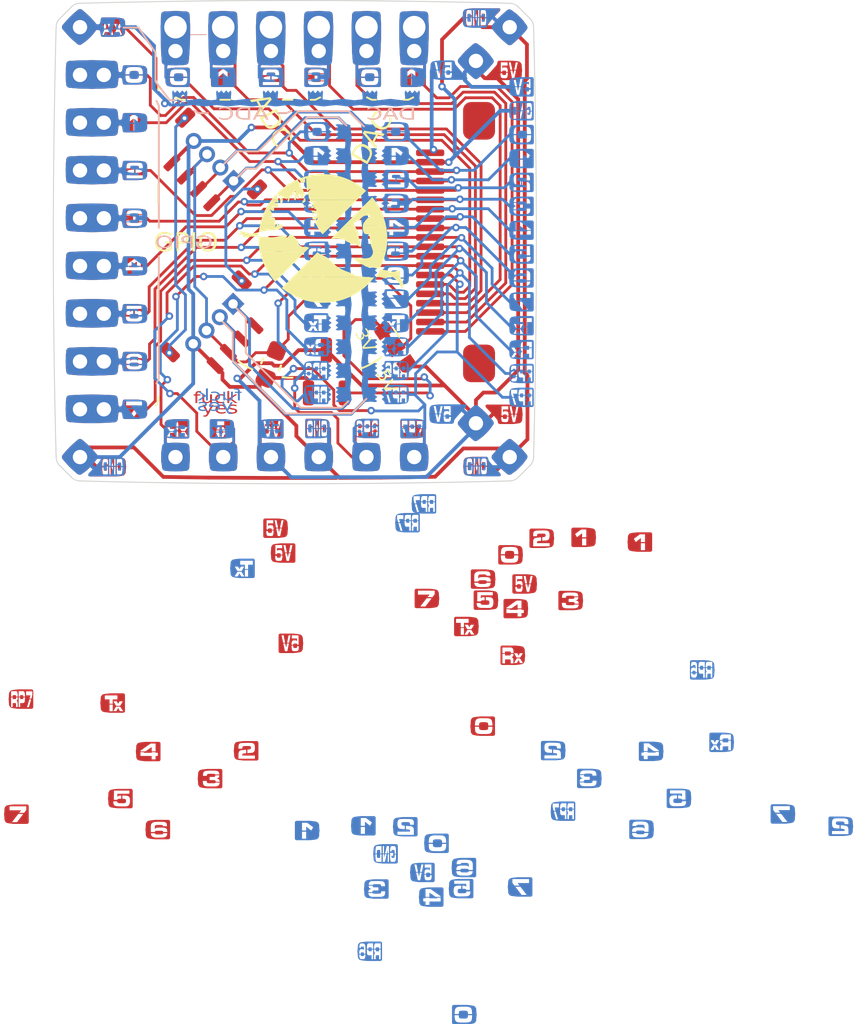
<source format=kicad_pcb>
(kicad_pcb (version 20240108) (generator "pcbnew") (generator_version "8.0")
  (layers (0 "F.Cu" signal) (31 "B.Cu" signal) (34 "B.Paste" user) (35 "F.Paste" user) (36 "B.SilkS" user "B.Silkscreen") (37 "F.SilkS" user "F.Silkscreen") (38 "B.Mask" user) (39 "F.Mask" user) (44 "Edge.Cuts" user))
  (net 0 "")
  (net 1 "GPIO_23")
  (net 2 "GPIO_22")
  (net 3 "UART_Tx")
  (net 4 "GPIO_21")
  (net 5 "GPIO_20")
  (net 6 "DAC_1")
  (net 7 "GND")
  (net 8 "ADC_UNBUFFERED_+-8V_2")
  (net 9 "+5V")
  (net 10 "GPIO_26")
  (net 11 "ADC_UNBUFFERED_+-8V_3")
  (net 12 "DAC_0")
  (net 13 "GPIO_27")
  (net 14 "GPIO_6")
  (net 15 "GPIO_7")
  (net 16 "ADC_UNBUFFERED_+-8V_1")
  (net 17 "GPIO_25")
  (net 18 "GPIO_24")
  (net 19 "UART_Rx")
  (net 20 "ADC_UNBUFFERED_+-8V_0")
  (net 21 "Net-(J9-Pin_1)")
  (net 22 "Net-(J16-Pin_2)")
  (net 23 "Qwiic_Power")
  (net 24 "Net-(J16-Pin_1)")
  (net 25 "Net-(JP1-A)")
  (footprint "clipboard:f4516ded-98db-4fee-8dc9-e6cd45de1f61" (layer "F.Cu") (at 59.571938 75.449405)
    (property "Reference" "")
    (property "Value" "")
  )
  (footprint "clipboard:37c36f3b-f502-4c17-9669-6d5561776e15" (layer "F.Cu") (at 81.43 81.68)
    (property "Reference" "")
    (property "Value" "")
  )
  (footprint "JumperlessFootprints:Conn_1x2" (layer "F.Cu") (at 67.31 74.93 90)
    (property "Reference" "J15" (hide yes))
    (property "Value" "Power" (hide yes))
  )
  (footprint "clipboard:a5e2bce8-4834-4d4b-a960-7afa6553c63a" (layer "F.Cu") (at 75.4744 73.42)
    (property "Reference" "")
    (property "Value" "")
  )
  (footprint "JumperlessFootprints:SolderJumper-3_P1.3mm_Bridged12_Pad1.0x1.5mm" (layer "F.Cu") (at 73.914 69.088 -55.25)
    (property "Reference" "JP1" (hide yes))
    (property "Value" "SolderJumper_3_Bridged12" (hide yes))
  )
  (footprint "clipboard:f4516ded-98db-4fee-8dc9-e6cd45de1f61" (layer "F.Cu") (at 77.558062 51.580596)
    (property "Reference" "")
    (property "Value" "")
  )
  (footprint "clipboard:e3b6f9e6-02e4-4b42-83cd-43f01d501aee" (layer "F.Cu") (at 73.9484 78.421)
    (property "Reference" "")
    (property "Value" "")
  )
  (footprint "clipboard:41714a66-e019-4f4c-94cb-b358c546f773" (layer "F.Cu") (at 78.2208 104.58)
    (property "Reference" "")
    (property "Value" "")
  )
  (footprint "clipboard:242c81ed-b4ba-4202-89b1-4b0763f85a22" (layer "F.Cu") (at 98.2472 94.5642)
    (property "Reference" "")
    (property "Value" "")
  )
  (footprint "clipboard:e1db2946-ab65-49c6-9336-25c4e5ceaccc" (layer "F.Cu") (at 80.8 85.47)
    (property "Reference" "")
    (property "Value" "")
  )
  (footprint "clipboard:37c36f3b-f502-4c17-9669-6d5561776e15" (layer "F.Cu") (at 68.5038 80.0354)
    (property "Reference" "")
    (property "Value" "")
  )
  (footprint "clipboard:8bc8ab79-9a07-4854-8b04-b045e4a7e801" (layer "F.Cu") (at 84.57 79.2)
    (property "Reference" "")
    (property "Value" "")
  )
  (footprint "JumperlessFootprints:Conn_1x8" (layer "F.Cu") (at 58.42 54.61)
    (property "Reference" "J2" (hide yes))
    (property "Value" "Routable GPIO" (hide yes))
  )
  (footprint "clipboard:37c36f3b-f502-4c17-9669-6d5561776e15" (layer "F.Cu") (at 67.873388 73.4314)
    (property "Reference" "")
    (property "Value" "")
  )
  (footprint "clipboard:f4516ded-98db-4fee-8dc9-e6cd45de1f61" (layer "F.Cu") (at 77.568062 75.429405)
    (property "Reference" "")
    (property "Value" "")
  )
  (footprint "clipboard:a4c831be-34de-4b5c-bff5-a399ff4af102" (layer "F.Cu") (at 64.1286 54.737)
    (property "Reference" "")
    (property "Value" "")
  )
  (footprint "clipboard:3ff29b81-3803-4faf-aba7-c5b6e67da9b4" (layer "F.Cu") (at 80.68 80.13)
    (property "Reference" "")
    (property "Value" "")
  )
  (footprint "JumperlessFootprints:QwiicSMD" (layer "F.Cu") (at 64.655745 58.790345 -45)
    (property "Reference" "J18" (hide yes))
    (property "Value" "Conn_01x04" (hide yes))
  )
  (footprint "Connector_PinHeader_1.00mm:PinHeader_1x04_P1.00mm_Vertical" (layer "F.Cu") (at 65.295214 66.784786 -45)
    (property "Reference" "J20" (hide yes))
    (property "Value" "Conn_01x04" (hide yes))
  )
  (footprint "clipboard:d4ce734b-006d-4c6b-b615-0b098cd3965c" (layer "F.Cu") (at 69.8608 94.79)
    (property "Reference" "")
    (property "Value" "")
  )
  (footprint "clipboard:0642b0dd-4391-48c1-9f35-5587195babd0" (layer "F.Cu") (at 87.65 94.73)
    (property "Reference" "")
    (property "Value" "")
  )
  (footprint "clipboard:37c36f3b-f502-4c17-9669-6d5561776e15" (layer "F.Cu") (at 68.9928 84.836)
    (property "Reference" "")
    (property "Value" "")
  )
  (footprint "clipboard:25a81f0a-62d1-4300-b847-958e87ba07ac" (layer "F.Cu") (at 83.88 82.56)
    (property "Reference" "")
    (property "Value" "")
  )
  (footprint "clipboard:821362a9-c74a-42d6-a8c7-b5dfeb2b44cc" (layer "F.Cu") (at 90.88 86.25)
    (property "Reference" "")
    (property "Value" "")
  )
  (footprint "clipboard:0879151a-3476-43ef-9a20-edbe2340b247" (layer "F.Cu") (at 65.3288 73.4314)
    (property "Reference" "")
    (property "Value" "")
  )
  (footprint "clipboard:ebe3a345-40c6-4c42-8239-2feab4ba24bd" (layer "F.Cu") (at 82.34 79.25)
    (property "Reference" "")
    (property "Value" "")
  )
  (footprint "clipboard:8b96d743-713b-49aa-a0a3-4b151e13b847" (layer "F.Cu") (at 91.91 90.1)
    (property "Reference" "")
    (property "Value" "")
  )
  (footprint "clipboard:b6ed0844-75c7-4aa3-b602-0c562b199564" (layer "F.Cu") (at 89.64 93.08)
    (property "Reference" "")
    (property "Value" "")
  )
  (footprint "Connector_PinHeader_1.00mm:PinHeader_1x04_P1.00mm_Vertical" (layer "F.Cu") (at 65.32266 60.24266 -135)
    (property "Reference" "J20" (hide yes))
    (property "Value" "Conn_01x04" (hide yes))
  )
  (footprint "JumperlessFootprints:Qwiic_Selector" (layer "F.Cu") (at 71.8566 57.6326)
    (property "Reference" "U3" (hide yes))
    (property "Value" "~" (hide yes))
  )
  (footprint "clipboard:f32ee183-1265-49e2-a324-8570381b2f28" (layer "F.Cu") (at 95.17 93.91)
    (property "Reference" "")
    (property "Value" "")
  )
  (footprint "JumperlessFootprints:Conn_1x2" (layer "F.Cu") (at 78.213949 53.866051 135)
    (property "Reference" "J14" (hide yes))
    (property "Value" "Power" (hide yes))
  )
  (footprint "JumperlessFootprints:Conn_1x2" (layer "F.Cu") (at 64.77 74.93 -90)
    (property "Reference" "J10" (hide yes))
    (property "Value" "Routable UART" (hide yes))
  )
  (footprint "clipboard:37c36f3b-f502-4c17-9669-6d5561776e15" (layer "F.Cu") (at 68.18 78.7146)
    (property "Reference" "")
    (property "Value" "")
  )
  (footprint "JumperlessFootprints:QwiicSMD" (layer "F.Cu") (at 63.841288 67.449257 45)
    (property "Reference" "J17" (hide yes))
    (property "Value" "Conn_01x04" (hide yes))
  )
  (footprint "Package_TO_SOT_SMD:SOT-23-3" (layer "F.Cu") (at 70.2564 70.3834 90)
    (property "Reference" "U4" (hide yes))
    (property "Value" "XC6206PxxxMR" (hide yes))
  )
  (footprint "clipboard:58f72f98-d038-4579-84e6-3a54898092f2" (layer "F.Cu") (at 80.96 82.99)
    (property "Reference" "")
    (property "Value" "")
  )
  (footprint "clipboard:b3fbf322-1599-411d-9994-78341c0a0e6f" (layer "F.Cu") (at 65.3288 73.4314)
    (property "Reference" "")
    (property "Value" "")
  )
  (footprint "clipboard:242c81ed-b4ba-4202-89b1-4b0763f85a22" (layer "F.Cu") (at 82.95 90.54)
    (property "Reference" "")
    (property "Value" "")
  )
  (footprint "clipboard:a6b27f51-e9e6-4aef-86a7-488782df47ef" (layer "F.Cu") (at 80.667556 72.657)
    (property "Reference" "")
    (property "Value" "")
  )
  (footprint "JumperlessFootprints:SolderJumper_4of1_small" (layer "F.Cu") (at 57.15 52.07)
    (property "Reference" "U1" (hide yes))
    (property "Value" "~" (hide yes))
  )
  (footprint "clipboard:d81a2988-1e56-4080-8d43-df92d7589714" (layer "F.Cu") (at 70.3644 54.737)
    (property "Reference" "")
    (property "Value" "")
  )
  (footprint "clipboard:a8f4ae1a-b378-40f2-97a2-f46b783a69a6" (layer "F.Cu") (at 71.882 54.737)
    (property "Reference" "")
    (property "Value" "")
  )
  (footprint "clipboard:f909549f-634d-4eab-894f-0a35d4dae87d" (layer "F.Cu") (at 75.4698 73.406)
    (property "Reference" "")
    (property "Value" "")
  )
  (footprint "JumperlessFootprints:Conn_1x4" (layer "F.Cu") (at 66.04 52.07)
    (property "Reference" "J8" (hide yes))
    (property "Value" "ADCs" (hide yes))
  )
  (footprint "clipboard:2dff0afb-b145-4409-abd7-f60acfc81919" (layer "F.Cu") (at 75.4762 54.737)
    (property "Reference" "")
    (property "Value" "")
  )
  (footprint "clipboard:7fe1e86d-b7c7-4e84-8545-4b676ee9db7a" (layer "F.Cu") (at 84.87 92.02)
    (property "Reference" "")
    (property "Value" "")
  )
  (footprint "clipboard:a6b27f51-e9e6-4aef-86a7-488782df47ef" (layer "F.Cu") (at 80.63798 54.369361)
    (property "Reference" "")
    (property "Value" "")
  )
  (footprint "JumperlessFootprints:Conn_1x2" (layer "F.Cu") (at 78.213949 73.133949 45)
    (property "Reference" "J5" (hide yes))
    (property "Value" "Power" (hide yes))
  )
  (footprint "JumperlessFootprints:Conn_1x2" (layer "F.Cu") (at 72.39 74.93 90)
    (property "Reference" "J6" (hide yes))
    (property "Value" "Control_I2C" (hide yes))
  )
  (footprint "clipboard:6e1898b8-257d-49a1-82cf-03ba3357aad0" (layer "F.Cu") (at 67.9514 54.737)
    (property "Reference" "")
    (property "Value" "")
  )
  (footprint "clipboard:b876c3c5-d203-41bd-84df-38b4af9786b8" (layer "F.Cu") (at 76.23 82.45)
    (property "Reference" "")
    (property "Value" "")
  )
  (footprint "clipboard:1172f331-e150-41fc-b592-9e0221ae5509" (layer "F.Cu") (at 79.22 81.42)
    (property "Reference" "")
    (property "Value" "")
  )
  (footprint "clipboard:6f48af46-0cf8-4dab-b73e-b7ba7b69b581" (layer "F.Cu") (at 70.4088 73.406)
    (property "Reference" "")
    (property "Value" "")
  )
  (footprint "JumperlessFootprints:FPC FC05-S20FCT" (layer "F.Cu") (at 75.03 58.75 -90)
    (property "Reference" "J1" (hide yes))
    (property "Value" "FPC Connector" (hide yes))
  )
  (footprint "Capacitor_SMD:C_0603_1608Metric" (layer "F.Cu") (at 67.317 70.006 -112.25)
    (property "Reference" "C1" (hide yes))
    (property "Value" "1uF" (hide yes))
  )
  (footprint "JumperlessFootprints:Conn_1x10" (layer "F.Cu") (at 57.15 52.07)
    (property "Reference" "J9" (hide yes))
    (property "Value" "Bus Pirate" (hide yes))
  )
  (footprint "clipboard:28d53c87-4247-4794-bbe1-5e116e04487f" (layer "F.Cu") (at 79.37 82.54)
    (property "Reference" "")
    (property "Value" "")
  )
  (footprint "clipboard:525b325c-e8f8-4d4f-98c0-3540304592e7" (layer "F.Cu") (at 88.16 90.58)
    (property "Reference" "")
    (property "Value" "")
  )
  (footprint "clipboard:b3fbf322-1599-411d-9994-78341c0a0e6f" (layer "F.Cu") (at 78.33 83.94)
    (property "Reference" "")
    (property "Value" "")
  )
  (footprint "clipboard:a8f4ae1a-b378-40f2-97a2-f46b783a69a6" (layer "F.Cu") (at 61.7156 54.737)
    (property "Reference" "")
    (property "Value" "")
  )
  (footprint "clipboard:e3b6f9e6-02e4-4b42-83cd-43f01d501aee" (layer "F.Cu") (at 74.822 77.4192)
    (property "Reference" "")
    (property "Value" "")
  )
  (footprint "clipboard:e3b6f9e6-02e4-4b42-83cd-43f01d501aee" (layer "F.Cu") (at 82.2224 93.761)
    (property "Reference" "")
    (property "Value" "")
  )
  (footprint "clipboard:c0db0b36-c9fe-4e1a-b5f9-3020dc1012bd" (layer "B.Cu") (at 70.3644 54.737 180)
    (property "Reference" "")
    (property "Value" "")
  )
  (footprint "clipboard:b9a91d27-5eef-493c-bbd5-b46d1e9312ee" (layer "B.Cu") (at 71.9408 101.21 180)
    (property "Reference" "")
    (property "Value" "")
  )
  (footprint "clipboard:b9a91d27-5eef-493c-bbd5-b46d1e9312ee" (layer "B.Cu") (at 71.7804 73.406 180)
    (property "Reference" "")
    (property "Value" "")
  )
  (footprint "clipboard:a6b27f51-e9e6-4aef-86a7-488782df47ef" (layer "B.Cu") (at 75.809221 54.355361 180)
    (property "Reference" "")
    (property "Value" "")
  )
  (footprint "clipboard:1172f331-e150-41fc-b592-9e0221ae5509" (layer "B.Cu") (at 76.9508 96.76 180)
    (property "Reference" "")
    (property "Value" "")
  )
  (footprint "clipboard:7c2f54df-c89f-421a-bfa9-e2f6f4fb354d" (layer "B.Cu") (at 61.7156 54.74 180)
    (property "Reference" "")
    (property "Value" "")
  )
  (footprint "clipboard:7fe1e86d-b7c7-4e84-8545-4b676ee9db7a" (layer "B.Cu") (at 63.444 92.031 180)
    (property "Reference" "")
    (property "Value" "")
  )
  (footprint "clipboard:ebe3a345-40c6-4c42-8239-2feab4ba24bd" (layer "B.Cu") (at 73.8308 94.59 180)
    (property "Reference" "")
    (property "Value" "")
  )
  (footprint "clipboard:a6b27f51-e9e6-4aef-86a7-488782df47ef" (layer "B.Cu") (at 75.758421 72.64464 180)
    (property "Reference" "")
    (property "Value" "")
  )
  (footprint "JumperlessFootprints:Conn_1x2" (layer "B.Cu") (at 72.39 52.07 -90)
    (property "Reference" "J7" (hide yes))
    (property "Value" "DACs" (hide yes))
  )
  (footprint "clipboard:0879151a-3476-43ef-9a20-edbe2340b247" (layer "B.Cu") (at 58.264 88.011 180)
    (property "Reference" "")
    (property "Value" "")
  )
  (footprint "clipboard:e1db2946-ab65-49c6-9336-25c4e5ceaccc" (layer "B.Cu") (at 61.6902 73.4314 180)
    (property "Reference" "")
    (property "Value" "")
  )
  (footprint "clipboard:620b9f18-00a3-42ae-acb7-6e98260b90f8" (layer "B.Cu") (at 75.4888 54.737 180)
    (property "Reference" "")
    (property "Value" "")
  )
  (footprint "clipboard:242c81ed-b4ba-4202-89b1-4b0763f85a22" (layer "B.Cu") (at 65.364 90.551 180)
    (property "Reference" "")
    (property "Value" "")
  )
  (footprint "clipboard:6f48af46-0cf8-4dab-b73e-b7ba7b69b581" (layer "B.Cu") (at 72.7808 96.03 180)
    (property "Reference" "")
    (property "Value" "")
  )
  (footprint "clipboard:28d53c87-4247-4794-bbe1-5e116e04487f" (layer "B.Cu") (at 76.8008 97.88 180)
    (property "Reference" "")
    (property "Value" "")
  )
  (footprint "clipboard:b6ed0844-75c7-4aa3-b602-0c562b199564" (layer "B.Cu") (at 58.674 93.091 180)
    (property "Reference" "")
    (property "Value" "")
  )
  (footprint "clipboard:3ff29b81-3803-4faf-aba7-c5b6e67da9b4" (layer "B.Cu") (at 75.4908 95.47 180)
    (property "Reference" "")
    (property "Value" "")
  )
  (footprint "clipboard:a4c831be-34de-4b5c-bff5-a399ff4af102" (layer "B.Cu") (at 65.405 54.737 180)
    (property "Reference" "")
    (property "Value" "")
  )
  (footprint "clipboard:0642b0dd-4391-48c1-9f35-5587195babd0" (layer "B.Cu") (at 60.664 94.741 180)
    (property "Reference" "")
    (property "Value" "")
  )
  (footprint "clipboard:58f72f98-d038-4579-84e6-3a54898092f2" (layer "B.Cu") (at 75.2108 98.33 180)
    (property "Reference" "")
    (property "Value" "")
  )
  (footprint "clipboard:37c36f3b-f502-4c17-9669-6d5561776e15" (layer "B.Cu") (at 74.7408 97.02 180)
    (property "Reference" "")
    (property "Value" "")
  )
  (footprint "clipboard:8b96d743-713b-49aa-a0a3-4b151e13b847" (layer "B.Cu") (at 61.6648 73.4314 180)
    (property "Reference" "")
    (property "Value" "")
  )
  (footprint "clipboard:f4516ded-98db-4fee-8dc9-e6cd45de1f61" (layer "B.Cu") (at 77.583262 75.437405 180)
    (property "Reference" "")
    (property "Value" "")
  )
  (footprint "clipboard:c3fee8c1-a2e6-48fc-8f25-de405d0cde99" (layer "B.Cu") (at 69.146559 73.863412 180)
    (property "Reference" "")
    (property "Value" "")
  )
  (footprint "clipboard:b3fbf322-1599-411d-9994-78341c0a0e6f" (layer "B.Cu") (at 65.17 80.8482 180)
    (property "Reference" "")
    (property "Value" "")
  )
  (footprint "clipboard:25a81f0a-62d1-4300-b847-958e87ba07ac" (layer "B.Cu") (at 72.2908 97.9 180)
    (property "Reference" "")
    (property "Value" "")
  )
  (footprint "clipboard:f909549f-634d-4eab-894f-0a35d4dae87d" (layer "B.Cu") (at 53.384 87.801 180)
    (property "Reference" "")
    (property "Value" "")
  )
  (footprint "" (layer "B.Cu") (at 66.68159 54.738143 180)
    (property "Reference" "")
    (property "Value" "")
  )
  (footprint "clipboard:7c2f54df-c89f-421a-bfa9-e2f6f4fb354d" (layer "B.Cu") (at 71.882 54.737 180)
    (property "Reference" "")
    (property "Value" "")
  )
  (footprint "clipboard:d4ce734b-006d-4c6b-b615-0b098cd3965c" (layer "B.Cu") (at 86.31 79.45 180)
    (property "Reference" "")
    (property "Value" "")
  )
  (footprint "clipboard:f4516ded-98db-4fee-8dc9-e6cd45de1f61" (layer "B.Cu") (at 77.532462 51.6128 180)
    (property "Reference" "")
    (property "Value" "")
  )
  (footprint "clipboard:f32ee183-1265-49e2-a324-8570381b2f28" (layer "B.Cu") (at 53.144 93.921 180)
    (property "Reference" "")
    (property "Value" "")
  )
  (footprint "clipboard:9dc20ad3-e78f-4b58-b602-7d2cdd397571" (layer "B.Cu") (at 66.7004 73.4314 180)
    (property "Reference" "")
    (property "Value" "")
  )
  (footprint "clipboard:41714a66-e019-4f4c-94cb-b358c546f773" (layer "B.Cu") (at 77.95 89.24 180)
    (property "Reference" "")
    (property "Value" "")
  )
  (footprint "clipboard:525b325c-e8f8-4d4f-98c0-3540304592e7" (layer "B.Cu") (at 60.154 90.591 180)
    (property "Reference" "")
    (property "Value" "")
  )
  (footprint "clipboard:821362a9-c74a-42d6-a8c7-b5dfeb2b44cc" (layer "B.Cu") (at 71.7804 73.406 180)
    (property "Reference" "")
    (property "Value" "")
  )
  (footprint "clipboard:b876c3c5-d203-41bd-84df-38b4af9786b8" (layer "B.Cu") (at 79.9408 97.79 180)
    (property "Reference" "")
    (property "Value" "")
  )
  (footprint "JumperlessFootprints:daisychainRIGHT" (layer "B.Cu") (at 80.01 55.245 180)
    (property "Reference" "J3" (hide yes))
    (property "Value" "DaisyChain_IN" (hide yes))
  )
  (footprint "clipboard:8bc8ab79-9a07-4854-8b04-b045e4a7e801" (layer "B.Cu") (at 71.6008 94.54 180)
    (property "Reference" "")
    (property "Value" "")
  )
  (footprint "clipboard:f4516ded-98db-4fee-8dc9-e6cd45de1f61" (layer "B.Cu") (at 59.5376 75.438 180)
    (property "Reference" "")
    (property "Value" "")
  )
  (gr_arc (start 68.179872 56.623764) (mid 68.147253 56.635585) (end 68.11279 56.6396) (stroke (width 0.1)) (layer "B.SilkS"))
  (gr_line (start 65.3288 60.2488) (end 65.9892 59.5884) (stroke (width 0.1)) (layer "B.SilkS"))
  (gr_line (start 65.925633 67.469266) (end 65.309167 66.8528) (stroke (width 0.1)) (layer "B.SilkS"))
  (gr_arc (start 66.013501 69.436734) (mid 65.980996 69.388069) (end 65.969567 69.330668) (stroke (width 0.1)) (layer "B.SilkS"))
  (gr_line (start 61.341 56.235598) (end 61.213997 55.981601) (stroke (width 0.1)) (layer "B.SilkS"))
  (gr_arc (start 71.118901 72.264099) (mid 71.070234 72.296597) (end 71.012835 72.308033) (stroke (width 0.1)) (layer "B.SilkS"))
  (gr_arc (start 61.199629 55.007823) (mid 61.172602 54.962105) (end 61.1632 54.909835) (stroke (width 0.1)) (layer "B.SilkS"))
  (gr_arc (start 65.925633 67.469266) (mid 65.958138 67.517931) (end 65.969567 67.575332) (stroke (width 0.1)) (layer "B.SilkS"))
  (gr_line (start 61.341 70.764402) (end 61.213999 71.018401) (stroke (width 0.1)) (layer "B.SilkS"))
  (gr_arc (start 68.946932 72.308033) (mid 68.889535 72.296605) (end 68.840866 72.264099) (stroke (width 0.1)) (layer "B.SilkS"))
  (gr_arc (start 71.388066 56.54036) (mid 71.44547 56.551779) (end 71.494134 56.584297) (stroke (width 0.1)) (layer "B.SilkS"))
  (gr_line (start 71.494134 56.584297) (end 72.263 57.3532) (stroke (width 0.1)) (layer "B.SilkS"))
  (gr_line (start 61.199629 55.007823) (end 61.880172 55.897345) (stroke (width 0.1)) (layer "B.SilkS"))
  (gr_arc (start 63.509065 56.6396) (mid 63.4746 56.635591) (end 63.441983 56.623764) (stroke (width 0.1)) (layer "B.SilkS"))
  (gr_arc (start 65.234066 68.231266) (mid 65.266582 68.279929) (end 65.278 68.337332) (stroke (width 0.1)) (layer "B.SilkS"))
  (gr_line (start 68.946932 72.308033) (end 71.012835 72.308033) (stroke (width 0.1)) (layer "B.SilkS"))
  (gr_line (start 63.956255 56.6396) (end 63.509065 56.6396) (stroke (width 0.1)) (layer "B.SilkS"))
  (gr_line (start 61.341 62.738) (end 61.341 56.235598) (stroke (width 0.1)) (layer "B.SilkS"))
  (gr_line (start 65.9892 59.5884) (end 66.5226 59.5884) (stroke (width 0.1)) (layer "B.SilkS"))
  (gr_line (start 61.341 70.764402) (end 61.341 64.262) (stroke (width 0.1)) (layer "B.SilkS"))
  (gr_line (start 61.1632 53.41) (end 61.1632 54.909835) (stroke (width 0.1)) (layer "B.SilkS"))
  (gr_arc (start 65.321934 69.868534) (mid 65.289418 69.819871) (end 65.278 69.762468) (stroke (width 0.1)) (layer "B.SilkS"))
  (gr_line (start 64.6176 67.6148) (end 65.234066 68.231266) (stroke (width 0.1)) (layer "B.SilkS"))
  (gr_line (start 66.624161 58.674) (end 68.713866 56.584295) (stroke (width 0.1)) (layer "B.SilkS"))
  (gr_arc (start 70.829268 56.8706) (mid 70.886671 56.882018) (end 70.935334 56.914534) (stroke (width 0.1)) (layer "B.SilkS"))
  (gr_line (start 65.969567 69.330668) (end 65.969567 67.575332) (stroke (width 0.1)) (layer "B.SilkS"))
  (gr_line (start 71.646534 72.574666) (end 72.39 71.8312) (stroke (width 0.1)) (layer "B.SilkS"))
  (gr_line (start 63.441983 56.623764) (end 63.219655 56.5126) (stroke (width 0.1)) (layer "B.SilkS"))
  (gr_line (start 70.935334 56.914534) (end 71.3232 57.3024) (stroke (width 0.1)) (layer "B.SilkS"))
  (gr_line (start 65.278 68.337332) (end 65.278 69.762468) (stroke (width 0.1)) (layer "B.SilkS"))
  (gr_line (start 64.6176 59.5376) (end 65.4812 58.674) (stroke (width 0.1)) (layer "B.SilkS"))
  (gr_line (start 71.118901 72.264099) (end 71.4248 71.9582) (stroke (width 0.1)) (layer "B.SilkS"))
  (gr_line (start 61.1632 53.41) (end 60.26 52.093669) (stroke (width 0.1)) (layer "B.SilkS"))
  (gr_line (start 70.829268 56.8706) (end 69.2404 56.8706) (stroke (width 0.1)) (layer "B.SilkS"))
  (gr_arc (start 68.134132 72.6186) (mid 68.076723 72.607192) (end 68.028066 72.574666) (stroke (width 0.1)) (layer "B.SilkS"))
  (gr_line (start 67.6656 56.6396) (end 68.11279 56.6396) (stroke (width 0.1)) (layer "B.SilkS"))
  (gr_line (start 68.840866 72.264099) (end 66.013501 69.436734) (stroke (width 0.1)) (layer "B.SilkS"))
  (gr_line (start 69.24001 56.87099) (end 66.5226 59.5884) (stroke (width 0.1)) (layer "B.SilkS"))
  (gr_line (start 65.321934 69.868534) (end 68.028066 72.574666) (stroke (width 0.1)) (layer "B.SilkS"))
  (gr_line (start 61.999305 55.9562) (end 62.173998 55.9562) (stroke (width 0.1)) (layer "B.SilkS"))
  (gr_arc (start 68.713866 56.584295) (mid 68.762534 56.551798) (end 68.819933 56.54036) (stroke (width 0.1)) (layer "B.SilkS"))
  (gr_line (start 68.179872 56.623764) (end 68.4022 56.5126) (stroke (width 0.1)) (layer "B.SilkS"))
  (gr_arc (start 71.646534 72.574666) (mid 71.597871 72.607182) (end 71.540468 72.6186) (stroke (width 0.1)) (layer "B.SilkS"))
  (gr_arc (start 61.999305 55.9562) (mid 61.932865 55.940685) (end 61.880172 55.897345) (stroke (width 0.1)) (layer "B.SilkS"))
  (gr_line (start 68.819933 56.54036) (end 71.388066 56.54036) (stroke (width 0.1)) (layer "B.SilkS"))
  (gr_line (start 65.4812 58.674) (end 66.6242 58.674) (stroke (width 0.1)) (layer "B.SilkS"))
  (gr_line (start 68.134132 72.6186) (end 71.540468 72.6186) (stroke (width 0.1)) (layer "B.SilkS"))
  (gr_line (start 60.26 52.093669) (end 59.47 52.093669) (stroke (width 0.1)) (layer "B.SilkS"))
  (gr_arc (start 68.46 70.71) (mid 68.189231 70.708843) (end 67.92 70.68) (stroke (width 0.1)) (layer "F.SilkS"))
  (gr_poly (pts (xy 65.678017 62.925) (xy 65.681508 62.925318) (xy 65.685138 62.925876) (xy 65.688904 62.926676) (xy 65.692798 62.927717) (xy 65.696817 62.929) (xy 65.700953 62.930526) (xy 65.702941 62.931261) (xy 65.70508 62.931963) (xy 65.709799 62.933268) (xy 65.715078 62.934437) (xy 65.720885 62.935463) (xy 65.727189 62.936342) (xy 65.733959 62.937069) (xy 65.741163 62.93764) (xy 65.748769 62.938049) (xy 65.754901 62.938335) (xy 65.760179 62.938662) (xy 65.764841 62.93906) (xy 65.769125 62.939563) (xy 65.773268 62.940202) (xy 65.777509 62.941009) (xy 65.782086 62.942018) (xy 65.787237 62.943259) (xy 65.791439 62.944266) (xy 65.795397 62.945142) (xy 65.799103 62.945886) (xy 65.802552 62.946497) (xy 65.805739 62.946974) (xy 65.808656 62.947315) (xy 65.811299 62.947521) (xy 65.812516 62.947573) (xy 65.813662 62.94759) (xy 65.816832 62.947662) (xy 65.820088 62.947936) (xy 65.823812 62.948496) (xy 65.828386 62.949429) (xy 65.834191 62.950819) (xy 65.841609 62.952753) (xy 65.862815 62.958592) (xy 65.867873 62.960021) (xy 65.873163 62.961544) (xy 65.878059 62.962979) (xy 65.881933 62.964144) (xy 65.890703 62.966793) (xy 65.90105 62.969865) (xy 65.905756 62.971262) (xy 65.910087 62.972571) (xy 65.913565 62.973644) (xy 65.915708 62.974336) (xy 65.919207 62.975482) (xy 65.923422 62.976768) (xy 65.933255 62.979558) (xy 65.943713 62.982299) (xy 65.948711 62.983524) (xy 65.953305 62.984584) (xy 65.965301 62.987317) (xy 65.976246 62.989914) (xy 65.978658 62.990438) (xy 65.981613 62.990967) (xy 65.984995 62.991488) (xy 65.988689 62.991985) (xy 65.99258 62.992444) (xy 65.996553 62.99285) (xy 66.000493 62.99319) (xy 66.004285 62.993449) (xy 66.010953 62.993913) (xy 66.014075 62.994191) (xy 66.017062 62.994502) (xy 66.019918 62.994846) (xy 66.022646 62.995223) (xy 66.02525 62.995635) (xy 66.027735 62.996083) (xy 66.030104 62.996566) (xy 66.032362 62.997087) (xy 66.034513 62.997644) (xy 66.03656 62.998241) (xy 66.038507 62.998876) (xy 66.04036 62.999552) (xy 66.042121 63.000268) (xy 66.043794 63.001026) (xy 66.045117 63.00157) (xy 66.046927 63.002188) (xy 66.049145 63.002856) (xy 66.051688 63.003553) (xy 66.054478 63.00426) (xy 66.057431 63.004953) (xy 66.060468 63.005612) (xy 66.063508 63.006216) (xy 66.066749 63.006873) (xy 66.070078 63.007635) (xy 66.073422 63.00848) (xy 66.076704 63.009386) (xy 66.079851 63.010331) (xy 66.082787 63.011294) (xy 66.085436 63.012254) (xy 66.087725 63.013188) (xy 66.100522 63.018741) (xy 66.105584 63.020864) (xy 66.110147 63.022706) (xy 66.114509 63.024383) (xy 66.118964 63.026013) (xy 66.123809 63.027712) (xy 66.129338 63.029596) (xy 66.143298 63.034234) (xy 66.148875 63.035994) (xy 66.154034 63.037531) (xy 66.159163 63.038955) (xy 66.164651 63.040379) (xy 66.178254 63.043671) (xy 66.189491 63.046312) (xy 66.193569 63.047247) (xy 66.197028 63.048013) (xy 66.200171 63.048676) (xy 66.203303 63.049303) (xy 66.210754 63.050708) (xy 66.21353 63.051238) (xy 66.216378 63.051808) (xy 66.218963 63.052349) (xy 66.22095 63.052793) (xy 66.222551 63.053098) (xy 66.224609 63.053371) (xy 66.22986 63.053821) (xy 66.236221 63.054136) (xy 66.243215 63.05431) (xy 66.250359 63.054335) (xy 66.257174 63.054204) (xy 66.26318 63.053912) (xy 66.265729 63.053704) (xy 66.267896 63.053452) (xy 66.275063 63.052332) (xy 66.282665 63.050942) (xy 66.29033 63.049371) (xy 66.297685 63.047707) (xy 66.304355 63.046038) (xy 66.30997 63.044454) (xy 66.312264 63.043721) (xy 66.314154 63.043043) (xy 66.315594 63.04243) (xy 66.316537 63.041894) (xy 66.317309 63.041405) (xy 66.318281 63.040916) (xy 66.319445 63.040431) (xy 66.320794 63.039949) (xy 66.324022 63.039002) (xy 66.327913 63.038087) (xy 66.332412 63.037216) (xy 66.337468 63.0364) (xy 66.343028 63.03565) (xy 66.349037 63.034977) (xy 66.35561 63.03427) (xy 66.361478 63.033539) (xy 66.36684 63.032747) (xy 66.371895 63.031855) (xy 66.376841 63.030825) (xy 66.381875 63.02962) (xy 66.387198 63.0282) (xy 66.393007 63.026528) (xy 66.394923 63.025975) (xy 66.396951 63.025414) (xy 66.399029 63.024863) (xy 66.401094 63.024335) (xy 66.403087 63.023847) (xy 66.404945 63.023413) (xy 66.406606 63.02305) (xy 66.40801 63.022772) (xy 66.409316 63.022521) (xy 66.410696 63.022237) (xy 66.41211 63.02193) (xy 66.413514 63.021609) (xy 66.414868 63.021284) (xy 66.416129 63.020965) (xy 66.417256 63.020661) (xy 66.418206 63.020383) (xy 66.419319 63.020099) (xy 66.42091 63.01978) (xy 66.422905 63.019435) (xy 66.42523 63.019076) (xy 66.42781 63.018713) (xy 66.430572 63.018359) (xy 66.43344 63.018023) (xy 66.43634 63.017718) (xy 66.44304 63.016999) (xy 66.4496 63.016192) (xy 66.456076 63.015285) (xy 66.462527 63.014269) (xy 66.469011 63.013135) (xy 66.475584 63.011872) (xy 66.482305 63.010472) (xy 66.489232 63.008924) (xy 66.492615 63.008201) (xy 66.497588 63.007209) (xy 66.50348 63.006078) (xy 66.509624 63.004939) (xy 66.520874 63.002786) (xy 66.534012 62.999922) (xy 66.553913 62.99523) (xy 66.585457 62.987594) (xy 66.610468 62.98157) (xy 66.620106 62.979297) (xy 66.627906 62.977502) (xy 66.633922 62.976171) (xy 66.638208 62.975292) (xy 66.63972 62.975018) (xy 66.640819 62.974853) (xy 66.641514 62.974794) (xy 66.641711 62.974805) (xy 66.64181 62.974841) (xy 66.641844 62.975329) (xy 66.641803 62.976583) (xy 66.641521 62.981055) (xy 66.641013 62.987581) (xy 66.640326 62.995486) (xy 66.636388 63.042063) (xy 66.633176 63.087228) (xy 66.630621 63.132009) (xy 66.62866 63.177431) (xy 66.628458 63.180336) (xy 66.628289 63.181716) (xy 66.628073 63.183047) (xy 66.627812 63.18433) (xy 66.627505 63.185565) (xy 66.627152 63.186751) (xy 66.626754 63.18789) (xy 66.626309 63.188979) (xy 66.625819 63.190021) (xy 66.625283 63.191014) (xy 66.6247 63.191958) (xy 66.624073 63.192855) (xy 66.623399 63.193703) (xy 66.622679 63.194502) (xy 66.621914 63.195254) (xy 66.621103 63.195956) (xy 66.620246 63.196611) (xy 66.619343 63.197217) (xy 66.618394 63.197775) (xy 66.617399 63.198285) (xy 66.616359 63.198746) (xy 66.615272 63.199159) (xy 66.61414 63.199523) (xy 66.612962 63.19984) (xy 66.611739 63.200107) (xy 66.610469 63.200327) (xy 66.609153 63.200498) (xy 66.607792 63.200621) (xy 66.606385 63.200695) (xy 66.603433 63.200699) (xy 66.535622 63.199116) (xy 66.502802 63.198522) (xy 66.48732 63.198392) (xy 66.469609 63.198668) (xy 66.430605 63.199096) (xy 66.407864 63.199413) (xy 66.385986 63.199885) (xy 66.367459 63.20045) (xy 66.354773 63.201042) (xy 66.288007 63.205034) (xy 66.278591 63.205599) (xy 66.269632 63.206189) (xy 66.261313 63.206789) (xy 66.253818 63.207384) (xy 66.24733 63.207958) (xy 66.242034 63.208496) (xy 66.238113 63.208984) (xy 66.236726 63.209203) (xy 66.235752 63.209405) (xy 66.231855 63.210313) (xy 66.226535 63.211456) (xy 66.22049 63.212688) (xy 66.214421 63.213863) (xy 66.208759 63.215113) (xy 66.202061 63.216907) (xy 66.194575 63.21916) (xy 66.18655 63.22179) (xy 66.178236 63.22471) (xy 66.16988 63.227836) (xy 66.161731 63.231085) (xy 66.154039 63.234371) (xy 66.14787 63.236909) (xy 66.139828 63.239931) (xy 66.130604 63.243207) (xy 66.120889 63.246506) (xy 66.111375 63.249599) (xy 66.102753 63.252256) (xy 66.095714 63.254248) (xy 66.090951 63.255343) (xy 66.078534 63.257341) (xy 66.067336 63.25894) (xy 66.057173 63.260154) (xy 66.047857 63.260996) (xy 66.039204 63.261481) (xy 66.035067 63.261594) (xy 66.031026 63.261623) (xy 66.027058 63.261569) (xy 66.023139 63.261434) (xy 66.015356 63.260928) (xy 66.015356 63.26093) (xy 66.012072 63.260613) (xy 66.010556 63.260432) (xy 66.009108 63.260234) (xy 66.007719 63.260015) (xy 66.006375 63.259773) (xy 66.005068 63.259504) (xy 66.003784 63.259206) (xy 66.002514 63.258876) (xy 66.001246 63.258512) (xy 65.999968 63.25811) (xy 65.99867 63.257669) (xy 65.997341 63.257185) (xy 65.995969 63.256655) (xy 65.993053 63.255447) (xy 65.990827 63.254522) (xy 65.988499 63.25361) (xy 65.986137 63.252734) (xy 65.983812 63.251917) (xy 65.981591 63.251184) (xy 65.979544 63.250557) (xy 65.977739 63.250061) (xy 65.976246 63.249718) (xy 65.974875 63.24944) (xy 65.97342 63.249126) (xy 65.970435 63.248439) (xy 65.968995 63.248086) (xy 65.967648 63.247741) (xy 65.966439 63.247415) (xy 65.965413 63.247118) (xy 65.96172 63.246141) (xy 65.954963 63.244476) (xy 65.9361 63.240015) (xy 65.925489 63.237493) (xy 65.91497 63.234882) (xy 65.905758 63.232489) (xy 65.899068 63.230622) (xy 65.896298 63.229849) (xy 65.893088 63.229047) (xy 65.889553 63.228239) (xy 65.885808 63.227448) (xy 65.881968 63.226699) (xy 65.878148 63.226013) (xy 65.874464 63.225415) (xy 65.871029 63.224928) (xy 65.857476 63.223138) (xy 65.85184 63.222356) (xy 65.84689 63.221631) (xy 65.842569 63.220949) (xy 65.838818 63.220294) (xy 65.837139 63.219973) (xy 65.835582 63.219653) (xy 65.834139 63.219333) (xy 65.832803 63.219011) (xy 65.831567 63.218686) (xy 65.830424 63.218354) (xy 65.829367 63.218016) (xy 65.828389 63.217668) (xy 65.827482 63.217309) (xy 65.82664 63.216938) (xy 65.825855 63.216552) (xy 65.82512 63.21615) (xy 65.824429 63.215729) (xy 65.823774 63.215289) (xy 65.823147 63.214827) (xy 65.822542 63.214341) (xy 65.821952 63.21383) (xy 65.821369 63.213292) (xy 65.820198 63.212128) (xy 65.81926 63.211086) (xy 65.818401 63.209981) (xy 65.817623 63.208817) (xy 65.816926 63.207597) (xy 65.816311 63.206325) (xy 65.81578 63.205004) (xy 65.815332 63.203639) (xy 65.814969 63.202233) (xy 65.814691 63.200788) (xy 65.814499 63.19931) (xy 65.814395 63.197802) (xy 65.814378 63.196267) (xy 65.81445 63.194709) (xy 65.814612 63.193131) (xy 65.814864 63.191538) (xy 65.815207 63.189932) (xy 65.815482 63.188864) (xy 65.815787 63.18781) (xy 65.816119 63.186773) (xy 65.816479 63.185754) (xy 65.816864 63.184753) (xy 65.817275 63.183773) (xy 65.818167 63.181876) (xy 65.819146 63.180075) (xy 65.820203 63.178378) (xy 65.820758 63.177572) (xy 65.82133 63.176796) (xy 65.821917 63.176052) (xy 65.822518 63.175339) (xy 65.823132 63.17466) (xy 65.823758 63.174016) (xy 65.824395 63.173408) (xy 65.825042 63.172838) (xy 65.825698 63.172306) (xy 65.826362 63.171813) (xy 65.827032 63.171362) (xy 65.827708 63.170953) (xy 65.828388 63.170587) (xy 65.829072 63.170267) (xy 65.829758 63.169992) (xy 65.830445 63.169764) (xy 65.831133 63.169585) (xy 65.831819 63.169456) (xy 65.832504 63.169377) (xy 65.833185 63.16935) (xy 65.833426 63.169348) (xy 65.833653 63.169339) (xy 65.833868 63.169325) (xy 65.83407 63.169306) (xy 65.834259 63.16928) (xy 65.834435 63.16925) (xy 65.834599 63.169213) (xy 65.834749 63.169171) (xy 65.834887 63.169124) (xy 65.835012 63.16907) (xy 65.835124 63.169012) (xy 65.835224 63.168947) (xy 65.83531 63.168877) (xy 65.835384 63.168802) (xy 65.835445 63.16872) (xy 65.835493 63.168634) (xy 65.835529 63.168541) (xy 65.835551 63.168443) (xy 65.835561 63.16834) (xy 65.835558 63.16823) (xy 65.835542 63.168116) (xy 65.835513 63.167995) (xy 65.835472 63.167869) (xy 65.835418 63.167738) (xy 65.835351 63.1676) (xy 65.835271 63.167458) (xy 65.835178 63.167309) (xy 65.835072 63.167155) (xy 65.834954 63.166996) (xy 65.834823 63.16683) (xy 65.834679 63.16666) (xy 65.834522 63.166483) (xy 65.833594 63.165294) (xy 65.832387 63.163483) (xy 65.829317 63.158342) (xy 65.825663 63.151745) (xy 65.821781 63.144378) (xy 65.818022 63.136926) (xy 65.814742 63.130076) (xy 65.812293 63.124512) (xy 65.811491 63.122427) (xy 65.811029 63.120921) (xy 65.81076 63.119458) (xy 65.810546 63.117652) (xy 65.810391 63.115551) (xy 65.810293 63.113203) (xy 65.810256 63.110657) (xy 65.810281 63.107962) (xy 65.810368 63.105165) (xy 65.810518 63.102315) (xy 65.810498 63.101524) (xy 65.810333 63.100759) (xy 65.809571 63.099308) (xy 65.808231 63.097962) (xy 65.806314 63.096721) (xy 65.803821 63.095585) (xy 65.80075 63.094554) (xy 65.797102 63.093628) (xy 65.792878 63.092807) (xy 65.788076 63.092092) (xy 65.782697 63.091481) (xy 65.776741 63.090976) (xy 65.770208 63.090576) (xy 65.755411 63.090091) (xy 65.738306 63.090026) (xy 65.709846 63.090323) (xy 65.686349 63.090703) (xy 65.670252 63.091116) (xy 65.665741 63.09132) (xy 65.664503 63.091419) (xy 65.663994 63.091514) (xy 65.663765 63.091606) (xy 65.663348 63.091693) (xy 65.661991 63.091854) (xy 65.660006 63.091993) (xy 65.657478 63.092108) (xy 65.651126 63.092251) (xy 65.643602 63.092261) (xy 65.638221 63.09219) (xy 65.6337 63.09207) (xy 65.631717 63.091987) (xy 65.629895 63.091886) (xy 65.628217 63.091764) (xy 65.626664 63.091621) (xy 65.625219 63.091455) (xy 65.623865 63.091263) (xy 65.622582 63.091043) (xy 65.621354 63.090795) (xy 65.620162 63.090515) (xy 65.618989 63.090203) (xy 65.617817 63.089855) (xy 65.616628 63.089472) (xy 65.614827 63.088818) (xy 65.613042 63.088069) (xy 65.611278 63.087228) (xy 65.609539 63.086299) (xy 65.60783 63.085285) (xy 65.606156 63.084191) (xy 65.60452 63.083019) (xy 65.602927 63.081774) (xy 65.601382 63.080459) (xy 65.59989 63.079078) (xy 65.598454 63.077635) (xy 65.597079 63.076132) (xy 65.59577 63.074575) (xy 65.594531 63.072966) (xy 65.593367 63.071309) (xy 65.592283 63.069608) (xy 65.59179 63.068756) (xy 65.591345 63.067906) (xy 65.590948 63.067058) (xy 65.590598 63.066211) (xy 65.590296 63.065365) (xy 65.590042 63.06452) (xy 65.589835 63.063678) (xy 65.589676 63.062836) (xy 65.589565 63.061996) (xy 65.589501 63.061158) (xy 65.589485 63.060321) (xy 65.589517 63.059485) (xy 65.589597 63.058651) (xy 65.589724 63.057818) (xy 65.589898 63.056987) (xy 65.590121 63.056157) (xy 65.59042 63.05519) (xy 65.590724 63.054288) (xy 65.591039 63.053444) (xy 65.59137 63.052651) (xy 65.591722 63.051902) (xy 65.592099 63.05119) (xy 65.592507 63.050508) (xy 65.592952 63.049848) (xy 65.593437 63.049204) (xy 65.593969 63.048567) (xy 65.594551 63.047933) (xy 65.59519 63.047292) (xy 65.595891 63.046638) (xy 65.596657 63.045964) (xy 65.597496 63.045263) (xy 65.59841 63.044528) (xy 65.599958 63.043354) (xy 65.601498 63.042298) (xy 65.603066 63.041355) (xy 65.604697 63.040517) (xy 65.606426 63.039778) (xy 65.608288 63.03913) (xy 65.61032 63.038568) (xy 65.612556 63.038084) (xy 65.615031 63.037672) (xy 65.617782 63.037326) (xy 65.620843 63.037037) (xy 65.624249 63.0368) (xy 65.63224 63.036454) (xy 65.642039 63.036233) (xy 65.650895 63.035997) (xy 65.654955 63.035811) (xy 65.658802 63.035574) (xy 65.662457 63.035283) (xy 65.665946 63.034934) (xy 65.66929 63.034523) (xy 65.672514 63.034047) (xy 65.675641 63.033502) (xy 65.678694 63.032884) (xy 65.681697 63.032188) (xy 65.684673 63.031413) (xy 65.687645 63.030553) (xy 65.690637 63.029605) (xy 65.693672 63.028566) (xy 65.696773 63.02743) (xy 65.699318 63.026531) (xy 65.70186 63.025775) (xy 65.704537 63.025138) (xy 65.707487 63.0246) (xy 65.710851 63.024139) (xy 65.714767 63.023732) (xy 65.719374 63.023357) (xy 65.724811 63.022992) (xy 65.72973 63.022656) (xy 65.734138 63.022288) (xy 65.738077 63.021884) (xy 65.741589 63.021436) (xy 65.744717 63.02094) (xy 65.74615 63.020672) (xy 65.747502 63.020389) (xy 65.748779 63.020091) (xy 65.749987 63.019776) (xy 65.75113 63.019445) (xy 65.752213 63.019097) (xy 65.754279 63.018451) (xy 65.756413 63.017891) (xy 65.758626 63.017417) (xy 65.760932 63.017025) (xy 65.763343 63.016715) (xy 65.765872 63.016485) (xy 65.76853 63.016332) (xy 65.77133 63.016254) (xy 65.77638 63.016128) (xy 65.781855 63.015906) (xy 65.787096 63.015619) (xy 65.791444 63.015297) (xy 65.797072 63.014794) (xy 65.79783 63.014674) (xy 65.798299 63.014535) (xy 65.798421 63.014455) (xy 65.798464 63.014366) (xy 65.798428 63.014266) (xy 65.79831 63.014155) (xy 65.797822 63.013891) (xy 65.796985 63.013564) (xy 65.794204 63.012674) (xy 65.783797 63.009645) (xy 65.755757 63.001446) (xy 65.736187 62.995768) (xy 65.72881 62.993676) (xy 65.722831 62.992027) (xy 65.718094 62.990779) (xy 65.714445 62.98989) (xy 65.711729 62.989317) (xy 65.710672 62.989136) (xy 65.70979 62.989019) (xy 65.706368 62.988572) (xy 65.702818 62.987968) (xy 65.699176 62.98722) (xy 65.695478 62.986342) (xy 65.691758 62.985346) (xy 65.688053 62.984246) (xy 65.684398 62.983056) (xy 65.68083 62.981788) (xy 65.677382 62.980455) (xy 65.674092 62.979071) (xy 65.670995 62.977649) (xy 65.668126 62.976202) (xy 65.665521 62.974744) (xy 65.663216 62.973287) (xy 65.661246 62.971845) (xy 65.659647 62.970431) (xy 65.658726 62.96944) (xy 65.657793 62.968295) (xy 65.656857 62.967015) (xy 65.655927 62.965618) (xy 65.65501 62.964122) (xy 65.654116 62.962547) (xy 65.653254 62.960911) (xy 65.652432 62.959232) (xy 65.65166 62.957529) (xy 65.650946 62.955821) (xy 65.650298 62.954127) (xy 65.649726 62.952464) (xy 65.649239 62.950852) (xy 65.648844 62.949309) (xy 65.648551 62.947854) (xy 65.648369 62.946505) (xy 65.648285 62.945553) (xy 65.648226 62.944683) (xy 65.648197 62.943885) (xy 65.6482 62.943146) (xy 65.648239 62.942457) (xy 65.648318 62.941806) (xy 65.64844 62.941181) (xy 65.648608 62.940573) (xy 65.648828 62.939969) (xy 65.649101 62.939359) (xy 65.649431 62.938731) (xy 65.649823 62.938075) (xy 65.650279 62.937379) (xy 65.650803 62.936633) (xy 65.651399 62.935825) (xy 65.65207 62.934944) (xy 65.653848 62.932883) (xy 65.655823 62.931058) (xy 65.657988 62.929469) (xy 65.660338 62.928117) (xy 65.662869 62.927002) (xy 65.665573 62.926124) (xy 65.668445 62.925485) (xy 65.671481 62.925084) (xy 65.674673 62.924922)) (stroke (width -0.000001)) (fill solid) (layer "F.SilkS"))
  (gr_poly (pts (xy 69.786685 64.046501) (xy 69.794974 64.051145) (xy 69.804994 64.057009) (xy 69.815969 64.06362) (xy 69.827122 64.070504) (xy 69.837678 64.077189) (xy 69.846861 64.083201) (xy 69.853894 64.088067) (xy 69.876918 64.104783) (xy 69.894089 64.117141) (xy 69.900911 64.121933) (xy 69.906787 64.125934) (xy 69.911888 64.129241) (xy 69.916388 64.131955) (xy 69.920459 64.134174) (xy 69.924273 64.135999) (xy 69.928002 64.137526) (xy 69.931818 64.138857) (xy 69.935895 64.140091) (xy 69.940403 64.141325) (xy 69.951406 64.144195) (xy 69.970237 64.149118) (xy 69.984074 64.152799) (xy 69.989522 64.154345) (xy 69.994205 64.155785) (xy 69.998283 64.15719) (xy 70.001917 64.158626) (xy 70.005268 64.160162) (xy 70.008497 64.161868) (xy 70.011765 64.163811) (xy 70.015234 64.166059) (xy 70.023414 64.171749) (xy 70.034325 64.179483) (xy 70.04185 64.184638) (xy 70.049466 64.189574) (xy 70.057171 64.194292) (xy 70.064965 64.198792) (xy 70.07285 64.203073) (xy 70.080824 64.207136) (xy 70.088888 64.210981) (xy 70.097041 64.214607) (xy 70.120457 64.224983) (xy 70.147041 64.237561) (xy 70.181517 64.254633) (xy 70.228609 64.278494) (xy 70.23871 64.283678) (xy 70.247117 64.288109) (xy 70.254395 64.29213) (xy 70.261109 64.296086) (xy 70.267823 64.300321) (xy 70.275102 64.305179) (xy 70.283509 64.311006) (xy 70.293609 64.318144) (xy 70.303884 64.325469) (xy 70.312076 64.331412) (xy 70.315549 64.333996) (xy 70.318691 64.336393) (xy 70.321565 64.338654) (xy 70.324235 64.340834) (xy 70.326763 64.342984) (xy 70.329214 64.345157) (xy 70.33165 64.347405) (xy 70.334135 64.349783) (xy 70.339503 64.355133) (xy 70.345826 64.361631) (xy 70.364847 64.381231) (xy 70.382051 64.398786) (xy 70.397348 64.414207) (xy 70.410648 64.427405) (xy 70.421861 64.438294) (xy 70.430899 64.446784) (xy 70.434574 64.450103) (xy 70.437671 64.452789) (xy 70.44018 64.454832) (xy 70.442089 64.45622) (xy 70.4618 64.469222) (xy 70.464597 64.471108) (xy 70.467278 64.472995) (xy 70.469853 64.474892) (xy 70.472327 64.476805) (xy 70.474708 64.478741) (xy 70.477002 64.480708) (xy 70.479217 64.482711) (xy 70.481361 64.484758) (xy 70.483439 64.486857) (xy 70.485459 64.489013) (xy 70.487429 64.491234) (xy 70.489355 64.493527) (xy 70.491244 64.495899) (xy 70.493104 64.498357) (xy 70.494941 64.500907) (xy 70.496763 64.503558) (xy 70.498313 64.505817) (xy 70.499875 64.507995) (xy 70.50145 64.510097) (xy 70.503043 64.512126) (xy 70.504656 64.514083) (xy 70.506292 64.515973) (xy 70.507955 64.517799) (xy 70.509647 64.519563) (xy 70.511372 64.521269) (xy 70.513132 64.52292) (xy 70.514931 64.524519) (xy 70.516772 64.52607) (xy 70.518657 64.527574) (xy 70.52059 64.529036) (xy 70.522575 64.530458) (xy 70.524613 64.531844) (xy 70.525247 64.532288) (xy 70.525993 64.532855) (xy 70.527783 64.534318) (xy 70.529907 64.536165) (xy 70.53229 64.538327) (xy 70.534858 64.540733) (xy 70.537534 64.543315) (xy 70.540246 64.546003) (xy 70.542916 64.548729) (xy 70.545722 64.551578) (xy 70.548825 64.554621) (xy 70.552121 64.557765) (xy 70.555507 64.560914) (xy 70.558882 64.563975) (xy 70.562142 64.566854) (xy 70.565186 64.569455) (xy 70.56791 64.571686) (xy 70.571008 64.574267) (xy 70.575122 64.577869) (xy 70.585687 64.587483) (xy 70.598186 64.599212) (xy 70.611198 64.611743) (xy 70.624746 64.624862) (xy 70.638702 64.638189) (xy 70.651424 64.650168) (xy 70.661269 64.659239) (xy 70.670034 64.667227) (xy 70.679816 64.676257) (xy 70.689421 64.685222) (xy 70.697657 64.693013) (xy 70.713433 64.707512) (xy 70.731694 64.72331) (xy 70.751801 64.739907) (xy 70.773111 64.756805) (xy 70.794985 64.773505) (xy 70.81678 64.789509) (xy 70.837857 64.804319) (xy 70.857575 64.817434) (xy 70.864109 64.82165) (xy 70.869651 64.825251) (xy 70.873616 64.827858) (xy 70.874824 64.828668) (xy 70.875418 64.829086) (xy 70.880504 64.832763) (xy 70.888561 64.838255) (xy 70.909204 64.851841) (xy 70.92857 64.864161) (xy 70.93503 64.86807) (xy 70.936975 64.869151) (xy 70.937879 64.869531) (xy 70.937976 64.869549) (xy 70.938125 64.869602) (xy 70.938568 64.869805) (xy 70.939181 64.870127) (xy 70.939941 64.870553) (xy 70.940823 64.871069) (xy 70.941801 64.871659) (xy 70.942851 64.872312) (xy 70.943948 64.873011) (xy 70.948664 64.876035) (xy 70.952598 64.878463) (xy 70.957587 64.8814) (xy 70.965469 64.885949) (xy 70.992874 64.901825) (xy 71.002639 64.907545) (xy 71.007329 64.91036) (xy 71.007752 64.910628) (xy 71.008221 64.910913) (xy 71.008723 64.911205) (xy 71.00924 64.911496) (xy 71.009757 64.911777) (xy 71.010259 64.91204) (xy 71.010729 64.912276) (xy 71.011152 64.912476) (xy 71.011654 64.91272) (xy 71.012351 64.913081) (xy 71.014202 64.914087) (xy 71.016452 64.915352) (xy 71.01885 64.916738) (xy 71.022097 64.918588) (xy 71.026664 64.92112) (xy 71.031944 64.924) (xy 71.037329 64.926896) (xy 71.048354 64.932795) (xy 71.057034 64.937476) (xy 71.065202 64.941822) (xy 71.077229 64.948111) (xy 71.103553 64.961673) (xy 71.109045 64.964433) (xy 71.114548 64.96713) (xy 71.12 64.969736) (xy 71.125339 64.972223) (xy 71.130504 64.974562) (xy 71.135433 64.976725) (xy 71.140065 64.978684) (xy 71.144337 64.98041) (xy 71.14644 64.98125) (xy 71.148509 64.982103) (xy 71.150489 64.982944) (xy 71.152329 64.983749) (xy 71.153975 64.984497) (xy 71.155375 64.985162) (xy 71.156476 64.985721) (xy 71.156897 64.985954) (xy 71.157224 64.986152) (xy 71.158308 64.98672) (xy 71.160371 64.987676) (xy 71.166949 64.990544) (xy 71.175997 64.994345) (xy 71.186552 64.998668) (xy 71.197296 65.003059) (xy 71.206858 65.007048) (xy 71.214197 65.010193) (xy 71.216708 65.011312) (xy 71.218273 65.012055) (xy 71.247411 65.024079) (xy 71.305253 65.047207) (xy 71.362968 65.069986) (xy 71.391729 65.080963) (xy 71.393048 65.081363) (xy 71.394905 65.081988) (xy 71.399886 65.083791) (xy 71.40599 65.086116) (xy 71.412534 65.08871) (xy 71.415749 65.089996) (xy 71.418811 65.091197) (xy 71.421648 65.092285) (xy 71.424188 65.093234) (xy 71.426361 65.094019) (xy 71.428095 65.094611) (xy 71.429317 65.094986) (xy 71.429715 65.095084) (xy 71.429958 65.095117) (xy 71.43063 65.09526) (xy 71.431941 65.09567) (xy 71.43617 65.097176) (xy 71.442026 65.099405) (xy 71.448887 65.102127) (xy 71.452407 65.103535) (xy 71.455757 65.104848) (xy 71.45886 65.106039) (xy 71.461638 65.107077) (xy 71.464013 65.107935) (xy 71.465905 65.108583) (xy 71.467238 65.108993) (xy 71.46767 65.1091) (xy 71.467933 65.109136) (xy 71.468194 65.109173) (xy 71.468622 65.109282) (xy 71.469938 65.1097) (xy 71.471804 65.110361) (xy 71.474143 65.111236) (xy 71.479932 65.11351) (xy 71.486689 65.116286) (xy 71.522227 65.131081) (xy 71.525967 65.132639) (xy 71.52951 65.134135) (xy 71.532774 65.135535) (xy 71.535677 65.136802) (xy 71.53814 65.1379) (xy 71.540079 65.138793) (xy 71.541415 65.139446) (xy 71.541831 65.13967) (xy 71.542065 65.139822) (xy 71.542609 65.140149) (xy 71.543641 65.140663) (xy 71.545101 65.141336) (xy 71.54693 65.142143) (xy 71.55145 65.144052) (xy 71.55672 65.146183) (xy 71.562136 65.148362) (xy 71.56705 65.150403) (xy 71.569149 65.151301) (xy 71.570921 65.152079) (xy 71.572296 65.152708) (xy 71.573208 65.15316) (xy 71.575098 65.154121) (xy 71.577891 65.155474) (xy 71.581209 65.157037) (xy 71.584677 65.158631) (xy 71.603339 65.167136) (xy 71.617815 65.173843) (xy 71.620005 65.174842) (xy 71.622572 65.175967) (xy 71.62846 65.178447) (xy 71.634729 65.180973) (xy 71.640632 65.183239) (xy 71.643325 65.184253) (xy 71.645894 65.185246) (xy 71.648278 65.186194) (xy 71.650419 65.18707) (xy 71.652255 65.18785) (xy 71.653726 65.188509) (xy 71.654772 65.189022) (xy 71.655116 65.189215) (xy 71.655332 65.189362) (xy 71.655882 65.189706) (xy 71.656895 65.190227) (xy 71.658315 65.190899) (xy 71.660082 65.191696) (xy 71.664431 65.193564) (xy 71.669476 65.195626) (xy 71.687367 65.202952) (xy 71.706698 65.211219) (xy 71.726843 65.220153) (xy 71.747176 65.22948) (xy 71.748522 65.230098) (xy 71.749903 65.230712) (xy 71.751279 65.231307) (xy 71.752613 65.231867) (xy 71.753865 65.232375) (xy 71.754995 65.232816) (xy 71.755965 65.233173) (xy 71.756735 65.23343) (xy 71.758305 65.233981) (xy 71.760408 65.234843) (xy 71.763122 65.236054) (xy 71.766525 65.237652) (xy 71.775713 65.242156) (xy 71.788597 65.248655) (xy 71.809627 65.259347) (xy 71.815296 65.262199) (xy 71.820448 65.264702) (xy 71.825476 65.267023) (xy 71.830772 65.269328) (xy 71.836731 65.271784) (xy 71.843745 65.274556) (xy 71.862512 65.281717) (xy 71.888779 65.291547) (xy 71.898436 65.295054) (xy 71.906592 65.297898) (xy 71.913858 65.300289) (xy 71.920846 65.302433) (xy 71.92817 65.304538) (xy 71.936439 65.306812) (xy 71.942399 65.308352) (xy 71.94813 65.309654) (xy 71.953875 65.310751) (xy 71.959875 65.311677) (xy 71.96637 65.312464) (xy 71.973602 65.313146) (xy 71.981813 65.313755) (xy 71.991243 65.314325) (xy 72.002092 65.314973) (xy 72.012316 65.315669) (xy 72.020766 65.316328) (xy 72.023967 65.316618) (xy 72.026292 65.316867) (xy 72.031264 65.317357) (xy 72.038208 65.31788) (xy 72.046204 65.318374) (xy 72.054331 65.318776) (xy 72.076859 65.319962) (xy 72.100679 65.321578) (xy 72.122353 65.323368) (xy 72.131313 65.324247) (xy 72.138447 65.325074) (xy 72.168399 65.328898) (xy 72.1786 65.330214) (xy 72.188416 65.331544) (xy 72.197783 65.332878) (xy 72.206634 65.334209) (xy 72.228937 65.337312) (xy 72.236863 65.338422) (xy 72.244311 65.339513) (xy 72.250445 65.34046) (xy 72.254428 65.341136) (xy 72.262639 65.342467) (xy 72.273581 65.343899) (xy 72.286503 65.345361) (xy 72.300652 65.346783) (xy 72.329623 65.349218) (xy 72.34294 65.350089) (xy 72.354476 65.350633) (xy 72.414957 65.351745) (xy 72.488297 65.352447) (xy 72.496556 65.352617) (xy 72.507327 65.353047) (xy 72.532398 65.354438) (xy 72.555492 65.35611) (xy 72.563792 65.356892) (xy 72.568591 65.357552) (xy 72.569941 65.357846) (xy 72.571386 65.358168) (xy 72.574388 65.358859) (xy 68.462198 65.358859) (xy 69.020368 64.800311) (xy 69.436709 64.383822) (xy 69.570592 64.250051) (xy 69.664408 64.156515) (xy 69.725253 64.096157) (xy 69.745528 64.076213) (xy 69.760221 64.061916) (xy 69.770218 64.052384) (xy 69.776406 64.046734) (xy 69.779672 64.044084) (xy 69.780486 64.043608) (xy 69.780903 64.043551)) (stroke (width -0.000001)) (fill solid) (layer "F.SilkS"))
  (gr_arc (start 74.656872 55.914964) (mid 74.624253 55.926787) (end 74.58979 55.9308) (stroke (width 0.1)) (layer "F.SilkS"))
  (gr_poly (pts (xy 72.704662 61.120033) (xy 72.711495 61.128252) (xy 72.733255 61.15489) (xy 72.758857 61.187091) (xy 72.785415 61.22117) (xy 72.810047 61.253444) (xy 72.564321 61.253444) (xy 72.665321 61.152536) (xy 72.701657 61.116376)) (stroke (width -0.000001)) (fill solid) (layer "F.SilkS"))
  (gr_line (start 74.3712 55.9308) (end 74.58979 55.9308) (stroke (width 0.1)) (layer "F.SilkS"))
  (gr_poly (pts (xy 68.732984 64.414772) (xy 67.83117 65.317311) (xy 67.789662 65.358859) (xy 67.336289 65.358859) (xy 67.282112 65.284703) (xy 67.230028 65.209298) (xy 67.180055 65.132678) (xy 67.132212 65.054876) (xy 67.086516 64.975924) (xy 67.042987 64.895857) (xy 67.001642 64.814707) (xy 66.962499 64.732507) (xy 66.925578 64.649291) (xy 66.890896 64.565092) (xy 66.858472 64.479943) (xy 66.828323 64.393876) (xy 66.800469 64.306927) (xy 66.774927 64.219127) (xy 66.751717 64.130509) (xy 66.730855 64.041107) (xy 66.728131 64.028421) (xy 66.725497 64.015741) (xy 66.720342 63.990386) (xy 69.156706 63.990386)) (stroke (width -0.000001)) (fill solid) (layer "F.SilkS"))
  (gr_poly (pts (xy 67.856336 61.127634) (xy 67.858078 61.127729) (xy 67.859691 61.127902) (xy 67.861193 61.128161) (xy 67.861906 61.128327) (xy 67.862598 61.128518) (xy 67.863269 61.128736) (xy 67.863922 61.128983) (xy 67.864559 61.129259) (xy 67.865182 61.129566) (xy 67.865793 61.129905) (xy 67.866394 61.130277) (xy 67.866986 61.130685) (xy 67.867573 61.131128) (xy 67.868155 61.131609) (xy 67.868735 61.132128) (xy 67.869896 61.133288) (xy 67.871073 61.134618) (xy 67.872281 61.136129) (xy 67.873536 61.137831) (xy 67.874854 61.139734) (xy 67.87625 61.141849) (xy 67.878093 61.14462) (xy 67.880144 61.14757) (xy 67.884744 61.15386) (xy 67.8898 61.160415) (xy 67.895061 61.166931) (xy 67.900277 61.173107) (xy 67.905198 61.178639) (xy 67.90747 61.181069) (xy 67.909575 61.183224) (xy 67.91148 61.185066) (xy 67.913156 61.186558) (xy 67.914664 61.187789) (xy 67.916385 61.189129) (xy 67.918258 61.190533) (xy 67.920224 61.191961) (xy 67.922223 61.193367) (xy 67.924193 61.194711) (xy 67.926075 61.195947) (xy 67.92781 61.197034) (xy 67.92781 61.197035) (xy 67.929431 61.198036) (xy 67.930989 61.199026) (xy 67.932446 61.199979) (xy 67.933765 61.200869) (xy 67.934908 61.201672) (xy 67.935839 61.20236) (xy 67.936212 61.202654) (xy 67.936519 61.202909) (xy 67.936754 61.203123) (xy 67.936912 61.203293) (xy 67.937283 61.203983) (xy 67.937662 61.205132) (xy 67.938435 61.208691) (xy 67.939213 61.213741) (xy 67.939979 61.220057) (xy 67.940714 61.227412) (xy 67.941401 61.235579) (xy 67.942022 61.244332) (xy 67.942561 61.253444) (xy 67.789358 61.253444) (xy 67.786483 61.246905) (xy 67.785265 61.243811) (xy 67.784183 61.240767) (xy 67.783227 61.237724) (xy 67.782389 61.234632) (xy 67.78166 61.231441) (xy 67.781031 61.228101) (xy 67.780493 61.224563) (xy 67.780037 61.220776) (xy 67.779655 61.216692) (xy 67.779338 61.212259) (xy 67.778863 61.202152) (xy 67.778542 61.190055) (xy 67.778231 61.177671) (xy 67.777853 61.167036) (xy 67.777653 61.162728) (xy 67.777455 61.159282) (xy 67.777263 61.15684) (xy 67.777172 61.156039) (xy 67.777084 61.155542) (xy 67.77685 61.154458) (xy 67.776814 61.154004) (xy 67.776859 61.153596) (xy 67.777004 61.153224) (xy 67.77712 61.153048) (xy 67.777268 61.152878) (xy 67.77767 61.152549) (xy 67.77823 61.152228) (xy 67.778967 61.151905) (xy 67.779901 61.151569) (xy 67.781049 61.151212) (xy 67.782433 61.150824) (xy 67.785983 61.149916) (xy 67.790705 61.148769) (xy 67.797831 61.146975) (xy 67.804628 61.145113) (xy 67.811011 61.143213) (xy 67.816897 61.141302) (xy 67.822204 61.13941) (xy 67.824614 61.138479) (xy 67.826848 61.137564) (xy 67.828895 61.136667) (xy 67.830745 61.135792) (xy 67.832387 61.134943) (xy 67.833812 61.134123) (xy 67.835254 61.133259) (xy 67.836646 61.132465) (xy 67.837995 61.131739) (xy 67.839307 61.13108) (xy 67.840588 61.130484) (xy 67.841844 61.129951) (xy 67.843082 61.129479) (xy 67.844309 61.129064) (xy 67.845529 61.128705) (xy 67.846751 61.128401) (xy 67.847979 61.128149) (xy 67.849221 61.127948) (xy 67.850483 61.127794) (xy 67.851771 61.127687) (xy 67.853091 61.127625) (xy 67.85445 61.127604)) (stroke (width -0.000001)) (fill solid) (layer "F.SilkS"))
  (gr_arc (start 66.32 70.27) (mid 65.926722 70.065565) (end 65.5636 69.8114) (stroke (width 0.1)) (layer "F.SilkS"))
  (gr_poly (pts (xy 69.141471 61.523218) (xy 69.142185 61.523473) (xy 69.142802 61.524018) (xy 69.143324 61.524893) (xy 69.143756 61.526142) (xy 69.144101 61.527808) (xy 69.144365 61.529931) (xy 69.144549 61.532556) (xy 69.14466 61.535723) (xy 69.144674 61.543858) (xy 69.144439 61.554674) (xy 69.143987 61.568512) (xy 69.14296 61.601104) (xy 69.142585 61.61568) (xy 69.142372 61.62657) (xy 69.142322 61.62904) (xy 69.142238 61.631354) (xy 69.142122 61.633511) (xy 69.141973 61.635511) (xy 69.141792 61.637354) (xy 69.141578 61.63904) (xy 69.141459 61.639824) (xy 69.141331 61.640569) (xy 69.141195 61.641275) (xy 69.141051 61.641942) (xy 69.140899 61.642569) (xy 69.140739 61.643158) (xy 69.140571 61.643707) (xy 69.140394 61.644216) (xy 69.14021 61.644687) (xy 69.140017 61.645118) (xy 69.139816 61.64551) (xy 69.139606 61.645863) (xy 69.139389 61.646177) (xy 69.139163 61.646451) (xy 69.13893 61.646687) (xy 69.138688 61.646883) (xy 69.138438 61.64704) (xy 69.138179 61.647157) (xy 69.137913 61.647236) (xy 69.137638 61.647275) (xy 69.137171 61.647301) (xy 69.13669 61.647311) (xy 69.136201 61.647307) (xy 69.135705 61.647289) (xy 69.135208 61.647257) (xy 69.134712 61.647212) (xy 69.134221 61.647155) (xy 69.133739 61.647086) (xy 69.133269 61.647006) (xy 69.132816 61.646915) (xy 69.132381 61.646814) (xy 69.13197 61.646704) (xy 69.131586 61.646585) (xy 69.131231 61.646458) (xy 69.130911 61.646324) (xy 69.130628 61.646182) (xy 69.130629 61.646182) (xy 69.130334 61.646002) (xy 69.129979 61.645756) (xy 69.129104 61.645079) (xy 69.128044 61.644188) (xy 69.126836 61.643116) (xy 69.125518 61.641898) (xy 69.12413 61.640569) (xy 69.122709 61.639163) (xy 69.121294 61.637716) (xy 69.119777 61.636198) (xy 69.118066 61.63459) (xy 69.116219 61.632942) (xy 69.114295 61.631302) (xy 69.112352 61.629718) (xy 69.110449 61.628241) (xy 69.108645 61.626918) (xy 69.106998 61.625798) (xy 69.104493 61.624136) (xy 69.102079 61.622435) (xy 69.09968 61.620634) (xy 69.097217 61.618667) (xy 69.094612 61.616471) (xy 69.091789 61.613982) (xy 69.088668 61.611136) (xy 69.085172 61.60787) (xy 69.08462 61.607337) (xy 69.084126 61.60683) (xy 69.083687 61.60634) (xy 69.083299 61.605858) (xy 69.08296 61.605375) (xy 69.082666 61.604884) (xy 69.082415 61.604375) (xy 69.082203 61.603839) (xy 69.082027 61.603268) (xy 69.081885 61.602653) (xy 69.081773 61.601984) (xy 69.081689 61.601255) (xy 69.081628 61.600455) (xy 69.081589 61.599575) (xy 69.081567 61.598608) (xy 69.081561 61.597545) (xy 69.081582 61.59573) (xy 69.081652 61.594051) (xy 69.081777 61.592495) (xy 69.081965 61.591044) (xy 69.082223 61.589685) (xy 69.082381 61.589034) (xy 69.082559 61.588401) (xy 69.082758 61.587783) (xy 69.082979 61.587179) (xy 69.083223 61.586585) (xy 69.083491 61.586002) (xy 69.083785 61.585426) (xy 69.084103 61.584855) (xy 69.084449 61.584289) (xy 69.084822 61.583724) (xy 69.085224 61.583159) (xy 69.085655 61.582593) (xy 69.08661 61.581446) (xy 69.087694 61.58027) (xy 69.088913 61.579048) (xy 69.090277 61.577765) (xy 69.091791 61.576406) (xy 69.092739 61.575556) (xy 69.093649 61.574706) (xy 69.094523 61.573856) (xy 69.095361 61.573004) (xy 69.096164 61.57215) (xy 69.096932 61.571294) (xy 69.097666 61.570435) (xy 69.098366 61.569572) (xy 69.099033 61.568705) (xy 69.099667 61.567833) (xy 69.100269 61.566954) (xy 69.100839 61.56607) (xy 69.101377 61.565178) (xy 69.101885 61.564279) (xy 69.102363 61.563371) (xy 69.102811 61.562454) (xy 69.10331 61.561448) (xy 69.103874 61.560417) (xy 69.104508 61.559354) (xy 69.105218 61.558253) (xy 69.106009 61.557108) (xy 69.106887 61.555912) (xy 69.107857 61.554658) (xy 69.108923 61.553339) (xy 69.111371 61.550484) (xy 69.114273 61.547293) (xy 69.117672 61.543715) (xy 69.121612 61.539696) (xy 69.124759 61.536565) (xy 69.127803 61.533614) (xy 69.130668 61.530908) (xy 69.133282 61.528515) (xy 69.135569 61.526501) (xy 69.136567 61.525657) (xy 69.137456 61.524933) (xy 69.138226 61.524338) (xy 69.138867 61.523879) (xy 69.139372 61.523565) (xy 69.13957 61.523464) (xy 69.13973 61.523404) (xy 69.140653 61.523209)) (stroke (width -0.000001)) (fill solid) (layer "F.SilkS"))
  (gr_poly (pts (xy 70.1213 59.8854) (xy 70.171947 59.886643) (xy 70.224029 59.888642) (xy 70.276524 59.891338) (xy 70.328405 59.894672) (xy 70.378648 59.898584) (xy 70.426228 59.903016) (xy 70.470121 59.907909) (xy 70.506527 59.912446) (xy 70.538345 59.916583) (xy 70.564728 59.920207) (xy 70.584826 59.923204) (xy 70.609679 59.927042) (xy 70.649283 59.933443) (xy 70.6914 59.940921) (xy 70.735215 59.949307) (xy 70.779913 59.958427) (xy 70.82468 59.968112) (xy 70.8687 59.97819) (xy 70.91116 59.98849) (xy 70.951245 59.99884) (xy 70.968044 60.003356) (xy 70.982833 60.007418) (xy 71.020416 60.018086) (xy 71.100696 60.042231) (xy 71.18095 60.068613) (xy 71.260914 60.097127) (xy 71.340324 60.127666) (xy 71.418913 60.160125) (xy 71.496419 60.194399) (xy 71.572576 60.230382) (xy 71.647121 60.267969) (xy 71.725889 60.310273) (xy 71.803317 60.354447) (xy 71.879416 60.4005) (xy 71.954193 60.448436) (xy 72.027658 60.498261) (xy 72.09982 60.549982) (xy 72.170689 60.603605) (xy 72.240273 60.659135) (xy 72.261153 60.676415) (xy 72.28313 60.6949) (xy 72.305007 60.713549) (xy 72.325588 60.731322) (xy 72.343678 60.747179) (xy 72.358079 60.76008) (xy 72.367598 60.768985) (xy 72.370151 60.771614) (xy 72.371036 60.772853) (xy 71.891416 61.253443) (xy 69.372152 61.253443) (xy 69.372075 61.253146) (xy 69.370437 61.246553) (xy 69.368735 61.23991) (xy 69.367172 61.23399) (xy 69.365948 61.229566) (xy 69.36304 61.219223) (xy 69.359414 61.205988) (xy 69.353646 61.185258) (xy 69.346592 61.160686) (xy 69.339764 61.137484) (xy 69.334679 61.120866) (xy 69.332255 61.113144) (xy 69.328842 61.102117) (xy 69.318573 61.068981) (xy 69.312257 61.048601) (xy 69.307324 61.032493) (xy 69.30371 61.02045) (xy 69.301355 61.012265) (xy 69.300243 61.008341) (xy 69.298778 61.003308) (xy 69.295552 60.99251) (xy 69.294025 60.987356) (xy 69.292595 60.982274) (xy 69.291421 60.977849) (xy 69.29098 60.976066) (xy 69.290664 60.974667) (xy 69.289999 60.971635) (xy 69.289072 60.967621) (xy 69.288008 60.963147) (xy 69.286927 60.958736) (xy 69.282349 60.940256) (xy 69.281916 60.93854) (xy 69.281466 60.936838) (xy 69.281013 60.935196) (xy 69.280569 60.933656) (xy 69.280147 60.932265) (xy 69.279761 60.931066) (xy 69.279423 60.930104) (xy 69.279277 60.929725) (xy 69.279148 60.929423) (xy 69.278887 60.928793) (xy 69.278594 60.92798) (xy 69.278277 60.927017) (xy 69.277948 60.925938) (xy 69.277615 60.924776) (xy 69.27729 60.923567) (xy 69.276981 60.922343) (xy 69.2767 60.921139) (xy 69.276076 60.918485) (xy 69.275325 60.9155) (xy 69.27454 60.912549) (xy 69.273816 60.909998) (xy 69.273488 60.908836) (xy 69.273228 60.907747) (xy 69.273046 60.906696) (xy 69.272953 60.90565) (xy 69.272958 60.904573) (xy 69.273073 60.903431) (xy 69.273307 60.902189) (xy 69.27367 60.900812) (xy 69.274174 60.899266) (xy 69.274828 60.897516) (xy 69.275642 60.895528) (xy 69.276627 60.893266) (xy 69.279151 60.887785) (xy 69.282481 60.880795) (xy 69.283851 60.877897) (xy 69.28513 60.875111) (xy 69.286289 60.872504) (xy 69.2873 60.870143) (xy 69.288135 60.868094) (xy 69.288766 60.866426) (xy 69.288996 60.865755) (xy 69.289165 60.865204) (xy 69.289269 60.864781) (xy 69.289304 60.864495) (xy 69.289317 60.864257) (xy 69.289356 60.863974) (xy 69.289419 60.863652) (xy 69.289504 60.863292) (xy 69.289739 60.862478) (xy 69.290049 60.861561) (xy 69.290425 60.860569) (xy 69.290856 60.859532) (xy 69.291331 60.858478) (xy 69.291841 60.857437) (xy 69.292096 60.85692) (xy 69.292335 60.856397) (xy 69.292559 60.855872) (xy 69.292766 60.855348) (xy 69.292956 60.854829) (xy 69.293127 60.854318) (xy 69.293278 60.85382) (xy 69.293409 60.853337) (xy 69.293518 60.852874) (xy 69.293606 60.852433) (xy 69.29367 60.852019) (xy 69.29371 60.851634) (xy 69.293726 60.851284) (xy 69.293715 60.85097) (xy 69.293678 60.850696) (xy 69.293649 60.850576) (xy 69.293613 60.850468) (xy 69.293546 60.850247) (xy 69.293504 60.849998) (xy 69.293486 60.849724) (xy 69.29349 60.849427) (xy 69.293517 60.84911) (xy 69.293564 60.848776) (xy 69.293633 60.848428) (xy 69.293721 60.848069) (xy 69.293829 60.8477) (xy 69.293954 60.847326) (xy 69.294098 60.846948) (xy 69.294259 60.846569) (xy 69.294435 60.846193) (xy 69.294628 60.845822) (xy 69.294835 60.845458) (xy 69.295056 60.845105) (xy 69.295282 60.844732) (xy 69.295506 60.844311) (xy 69.295726 60.843847) (xy 69.295941 60.843345) (xy 69.296149 60.842809) (xy 69.296349 60.842243) (xy 69.29654 60.841653) (xy 69.29672 60.841042) (xy 69.296888 60.840417) (xy 69.297043 60.839781) (xy 69.297184 60.839139) (xy 69.297309 60.838496) (xy 69.297416 60.837856) (xy 69.297505 60.837224) (xy 69.297574 60.836606) (xy 69.297622 60.836004) (xy 69.29767 60.835408) (xy 69.297738 60.834804) (xy 69.297823 60.834197) (xy 69.297925 60.833591) (xy 69.298042 60.83299) (xy 69.298174 60.832398) (xy 69.298319 60.831819) (xy 69.298476 60.831258) (xy 69.298644 60.830718) (xy 69.298821 60.830204) (xy 69.299007 60.829721) (xy 69.299199 60.829271) (xy 69.299398 60.82886) (xy 69.299602 60.828491) (xy 69.299808 60.828169) (xy 69.300018 60.827897) (xy 69.300225 60.827639) (xy 69.300426 60.827358) (xy 69.30062 60.827056) (xy 69.300807 60.826737) (xy 69.300984 60.826402) (xy 69.301152 60.826054) (xy 69.301309 60.825697) (xy 69.301453 60.825334) (xy 69.301585 60.824966) (xy 69.301702 60.824596) (xy 69.301804 60.824228) (xy 69.30189 60.823865) (xy 69.301959 60.823508) (xy 69.302009 60.823161) (xy 69.30204 60.822826) (xy 69.302051 60.822507) (xy 69.302061 60.822191) (xy 69.30209 60.821868) (xy 69.302137 60.82154) (xy 69.302202 60.82121) (xy 69.302282 60.82088) (xy 69.302378 60.820551) (xy 69.302489 60.820227) (xy 69.302612 60.81991) (xy 69.302748 60.819603) (xy 69.302895 60.819306) (xy 69.303053 60.819024) (xy 69.30322 60.818758) (xy 69.303395 60.818511) (xy 69.303578 60.818284) (xy 69.303767 60.818081) (xy 69.303961 60.817904) (xy 69.304156 60.817726) (xy 69.304346 60.817521) (xy 69.304529 60.817291) (xy 69.304704 60.817038) (xy 69.304871 60.816766) (xy 69.305029 60.816477) (xy 69.305176 60.816172) (xy 69.305312 60.815855) (xy 69.305436 60.815527) (xy 69.305546 60.815192) (xy 69.305642 60.814852) (xy 69.305723 60.814509) (xy 69.305787 60.814165) (xy 69.305834 60.813824) (xy 69.305863 60.813486) (xy 69.305873 60.813156) (xy 69.305899 60.81278) (xy 69.305973 60.812309) (xy 69.306093 60.81175) (xy 69.306257 60.81111) (xy 69.306708 60.809613) (xy 69.307304 60.807874) (xy 69.308025 60.805948) (xy 69.308852 60.803892) (xy 69.309765 60.801761) (xy 69.310743 60.799611) (xy 69.311457 60.798113) (xy 69.312145 60.79672) (xy 69.312814 60.795423) (xy 69.313472 60.794211) (xy 69.314125 60.793077) (xy 69.31478 60.792008) (xy 69.315446 60.790997) (xy 69.316128 60.790032) (xy 69.316834 60.789106) (xy 69.317572 60.788207) (xy 69.318347 60.787326) (xy 69.319168 60.786453) (xy 69.320041 60.78558) (xy 69.320974 60.784695) (xy 69.321974 60.78379) (xy 69.323047 60.782855) (xy 69.328877 60.777777) (xy 69.331412 60.775498) (xy 69.333718 60.773361) (xy 69.335814 60.771345) (xy 69.337719 60.769429) (xy 69.339452 60.76759) (xy 69.341031 60.765806) (xy 69.342476 60.764055) (xy 69.343805 60.762316) (xy 69.345038 60.760566) (xy 69.346192 60.758783) (xy 69.347286 60.756946) (xy 69.34834 60.755032) (xy 69.349373 60.753019) (xy 69.350402 60.750886) (xy 69.351504 60.748479) (xy 69.352588 60.745996) (xy 69.353625 60.743506) (xy 69.354589 60.741082) (xy 69.355452 60.738794) (xy 69.356185 60.736715) (xy 69.356762 60.734916) (xy 69.356983 60.734143) (xy 69.357155 60.733468) (xy 69.357305 60.732851) (xy 69.357463 60.732252) (xy 69.357629 60.731673) (xy 69.357801 60.731117) (xy 69.357976 60.730589) (xy 69.358155 60.730089) (xy 69.358336 60.729623) (xy 69.358517 60.729193) (xy 69.358697 60.728801) (xy 69.358874 60.728452) (xy 69.359048 60.728148) (xy 69.359133 60.728014) (xy 69.359216 60.727892) (xy 69.359298 60.727783) (xy 69.359378 60.727688) (xy 69.359456 60.727606) (xy 69.359532 60.727538) (xy 69.359606 60.727484) (xy 69.359677 60.727446) (xy 69.359745 60.727422) (xy 69.359811 60.727414) (xy 69.35996 60.727391) (xy 69.36015 60.727323) (xy 69.360376 60.727213) (xy 69.360637 60.727062) (xy 69.360929 60.726874) (xy 69.361249 60.726649) (xy 69.361595 60.726392) (xy 69.361964 60.726103) (xy 69.362758 60.725443) (xy 69.363609 60.724685) (xy 69.364493 60.723849) (xy 69.365389 60.722953) (xy 69.365842 60.722499) (xy 69.366307 60.722057) (xy 69.36678 60.721631) (xy 69.367257 60.721221) (xy 69.367735 60.720832) (xy 69.36821 60.720464) (xy 69.368679 60.72012) (xy 69.369139 60.719803) (xy 69.369587 60.719514) (xy 69.370018 60.719257) (xy 69.370429 60.719033) (xy 69.370818 60.718844) (xy 69.37118 60.718694) (xy 69.371512 60.718583) (xy 69.371665 60.718544) (xy 69.37181 60.718515) (xy 69.371946 60.718498) (xy 69.372072 60.718492) (xy 69.372194 60.71849) (xy 69.372316 60.718482) (xy 69.372438 60.718469) (xy 69.37256 60.718452) (xy 69.372682 60.718429) (xy 69.372804 60.718402) (xy 69.372925 60.718371) (xy 69.373045 60.718335) (xy 69.373165 60.718295) (xy 69.373283 60.718251) (xy 69.3734 60.718203) (xy 69.373515 60.718151) (xy 69.373629 60.718095) (xy 69.373741 60.718036) (xy 69.37385 60.717973) (xy 69.373957 60.717907) (xy 69.374062 60.717838) (xy 69.374164 60.717766) (xy 69.374262 60.71769) (xy 69.374358 60.717612) (xy 69.374451 60.717531) (xy 69.374539 60.717448) (xy 69.374624 60.717362) (xy 69.374705 60.717274) (xy 69.374782 60.717184) (xy 69.374855 60.717091) (xy 69.374923 60.716997) (xy 69.374986 60.716901) (xy 69.375045 60.716803) (xy 69.375098 60.716703) (xy 69.375146 60.716603) (xy 69.375188 60.716501) (xy 69.375229 60.716399) (xy 69.375272 60.716301) (xy 69.375317 60.716206) (xy 69.375365 60.716114) (xy 69.375415 60.716026) (xy 69.375466 60.715941) (xy 69.37552 60.71586) (xy 69.375575 60.715782) (xy 69.375631 60.715708) (xy 69.37569 60.715638) (xy 69.375749 60.715571) (xy 69.37581 60.715509) (xy 69.375872 60.71545) (xy 69.375934 60.715396) (xy 69.375998 60.715345) (xy 69.376062 60.7153) (xy 69.376127 60.715258) (xy 69.376193 60.715221) (xy 69.376258 60.715188) (xy 69.376325 60.71516) (xy 69.376391 60.715137) (xy 69.376457 60.715118) (xy 69.376523 60.715104) (xy 69.376589 60.715095) (xy 69.376654 60.715092) (xy 69.376719 60.715093) (xy 69.376783 60.715099) (xy 69.376847 60.715111) (xy 69.376909 60.715128) (xy 69.376971 60.71515) (xy 69.377031 60.715178) (xy 69.377091 60.715211) (xy 69.377151 60.715245) (xy 69.377215 60.715273) (xy 69.377282 60.715296) (xy 69.377352 60.715314) (xy 69.377425 60.715327) (xy 69.3775 60.715334) (xy 69.377578 60.715337) (xy 69.377658 60.715335) (xy 69.37774 60.715328) (xy 69.377824 60.715316) (xy 69.377997 60.715279) (xy 69.378176 60.715224) (xy 69.378359 60.715151) (xy 69.378544 60.715061) (xy 69.378731 60.714956) (xy 69.378918 60.714835) (xy 69.379104 60.714698) (xy 69.379287 60.714548) (xy 69.379466 60.714384) (xy 69.379639 60.714207) (xy 69.379805 60.714017) (xy 69.379977 60.713824) (xy 69.380167 60.713636) (xy 69.380374 60.713455) (xy 69.380594 60.713281) (xy 69.380827 60.713115) (xy 69.381071 60.712959) (xy 69.381322 60.712812) (xy 69.38158 60.712678) (xy 69.381843 60.712555) (xy 69.382108 60.712445) (xy 69.382373 60.71235) (xy 69.382637 60.71227) (xy 69.382897 60.712206) (xy 69.383152 60.712159) (xy 69.3834 60.71213) (xy 69.383638 60.71212) (xy 69.383884 60.712104) (xy 69.384154 60.712056) (xy 69.384444 60.711977) (xy 69.384753 60.711871) (xy 69.385077 60.711737) (xy 69.385414 60.711578) (xy 69.385762 60.711395) (xy 69.386116 60.711191) (xy 69.386476 60.710966) (xy 69.386837 60.710722) (xy 69.387198 60.710461) (xy 69.387556 60.710185) (xy 69.387908 60.709895) (xy 69.388251 60.709592) (xy 69.388582 60.709279) (xy 69.3889 60.708956) (xy 69.389214 60.708634) (xy 69.389536 60.70832) (xy 69.389863 60.708017) (xy 69.390193 60.707726) (xy 69.390523 60.707448) (xy 69.390852 60.707186) (xy 69.391176 60.706941) (xy 69.391494 60.706715) (xy 69.391804 60.706508) (xy 69.392102 60.706324) (xy 69.392386 60.706163) (xy 69.392654 60.706028) (xy 69.392904 60.705919) (xy 69.393133 60.705839) (xy 69.393239 60.70581) (xy 69.393339 60.705789) (xy 69.393432 60.705775) (xy 69.393519 60.70577) (xy 69.393712 60.705751) (xy 69.393953 60.705697) (xy 69.39424 60.705611) (xy 69.394569 60.705495) (xy 69.395338 60.70518) (xy 69.396232 60.704764) (xy 69.397221 60.704261) (xy 69.398278 60.703686) (xy 69.399374 60.703053) (xy 69.400481 60.702374) (xy 69.401809 60.701576) (xy 69.40319 60.700824) (xy 69.404621 60.70012) (xy 69.406098 60.699464) (xy 69.407621 60.698857) (xy 69.409187 60.698299) (xy 69.410793 60.697791) (xy 69.412438 60.697334) (xy 69.414118 60.696928) (xy 69.415832 60.696573) (xy 69.417577 60.696271) (xy 69.41935 60.696022) (xy 69.421151 60.695827) (xy 69.422976 60.695685) (xy 69.424822 60.695599) (xy 69.426689 60.695567) (xy 69.427907 60.695559) (xy 69.429014 60.695537) (xy 69.430019 60.6955) (xy 69.430931 60.695443) (xy 69.431758 60.695367) (xy 69.43251 60.695266) (xy 69.43286 60.695207) (xy 69.433195 60.69514) (xy 69.433516 60.695066) (xy 69.433823 60.694985) (xy 69.434118 60.694897) (xy 69.434402 60.6948) (xy 69.434676 60.694695) (xy 69.434941 60.694581) (xy 69.435199 60.694458) (xy 69.43545 60.694326) (xy 69.435695 60.694184) (xy 69.435936 60.694033) (xy 69.436174 60.693871) (xy 69.436409 60.693698) (xy 69.436879 60.69332) (xy 69.437353 60.692896) (xy 69.43784 60.692424) (xy 69.438308 60.691929) (xy 69.438733 60.691425) (xy 69.439116 60.690911) (xy 69.439457 60.690389) (xy 69.439757 60.68986) (xy 69.440016 60.689327) (xy 69.440234 60.688789) (xy 69.440412 60.688247) (xy 69.44055 60.687705) (xy 69.440649 60.687161) (xy 69.440708 60.686619) (xy 69.440728 60.686078) (xy 69.44071 60.685541) (xy 69.440654 60.685008) (xy 69.44056 60.68448) (xy 69.440428 60.68396) (xy 69.440259 60.683447) (xy 69.440054 60.682944) (xy 69.439812 60.682451) (xy 69.439534 60.68197) (xy 69.439221 60.681502) (xy 69.438872 60.681049) (xy 69.438488 60.68061) (xy 69.43807 60.680189) (xy 69.437617 60.679785) (xy 69.437131 60.6794) (xy 69.436611 60.679036) (xy 69.436058 60.678694) (xy 69.435472 60.678374) (xy 69.434854 60.678078) (xy 69.434203 60.677808) (xy 69.433521 60.677564) (xy 69.432251 60.677276) (xy 69.430502 60.677075) (xy 69.428333 60.676958) (xy 69.425805 60.676919) (xy 69.419913 60.677059) (xy 69.413306 60.677457) (xy 69.406466 60.678079) (xy 69.399873 60.678886) (xy 69.394008 60.679844) (xy 69.391499 60.680367) (xy 69.389353 60.680914) (xy 69.386074 60.681789) (xy 69.381857 60.682822) (xy 69.377246 60.683883) (xy 69.372783 60.684844) (xy 69.369429 60.685563) (xy 69.366294 60.686294) (xy 69.36336 60.687046) (xy 69.36061 60.687826) (xy 69.358025 60.688644) (xy 69.355588 60.689507) (xy 69.35328 60.690425) (xy 69.351085 60.691405) (xy 69.348985 60.692457) (xy 69.346961 60.693587) (xy 69.344996 60.694806) (xy 69.343071 60.69612) (xy 69.341171 60.697539) (xy 69.339275 60.699072) (xy 69.337367 60.700725) (xy 69.33543 60.702509) (xy 69.3333 60.704591) (xy 69.330842 60.707113) (xy 69.328141 60.70998) (xy 69.325287 60.713093) (xy 69.322366 60.716358) (xy 69.319466 60.719676) (xy 69.316674 60.722951) (xy 69.314079 60.726087) (xy 69.308788 60.732441) (xy 69.303627 60.738318) (xy 69.301064 60.741108) (xy 69.298496 60.743816) (xy 69.29591 60.746453) (xy 69.293294 60.749032) (xy 69.290635 60.751565) (xy 69.28792 60.754065) (xy 69.285137 60.756543) (xy 69.282273 60.759011) (xy 69.276253 60.76397) (xy 69.269757 60.769037) (xy 69.26719 60.77105) (xy 69.266055 60.771994) (xy 69.265 60.772919) (xy 69.264014 60.773839) (xy 69.263083 60.774771) (xy 69.262195 60.77573) (xy 69.261335 60.776732) (xy 69.260492 60.777793) (xy 69.259652 60.778928) (xy 69.258803 60.780154) (xy 69.25793 60.781485) (xy 69.257022 60.782939) (xy 69.256065 60.78453) (xy 69.253953 60.788187) (xy 69.251164 60.793088) (xy 69.24881 60.797183) (xy 69.247141 60.800044) (xy 69.24664 60.800878) (xy 69.246403 60.801243) (xy 69.246319 60.801316) (xy 69.246222 60.801354) (xy 69.246112 60.801358) (xy 69.24599 60.801332) (xy 69.245857 60.801275) (xy 69.245715 60.80119) (xy 69.245407 60.800943) (xy 69.245073 60.800604) (xy 69.244722 60.800186) (xy 69.244364 60.799702) (xy 69.244006 60.799166) (xy 69.243657 60.798592) (xy 69.243326 60.797993) (xy 69.243021 60.797382) (xy 69.24275 60.796773) (xy 69.242523 60.796179) (xy 69.242349 60.795615) (xy 69.242234 60.795092) (xy 69.242202 60.794851) (xy 69.242189 60.794625) (xy 69.241666 60.792303) (xy 69.240291 60.787574) (xy 69.23594 60.773826) (xy 69.23105 60.759252) (xy 69.229002 60.753488) (xy 69.227536 60.749719) (xy 69.227171 60.748846) (xy 69.226767 60.747831) (xy 69.225899 60.74552) (xy 69.225038 60.743078) (xy 69.224643 60.741899) (xy 69.22429 60.740796) (xy 69.223948 60.739744) (xy 69.223588 60.73871) (xy 69.223219 60.737719) (xy 69.222853 60.736798) (xy 69.2225 60.735973) (xy 69.222332 60.735605) (xy 69.222171 60.735271) (xy 69.222019 60.734975) (xy 69.221878 60.734719) (xy 69.221748 60.734507) (xy 69.221631 60.734342) (xy 69.221512 60.734165) (xy 69.221379 60.733915) (xy 69.221071 60.733219) (xy 69.22072 60.732289) (xy 69.220337 60.731162) (xy 69.219934 60.729876) (xy 69.219524 60.728465) (xy 69.219117 60.726968) (xy 69.218726 60.725421) (xy 69.218301 60.723745) (xy 69.217796 60.72188) (xy 69.217229 60.719887) (xy 69.216619 60.717831) (xy 69.215986 60.715772) (xy 69.215348 60.713774) (xy 69.214724 60.711898) (xy 69.214133 60.710208) (xy 69.213545 60.70849) (xy 69.212927 60.706535) (xy 69.212299 60.704412) (xy 69.21168 60.702187) (xy 69.211086 60.69993) (xy 69.210538 60.697708) (xy 69.210053 60.695589) (xy 69.209649 60.69364) (xy 69.208095 60.68598) (xy 69.206324 60.677841) (xy 69.204462 60.669796) (xy 69.202639 60.662415) (xy 69.202306 60.660828) (xy 69.202017 60.658861) (xy 69.201772 60.656568) (xy 69.20157 60.654001) (xy 69.201298 60.648256) (xy 69.2012 60.642047) (xy 69.201279 60.635795) (xy 69.201533 60.629921) (xy 69.201964 60.624847) (xy 69.202245 60.622742) (xy 69.202571 60.620994) (xy 69.202911 60.619577) (xy 69.203326 60.617991) (xy 69.203801 60.616288) (xy 69.204318 60.614524) (xy 69.204862 60.61275) (xy 69.205417 60.611022) (xy 69.205966 60.609392) (xy 69.206494 60.607914) (xy 69.207013 60.606366) (xy 69.207534 60.604532) (xy 69.208045 60.602481) (xy 69.208532 60.600281) (xy 69.208979 60.597999) (xy 69.209373 60.595704) (xy 69.2097 60.593464) (xy 69.209945 60.591346) (xy 69.210388 60.585186) (xy 69.21067 60.577697) (xy 69.210794 60.569305) (xy 69.210766 60.560432) (xy 69.21059 60.551501) (xy 69.210272 60.542935) (xy 69.209816 60.535158) (xy 69.209228 60.528593) (xy 69.207935 60.514215) (xy 69.206543 60.49445) (xy 69.205328 60.473594) (xy 69.204565 60.455946) (xy 69.203956 60.445645) (xy 69.202738 60.432048) (xy 69.20107 60.416419) (xy 69.19911 60.400024) (xy 69.197016 60.384127) (xy 69.194948 60.369993) (xy 69.193065 60.358888) (xy 69.192242 60.354866) (xy 69.191524 60.352075) (xy 69.191069 60.350254) (xy 69.190622 60.347784) (xy 69.190189 60.344717) (xy 69.189776 60.341099) (xy 69.189387 60.336982) (xy 69.189028 60.332415) (xy 69.188704 60.327446) (xy 69.188419 60.322125) (xy 69.187882 60.312266) (xy 69.187253 60.302852) (xy 69.186611 60.294949) (xy 69.186309 60.291898) (xy 69.186034 60.289624) (xy 69.18579 60.287118) (xy 69.185586 60.283457) (xy 69.185312 60.273319) (xy 69.18523 60.260501) (xy 69.185361 60.246292) (xy 69.185756 60.22053) (xy 69.185965 60.19964) (xy 69.185995 60.190843) (xy 69.185973 60.183049) (xy 69.185896 60.176188) (xy 69.185762 60.170186) (xy 69.185569 60.164974) (xy 69.185316 60.160479) (xy 69.184999 60.15663) (xy 69.184618 60.153355) (xy 69.184169 60.150583) (xy 69.183651 60.148242) (xy 69.183062 60.146261) (xy 69.182399 60.144568) (xy 69.181906 60.143368) (xy 69.181414 60.142002) (xy 69.180936 60.140517) (xy 69.180485 60.138959) (xy 69.180074 60.137378) (xy 69.179717 60.13582) (xy 69.179426 60.134333) (xy 69.179214 60.132965) (xy 69.179011 60.131601) (xy 69.17876 60.130274) (xy 69.178461 60.128984) (xy 69.178116 60.127731) (xy 69.177725 60.126516) (xy 69.17729 60.125341) (xy 69.176811 60.124206) (xy 69.176289 60.123111) (xy 69.175725 60.122057) (xy 69.17512 60.121046) (xy 69.174474 60.120077) (xy 69.17379 60.119152) (xy 69.173067 60.118272) (xy 69.172306 60.117436) (xy 69.171509 60.116647) (xy 69.170676 60.115903) (xy 69.169808 60.115208) (xy 69.168906 60.11456) (xy 69.167971 60.113961) (xy 69.167003 60.113412) (xy 69.166005 60.112913) (xy 69.164975 60.112466) (xy 69.163916 60.11207) (xy 69.162829 60.111726) (xy 69.161714 60.111436) (xy 69.160571 60.1112) (xy 69.159403 60.111019) (xy 69.158209 60.110894) (xy 69.156991 60.110825) (xy 69.15575 60.110812) (xy 69.154487 60.110858) (xy 69.153201 60.110963) (xy 69.151889 60.111128) (xy 69.150602 60.111349) (xy 69.149342 60.111625) (xy 69.148108 60.111956) (xy 69.146902 60.112341) (xy 69.145724 60.112779) (xy 69.144575 60.113269) (xy 69.143456 60.11381) (xy 69.142367 60.114402) (xy 69.141309 60.115044) (xy 69.140282 60.115735) (xy 69.139288 60.116474) (xy 69.138328 60.117261) (xy 69.137401 60.118095) (xy 69.136508 60.118974) (xy 69.135651 60.119899) (xy 69.134829 60.120868) (xy 69.134044 60.12188) (xy 69.132587 60.124033) (xy 69.131284 60.126351) (xy 69.130141 60.128828) (xy 69.129164 60.131457) (xy 69.128358 60.134233) (xy 69.127728 60.137148) (xy 69.127281 60.140197) (xy 69.12625 60.149682) (xy 69.125446 60.158131) (xy 69.124857 60.165827) (xy 69.124472 60.173055) (xy 69.12428 60.180096) (xy 69.124269 60.187234) (xy 69.124428 60.194752) (xy 69.124745 60.202934) (xy 69.124945 60.207973) (xy 69.12509 60.213) (xy 69.125179 60.217883) (xy 69.125213 60.222488) (xy 69.125191 60.226681) (xy 69.125113 60.23033) (xy 69.12498 60.2333) (xy 69.12479 60.23546) (xy 69.124574 60.238073) (xy 69.124367 60.242347) (xy 69.124002 60.254975) (xy 69.123733 60.271546) (xy 69.1236 60.290263) (xy 69.123514 60.309657) (xy 69.123434 60.317541) (xy 69.123317 60.324297) (xy 69.123151 60.329986) (xy 69.123047 60.332449) (xy 69.122927 60.334668) (xy 69.122789 60.336651) (xy 69.122633 60.338404) (xy 69.122457 60.339937) (xy 69.122259 60.341256) (xy 69.12204 60.342369) (xy 69.121796 60.343283) (xy 69.121527 60.344006) (xy 69.121383 60.344298) (xy 69.121232 60.344546) (xy 69.121074 60.344749) (xy 69.120909 60.34491) (xy 69.120737 60.345028) (xy 69.120557 60.345106) (xy 69.12037 60.345143) (xy 69.120175 60.345141) (xy 69.119972 60.345101) (xy 69.119761 60.345023) (xy 69.119542 60.344909) (xy 69.119314 60.34476) (xy 69.118834 60.344359) (xy 69.118317 60.343828) (xy 69.117764 60.343174) (xy 69.117172 60.342404) (xy 69.116542 60.341528) (xy 69.115157 60.339482) (xy 69.114081 60.337877) (xy 69.113056 60.336398) (xy 69.112067 60.335033) (xy 69.111105 60.333771) (xy 69.110157 60.332601) (xy 69.109211 60.331511) (xy 69.108254 60.330491) (xy 69.107276 60.329529) (xy 69.106265 60.328615) (xy 69.105208 60.327735) (xy 69.104093 60.326881) (xy 69.10291 60.32604) (xy 69.101645 60.3252) (xy 69.100286 60.324352) (xy 69.098823 60.323484) (xy 69.097244 60.322584) (xy 69.094912 60.321328) (xy 69.093821 60.320785) (xy 69.092758 60.320292) (xy 69.091711 60.319846) (xy 69.090664 60.319443) (xy 69.089603 60.319077) (xy 69.088513 60.318746) (xy 69.087379 60.318445) (xy 69.086188 60.318169) (xy 69.084924 60.317915) (xy 69.083572 60.317679) (xy 69.080549 60.317241) (xy 69.077002 60.316824) (xy 69.072987 60.316401) (xy 69.071311 60.316245) (xy 69.069818 60.31613) (xy 69.068479 60.316059) (xy 69.067264 60.316035) (xy 69.066144 60.316061) (xy 69.065091 60.31614) (xy 69.064076 60.316274) (xy 69.063069 60.316468) (xy 69.062041 60.316723) (xy 69.060964 60.317043) (xy 69.059809 60.317431) (xy 69.058545 60.31789) (xy 69.055579 60.319033) (xy 69.05367 60.319812) (xy 69.051859 60.320618) (xy 69.050146 60.32145) (xy 69.048532 60.322308) (xy 69.047017 60.323192) (xy 69.045599 60.324103) (xy 69.04428 60.325041) (xy 69.043059 60.326005) (xy 69.041935 60.326996) (xy 69.040909 60.328013) (xy 69.03998 60.329058) (xy 69.039553 60.329591) (xy 69.039149 60.33013) (xy 69.03877 60.330677) (xy 69.038415 60.33123) (xy 69.038085 60.33179) (xy 69.037779 60.332356) (xy 69.037497 60.33293) (xy 69.037239 60.33351) (xy 69.037005 60.334098) (xy 69.036796 60.334692) (xy 69.036426 60.335706) (xy 69.035939 60.336876) (xy 69.035355 60.338162) (xy 69.034694 60.339521) (xy 69.033978 60.340911) (xy 69.033228 60.342292) (xy 69.032465 60.343621) (xy 69.031709 60.344857) (xy 69.031168 60.345703) (xy 69.030678 60.346451) (xy 69.030236 60.347106) (xy 69.030032 60.347398) (xy 69.029838 60.347668) (xy 69.029655 60.347915) (xy 69.029482 60.34814) (xy 69.029318 60.348344) (xy 69.029163 60.348526) (xy 69.029017 60.348687) (xy 69.028878 60.348827) (xy 69.028748 60.348946) (xy 69.028625 60.349045) (xy 69.02851 60.349124) (xy 69.0284 60.349184) (xy 69.028297 60.349224) (xy 69.028248 60.349237) (xy 69.0282 60.349245) (xy 69.028153 60.349249) (xy 69.028108 60.349248) (xy 69.028064 60.349242) (xy 69.028021 60.349232) (xy 69.027979 60.349217) (xy 69.027938 60.349198) (xy 69.027898 60.349174) (xy 69.02786 60.349146) (xy 69.027785 60.349077) (xy 69.027713 60.348991) (xy 69.027645 60.348887) (xy 69.027579 60.348768) (xy 69.027514 60.348632) (xy 69.027452 60.34848) (xy 69.027391 60.348312) (xy 69.02733 60.348129) (xy 69.026975 60.347089) (xy 69.026505 60.345902) (xy 69.02585 60.344428) (xy 69.024942 60.342528) (xy 69.022093 60.336888) (xy 69.01741 60.327862) (xy 69.016605 60.326336) (xy 69.015851 60.324945) (xy 69.01514 60.323678) (xy 69.014462 60.322527) (xy 69.013809 60.321479) (xy 69.013173 60.320525) (xy 69.012544 60.319654) (xy 69.011914 60.318856) (xy 69.011275 60.318121) (xy 69.010617 60.317437) (xy 69.009933 60.316795) (xy 69.009214 60.316184) (xy 69.00845 60.315594) (xy 69.007634 60.315014) (xy 69.006757 60.314434) (xy 69.00581 60.313843) (xy 69.003778 60.31264) (xy 69.002877 60.312147) (xy 69.002021 60.311721) (xy 69.001186 60.311358) (xy 69.00035 60.311052) (xy 68.999487 60.310799) (xy 68.998576 60.310595) (xy 68.997592 60.310435) (xy 68.996511 60.310315) (xy 68.995311 60.31023) (xy 68.993968 60.310175) (xy 68.990758 60.31014) (xy 68.986693 60.310174) (xy 68.983681 60.310241) (xy 68.980804 60.310368) (xy 68.978052 60.310558) (xy 68.975419 60.310812) (xy 68.972897 60.311132) (xy 68.970478 60.311521) (xy 68.968153 60.31198) (xy 68.965916 60.312512) (xy 68.963759 60.313118) (xy 68.961674 60.3138) (xy 68.959652 60.31456) (xy 68.957687 60.315401) (xy 68.955771 60.316324) (xy 68.953895 60.317332) (xy 68.952052 60.318426) (xy 68.950235 60.319608) (xy 68.948537 60.320807) (xy 68.946973 60.322007) (xy 68.94554 60.323214) (xy 68.944235 60.324432) (xy 68.943057 60.325666) (xy 68.942002 60.326919) (xy 68.941068 60.328196) (xy 68.940253 60.329501) (xy 68.939554 60.330839) (xy 68.938968 60.332215) (xy 68.938494 60.333632) (xy 68.938128 60.335094) (xy 68.937868 60.336608) (xy 68.937712 60.338175) (xy 68.937657 60.339802) (xy 68.9377 60.341492) (xy 68.937769 60.343408) (xy 68.937754 60.345053) (xy 68.937713 60.345774) (xy 68.937649 60.346426) (xy 68.93756 60.34701) (xy 68.937447 60.347526) (xy 68.937309 60.347973) (xy 68.937143 60.348352) (xy 68.936951 60.348661) (xy 68.936731 60.348902) (xy 68.936482 60.349073) (xy 68.936203 60.349175) (xy 68.935894 60.349208) (xy 68.935554 60.34917) (xy 68.935181 60.349063) (xy 68.934777 60.348886) (xy 68.934338 60.348638) (xy 68.933866 60.348321) (xy 68.933358 60.347933) (xy 68.932815 60.347474) (xy 68.931617 60.346343) (xy 68.930267 60.344929) (xy 68.928757 60.343228) (xy 68.927082 60.341241) (xy 68.925236 60.338965) (xy 68.92334 60.336565) (xy 68.921352 60.334) (xy 68.917334 60.328689) (xy 68.913658 60.323669) (xy 68.912095 60.321467) (xy 68.910796 60.319576) (xy 68.909661 60.317899) (xy 68.908569 60.31631) (xy 68.907548 60.314844) (xy 68.906624 60.313539) (xy 68.905821 60.312431) (xy 68.905168 60.311556) (xy 68.904689 60.310952) (xy 68.904524 60.310763) (xy 68.904411 60.310655) (xy 68.904015 60.310192) (xy 68.903196 60.309111) (xy 68.900489 60.305378) (xy 68.896693 60.300016) (xy 68.892207 60.293585) (xy 68.88741 60.28669) (xy 68.882765 60.280067) (xy 68.878803 60.274467) (xy 68.876054 60.270644) (xy 68.875015 60.269181) (xy 68.873888 60.267517) (xy 68.87271 60.265709) (xy 68.871515 60.263815) (xy 68.87034 60.261893) (xy 68.869222 60.260001) (xy 68.868195 60.258196) (xy 68.867296 60.256537) (xy 68.866872 60.255746) (xy 68.866425 60.254944) (xy 68.865479 60.253331) (xy 68.864487 60.251741) (xy 68.86348 60.25022) (xy 68.862488 60.248811) (xy 68.862008 60.248162) (xy 68.861542 60.247558) (xy 68.861096 60.247005) (xy 68.860672 60.246508) (xy 68.860275 60.246072) (xy 68.859909 60.245703) (xy 68.859098 60.244884) (xy 68.858095 60.243794) (xy 68.856939 60.242479) (xy 68.855669 60.240986) (xy 68.854325 60.239363) (xy 68.852947 60.237657) (xy 68.851574 60.235915) (xy 68.850245 60.234185) (xy 68.848971 60.232508) (xy 68.84775 60.230918) (xy 68.846613 60.229452) (xy 68.845588 60.228147) (xy 68.844704 60.227039) (xy 68.84399 60.226165) (xy 68.843474 60.225561) (xy 68.8433 60.225372) (xy 68.843187 60.225264) (xy 68.842747 60.224826) (xy 68.842148 60.224102) (xy 68.840552 60.22192) (xy 68.838555 60.218969) (xy 68.836318 60.2155) (xy 68.833998 60.211764) (xy 68.831755 60.208011) (xy 68.829747 60.204492) (xy 68.828133 60.201459) (xy 68.827308 60.199861) (xy 68.826487 60.198338) (xy 68.825689 60.196925) (xy 68.824938 60.195658) (xy 68.824587 60.19509) (xy 68.824256 60.194572) (xy 68.823946 60.194109) (xy 68.823662 60.193704) (xy 68.823406 60.193363) (xy 68.823181 60.193089) (xy 68.822988 60.192888) (xy 68.822905 60.192816) (xy 68.822832 60.192763) (xy 68.822677 60.192641) (xy 68.822489 60.192449) (xy 68.822271 60.192189) (xy 68.822024 60.191867) (xy 68.821457 60.191052) (xy 68.820809 60.190037) (xy 68.8201 60.188855) (xy 68.819351 60.187539) (xy 68.818583 60.186123) (xy 68.817815 60.18464) (xy 68.817411 60.183866) (xy 68.816962 60.183055) (xy 68.816473 60.182213) (xy 68.815948 60.181347) (xy 68.814812 60.17957) (xy 68.81359 60.177778) (xy 68.81232 60.176025) (xy 68.811041 60.174363) (xy 68.810409 60.173584) (xy 68.80979 60.172848) (xy 68.809186 60.172162) (xy 68.808604 60.171532) (xy 68.805838 60.168576) (xy 68.802392 60.164818) (xy 68.798705 60.160742) (xy 68.795217 60.15683) (xy 68.794018 60.155485) (xy 68.792905 60.154265) (xy 68.791865 60.153159) (xy 68.790886 60.152159) (xy 68.789956 60.151256) (xy 68.789062 60.150439) (xy 68.788191 60.1497) (xy 68.787331 60.14903) (xy 68.786471 60.148419) (xy 68.785596 60.147858) (xy 68.784696 60.147338) (xy 68.783756 60.146849) (xy 68.782766 60.146383) (xy 68.781712 60.145929) (xy 68.780581 60.145478) (xy 68.779363 60.145022) (xy 68.776141 60.143876) (xy 68.774917 60.143398) (xy 68.77401 60.142941) (xy 68.773464 60.142478) (xy 68.77334 60.142235) (xy 68.773323 60.141978) (xy 68.773418 60.141705) (xy 68.773631 60.141411) (xy 68.77443 60.140747) (xy 68.775767 60.139956) (xy 68.777684 60.139008) (xy 68.783435 60.136524) (xy 68.803836 60.128357) (xy 68.843762 60.112729) (xy 68.883909 60.097584) (xy 68.924213 60.082943) (xy 68.964608 60.06883) (xy 69.00503 60.055265) (xy 69.045415 60.042271) (xy 69.085698 60.029871) (xy 69.125814 60.018086) (xy 69.147109 60.012003) (xy 69.163397 60.007419) (xy 69.178186 60.003356) (xy 69.194985 59.99884) (xy 69.252404 59.984212) (xy 69.314715 59.969644) (xy 69.37993 59.955582) (xy 69.446061 59.942471) (xy 69.465482 59.938955) (xy 69.49097 59.934541) (xy 69.516625 59.930235) (xy 69.536551 59.927042) (xy 69.561404 59.923204) (xy 69.581502 59.920207) (xy 69.607884 59.916583) (xy 69.676109 59.907909) (xy 69.720001 59.903016) (xy 69.767582 59.898584) (xy 69.817825 59.894672) (xy 69.869706 59.891338) (xy 69.9222 59.888642) (xy 69.974283 59.886643) (xy 70.024929 59.8854) (xy 70.073115 59.884973)) (stroke (width -0.000001)) (fill solid) (layer "F.SilkS"))
  (gr_poly (pts (xy 68.623674 61.254416) (xy 68.622556 61.255363) (xy 68.621418 61.256282) (xy 68.620264 61.257171) (xy 68.619095 61.258028) (xy 68.617912 61.258852) (xy 68.616719 61.259639) (xy 68.615517 61.260388) (xy 68.614309 61.261096) (xy 68.613095 61.261762) (xy 68.611879 61.262384) (xy 68.610662 61.262959) (xy 68.609447 61.263485) (xy 68.608235 61.26396) (xy 68.607028 61.264382) (xy 68.605829 61.264749) (xy 68.594065 61.268067) (xy 68.593541 61.268219) (xy 68.593022 61.268382) (xy 68.592512 61.268552) (xy 68.592014 61.26873) (xy 68.59153 61.268913) (xy 68.591063 61.269101) (xy 68.590618 61.26929) (xy 68.590197 61.269481) (xy 68.589802 61.269672) (xy 68.589438 61.269861) (xy 68.589106 61.270047) (xy 68.588811 61.270228) (xy 68.588555 61.270403) (xy 68.588342 61.270571) (xy 68.588174 61.27073) (xy 68.588108 61.270805) (xy 68.588054 61.270878) (xy 68.587893 61.271034) (xy 68.587623 61.271182) (xy 68.587246 61.27132) (xy 68.586765 61.27145) (xy 68.586184 61.27157) (xy 68.585506 61.27168) (xy 68.583869 61.271871) (xy 68.581879 61.272019) (xy 68.579561 61.272123) (xy 68.576938 61.27218) (xy 68.574036 61.272189) (xy 68.571302 61.27216) (xy 68.568842 61.272099) (xy 68.566625 61.271994) (xy 68.56462 61.271831) (xy 68.562796 61.271599) (xy 68.561942 61.271453) (xy 68.561122 61.271285) (xy 68.560331 61.271093) (xy 68.559567 61.270876) (xy 68.558824 61.270633) (xy 68.5581 61.270361) (xy 68.557389 61.270059) (xy 68.556689 61.269726) (xy 68.555996 61.26936) (xy 68.555305 61.26896) (xy 68.554612 61.268523) (xy 68.553915 61.268049) (xy 68.552489 61.266982) (xy 68.550996 61.265746) (xy 68.549404 61.264329) (xy 68.547684 61.262718) (xy 68.545803 61.2609) (xy 68.544563 61.259685) (xy 68.543477 61.258603) (xy 68.542989 61.258103) (xy 68.542535 61.257627) (xy 68.542114 61.25717) (xy 68.541725 61.256731) (xy 68.541367 61.256306) (xy 68.541038 61.255891) (xy 68.540736 61.255483) (xy 68.540462 61.25508) (xy 68.540212 61.254677) (xy 68.539987 61.254272) (xy 68.539784 61.253862) (xy 68.539603 61.253444) (xy 68.624771 61.253444)) (stroke (width -0.000001)) (fill solid) (layer "F.SilkS"))
  (gr_poly (pts (xy 72.995329 65.359411) (xy 72.988832 65.359838) (xy 72.985877 65.359997) (xy 72.983164 65.360115) (xy 72.980728 65.360188) (xy 72.978603 65.360213) (xy 72.975983 65.360254) (xy 72.972823 65.360373) (xy 72.96537 65.360809) (xy 72.957205 65.361455) (xy 72.94929 65.362246) (xy 72.944926 65.362704) (xy 72.940782 65.363072) (xy 72.936865 65.36335) (xy 72.933185 65.363538) (xy 72.929749 65.363635) (xy 72.926565 65.363641) (xy 72.923642 65.363556) (xy 72.920987 65.363379) (xy 72.915536 65.362999) (xy 72.908233 65.36263) (xy 72.900032 65.362313) (xy 72.891889 65.36209) (xy 72.888083 65.362007) (xy 72.884515 65.36191) (xy 72.881264 65.361804) (xy 72.87841 65.361692) (xy 72.876032 65.361578) (xy 72.874209 65.361466) (xy 72.873021 65.36136) (xy 72.872689 65.36131) (xy 72.872546 65.361263) (xy 72.872539 65.361251) (xy 72.872536 65.361234) (xy 72.872541 65.361186) (xy 72.872561 65.361119) (xy 72.872595 65.361033) (xy 72.872703 65.36081) (xy 72.872862 65.360523) (xy 72.873066 65.360178) (xy 72.873311 65.359782) (xy 72.873593 65.35934) (xy 72.873906 65.358859) (xy 73.002376 65.358859)) (stroke (width -0.000001)) (fill solid) (layer "F.SilkS"))
  (gr_line (start 69.703872 55.914964) (end 69.9262 55.8038) (stroke (width 0.1)) (layer "F.SilkS"))
  (gr_arc (start 61.315601 71.898337) (mid 61.311591 71.9328) (end 61.299764 71.965417) (stroke (width 0.1)) (layer "F.SilkS"))
  (gr_arc (start 72.70481 55.9308) (mid 72.670347 55.926787) (end 72.637728 55.914964) (stroke (width 0.1)) (layer "F.SilkS"))
  (gr_poly (pts (xy 67.695244 61.25756) (xy 67.695599 61.258563) (xy 67.69597 61.259535) (xy 67.696361 61.260466) (xy 67.696566 61.260913) (xy 67.696778 61.261346) (xy 67.697529 61.262943) (xy 67.698202 61.264615) (xy 67.698797 61.266363) (xy 67.699315 61.268183) (xy 67.699755 61.270075) (xy 67.700117 61.272037) (xy 67.7004 61.274068) (xy 67.700605 61.276166) (xy 67.700732 61.27833) (xy 67.70078 61.280558) (xy 67.70075 61.28285) (xy 67.700641 61.285203) (xy 67.700453 61.287616) (xy 67.700186 61.290088) (xy 67.69984 61.292616) (xy 67.699415 61.295201) (xy 67.698022 61.303979) (xy 67.696811 61.313568) (xy 67.695791 61.323822) (xy 67.694973 61.334597) (xy 67.694365 61.345747) (xy 67.693977 61.357128) (xy 67.693817 61.368594) (xy 67.693897 61.380001) (xy 67.693912 61.381758) (xy 67.693894 61.38344) (xy 67.693842 61.385046) (xy 67.693757 61.386576) (xy 67.693638 61.38803) (xy 67.693486 61.389409) (xy 67.6933 61.390712) (xy 67.693081 61.391939) (xy 67.692828 61.393091) (xy 67.692542 61.394167) (xy 67.692222 61.395167) (xy 67.691869 61.396091) (xy 67.691482 61.39694) (xy 67.691062 61.397713) (xy 67.690608 61.39841) (xy 67.690121 61.399031) (xy 67.6896 61.399577) (xy 67.689046 61.400047) (xy 67.688459 61.400441) (xy 67.687837 61.40076) (xy 67.687183 61.401003) (xy 67.686495 61.40117) (xy 67.685773 61.401261) (xy 67.685018 61.401277) (xy 67.684229 61.401217) (xy 67.683407 61.401081) (xy 67.682551 61.400869) (xy 67.681662 61.400582) (xy 67.68074 61.400219) (xy 67.679783 61.399781) (xy 67.678794 61.399266) (xy 67.677771 61.398676) (xy 67.672015 61.395323) (xy 67.665874 61.391977) (xy 67.659403 61.388665) (xy 67.652657 61.385412) (xy 67.645692 61.382245) (xy 67.638564 61.379189) (xy 67.631328 61.376271) (xy 67.624039 61.373517) (xy 67.622296 61.372912) (xy 67.620476 61.372344) (xy 67.618583 61.371813) (xy 67.616617 61.371318) (xy 67.61247 61.37044) (xy 67.608046 61.369712) (xy 67.603354 61.369134) (xy 67.598404 61.368709) (xy 67.593206 61.368437) (xy 67.587768 61.36832) (xy 67.58413 61.36832) (xy 67.582554 61.368341) (xy 67.581122 61.36838) (xy 67.57982 61.368439) (xy 67.578636 61.368518) (xy 67.577557 61.368621) (xy 67.576568 61.368749) (xy 67.575656 61.368904) (xy 67.574809 61.369089) (xy 67.574013 61.369305) (xy 67.573254 61.369554) (xy 67.57252 61.369839) (xy 67.571796 61.370162) (xy 67.57107 61.370523) (xy 67.570329 61.370927) (xy 67.565891 61.373388) (xy 67.56159 61.375691) (xy 67.557425 61.377836) (xy 67.553396 61.379823) (xy 67.549503 61.381653) (xy 67.545746 61.383325) (xy 67.542124 61.384839) (xy 67.538638 61.386195) (xy 67.535287 61.387394) (xy 67.53207 61.388435) (xy 67.528989 61.389319) (xy 67.526041 61.390046) (xy 67.523228 61.390615) (xy 67.520549 61.391027) (xy 67.518004 61.391282) (xy 67.515593 61.39138) (xy 67.515013 61.391412) (xy 67.514351 61.391498) (xy 67.51281 61.391816) (xy 67.511023 61.392312) (xy 67.509044 61.392958) (xy 67.506924 61.393732) (xy 67.504718 61.394608) (xy 67.502478 61.395561) (xy 67.500258 61.396567) (xy 67.49811 61.397601) (xy 67.496087 61.398637) (xy 67.494243 61.399652) (xy 67.49263 61.400621) (xy 67.491302 61.401518) (xy 67.490312 61.402319) (xy 67.48996 61.402676) (xy 67.489712 61.402999) (xy 67.489576 61.403287) (xy 67.489556 61.403534) (xy 67.489684 61.403835) (xy 67.489955 61.404154) (xy 67.490897 61.404837) (xy 67.492323 61.405571) (xy 67.494177 61.406339) (xy 67.496398 61.407129) (xy 67.498929 61.407925) (xy 67.504689 61.409479) (xy 67.510987 61.410888) (xy 67.517358 61.412036) (xy 67.520425 61.412476) (xy 67.523335 61.412809) (xy 67.52603 61.413019) (xy 67.528451 61.413092) (xy 67.53007 61.41304) (xy 67.532128 61.412891) (xy 67.534541 61.412655) (xy 67.537224 61.412343) (xy 67.540093 61.411966) (xy 67.543064 61.411533) (xy 67.546053 61.411055) (xy 67.548976 61.410543) (xy 67.552389 61.409936) (xy 67.555576 61.409415) (xy 67.558557 61.408981) (xy 67.561354 61.408633) (xy 67.563988 61.408372) (xy 67.566483 61.408198) (xy 67.568858 61.408113) (xy 67.571136 61.408116) (xy 67.573338 61.408208) (xy 67.575486 61.408389) (xy 67.577601 61.408661) (xy 67.579706 61.409022) (xy 67.581821 61.409474) (xy 67.583969 61.410018) (xy 67.586171 61.410653) (xy 67.588448 61.41138) (xy 67.591753 61.412522) (xy 67.594936 61.413707) (xy 67.59801 61.414944) (xy 67.600986 61.416239) (xy 67.603875 61.4176) (xy 67.606691 61.419034) (xy 67.609444 61.420548) (xy 67.612147 61.422151) (xy 67.614812 61.423848) (xy 67.61745 61.425647) (xy 67.620074 61.427556) (xy 67.622695 61.429582) (xy 67.625325 61.431733) (xy 67.627977 61.434015) (xy 67.630661 61.436435) (xy 67.63339 61.439002) (xy 67.635745 61.441289) (xy 67.637982 61.44352) (xy 67.640103 61.445695) (xy 67.642106 61.447816) (xy 67.643994 61.449883) (xy 67.645765 61.451896) (xy 67.647421 61.453856) (xy 67.648962 61.455762) (xy 67.650388 61.457617) (xy 67.651699 61.459419) (xy 67.652896 61.46117) (xy 67.65398 61.46287) (xy 67.65495 61.46452) (xy 67.655808 61.466119) (xy 67.656553 61.467669) (xy 67.657185 61.46917) (xy 67.657425 61.469768) (xy 67.657682 61.470374) (xy 67.657954 61.470986) (xy 67.658238 61.471598) (xy 67.658833 61.472808) (xy 67.659449 61.47397) (xy 67.659759 61.474522) (xy 67.660067 61.475049) (xy 67.660372 61.475547) (xy 67.660669 61.476012) (xy 67.660958 61.47644) (xy 67.661236 61.476825) (xy 67.661501 61.477165) (xy 67.661749 61.477454) (xy 67.662446 61.478267) (xy 67.663192 61.479227) (xy 67.663978 61.480314) (xy 67.664793 61.481512) (xy 67.666469 61.484167) (xy 67.668141 61.487047) (xy 67.669728 61.490005) (xy 67.671148 61.492899) (xy 67.67177 61.494276) (xy 67.672321 61.495582) (xy 67.67279 61.4968) (xy 67.673167 61.497911) (xy 67.673516 61.499) (xy 67.673908 61.500167) (xy 67.67433 61.501375) (xy 67.674768 61.502589) (xy 67.675209 61.503771) (xy 67.675639 61.504886) (xy 67.676046 61.505897) (xy 67.676416 61.506767) (xy 67.677059 61.50865) (xy 67.677633 61.511367) (xy 67.67816 61.515188) (xy 67.678664 61.520383) (xy 67.679167 61.527222) (xy 67.679692 61.535974) (xy 67.680896 61.560297) (xy 67.681159 61.56556) (xy 67.681455 61.570747) (xy 67.681776 61.575724) (xy 67.68211 61.580358) (xy 67.682448 61.584515) (xy 67.682779 61.588063) (xy 67.683093 61.590868) (xy 67.683381 61.592796) (xy 67.684135 61.597271) (xy 67.685086 61.603549) (xy 67.687211 61.618778) (xy 67.689026 61.633018) (xy 67.689588 61.638061) (xy 67.689799 61.640807) (xy 67.689789 61.641248) (xy 67.689749 61.641644) (xy 67.68967 61.641997) (xy 67.689545 61.642312) (xy 67.689363 61.642593) (xy 67.689249 61.642721) (xy 67.689118 61.642843) (xy 67.688799 61.643065) (xy 67.688398 61.643264) (xy 67.687907 61.643443) (xy 67.687317 61.643605) (xy 67.686618 61.643756) (xy 67.685804 61.643897) (xy 67.684864 61.644033) (xy 67.68379 61.644168) (xy 67.681205 61.644448) (xy 67.677161 61.644917) (xy 67.672509 61.645549) (xy 67.667824 61.64626) (xy 67.663682 61.646966) (xy 67.662763 61.647129) (xy 67.661851 61.647276) (xy 67.66095 61.647409) (xy 67.660067 61.647526) (xy 67.659207 61.647627) (xy 67.658375 61.647713) (xy 67.657577 61.647782) (xy 67.65682 61.647834) (xy 67.656107 61.64787) (xy 67.655445 61.647888) (xy 67.654839 61.647888) (xy 67.654295 61.64787) (xy 67.653819 61.647834) (xy 67.653415 61.64778) (xy 67.65309 61.647706) (xy 67.652959 61.647662) (xy 67.652849 61.647613) (xy 67.651398 61.647399) (xy 67.647983 61.647173) (xy 67.636149 61.646713) (xy 67.619123 61.646288) (xy 67.598683 61.645953) (xy 67.579818 61.645677) (xy 67.57192 61.645518) (xy 67.564938 61.645335) (xy 67.558791 61.64512) (xy 67.553399 61.644864) (xy 67.548681 61.644558) (xy 67.544556 61.644196) (xy 67.540943 61.643768) (xy 67.537763 61.643266) (xy 67.534935 61.642681) (xy 67.532377 61.642007) (xy 67.53001 61.641234) (xy 67.527752 61.640355) (xy 67.525523 61.63936) (xy 67.523243 61.638242) (xy 67.521872 61.637511) (xy 67.520385 61.636655) (xy 67.518827 61.635705) (xy 67.517247 61.634691) (xy 67.515693 61.633645) (xy 67.514212 61.632599) (xy 67.512851 61.631582) (xy 67.511658 61.630627) (xy 67.510481 61.629683) (xy 67.509168 61.628698) (xy 67.507763 61.627699) (xy 67.50631 61.626718) (xy 67.504854 61.625782) (xy 67.503437 61.62492) (xy 67.502105 61.624163) (xy 67.500901 61.623538) (xy 67.500301 61.623224) (xy 67.499629 61.622835) (xy 67.498893 61.622375) (xy 67.498099 61.621851) (xy 67.496371 61.620633) (xy 67.494501 61.619224) (xy 67.492548 61.61767) (xy 67.49057 61.616015) (xy 67.488625 61.614306) (xy 67.486771 61.612585) (xy 67.48493 61.610762) (xy 67.483192 61.608912) (xy 67.481559 61.607034) (xy 67.48003 61.605128) (xy 67.478604 61.603194) (xy 67.477282 61.601232) (xy 67.476064 61.599241) (xy 67.474949 61.597223) (xy 67.473938 61.595176) (xy 67.473031 61.5931) (xy 67.472227 61.590995) (xy 67.471526 61.588861) (xy 67.470928 61.586698) (xy 67.470434 61.584506) (xy 67.470043 61.582284) (xy 67.469754 61.580033) (xy 67.469636 61.579109) (xy 67.469563 61.57867) (xy 67.46948 61.578245) (xy 67.469388 61.577835) (xy 67.469287 61.577441) (xy 67.469176 61.577061) (xy 67.469056 61.576696) (xy 67.468926 61.576346) (xy 67.468788 61.57601) (xy 67.468639 61.57569) (xy 67.468482 61.575385) (xy 67.468315 61.575094) (xy 67.468139 61.574819) (xy 67.467953 61.574558) (xy 67.467758 61.574312) (xy 67.467553 61.574081) (xy 67.46734 61.573865) (xy 67.467117 61.573664) (xy 67.466884 61.573478) (xy 67.466642 61.573306) (xy 67.466391 61.57315) (xy 67.46613 61.573008) (xy 67.46586 61.572882) (xy 67.465581 61.57277) (xy 67.465292 61.572673) (xy 67.464994 61.572591) (xy 67.464687 61.572524) (xy 67.46437 61.572472) (xy 67.464044 61.572435) (xy 67.463708 61.572412) (xy 67.463363 61.572405) (xy 67.462742 61.572412) (xy 67.462146 61.572434) (xy 67.461575 61.57247) (xy 67.461032 61.572519) (xy 67.460519 61.572581) (xy 67.460037 61.572656) (xy 67.459587 61.572743) (xy 67.459172 61.572841) (xy 67.458794 61.572951) (xy 67.458618 61.57301) (xy 67.458453 61.573072) (xy 67.458297 61.573136) (xy 67.458152 61.573203) (xy 67.458017 61.573272) (xy 67.457892 61.573344) (xy 67.457778 61.573418) (xy 67.457675 61.573494) (xy 67.457583 61.573573) (xy 67.457503 61.573653) (xy 67.457434 61.573736) (xy 67.457377 61.573821) (xy 67.457332 61.573908) (xy 67.457299 61.573997) (xy 67.453929 61.585031) (xy 67.453052 61.588047) (xy 67.452368 61.590907) (xy 67.451853 61.593918) (xy 67.451482 61.597387) (xy 67.451229 61.601622) (xy 67.451071 61.606929) (xy 67.450981 61.613616) (xy 67.450935 61.621991) (xy 67.45092 61.630524) (xy 67.450958 61.637242) (xy 67.451005 61.64002) (xy 67.451074 61.642466) (xy 67.45117 61.644619) (xy 67.451294 61.64652) (xy 67.45145 61.648208) (xy 67.451642 61.649725) (xy 67.451872 61.651111) (xy 67.452143 61.652406) (xy 67.452459 61.65365) (xy 67.452824 61.654884) (xy 67.453239 61.656148) (xy 67.453708 61.657482) (xy 67.454284 61.659122) (xy 67.454822 61.660727) (xy 67.455308 61.662256) (xy 67.455733 61.663669) (xy 67.456084 61.664926) (xy 67.456349 61.665985) (xy 67.456446 61.666428) (xy 67.456517 61.666807) (xy 67.456561 61.667117) (xy 67.456576 61.667351) (xy 67.456679 61.668157) (xy 67.456973 61.669351) (xy 67.457435 61.670878) (xy 67.458042 61.672681) (xy 67.459596 61.676892) (xy 67.46145 61.681533) (xy 67.463418 61.686154) (xy 67.465315 61.690304) (xy 67.466178 61.692062) (xy 67.466953 61.693534) (xy 67.467618 61.694663) (xy 67.468148 61.695393) (xy 67.468415 61.695733) (xy 67.468746 61.696221) (xy 67.469576 61.697603) (xy 67.470603 61.699466) (xy 67.471787 61.701735) (xy 67.473092 61.704338) (xy 67.474479 61.707199) (xy 67.475911 61.710246) (xy 67.477349 61.713404) (xy 67.479624 61.718508) (xy 67.481345 61.722545) (xy 67.482026 61.724274) (xy 67.482601 61.725867) (xy 67.48308 61.727368) (xy 67.483476 61.728822) (xy 67.483799 61.730272) (xy 67.484059 61.731762) (xy 67.484267 61.733336) (xy 67.484435 61.735037) (xy 67.484572 61.736909) (xy 67.484691 61.738997) (xy 67.484914 61.743992) (xy 67.485041 61.750708) (xy 67.48491 61.758019) (xy 67.484548 61.765632) (xy 67.48398 61.773255) (xy 67.483231 61.780595) (xy 67.482329 61.78736) (xy 67.481297 61.793256) (xy 67.480742 61.795787) (xy 67.480163 61.797991) (xy 67.479723 61.799568) (xy 67.47925 61.801367) (xy 67.478266 61.805375) (xy 67.47733 61.809515) (xy 67.476918 61.811478) (xy 67.476561 61.813285) (xy 67.475404 61.818004) (xy 67.473788 61.82231) (xy 67.472804 61.82431) (xy 67.4717 61.826209) (xy 67.470474 61.828008) (xy 67.469125 61.829706) (xy 67.467651 61.831305) (xy 67.46605 61.832805) (xy 67.464321 61.834207) (xy 67.462462 61.835511) (xy 67.458348 61.837828) (xy 67.453694 61.839763) (xy 67.448486 61.841318) (xy 67.442711 61.8425) (xy 67.436355 61.843312) (xy 67.429406 61.84376) (xy 67.421849 61.843849) (xy 67.413671 61.843582) (xy 67.404859 61.842966) (xy 67.395399 61.842004) (xy 67.392198 61.841623) (xy 67.389246 61.841251) (xy 67.386533 61.840885) (xy 67.38405 61.840522) (xy 67.381787 61.840161) (xy 67.379734 61.839798) (xy 67.377882 61.839433) (xy 67.376221 61.839062) (xy 67.374741 61.838683) (xy 67.373434 61.838295) (xy 67.372289 61.837894) (xy 67.371296 61.837478) (xy 67.370854 61.837263) (xy 67.370447 61.837045) (xy 67.370073 61.836821) (xy 67.369731 61.836593) (xy 67.369421 61.836359) (xy 67.36914 61.836119) (xy 67.368887 61.835873) (xy 67.368662 61.835621) (xy 67.368474 61.835415) (xy 67.368265 61.835226) (xy 67.368037 61.835054) (xy 67.367791 61.834899) (xy 67.367527 61.834761) (xy 67.367246 61.834641) (xy 67.36695 61.834539) (xy 67.366639 61.834455) (xy 67.366315 61.834389) (xy 67.365978 61.834342) (xy 67.365629 61.834313) (xy 67.36527 61.834304) (xy 67.364901 61.834314) (xy 67.364523 61.834343) (xy 67.364137 61.834392) (xy 67.363744 61.834461) (xy 67.362218 61.834673) (xy 67.361456 61.834709) (xy 67.360694 61.834698) (xy 67.359931 61.834638) (xy 67.359166 61.83453) (xy 67.358398 61.834372) (xy 67.357627 61.834164) (xy 67.356072 61.833596) (xy 67.354495 61.832822) (xy 67.352889 61.831836) (xy 67.351249 61.830633) (xy 67.349569 61.829209) (xy 67.347842 61.827559) (xy 67.346063 61.825679) (xy 67.344225 61.823562) (xy 67.342323 61.821206) (xy 67.34035 61.818604) (xy 67.338301 61.815753) (xy 67.336169 61.812647) (xy 67.333554 61.808907) (xy 67.330931 61.80546) (xy 67.328285 61.802299) (xy 67.325599 61.799415) (xy 67.322859 61.796797) (xy 67.320047 61.794437) (xy 67.317148 61.792326) (xy 67.314146 61.790454) (xy 67.311026 61.788813) (xy 67.307771 61.787393) (xy 67.304365 61.786185) (xy 67.300792 61.785181) (xy 67.297037 61.78437) (xy 67.293084 61.783745) (xy 67.288916 61.783295) (xy 67.284518 61.783011) (xy 67.280743 61.782859) (xy 67.279152 61.782816) (xy 67.277733 61.782799) (xy 67.276463 61.782811) (xy 67.275324 61.782856) (xy 67.274292 61.782937) (xy 67.273349 61.783057) (xy 67.272472 61.783219) (xy 67.272053 61.783317) (xy 67.271643 61.783427) (xy 67.270839 61.783683) (xy 67.27004 61.783992) (xy 67.269225 61.784355) (xy 67.268374 61.784777) (xy 67.267465 61.78526) (xy 67.266479 61.785809) (xy 67.265867 61.786159) (xy 67.265256 61.786518) (xy 67.264053 61.787253) (xy 67.262902 61.787994) (xy 67.261833 61.788718) (xy 67.261339 61.789067) (xy 67.260877 61.789405) (xy 67.260451 61.789727) (xy 67.260065 61.790032) (xy 67.259722 61.790316) (xy 67.259427 61.790578) (xy 67.259183 61.790814) (xy 67.258994 61.791022) (xy 67.258825 61.791213) (xy 67.25864 61.791399) (xy 67.25844 61.791578) (xy 67.258228 61.791751) (xy 67.258005 61.791915) (xy 67.257772 61.792071) (xy 67.257533 61.792216) (xy 67.257289 61.792351) (xy 67.257041 61.792473) (xy 67.256791 61.792583) (xy 67.256542 61.792679) (xy 67.256296 61.792759) (xy 67.256053 61.792824) (xy 67.255816 61.792873) (xy 67.255587 61.792903) (xy 67.255368 61.792915) (xy 67.254864 61.792978) (xy 67.254231 61.793156) (xy 67.253476 61.793444) (xy 67.252605 61.793837) (xy 67.251625 61.794333) (xy 67.250544 61.794926) (xy 67.248103 61.796386) (xy 67.245338 61.798183) (xy 67.242303 61.800284) (xy 67.239054 61.802653) (xy 67.235645 61.805255) (xy 67.234612 61.806065) (xy 67.233708 61.80678) (xy 67.23293 61.80741) (xy 67.232273 61.807959) (xy 67.23199 61.808206) (xy 67.231735 61.808436) (xy 67.231509 61.80865) (xy 67.23131 61.808848) (xy 67.23114 61.809031) (xy 67.230996 61.809201) (xy 67.230879 61.809358) (xy 67.230788 61.809503) (xy 67.230722 61.809637) (xy 67.230681 61.809761) (xy 67.23067 61.809819) (xy 67.230665 61.809875) (xy 67.230666 61.809929) (xy 67.230673 61.809981) (xy 67.230685 61.810031) (xy 67.230704 61.81008) (xy 67.230728 61.810126) (xy 67.230758 61.810171) (xy 67.230835 61.810257) (xy 67.230934 61.810338) (xy 67.231055 61.810415) (xy 67.231196 61.810489) (xy 67.231358 61.810561) (xy 67.23154 61.810631) (xy 67.231963 61.810771) (xy 67.23246 61.810916) (xy 67.233308 61.811087) (xy 67.234579 61.811251) (xy 67.236209 61.811405) (xy 67.238138 61.811545) (xy 67.240303 61.811667) (xy 67.242641 61.811767) (xy 67.245092 61.81184) (xy 67.247592 61.811883) (xy 67.250776 61.811939) (xy 67.253917 61.812041) (xy 67.257003 61.812186) (xy 67.260021 61.812373) (xy 67.262962 61.8126) (xy 67.265812 61.812866) (xy 67.26856 61.813169) (xy 67.271194 61.813507) (xy 67.273703 61.813879) (xy 67.276074 61.814283) (xy 67.278297 61.814718) (xy 67.280359 61.815181) (xy 67.282249 61.815672) (xy 67.283954 61.816188) (xy 67.285464 61.816729) (xy 67.286766 61.817292) (xy 67.287967 61.817919) (xy 67.289108 61.818623) (xy 67.290194 61.81941) (xy 67.291228 61.820286) (xy 67.292214 61.821257) (xy 67.293157 61.82233) (xy 67.29406 61.823511) (xy 67.294928 61.824806) (xy 67.295763 61.826222) (xy 67.296571 61.827766) (xy 67.297355 61.829442) (xy 67.298119 61.831258) (xy 67.298868 61.833221) (xy 67.299604 61.835336) (xy 67.300333 61.837609) (xy 67.301058 61.840048) (xy 67.304443 61.851845) (xy 67.304525 61.852091) (xy 67.304635 61.852368) (xy 67.304772 61.852672) (xy 67.304934 61.853) (xy 67.30512 61.853349) (xy 67.305326 61.853716) (xy 67.305796 61.854492) (xy 67.306328 61.855304) (xy 67.306906 61.856128) (xy 67.307517 61.85694) (xy 67.30783 61.857334) (xy 67.308145 61.857715) (xy 67.308476 61.858145) (xy 67.308834 61.858677) (xy 67.309218 61.859305) (xy 67.309623 61.860022) (xy 67.310482 61.861687) (xy 67.311386 61.863612) (xy 67.312305 61.865736) (xy 67.313213 61.867997) (xy 67.314083 61.870333) (xy 67.314885 61.872684) (xy 67.315857 61.875556) (xy 67.31692 61.878474) (xy 67.318062 61.881416) (xy 67.319271 61.884358) (xy 67.320536 61.887278) (xy 67.321845 61.890152) (xy 67.323185 61.892958) (xy 67.324546 61.895673) (xy 67.325915 61.898273) (xy 67.327281 61.900737) (xy 67.328631 61.90304) (xy 67.329955 61.90516) (xy 67.331239 61.907074) (xy 67.332474 61.90876) (xy 67.333645 61.910193) (xy 67.334743 61.911352) (xy 67.335209 61.911808) (xy 67.335663 61.912268) (xy 67.336101 61.912729) (xy 67.336521 61.913188) (xy 67.336921 61.913642) (xy 67.337298 61.914088) (xy 67.337651 61.914522) (xy 67.337977 61.914942) (xy 67.338273 61.915344) (xy 67.338537 61.915725) (xy 67.338767 61.916083) (xy 67.338961 61.916413) (xy 67.339116 61.916714) (xy 67.339229 61.916982) (xy 67.339269 61.917102) (xy 67.339299 61.917213) (xy 67.339316 61.917314) (xy 67.339322 61.917405) (xy 67.339324 61.91749) (xy 67.339328 61.917574) (xy 67.339335 61.917657) (xy 67.339345 61.917739) (xy 67.339357 61.917819) (xy 67.339372 61.917898) (xy 67.33939 61.917975) (xy 67.33941 61.91805) (xy 67.339432 61.918124) (xy 67.339456 61.918195) (xy 67.339483 61.918265) (xy 67.339512 61.918332) (xy 67.339543 61.918398) (xy 67.339575 61.91846) (xy 67.33961 61.918521) (xy 67.339647 61.918579) (xy 67.339685 61.918634) (xy 67.339725 61.918686) (xy 67.339767 61.918736) (xy 67.33981 61.918782) (xy 67.339855 61.918826) (xy 67.339902 61.918866) (xy 67.339949 61.918903) (xy 67.339998 61.918936) (xy 67.340048 61.918966) (xy 67.3401 61.918992) (xy 67.340152 61.919015) (xy 67.340205 61.919034) (xy 67.34026 61.919048) (xy 67.340315 61.919059) (xy 67.340371 61.919065) (xy 67.340427 61.919068) (xy 67.340584 61.919111) (xy 67.340824 61.919237) (xy 67.341142 61.919442) (xy 67.341533 61.919721) (xy 67.342514 61.920487) (xy 67.343727 61.921501) (xy 67.345132 61.922728) (xy 67.34669 61.924135) (xy 67.348362 61.925688) (xy 67.350107 61.927352) (xy 67.351853 61.929015) (xy 67.353528 61.930568) (xy 67.355091 61.931975) (xy 67.356502 61.933202) (xy 67.357139 61.933738) (xy 67.357722 61.934216) (xy 67.358248 61.934632) (xy 67.358711 61.934982) (xy 67.359106 61.935261) (xy 67.359429 61.935466) (xy 67.359674 61.935592) (xy 67.359765 61.935625) (xy 67.359836 61.935635) (xy 67.359895 61.935637) (xy 67.359953 61.935641) (xy 67.36001 61.935648) (xy 67.360067 61.935658) (xy 67.360123 61.93567) (xy 67.360177 61.935685) (xy 67.360231 61.935703) (xy 67.360283 61.935722) (xy 67.360334 61.935745) (xy 67.360384 61.935769) (xy 67.360432 61.935796) (xy 67.360479 61.935824) (xy 67.360524 61.935855) (xy 67.360568 61.935888) (xy 67.36061 61.935922) (xy 67.36065 61.935959) (xy 67.360688 61.935997) (xy 67.360724 61.936037) (xy 67.360759 61.936079) (xy 67.360791 61.936122) (xy 67.360821 61.936167) (xy 67.360849 61.936213) (xy 67.360874 61.936261) (xy 67.360898 61.936309) (xy 67.360918 61.936359) (xy 67.360936 61.936411) (xy 67.360952 61.936463) (xy 67.360965 61.936516) (xy 67.360975 61.93657) (xy 67.360983 61.936625) (xy 67.360987 61.936681) (xy 67.360989 61.936738) (xy 67.361009 61.936872) (xy 67.361068 61.937047) (xy 67.361163 61.937259) (xy 67.361294 61.937506) (xy 67.361458 61.937784) (xy 67.361652 61.938092) (xy 67.362126 61.938783) (xy 67.3627 61.939557) (xy 67.363358 61.940392) (xy 67.364084 61.941265) (xy 67.364862 61.942154) (xy 67.365276 61.942635) (xy 67.365717 61.943182) (xy 67.366663 61.944452) (xy 67.367669 61.945913) (xy 67.368703 61.947517) (xy 67.369734 61.949212) (xy 67.37073 61.95095) (xy 67.371661 61.952679) (xy 67.372496 61.95435) (xy 67.373276 61.955949) (xy 67.374055 61.957473) (xy 67.374811 61.958884) (xy 67.375523 61.960148) (xy 67.375857 61.960713) (xy 67.376172 61.961229) (xy 67.376465 61.96169) (xy 67.376735 61.962091) (xy 67.376979 61.96243) (xy 67.377194 61.9627) (xy 67.377377 61.962898) (xy 67.377456 61.962968) (xy 67.377526 61.963019) (xy 67.37767 61.963145) (xy 67.377837 61.96336) (xy 67.378026 61.963658) (xy 67.378235 61.964034) (xy 67.378704 61.965) (xy 67.379227 61.966219) (xy 67.379788 61.96765) (xy 67.380371 61.969252) (xy 67.380958 61.970987) (xy 67.381534 61.972813) (xy 67.382276 61.975382) (xy 67.382587 61.976576) (xy 67.38286 61.977726) (xy 67.383096 61.978843) (xy 67.383297 61.979938) (xy 67.383463 61.981025) (xy 67.383596 61.982113) (xy 67.383697 61.983215) (xy 67.383767 61.984343) (xy 67.383808 61.985508) (xy 67.383821 61.986721) (xy 67.383768 61.989342) (xy 67.383617 61.992299) (xy 67.383477 61.994367) (xy 67.383325 61.996243) (xy 67.383151 61.997947) (xy 67.382947 61.999503) (xy 67.382705 62.000932) (xy 67.382416 62.002257) (xy 67.382071 62.0035) (xy 67.381662 62.004682) (xy 67.381181 62.005828) (xy 67.380618 62.006957) (xy 67.379967 62.008094) (xy 67.379217 62.009259) (xy 67.37836 62.010476) (xy 67.377389 62.011766) (xy 67.376294 62.013151) (xy 67.375068 62.014655) (xy 67.372725 62.017548) (xy 67.370642 62.020242) (xy 67.368814 62.022757) (xy 67.367236 62.025114) (xy 67.3659 62.027335) (xy 67.365322 62.0284) (xy 67.364802 62.029439) (xy 67.36434 62.030454) (xy 67.363936 62.031448) (xy 67.363588 62.032423) (xy 67.363296 62.033382) (xy 67.363058 62.034327) (xy 67.362875 62.035262) (xy 67.362746 62.036188) (xy 67.362669 62.037108) (xy 67.362645 62.038025) (xy 67.362672 62.038942) (xy 67.36275 62.039861) (xy 67.362878 62.040784) (xy 67.363055 62.041715) (xy 67.363281 62.042655) (xy 67.363554 62.043608) (xy 67.363875 62.044576) (xy 67.364655 62.046567) (xy 67.365614 62.048649) (xy 67.366414 62.050223) (xy 67.367293 62.051848) (xy 67.368222 62.05348) (xy 67.369172 62.055069) (xy 67.370114 62.056571) (xy 67.37102 62.057938) (xy 67.371861 62.059122) (xy 67.372248 62.059631) (xy 67.372608 62.060078) (xy 67.374231 62.062158) (xy 67.375765 62.064405) (xy 67.377204 62.066795) (xy 67.378541 62.069303) (xy 67.379767 62.071904) (xy 67.380878 62.074575) (xy 67.381865 62.077292) (xy 67.382721 62.08003) (xy 67.38344 62.082764) (xy 67.384015 62.085471) (xy 67.384438 62.088126) (xy 67.384702 62.090706) (xy 67.384801 62.093185) (xy 67.384728 62.095539) (xy 67.384475 62.097745) (xy 67.384036 62.099778) (xy 67.383864 62.100355) (xy 67.38366 62.100958) (xy 67.383427 62.10158) (xy 67.383167 62.102218) (xy 67.382883 62.102866) (xy 67.382578 62.103519) (xy 67.382254 62.104173) (xy 67.381914 62.104823) (xy 67.38156 62.105463) (xy 67.381196 62.106089) (xy 67.380823 62.106696) (xy 67.380445 62.107279) (xy 67.380063 62.107834) (xy 67.379682 62.108355) (xy 67.379302 62.108837) (xy 67.378927 62.109276) (xy 67.378371 62.109887) (xy 67.377849 62.110433) (xy 67.377355 62.110918) (xy 67.376879 62.111344) (xy 67.376417 62.111715) (xy 67.37596 62.112033) (xy 67.375501 62.112302) (xy 67.375034 62.112525) (xy 67.374794 62.112619) (xy 67.37455 62.112704) (xy 67.374043 62.112843) (xy 67.373506 62.112945) (xy 67.372931 62.113012) (xy 67.372312 62.113048) (xy 67.371641 62.113057) (xy 67.37091 62.11304) (xy 67.370114 62.113) (xy 67.369445 62.112979) (xy 67.368748 62.112989) (xy 67.368022 62.113031) (xy 67.367268 62.113105) (xy 67.366486 62.113211) (xy 67.365674 62.113349) (xy 67.364833 62.11352) (xy 67.363962 62.113723) (xy 67.363062 62.113959) (xy 67.362131 62.114226) (xy 67.361171 62.114527) (xy 67.36018 62.11486) (xy 67.358107 62.115624) (xy 67.355911 62.116519) (xy 67.351952 62.118072) (xy 67.347666 62.119511) (xy 67.343099 62.120832) (xy 67.3383 62.122028) (xy 67.333314 62.123095) (xy 67.328189 62.124028) (xy 67.322972 62.124822) (xy 67.317711 62.125471) (xy 67.312452 62.12597) (xy 67.307243 62.126314) (xy 67.30213 62.126498) (xy 67.297162 62.126517) (xy 67.292384 62.126366) (xy 67.287844 62.126039) (xy 67.28359 62.125531) (xy 67.279668 62.124838) (xy 67.279053 62.124717) (xy 67.278481 62.124624) (xy 67.277945 62.124559) (xy 67.277443 62.124524) (xy 67.276968 62.124519) (xy 67.276741 62.124529) (xy 67.276518 62.124547) (xy 67.2763 62.124574) (xy 67.276087 62.124609) (xy 67.275878 62.124653) (xy 67.275671 62.124706) (xy 67.275467 62.124767) (xy 67.275265 62.124838) (xy 67.275065 62.124918) (xy 67.274866 62.125008) (xy 67.274667 62.125107) (xy 67.274467 62.125216) (xy 67.274267 62.125335) (xy 67.274066 62.125464) (xy 67.273657 62.125753) (xy 67.273236 62.126084) (xy 67.272798 62.126459) (xy 67.272339 62.126878) (xy 67.271589 62.127611) (xy 67.27095 62.128307) (xy 67.270423 62.128981) (xy 67.270203 62.129315) (xy 67.270012 62.129648) (xy 67.26985 62.129982) (xy 67.269718 62.13032) (xy 67.269616 62.130663) (xy 67.269545 62.131013) (xy 67.269504 62.131372) (xy 67.269494 62.131741) (xy 67.269515 62.132122) (xy 67.269568 62.132518) (xy 67.269652 62.132929) (xy 67.269769 62.133358) (xy 67.269918 62.133806) (xy 67.2701 62.134275) (xy 67.270563 62.135283) (xy 67.271161 62.136398) (xy 67.271895 62.137632) (xy 67.27277 62.139001) (xy 67.273786 62.140518) (xy 67.274946 62.142198) (xy 67.276096 62.143871) (xy 67.277168 62.145483) (xy 67.278141 62.146996) (xy 67.27899 62.148371) (xy 67.279692 62.149568) (xy 67.279981 62.150088) (xy 67.280224 62.15055) (xy 67.280418 62.150947) (xy 67.280561 62.151276) (xy 67.28065 62.151531) (xy 67.280673 62.151629) (xy 67.280681 62.151708) (xy 67.280687 62.151778) (xy 67.280704 62.151855) (xy 67.280768 62.152022) (xy 67.280871 62.152209) (xy 67.281011 62.152412) (xy 67.281187 62.15263) (xy 67.281395 62.152861) (xy 67.281634 62.153103) (xy 67.281902 62.153354) (xy 67.282196 62.153613) (xy 67.282514 62.153877) (xy 67.282855 62.154144) (xy 67.283216 62.154412) (xy 67.283595 62.15468) (xy 67.28399 62.154946) (xy 67.284398 62.155207) (xy 67.284818 62.155462) (xy 67.285805 62.156096) (xy 67.287031 62.156967) (xy 67.288448 62.158036) (xy 67.290008 62.159263) (xy 67.291661 62.16061) (xy 67.29336 62.162037) (xy 67.295054 62.163506) (xy 67.296696 62.164977) (xy 67.298742 62.166814) (xy 67.300696 62.168499) (xy 67.302579 62.170043) (xy 67.304413 62.171458) (xy 67.30622 62.172753) (xy 67.30802 62.173941) (xy 67.309836 62.175033) (xy 67.311688 62.176038) (xy 67.313598 62.17697) (xy 67.315588 62.177837) (xy 67.317679 62.178652) (xy 67.319893 62.179426) (xy 67.32225 62.18017) (xy 67.324773 62.180894) (xy 67.327482 62.181609) (xy 67.3304 62.182328) (xy 67.332326 62.182701) (xy 67.334968 62.183087) (xy 67.341965 62.183864) (xy 67.350522 62.184604) (xy 67.359772 62.185253) (xy 67.368847 62.185756) (xy 67.376878 62.186059) (xy 67.382999 62.186106) (xy 67.385071 62.186017) (xy 67.38634 62.185844) (xy 67.386631 62.185797) (xy 67.387029 62.185779) (xy 67.388116 62.185824) (xy 67.389546 62.18597) (xy 67.391264 62.186209) (xy 67.393213 62.186532) (xy 67.395339 62.186932) (xy 67.397585 62.187398) (xy 67.399896 62.187924) (xy 67.40267 62.188528) (xy 67.406241 62.189217) (xy 67.415182 62.190757) (xy 67.425532 62.192351) (xy 67.436103 62.193806) (xy 67.448103 62.195388) (xy 67.453172 62.196105) (xy 67.457718 62.196799) (xy 67.461814 62.19749) (xy 67.465532 62.198196) (xy 67.468945 62.198939) (xy 67.472127 62.199736) (xy 67.475151 62.200609) (xy 67.478088 62.201576) (xy 67.481013 62.202657) (xy 67.483998 62.203872) (xy 67.487116 62.205241) (xy 67.49044 62.206782) (xy 67.497997 62.210463) (xy 67.499317 62.211128) (xy 67.500627 62.211809) (xy 67.501893 62.212486) (xy 67.503079 62.21314) (xy 67.504152 62.213753) (xy 67.505078 62.214303) (xy 67.505822 62.214773) (xy 67.506115 62.214972) (xy 67.50635 62.215144) (xy 67.506939 62.215657) (xy 67.507613 62.216348) (xy 67.508355 62.217193) (xy 67.509148 62.218164) (xy 67.509976 62.219238) (xy 67.510821 62.220387) (xy 67.511666 62.221587) (xy 67.512495 62.222811) (xy 67.513289 62.224034) (xy 67.514033 62.225231) (xy 67.514709 62.226376) (xy 67.5153 62.227443) (xy 67.51579 62.228406) (xy 67.51616 62.22924) (xy 67.516395 62.22992) (xy 67.516456 62.230193) (xy 67.516477 62.230419) (xy 67.516497 62.230629) (xy 67.516555 62.230883) (xy 67.51665 62.231177) (xy 67.516779 62.231507) (xy 67.51694 62.23187) (xy 67.517132 62.232262) (xy 67.517353 62.23268) (xy 67.5176 62.233121) (xy 67.518166 62.234058) (xy 67.518815 62.235044) (xy 67.519532 62.236052) (xy 67.51991 62.236556) (xy 67.5203 62.237055) (xy 67.520735 62.23762) (xy 67.521148 62.238191) (xy 67.521537 62.238766) (xy 67.521902 62.239343) (xy 67.522243 62.239921) (xy 67.522558 62.240498) (xy 67.522847 62.241072) (xy 67.523109 62.241642) (xy 67.523343 62.242205) (xy 67.523549 62.242761) (xy 67.523725 62.243307) (xy 67.523872 62.243842) (xy 67.523987 62.244364) (xy 67.524072 62.244871) (xy 67.524123 62.245361) (xy 67.524142 62.245834) (xy 67.524153 62.246264) (xy 67.524181 62.246735) (xy 67.524286 62.247777) (xy 67.524449 62.248922) (xy 67.524663 62.250133) (xy 67.524921 62.251374) (xy 67.525216 62.252607) (xy 67.525541 62.253794) (xy 67.525888 62.254898) (xy 67.526252 62.256211) (xy 67.526623 62.257993) (xy 67.526992 62.260165) (xy 67.527347 62.262649) (xy 67.527679 62.265365) (xy 67.527977 62.268235) (xy 67.52823 62.27118) (xy 67.528429 62.274121) (xy 67.528664 62.277433) (xy 67.528991 62.280827) (xy 67.529402 62.284256) (xy 67.529889 62.287673) (xy 67.530446 62.291028) (xy 67.531064 62.294274) (xy 67.531737 62.297364) (xy 67.532456 62.300248) (xy 67.533852 62.305646) (xy 67.535277 62.311472) (xy 67.536564 62.317025) (xy 67.537545 62.321604) (xy 67.537953 62.323984) (xy 67.53831 62.326765) (xy 67.538873 62.333306) (xy 67.53923 62.340785) (xy 67.53938 62.348761) (xy 67.539319 62.356791) (xy 67.539046 62.364434) (xy 67.538557 62.371247) (xy 67.538231 62.374204) (xy 67.537851 62.376788) (xy 67.537322 62.379766) (xy 67.537074 62.381005) (xy 67.53682 62.382105) (xy 67.536548 62.383087) (xy 67.536402 62.38354) (xy 67.536247 62.383972) (xy 67.536081 62.384385) (xy 67.535902 62.384781) (xy 67.53571 62.385164) (xy 67.535503 62.385535) (xy 67.53528 62.385898) (xy 67.535037 62.386255) (xy 67.534775 62.386609) (xy 67.534492 62.386962) (xy 67.534186 62.387317) (xy 67.533855 62.387677) (xy 67.533114 62.388421) (xy 67.532256 62.389215) (xy 67.53127 62.390079) (xy 67.528863 62.392105) (xy 67.527466 62.393242) (xy 67.526151 62.394257) (xy 67.524908 62.395151) (xy 67.523728 62.395927) (xy 67.522601 62.396589) (xy 67.521517 62.397139) (xy 67.520988 62.397372) (xy 67.520466 62.397579) (xy 67.51995 62.397759) (xy 67.519438 62.397912) (xy 67.51893 62.39804) (xy 67.518424 62.398142) (xy 67.51792 62.398218) (xy 67.517414 62.39827) (xy 67.516908 62.398297) (xy 67.516399 62.398299) (xy 67.515885 62.398278) (xy 67.515367 62.398233) (xy 67.514842 62.398164) (xy 67.51431 62.398073) (xy 67.513218 62.397823) (xy 67.51208 62.397485) (xy 67.510888 62.397062) (xy 67.510527 62.39694) (xy 67.510123 62.396832) (xy 67.50968 62.396738) (xy 67.509203 62.396658) (xy 67.508695 62.396592) (xy 67.50816 62.39654) (xy 67.507602 62.396503) (xy 67.507026 62.39648) (xy 67.506434 62.396471) (xy 67.505831 62.396477) (xy 67.505221 62.396498) (xy 67.504608 62.396534) (xy 67.503996 62.396584) (xy 67.503388 62.39665) (xy 67.502789 62.396731) (xy 67.502203 62.396827) (xy 67.501871 62.396892) (xy 67.50156 62.396966) (xy 67.501269 62.397047) (xy 67.501 62.397136) (xy 67.500751 62.397233) (xy 67.500523 62.397338) (xy 67.500317 62.397451) (xy 67.50013 62.397571) (xy 67.499965 62.3977) (xy 67.499821 62.397836) (xy 67.499698 62.39798) (xy 67.499595 62.398133) (xy 67.499514 62.398292) (xy 67.499453 62.39846) (xy 67.499413 62.398636) (xy 67.499394 62.398819) (xy 67.499396 62.399011) (xy 67.499419 62.39921) (xy 67.499462 62.399417) (xy 67.499527 62.399632) (xy 67.499612 62.399855) (xy 67.499718 62.400086) (xy 67.499845 62.400324) (xy 67.499993 62.400571) (xy 67.500162 62.400825) (xy 67.500352 62.401087) (xy 67.500562 62.401357) (xy 67.500794 62.401635) (xy 67.501319 62.402215) (xy 67.501929 62.402825) (xy 67.504133 62.405033) (xy 67.506286 62.407355) (xy 67.508376 62.409776) (xy 67.510397 62.412282) (xy 67.512339 62.414858) (xy 67.514193 62.417489) (xy 67.515951 62.42016) (xy 67.517603 62.422856) (xy 67.519141 62.425561) (xy 67.520555 62.428262) (xy 67.521838 62.430943) (xy 67.52298 62.433588) (xy 67.523973 62.436185) (xy 67.524807 62.438716) (xy 67.525474 62.441168) (xy 67.525965 62.443525) (xy 67.526071 62.444067) (xy 67.526204 62.44464) (xy 67.526363 62.445237) (xy 67.526545 62.445856) (xy 67.526749 62.446489) (xy 67.526972 62.447134) (xy 67.527213 62.447784) (xy 67.52747 62.448435) (xy 67.52774 62.449082) (xy 67.528022 62.449719) (xy 67.528313 62.450343) (xy 67.528612 62.450948) (xy 67.528916 62.45153) (xy 67.529225 62.452083) (xy 67.529535 62.452602) (xy 67.529844 62.453083) (xy 67.530597 62.454373) (xy 67.531343 62.455985) (xy 67.532079 62.457903) (xy 67.532803 62.460109) (xy 67.534201 62.465328) (xy 67.535512 62.471515) (xy 67.536713 62.478545) (xy 67.53778 62.486291) (xy 67.538688 62.494626) (xy 67.539414 62.503426) (xy 67.539935 62.510392) (xy 67.540473 62.516496) (xy 67.541048 62.521869) (xy 67.541679 62.526639) (xy 67.542384 62.530938) (xy 67.542771 62.532951) (xy 67.543183 62.534894) (xy 67.543624 62.536784) (xy 67.544096 62.538638) (xy 67.54514 62.542298) (xy 67.545937 62.544978) (xy 67.546813 62.548033) (xy 67.547663 62.551089) (xy 67.548379 62.553768) (xy 67.548753 62.555128) (xy 67.549244 62.5568) (xy 67.550495 62.560814) (xy 67.551966 62.565288) (xy 67.553488 62.569699) (xy 67.554246 62.571889) (xy 67.555013 62.574203) (xy 67.555769 62.576574) (xy 67.556492 62.578929) (xy 67.557162 62.5812) (xy 67.557757 62.583315) (xy 67.558255 62.585206) (xy 67.558637 62.586801) (xy 67.558636 62.586801) (xy 67.558931 62.588383) (xy 67.55917 62.590187) (xy 67.559353 62.592183) (xy 67.559483 62.59434) (xy 67.559592 62.59902) (xy 67.559509 62.603987) (xy 67.55925 62.609) (xy 67.558829 62.613819) (xy 67.55826 62.618204) (xy 67.557924 62.620159) (xy 67.557556 62.621915) (xy 66.720528 62.621915) (xy 66.728876 62.58201) (xy 66.737513 62.542906) (xy 66.74649 62.504396) (xy 66.755859 62.466273) (xy 66.765672 62.428331) (xy 66.775981 62.390363) (xy 66.786838 62.352164) (xy 66.798295 62.313525) (xy 66.806643 62.28606) (xy 66.813006 62.265663) (xy 66.819521 62.245619) (xy 66.828326 62.219212) (xy 66.850845 62.154176) (xy 66.874619 62.089724) (xy 66.899642 62.025864) (xy 66.925911 61.962605) (xy 66.953419 61.899955) (xy 66.982163 61.837922) (xy 67.012135 61.776516) (xy 67.043332 61.715744) (xy 67.075749 61.655616) (xy 67.10938 61.596139) (xy 67.144219 61.537323) (xy 67.180263 61.479176) (xy 67.217506 61.421705) (xy 67.255942 61.364921) (xy 67.295568 61.308831) (xy 67.336376 61.253444) (xy 67.693876 61.253444)) (stroke (width -0.000001)) (fill solid) (layer "F.SilkS"))
  (gr_line (start 61.3156 61.447379) (end 61.3156 60.45262) (stroke (width 0.1)) (layer "F.SilkS"))
  (gr_line (start 62.728436 55.9308) (end 62.535246 55.9308) (stroke (width 0.1)) (layer "F.SilkS"))
  (gr_line (start 61.299763 55.1434) (end 61.188601 54.921071) (stroke (width 0.1)) (layer "F.SilkS"))
  (gr_poly (pts (xy 67.557423 62.622477) (xy 67.557286 62.623015) (xy 67.557147 62.623528) (xy 67.557004 62.624011) (xy 67.556858 62.62446) (xy 67.556708 62.624874) (xy 67.556632 62.625067) (xy 67.556555 62.625249) (xy 67.556477 62.62542) (xy 67.556397 62.62558) (xy 67.555764 62.626745) (xy 67.555017 62.628016) (xy 67.554174 62.62937) (xy 67.553255 62.630781) (xy 67.552279 62.632223) (xy 67.551265 62.633671) (xy 67.550232 62.635101) (xy 67.549198 62.636488) (xy 67.548184 62.637805) (xy 67.547208 62.639028) (xy 67.546289 62.640132) (xy 67.545447 62.641092) (xy 67.544699 62.641882) (xy 67.544066 62.642477) (xy 67.543798 62.642694) (xy 67.543566 62.642853) (xy 67.543372 62.642951) (xy 67.543218 62.642984) (xy 67.543154 62.642989) (xy 67.543085 62.643005) (xy 67.542938 62.643069) (xy 67.542777 62.643171) (xy 67.542605 62.643311) (xy 67.542423 62.643486) (xy 67.542233 62.643694) (xy 67.542035 62.643933) (xy 67.541833 62.644201) (xy 67.541627 62.644495) (xy 67.541419 62.644814) (xy 67.54121 62.645156) (xy 67.541002 62.645517) (xy 67.540797 62.645897) (xy 67.540595 62.646294) (xy 67.5404 62.646703) (xy 67.540211 62.647125) (xy 67.539393 62.648791) (xy 67.53833 62.650591) (xy 67.537043 62.652503) (xy 67.535551 62.654507) (xy 67.533877 62.656582) (xy 67.53204 62.658708) (xy 67.530061 62.660864) (xy 67.52796 62.663028) (xy 67.525759 62.665182) (xy 67.523478 62.667303) (xy 67.521137 62.669371) (xy 67.518758 62.671366) (xy 67.51636 62.673266) (xy 67.513964 62.675051) (xy 67.511592 62.6767) (xy 67.509263 62.678193) (xy 67.508956 62.678401) (xy 67.508745 62.678596) (xy 67.508638 62.678776) (xy 67.508625 62.678862) (xy 67.50864 62.678945) (xy 67.508684 62.679026) (xy 67.508758 62.679104) (xy 67.508997 62.679254) (xy 67.509365 62.679396) (xy 67.509866 62.679532) (xy 67.510508 62.679664) (xy 67.511296 62.679793) (xy 67.513337 62.680047) (xy 67.516037 62.680306) (xy 67.519447 62.680582) (xy 67.524283 62.680891) (xy 67.526518 62.680984) (xy 67.528646 62.681035) (xy 67.530677 62.681044) (xy 67.532621 62.681008) (xy 67.534489 62.680928) (xy 67.536291 62.680803) (xy 67.538039 62.680631) (xy 67.539742 62.680411) (xy 67.541411 62.680144) (xy 67.543057 62.679828) (xy 67.544689 62.679461) (xy 67.54632 62.679044) (xy 67.547958 62.678575) (xy 67.549615 62.678054) (xy 67.552426 62.677166) (xy 67.55584 62.676139) (xy 67.559426 62.675101) (xy 67.562753 62.674177) (xy 67.564419 62.673661) (xy 67.566114 62.673003) (xy 67.567834 62.672208) (xy 67.569573 62.67128) (xy 67.571327 62.670223) (xy 67.573091 62.669042) (xy 67.574859 62.667739) (xy 67.576627 62.666321) (xy 67.57839 62.66479) (xy 67.580143 62.66315) (xy 67.581882 62.661406) (xy 67.5836 62.659562) (xy 67.585293 62.657623) (xy 67.586957 62.655591) (xy 67.588586 62.653471) (xy 67.590176 62.651268) (xy 67.599954 62.637248) (xy 67.601162 62.635456) (xy 67.602324 62.633622) (xy 67.603443 62.631749) (xy 67.604518 62.62984) (xy 67.60555 62.627898) (xy 67.606542 62.625928) (xy 67.607493 62.623932) (xy 67.608406 62.621915) (xy 67.921894 62.621915) (xy 67.921587 62.623834) (xy 67.921421 62.624798) (xy 67.921329 62.625285) (xy 67.921227 62.625778) (xy 67.921051 62.626626) (xy 67.920893 62.627457) (xy 67.920753 62.628267) (xy 67.920631 62.629054) (xy 67.920528 62.629815) (xy 67.920444 62.630545) (xy 67.920379 62.631244) (xy 67.920333 62.631906) (xy 67.920306 62.632531) (xy 67.920298 62.633113) (xy 67.92031 62.633652) (xy 67.920342 62.634143) (xy 67.920394 62.634583) (xy 67.920466 62.63497) (xy 67.920558 62.635301) (xy 67.920612 62.635444) (xy 67.920671 62.635572) (xy 67.920942 62.636173) (xy 67.921173 62.63684) (xy 67.921522 62.638353) (xy 67.921723 62.640083) (xy 67.921781 62.642003) (xy 67.921703 62.644084) (xy 67.921495 62.646299) (xy 67.921162 62.64862) (xy 67.920711 62.651019) (xy 67.920146 62.653469) (xy 67.919474 62.655941) (xy 67.918701 62.658408) (xy 67.917833 62.660842) (xy 67.916874 62.663215) (xy 67.915832 62.6655) (xy 67.914712 62.667669) (xy 67.91352 62.669693) (xy 67.912865 62.670754) (xy 67.912177 62.671913) (xy 67.911477 62.673133) (xy 67.910785 62.674376) (xy 67.910121 62.675605) (xy 67.909505 62.676783) (xy 67.90896 62.677871) (xy 67.908504 62.678834) (xy 67.908052 62.679769) (xy 67.907519 62.68078) (xy 67.906923 62.681835) (xy 67.906285 62.682902) (xy 67.905624 62.683949) (xy 67.90496 62.684944) (xy 67.904313 62.685855) (xy 67.904002 62.686269) (xy 67.903702 62.686649) (xy 67.903242 62.687224) (xy 67.90284 62.68774) (xy 67.902497 62.688203) (xy 67.902347 62.688416) (xy 67.902211 62.688619) (xy 67.902089 62.688811) (xy 67.901981 62.688994) (xy 67.901887 62.689169) (xy 67.901806 62.689336) (xy 67.901739 62.689495) (xy 67.901686 62.689649) (xy 67.901646 62.689797) (xy 67.901619 62.68994) (xy 67.901606 62.690079) (xy 67.901605 62.690215) (xy 67.901618 62.690349) (xy 67.901643 62.690481) (xy 67.901681 62.690612) (xy 67.901732 62.690743) (xy 67.901795 62.690875) (xy 67.901871 62.691008) (xy 67.901959 62.691143) (xy 67.902059 62.691282) (xy 67.902171 62.691424) (xy 67.902295 62.691571) (xy 67.902579 62.691881) (xy 67.902909 62.692218) (xy 67.903171 62.692449) (xy 67.90349 62.692671) (xy 67.904278 62.693093) (xy 67.905247 62.693481) (xy 67.906368 62.693832) (xy 67.907613 62.694143) (xy 67.908954 62.694411) (xy 67.910363 62.694634) (xy 67.911812 62.694808) (xy 67.913273 62.694932) (xy 67.914718 62.695001) (xy 67.916118 62.695013) (xy 67.917447 62.694965) (xy 67.918675 62.694855) (xy 67.919776 62.694679) (xy 67.92072 62.694435) (xy 67.921124 62.694286) (xy 67.921479 62.694119) (xy 67.921813 62.693953) (xy 67.92215 62.69381) (xy 67.922492 62.69369) (xy 67.922839 62.693594) (xy 67.923194 62.693521) (xy 67.923557 62.693472) (xy 67.923929 62.693446) (xy 67.924312 62.693444) (xy 67.924707 62.693465) (xy 67.925116 62.69351) (xy 67.925538 62.693578) (xy 67.925977 62.69367) (xy 67.926432 62.693786) (xy 67.926905 62.693926) (xy 67.927397 62.694089) (xy 67.92791 62.694276) (xy 67.927909 62.694276) (xy 67.928383 62.694496) (xy 67.928819 62.694784) (xy 67.929219 62.695141) (xy 67.929582 62.695567) (xy 67.929909 62.696061) (xy 67.930198 62.696623) (xy 67.930451 62.697255) (xy 67.930667 62.697954) (xy 67.930847 62.698722) (xy 67.930989 62.699559) (xy 67.931095 62.700464) (xy 67.931164 62.701438) (xy 67.931197 62.702481) (xy 67.931192 62.703592) (xy 67.931151 62.704771) (xy 67.931073 62.706019) (xy 67.930896 62.708094) (xy 67.930688 62.710058) (xy 67.930457 62.711866) (xy 67.930335 62.712697) (xy 67.930211 62.713473) (xy 67.930084 62.714187) (xy 67.929956 62.714834) (xy 67.929828 62.715408) (xy 67.929701 62.715903) (xy 67.929576 62.716315) (xy 67.929453 62.716637) (xy 67.929334 62.716864) (xy 67.929277 62.716939) (xy 67.92922 62.716989) (xy 67.929104 62.717114) (xy 67.928977 62.717337) (xy 67.928842 62.717653) (xy 67.9287 62.718056) (xy 67.928399 62.719104) (xy 67.928083 62.720436) (xy 67.927762 62.722007) (xy 67.927447 62.723775) (xy 67.927145 62.725695) (xy 67.926868 62.727722) (xy 67.926577 62.72979) (xy 67.926236 62.731825) (xy 67.925857 62.733775) (xy 67.925454 62.735588) (xy 67.925246 62.736427) (xy 67.925037 62.737213) (xy 67.924828 62.737938) (xy 67.924621 62.738596) (xy 67.924416 62.739181) (xy 67.924216 62.739686) (xy 67.924023 62.740104) (xy 67.923837 62.74043) (xy 67.923099 62.741461) (xy 67.922264 62.742447) (xy 67.921329 62.74339) (xy 67.920289 62.744292) (xy 67.91914 62.745154) (xy 67.917879 62.74598) (xy 67.916501 62.74677) (xy 67.915002 62.747526) (xy 67.913378 62.748251) (xy 67.911626 62.748946) (xy 67.909742 62.749613) (xy 67.90772 62.750254) (xy 67.905558 62.750871) (xy 67.903252 62.751465) (xy 67.900796 62.75204) (xy 67.898189 62.752596) (xy 67.895325 62.753195) (xy 67.892561 62.753802) (xy 67.889965 62.7544) (xy 67.887603 62.754973) (xy 67.885543 62.755503) (xy 67.883851 62.755974) (xy 67.882594 62.75637) (xy 67.88215 62.756534) (xy 67.88184 62.756673) (xy 67.880496 62.75727) (xy 67.878548 62.757989) (xy 67.876121 62.758792) (xy 67.873343 62.759642) (xy 67.870339 62.760502) (xy 67.867235 62.761335) (xy 67.864156 62.762103) (xy 67.861229 62.762769) (xy 67.857021 62.763725) (xy 67.852659 62.76481) (xy 67.848324 62.765973) (xy 67.844196 62.767158) (xy 67.840456 62.768312) (xy 67.837283 62.769382) (xy 67.835965 62.769869) (xy 67.834857 62.770314) (xy 67.833981 62.770711) (xy 67.83336 62.771054) (xy 67.833057 62.771237) (xy 67.832715 62.771423) (xy 67.832335 62.771613) (xy 67.831923 62.771803) (xy 67.831015 62.772181) (xy 67.830021 62.772548) (xy 67.828974 62.772893) (xy 67.827903 62.773205) (xy 67.826839 62.773472) (xy 67.825814 62.773685) (xy 67.825269 62.773808) (xy 67.824633 62.77399) (xy 67.823123 62.774519) (xy 67.821346 62.775244) (xy 67.819364 62.776136) (xy 67.81724 62.777166) (xy 67.815036 62.778304) (xy 67.812813 62.779521) (xy 67.810635 62.780789) (xy 67.80852 62.782039) (xy 67.806476 62.783205) (xy 67.804554 62.784262) (xy 67.802804 62.785183) (xy 67.801275 62.785945) (xy 67.800609 62.786257) (xy 67.800017 62.78652) (xy 67.799505 62.78673) (xy 67.799079 62.786884) (xy 67.798746 62.786979) (xy 67.798512 62.787011) (xy 67.797774 62.78714) (xy 67.796346 62.787508) (xy 67.791758 62.78886) (xy 67.78542 62.79086) (xy 67.778004 62.793303) (xy 67.770841 62.795639) (xy 67.767504 62.796673) (xy 67.764336 62.797617) (xy 67.761339 62.79847) (xy 67.758517 62.799231) (xy 67.755873 62.799899) (xy 67.753411 62.800474) (xy 67.751134 62.800956) (xy 67.749046 62.801342) (xy 67.747149 62.801633) (xy 67.745447 62.801827) (xy 67.743943 62.801925) (xy 67.742642 62.801924) (xy 67.741545 62.801825) (xy 67.741075 62.801739) (xy 67.740657 62.801627) (xy 67.740296 62.801536) (xy 67.739924 62.80149) (xy 67.739538 62.801491) (xy 67.739137 62.801541) (xy 67.738716 62.801641) (xy 67.738272 62.801794) (xy 67.737803 62.802) (xy 67.737306 62.802262) (xy 67.736778 62.802582) (xy 67.736215 62.80296) (xy 67.735614 62.8034) (xy 67.734974 62.803902) (xy 67.734289 62.804468) (xy 67.733559 62.8051) (xy 67.732779 62.8058) (xy 67.731947 62.806569) (xy 67.7307 62.8077) (xy 67.729479 62.80873) (xy 67.728274 62.809664) (xy 67.727072 62.810506) (xy 67.725861 62.81126) (xy 67.72463 62.81193) (xy 67.723367 62.81252) (xy 67.72206 62.813036) (xy 67.720698 62.81348) (xy 67.719269 62.813858) (xy 67.717761 62.814173) (xy 67.716162 62.81443) (xy 67.714461 62.814632) (xy 67.712646 62.814785) (xy 67.710705 62.814892) (xy 67.708626 62.814957) (xy 67.707769 62.814984) (xy 67.706921 62.815031) (xy 67.706085 62.815097) (xy 67.705263 62.815183) (xy 67.704456 62.815286) (xy 67.703667 62.815408) (xy 67.702897 62.815548) (xy 67.702148 62.815704) (xy 67.701423 62.815878) (xy 67.700723 62.816067) (xy 67.70005 62.816272) (xy 67.699405 62.816493) (xy 67.698792 62.816728) (xy 67.698211 62.816978) (xy 67.697665 62.817241) (xy 67.697155 62.817518) (xy 67.696664 62.817777) (xy 67.696053 62.818055) (xy 67.69451 62.818659) (xy 67.692597 62.81931) (xy 67.690384 62.819987) (xy 67.687942 62.82067) (xy 67.685341 62.821338) (xy 67.682652 62.82197) (xy 67.679946 62.822545) (xy 67.677263 62.823112) (xy 67.674641 62.82372) (xy 67.672145 62.824348) (xy 67.669842 62.824979) (xy 67.667798 62.825593) (xy 67.666893 62.825888) (xy 67.666078 62.826172) (xy 67.66536 62.826442) (xy 67.664749 62.826696) (xy 67.664251 62.826932) (xy 67.663875 62.827147) (xy 67.663492 62.827368) (xy 67.662972 62.82762) (xy 67.661557 62.828207) (xy 67.659701 62.828885) (xy 67.657477 62.82963) (xy 67.654957 62.830419) (xy 67.652212 62.831229) (xy 67.649315 62.832036) (xy 67.646337 62.832818) (xy 67.632527 62.836377) (xy 67.619711 62.839753) (xy 67.611596 62.841861) (xy 67.603773 62.843745) (xy 67.595958 62.845457) (xy 67.587868 62.84705) (xy 67.579217 62.848576) (xy 67.569722 62.850089) (xy 67.5591 62.851642) (xy 67.547065 62.853287) (xy 67.536707 62.854506) (xy 67.524554 62.855651) (xy 67.495678 62.857677) (xy 67.462066 62.85927) (xy 67.42535 62.860337) (xy 67.409885 62.860719) (xy 67.394157 62.861221) (xy 67.380006 62.861778) (xy 67.369272 62.862325) (xy 67.329763 62.864771) (xy 67.32119 62.865385) (xy 67.31198 62.86618) (xy 67.303238 62.867055) (xy 67.29607 62.867906) (xy 67.292977 62.868297) (xy 67.289771 62.868662) (xy 67.286547 62.868992) (xy 67.283397 62.869281) (xy 67.280413 62.869519) (xy 67.27769 62.869699) (xy 67.275319 62.869812) (xy 67.273395 62.869852) (xy 67.269006 62.870017) (xy 67.262551 62.870488) (xy 67.244822 62.872198) (xy 67.222972 62.87469) (xy 67.199764 62.877669) (xy 67.197647 62.877912) (xy 67.195043 62.878138) (xy 67.192055 62.878341) (xy 67.188784 62.878516) (xy 67.185332 62.87866) (xy 67.181801 62.878766) (xy 67.178294 62.87883) (xy 67.174911 62.878847) (xy 67.168606 62.878946) (xy 67.161426 62.879257) (xy 67.153698 62.87975) (xy 67.145746 62.880395) (xy 67.137894 62.881165) (xy 67.130469 62.882028) (xy 67.123794 62.882956) (xy 67.118196 62.883919) (xy 67.104336 62.886303) (xy 67.079962 62.890275) (xy 67.027491 62.898796) (xy 66.989684 62.905217) (xy 66.975646 62.907751) (xy 66.964516 62.909895) (xy 66.956039 62.911691) (xy 66.949962 62.913186) (xy 66.94768 62.913783) (xy 66.945098 62.914411) (xy 66.942306 62.91505) (xy 66.939392 62.915682) (xy 66.936445 62.916287) (xy 66.933554 62.916848) (xy 66.930808 62.917346) (xy 66.928296 62.917761) (xy 66.923239 62.918602) (xy 66.917949 62.919575) (xy 66.913053 62.920561) (xy 66.910949 62.92102) (xy 66.909179 62.921437) (xy 66.905053 62.922369) (xy 66.899473 62.923509) (xy 66.893169 62.924713) (xy 66.886875 62.925836) (xy 66.883592 62.926429) (xy 66.879876 62.927155) (xy 66.871656 62.928894) (xy 66.863239 62.930826) (xy 66.855649 62.932725) (xy 66.848462 62.934604) (xy 66.84114 62.93648) (xy 66.834541 62.938137) (xy 66.829522 62.939358) (xy 66.817012 62.942398) (xy 66.800359 62.946543) (xy 66.791478 62.948711) (xy 66.78179 62.950971) (xy 66.772465 62.953053) (xy 66.764674 62.954691) (xy 66.729048 62.962138) (xy 66.689965 62.97066) (xy 66.673708 62.974303) (xy 66.673217 62.974407) (xy 66.672735 62.974498) (xy 66.672262 62.974576) (xy 66.671803 62.974642) (xy 66.67136 62.974695) (xy 66.670936 62.974735) (xy 66.670533 62.974762) (xy 66.670155 62.974776) (xy 66.669804 62.974777) (xy 66.669482 62.974766) (xy 66.669193 62.97474) (xy 66.66894 62.974702) (xy 66.668827 62.974678) (xy 66.668724 62.974651) (xy 66.668632 62.97462) (xy 66.66855 62.974586) (xy 66.668479 62.974548) (xy 66.668419 62.974507) (xy 66.668371 62.974463) (xy 66.668334 62.974416) (xy 66.668334 62.97441) (xy 66.668281 62.974251) (xy 66.668242 62.973975) (xy 66.668206 62.973096) (xy 66.668223 62.971827) (xy 66.66829 62.970221) (xy 66.668405 62.968329) (xy 66.668565 62.966207) (xy 66.668767 62.963906) (xy 66.669008 62.96148) (xy 66.673597 62.918799) (xy 66.675404 62.9031) (xy 66.677346 62.887049) (xy 66.680339 62.863127) (xy 66.683063 62.84213) (xy 66.68544 62.824634) (xy 66.687394 62.811216) (xy 66.693408 62.772479) (xy 66.698635 62.739763) (xy 66.703035 62.713302) (xy 66.706571 62.693326) (xy 66.713476 62.657169) (xy 66.720528 62.621915) (xy 67.557557 62.621915)) (stroke (width -0.000001)) (fill solid) (layer "F.SilkS"))
  (gr_poly (pts (xy 67.657002 62.487521) (xy 67.658725 62.487606) (xy 67.660333 62.487787) (xy 67.66187 62.488096) (xy 67.663382 62.488565) (xy 67.664914 62.489228) (xy 67.66651 62.490116) (xy 67.668215 62.491262) (xy 67.670074 62.492699) (xy 67.672132 62.494459) (xy 67.674433 62.496574) (xy 67.677023 62.499077) (xy 67.683247 62.505378) (xy 67.691163 62.513621) (xy 67.691552 62.51405) (xy 67.691965 62.514545) (xy 67.692398 62.5151) (xy 67.692846 62.515709) (xy 67.693777 62.517066) (xy 67.694729 62.518568) (xy 67.695674 62.520169) (xy 67.696583 62.521821) (xy 67.697426 62.523478) (xy 67.698176 62.525092) (xy 67.699249 62.527643) (xy 67.700083 62.530078) (xy 67.700425 62.531381) (xy 67.700725 62.532808) (xy 67.70122 62.536244) (xy 67.701614 62.540794) (xy 67.701952 62.54687) (xy 67.702644 62.565238) (xy 67.702861 62.571511) (xy 67.703064 62.577057) (xy 67.703259 62.581927) (xy 67.703453 62.58617) (xy 67.703653 62.589836) (xy 67.703757 62.591468) (xy 67.703865 62.592974) (xy 67.703977 62.59436) (xy 67.704096 62.595633) (xy 67.70422 62.596799) (xy 67.704352 62.597865) (xy 67.704491 62.598835) (xy 67.70464 62.599717) (xy 67.704798 62.600517) (xy 67.704967 62.60124) (xy 67.705147 62.601894) (xy 67.705339 62.602484) (xy 67.705544 62.603017) (xy 67.705763 62.603498) (xy 67.705997 62.603934) (xy 67.706246 62.604332) (xy 67.706511 62.604696) (xy 67.706794 62.605035) (xy 67.707094 62.605353) (xy 67.707413 62.605657) (xy 67.707752 62.605953) (xy 67.708111 62.606247) (xy 67.70857 62.606609) (xy 67.708982 62.606914) (xy 67.709357 62.607157) (xy 67.709533 62.607255) (xy 67.709703 62.607335) (xy 67.709869 62.607397) (xy 67.710031 62.607441) (xy 67.710191 62.607466) (xy 67.710349 62.607471) (xy 67.710507 62.607456) (xy 67.710666 62.607419) (xy 67.710827 62.607362) (xy 67.710991 62.607282) (xy 67.71116 62.607179) (xy 67.711334 62.607053) (xy 67.711515 62.606903) (xy 67.711703 62.606728) (xy 67.712107 62.606302) (xy 67.712557 62.605769) (xy 67.713059 62.605125) (xy 67.713625 62.604365) (xy 67.714981 62.602477) (xy 67.715418 62.601845) (xy 67.715861 62.60117) (xy 67.71675 62.599719) (xy 67.717625 62.598172) (xy 67.718461 62.596577) (xy 67.719234 62.594983) (xy 67.719918 62.593438) (xy 67.72022 62.592699) (xy 67.720491 62.59199) (xy 67.720728 62.591318) (xy 67.720927 62.590688) (xy 67.721766 62.587996) (xy 67.722634 62.585494) (xy 67.723545 62.583163) (xy 67.724516 62.580987) (xy 67.72556 62.578945) (xy 67.726694 62.577021) (xy 67.727932 62.575196) (xy 67.72929 62.573451) (xy 67.730783 62.571769) (xy 67.732426 62.57013) (xy 67.734234 62.568518) (xy 67.736223 62.566913) (xy 67.738407 62.565298) (xy 67.740802 62.563654) (xy 67.743423 62.561963) (xy 67.746285 62.560206) (xy 67.747461 62.559569) (xy 67.748772 62.558989) (xy 67.7502 62.558465) (xy 67.751733 62.558001) (xy 67.753353 62.557597) (xy 67.755046 62.557255) (xy 67.756797 62.556976) (xy 67.75859 62.556763) (xy 67.760411 62.556615) (xy 67.762244 62.556536) (xy 67.764074 62.556527) (xy 67.765886 62.556588) (xy 67.767665 62.556722) (xy 67.769396 62.556929) (xy 67.771062 62.557213) (xy 67.772651 62.557573) (xy 67.774137 62.557867) (xy 67.776168 62.558134) (xy 67.778652 62.558368) (xy 67.781499 62.558564) (xy 67.784621 62.558717) (xy 67.787926 62.558821) (xy 67.791325 62.558871) (xy 67.794728 62.558862) (xy 67.798197 62.558851) (xy 67.801795 62.558899) (xy 67.805416 62.559) (xy 67.808956 62.559149) (xy 67.812311 62.559341) (xy 67.815377 62.559571) (xy 67.818047 62.559832) (xy 67.820219 62.560121) (xy 67.837013 62.562803) (xy 67.837832 62.562947) (xy 67.838705 62.563125) (xy 67.840586 62.563571) (xy 67.842592 62.564123) (xy 67.84466 62.564758) (xy 67.846729 62.565457) (xy 67.848735 62.566199) (xy 67.850615 62.566965) (xy 67.852307 62.567733) (xy 67.855711 62.569349) (xy 67.859326 62.571006) (xy 67.862721 62.572512) (xy 67.865464 62.573672) (xy 67.866036 62.573913) (xy 67.866614 62.574175) (xy 67.867194 62.574455) (xy 67.867772 62.574751) (xy 67.868343 62.575061) (xy 67.868905 62.57538) (xy 67.869453 62.575708) (xy 67.869983 62.576042) (xy 67.870491 62.576378) (xy 67.870973 62.576715) (xy 67.871427 62.57705) (xy 67.871846 62.57738) (xy 67.872228 62.577703) (xy 67.872569 62.578017) (xy 67.872865 62.578318) (xy 67.873111 62.578605) (xy 67.873578 62.579109) (xy 67.874229 62.579677) (xy 67.875054 62.580305) (xy 67.87604 62.580986) (xy 67.878454 62.582484) (xy 67.881384 62.584125) (xy 67.884741 62.585859) (xy 67.888438 62.587642) (xy 67.892386 62.589424) (xy 67.896497 62.591159) (xy 67.896985 62.59137) (xy 67.897482 62.591609) (xy 67.897983 62.591872) (xy 67.898485 62.592158) (xy 67.898985 62.592463) (xy 67.899478 62.592785) (xy 67.899963 62.593121) (xy 67.900435 62.593469) (xy 67.90089 62.593825) (xy 67.901326 62.594188) (xy 67.901738 62.594555) (xy 67.902124 62.594922) (xy 67.902479 62.595287) (xy 67.902801 62.595648) (xy 67.903085 62.596002) (xy 67.903328 62.596347) (xy 67.903583 62.596706) (xy 67.903874 62.597064) (xy 67.904199 62.597418) (xy 67.904556 62.597767) (xy 67.904942 62.598109) (xy 67.905354 62.598442) (xy 67.905789 62.598765) (xy 67.906247 62.599077) (xy 67.906723 62.599375) (xy 67.907215 62.599657) (xy 67.907721 62.599924) (xy 67.908238 62.600171) (xy 67.908764 62.600399) (xy 67.909296 62.600605) (xy 67.909831 62.600787) (xy 67.910368 62.600945) (xy 67.91088 62.601096) (xy 67.911403 62.601276) (xy 67.911934 62.601482) (xy 67.912469 62.601713) (xy 67.913005 62.601966) (xy 67.913537 62.602238) (xy 67.914062 62.602528) (xy 67.914576 62.602833) (xy 67.915074 62.60315) (xy 67.915554 62.603477) (xy 67.916012 62.603812) (xy 67.916443 62.604153) (xy 67.916843 62.604497) (xy 67.91721 62.604842) (xy 67.917538 62.605185) (xy 67.917825 62.605524) (xy 67.918094 62.605852) (xy 67.918368 62.606163) (xy 67.918647 62.606454) (xy 67.918927 62.606726) (xy 67.919207 62.606976) (xy 67.919485 62.607204) (xy 67.919759 62.607408) (xy 67.920027 62.607587) (xy 67.920288 62.60774) (xy 67.920414 62.607806) (xy 67.920538 62.607865) (xy 67.920658 62.607917) (xy 67.920776 62.607961) (xy 67.92089 62.607998) (xy 67.921 62.608027) (xy 67.921106 62.608049) (xy 67.921208 62.608062) (xy 67.921305 62.608067) (xy 67.921398 62.608064) (xy 67.921486 62.608053) (xy 67.921568 62.608033) (xy 67.921645 62.608004) (xy 67.921717 62.607966) (xy 67.92186 62.607898) (xy 67.921993 62.607874) (xy 67.922117 62.607894) (xy 67.922231 62.607957) (xy 67.922337 62.608061) (xy 67.922433 62.608205) (xy 67.922597 62.608608) (xy 67.922725 62.609156) (xy 67.922818 62.60984) (xy 67.922875 62.610648) (xy 67.922898 62.611572) (xy 67.922887 62.612601) (xy 67.922842 62.613725) (xy 67.922653 62.616219) (xy 67.922335 62.618976) (xy 67.921894 62.621915) (xy 67.608405 62.621915) (xy 67.609381 62.619631) (xy 67.610304 62.617325) (xy 67.61117 62.614998) (xy 67.611976 62.612652) (xy 67.61272 62.610288) (xy 67.613397 62.607908) (xy 67.614005 62.605514) (xy 67.61454 62.603108) (xy 67.614786 62.601956) (xy 67.615046 62.600812) (xy 67.615319 62.599685) (xy 67.615601 62.59858) (xy 67.61589 62.597505) (xy 67.616184 62.596467) (xy 67.616482 62.595473) (xy 67.61678 62.594529) (xy 67.617076 62.593642) (xy 67.617369 62.59282) (xy 67.617656 62.592069) (xy 67.617934 62.591396) (xy 67.618202 62.590809) (xy 67.618456 62.590313) (xy 67.618696 62.589917) (xy 67.618919 62.589626) (xy 67.619199 62.589284) (xy 67.619456 62.588904) (xy 67.61969 62.588479) (xy 67.619901 62.588004) (xy 67.62009 62.587475) (xy 67.620259 62.586887) (xy 67.620408 62.586234) (xy 67.620538 62.585511) (xy 67.62065 62.584714) (xy 67.620744 62.583836) (xy 67.620883 62.581822) (xy 67.620961 62.579426) (xy 67.620986 62.576609) (xy 67.621036 62.574141) (xy 67.621178 62.571235) (xy 67.621402 62.567998) (xy 67.621699 62.564536) (xy 67.622059 62.560957) (xy 67.622471 62.557367) (xy 67.622926 62.553874) (xy 67.623413 62.550582) (xy 67.625371 62.538015) (xy 67.62667 62.529277) (xy 67.62699 62.527272) (xy 67.627399 62.525253) (xy 67.627896 62.523218) (xy 67.628483 62.521164) (xy 67.629162 62.51909) (xy 67.629933 62.516991) (xy 67.630798 62.514867) (xy 67.631757 62.512714) (xy 67.632812 62.510531) (xy 67.633964 62.508314) (xy 67.635214 62.506062) (xy 67.636563 62.503772) (xy 67.638012 62.501442) (xy 67.639563 62.499069) (xy 67.641216 62.496651) (xy 67.642972 62.494185) (xy 67.643589 62.493375) (xy 67.644225 62.492617) (xy 67.64488 62.491912) (xy 67.645553 62.491259) (xy 67.646246 62.490658) (xy 67.646958 62.490109) (xy 67.647689 62.489613) (xy 67.648439 62.489169) (xy 67.649207 62.488777) (xy 67.649995 62.488437) (xy 67.650802 62.48815) (xy 67.651627 62.487915) (xy 67.652472 62.487733) (xy 67.653336 62.487603) (xy 67.654218 62.487525) (xy 67.65512 62.487499)) (stroke (width -0.000001)) (fill solid) (layer "F.SilkS"))
  (gr_arc (start 62.535246 55.9308) (mid 62.500782 55.92679) (end 62.468164 55.914964) (stroke (width 0.1)) (layer "F.SilkS"))
  (gr_poly (pts (xy 70.061747 63.0839) (xy 70.061582 63.083796) (xy 70.061247 63.083507) (xy 70.060101 63.082412) (xy 70.05617 63.07842) (xy 70.050541 63.072529) (xy 70.043802 63.065347) (xy 70.043803 63.065346) (xy 70.043804 63.065346) (xy 70.043805 63.065346) (xy 70.043805 63.065345) (xy 70.043806 63.065345) (xy 70.043807 63.065345) (xy 70.043807 63.065344) (xy 70.03744 63.058638) (xy 70.029728 63.050737) (xy 70.011599 63.032659) (xy 69.992094 63.013739) (xy 69.98266 63.004783) (xy 69.973883 62.996602) (xy 69.972892 62.995668) (xy 69.971951 62.994735) (xy 69.971051 62.99379) (xy 69.970185 62.992823) (xy 69.969344 62.99182) (xy 69.968521 62.99077) (xy 69.967706 62.989661) (xy 69.966893 62.988479) (xy 69.966073 62.987214) (xy 69.965238 62.985854) (xy 69.963489 62.982796) (xy 69.961584 62.97921) (xy 69.959456 62.974998) (xy 69.958505 62.9731) (xy 69.957578 62.971295) (xy 69.956677 62.969582) (xy 69.955799 62.96796) (xy 69.954945 62.966428) (xy 69.954113 62.964984) (xy 69.953304 62.963629) (xy 69.952516 62.962361) (xy 69.95175 62.961179) (xy 69.951003 62.960082) (xy 69.950277 62.95907) (xy 69.94957 62.95814) (xy 69.948881 62.957293) (xy 69.94821 62.956527) (xy 69.947557 62.955841) (xy 69.94692 62.955235) (xy 69.94563 62.953852) (xy 69.944077 62.951815) (xy 69.942298 62.9492) (xy 69.940334 62.946081) (xy 69.936003 62.938632) (xy 69.931396 62.930068) (xy 69.926823 62.920986) (xy 69.922598 62.911987) (xy 69.91903 62.903669) (xy 69.91759 62.899952) (xy 69.916432 62.89663) (xy 69.914864 62.891869) (xy 69.914172 62.889861) (xy 69.913518 62.888059) (xy 69.912885 62.886432) (xy 69.912255 62.884949) (xy 69.911611 62.883578) (xy 69.910936 62.882287) (xy 69.910212 62.881047) (xy 69.909422 62.879824) (xy 69.908549 62.878589) (xy 69.907575 62.877309) (xy 69.906484 62.875953) (xy 69.905257 62.87449) (xy 69.902328 62.871118) (xy 69.901031 62.869621) (xy 69.899801 62.868156) (xy 69.898639 62.866728) (xy 69.897547 62.865339) (xy 69.896529 62.863995) (xy 69.895587 62.862698) (xy 69.894723 62.861452) (xy 69.89394 62.860262) (xy 69.89324 62.859131) (xy 69.892625 62.858063) (xy 69.892098 62.857061) (xy 69.891662 62.85613) (xy 69.891318 62.855273) (xy 69.891069 62.854494) (xy 69.890918 62.853797) (xy 69.89088 62.85348) (xy 69.890868 62.853185) (xy 69.890849 62.853004) (xy 69.890796 62.85277) (xy 69.890709 62.852487) (xy 69.890591 62.852159) (xy 69.890267 62.851381) (xy 69.889838 62.850466) (xy 69.889319 62.849444) (xy 69.888723 62.848343) (xy 69.888066 62.847193) (xy 69.887362 62.846023) (xy 69.883328 62.839584) (xy 69.87969 62.833988) (xy 69.877981 62.831455) (xy 69.876324 62.82907) (xy 69.874703 62.826813) (xy 69.873103 62.824663) (xy 69.871508 62.8226) (xy 69.869901 62.820602) (xy 69.868268 62.818649) (xy 69.866593 62.81672) (xy 69.86486 62.814795) (xy 69.863053 62.812853) (xy 69.859155 62.808834) (xy 69.856601 62.806215) (xy 69.854043 62.803506) (xy 69.851549 62.800785) (xy 69.849187 62.79813) (xy 69.847026 62.79562) (xy 69.845135 62.793333) (xy 69.843582 62.791348) (xy 69.842954 62.790492) (xy 69.842436 62.789741) (xy 69.841479 62.788331) (xy 69.840468 62.786905) (xy 69.839434 62.785503) (xy 69.838408 62.784164) (xy 69.837419 62.782927) (xy 69.836499 62.781832) (xy 69.836074 62.781349) (xy 69.835678 62.780917) (xy 69.835314 62.780539) (xy 69.834987 62.780221) (xy 69.834673 62.77992) (xy 69.834349 62.779592) (xy 69.834018 62.77924) (xy 69.833683 62.778867) (xy 69.833007 62.778073) (xy 69.832342 62.777235) (xy 69.831707 62.776378) (xy 69.831123 62.775528) (xy 69.830855 62.775114) (xy 69.830608 62.774711) (xy 69.830383 62.774323) (xy 69.830182 62.773953) (xy 69.829953 62.773547) (xy 69.829642 62.773051) (xy 69.828797 62.771818) (xy 69.827691 62.770311) (xy 69.826366 62.768583) (xy 69.824865 62.766691) (xy 69.823232 62.764688) (xy 69.821509 62.76263) (xy 69.819738 62.760571) (xy 69.816768 62.757119) (xy 69.813989 62.75379) (xy 69.811398 62.750578) (xy 69.808991 62.747478) (xy 69.806766 62.744487) (xy 69.80472 62.741597) (xy 69.802849 62.738806) (xy 69.801151 62.736107) (xy 69.799623 62.733495) (xy 69.798261 62.730967) (xy 69.797062 62.728515) (xy 69.796024 62.726137) (xy 69.795144 62.723825) (xy 69.794418 62.721577) (xy 69.793843 62.719386) (xy 69.793417 62.717247) (xy 69.793295 62.716642) (xy 69.79312 62.715972) (xy 69.792897 62.715242) (xy 69.792628 62.714461) (xy 69.792315 62.713633) (xy 69.791963 62.712764) (xy 69.791149 62.710934) (xy 69.79021 62.709018) (xy 69.789169 62.707069) (xy 69.788049 62.705135) (xy 69.786875 62.703268) (xy 69.785689 62.7014) (xy 69.784478 62.69938) (xy 69.783278 62.697272) (xy 69.782121 62.69514) (xy 69.781041 62.693048) (xy 69.780073 62.691061) (xy 69.779251 62.689242) (xy 69.778608 62.687655) (xy 69.777955 62.686035) (xy 69.777106 62.68412) (xy 69.776097 62.681982) (xy 69.774962 62.67969) (xy 69.773739 62.677316) (xy 69.772461 62.674931) (xy 69.771167 62.672605) (xy 69.76989 62.670408) (xy 69.767191 62.665837) (xy 69.764343 62.660944) (xy 69.761685 62.656317) (xy 69.759555 62.652542) (xy 69.758618 62.650902) (xy 69.757581 62.64917) (xy 69.75648 62.6474) (xy 69.755347 62.645644) (xy 69.754218 62.643953) (xy 69.753127 62.64238) (xy 69.752107 62.640977) (xy 69.751194 62.639797) (xy 69.75015 62.638439) (xy 69.748958 62.636779) (xy 69.747632 62.634841) (xy 69.746187 62.632653) (xy 69.742993 62.627628) (xy 69.73949 62.621915) (xy 70.523977 62.621915)) (stroke (width -0.000001)) (fill solid) (layer "F.SilkS"))
  (gr_line (start 61.315599 71.705145) (end 61.315601 71.898337) (stroke (width 0.1)) (layer "F.SilkS"))
  (gr_poly (pts (xy 74.196872 65.359094) (xy 74.196952 65.359343) (xy 74.197112 65.359859) (xy 74.197272 65.360373) (xy 74.197352 65.360618) (xy 74.197432 65.360849) (xy 74.198633 65.36433) (xy 74.200223 65.369094) (xy 74.201994 65.374516) (xy 74.20374 65.379968) (xy 74.205495 65.385419) (xy 74.207289 65.390841) (xy 74.208911 65.395605) (xy 74.210153 65.399085) (xy 74.21144 65.402716) (xy 74.213182 65.407891) (xy 74.215152 65.413921) (xy 74.217121 65.420114) (xy 74.218809 65.425402) (xy 74.220523 65.430557) (xy 74.222298 65.435672) (xy 74.224167 65.44084) (xy 74.226165 65.446153) (xy 74.228327 65.451706) (xy 74.233279 65.463898) (xy 74.234008 65.465696) (xy 74.234689 65.467457) (xy 74.235309 65.469134) (xy 74.23585 65.470685) (xy 74.2363 65.472064) (xy 74.236642 65.473228) (xy 74.236768 65.473716) (xy 74.236861 65.474132) (xy 74.23692 65.474473) (xy 74.236943 65.474732) (xy 74.237039 65.475621) (xy 74.237303 65.476715) (xy 74.238411 65.479644) (xy 74.240413 65.48378) (xy 74.243457 65.489382) (xy 74.247688 65.496708) (xy 74.253252 65.506019) (xy 74.268969 65.531632) (xy 74.283938 65.555849) (xy 74.285057 65.5576) (xy 74.286436 65.559651) (xy 74.28802 65.561926) (xy 74.289754 65.56435) (xy 74.291586 65.566849) (xy 74.29346 65.569349) (xy 74.295324 65.571775) (xy 74.297122 65.574052) (xy 74.298948 65.576373) (xy 74.300891 65.578926) (xy 74.302892 65.581628) (xy 74.30489 65.584395) (xy 74.306825 65.587144) (xy 74.308639 65.589791) (xy 74.310272 65.592252) (xy 74.311664 65.594444) (xy 74.312977 65.59655) (xy 74.314387 65.598768) (xy 74.317316 65.603271) (xy 74.320101 65.607419) (xy 74.321329 65.609194) (xy 74.322389 65.610681) (xy 74.324388 65.613504) (xy 74.326228 65.616267) (xy 74.327916 65.618984) (xy 74.329455 65.621671) (xy 74.330851 65.624344) (xy 74.33211 65.627017) (xy 74.333237 65.629706) (xy 74.334237 65.632427) (xy 74.335115 65.635194) (xy 74.335876 65.638024) (xy 74.336527 65.640931) (xy 74.337071 65.643931) (xy 74.337515 65.64704) (xy 74.337864 65.650273) (xy 74.338123 65.653645) (xy 74.338296 65.657171) (xy 74.338777 65.668014) (xy 74.339073 65.672684) (xy 74.339437 65.677211) (xy 74.339894 65.681861) (xy 74.340468 65.686903) (xy 74.342062 65.699229) (xy 74.34323 65.708481) (xy 74.344168 65.717409) (xy 74.344896 65.726447) (xy 74.345432 65.736029) (xy 74.345796 65.746586) (xy 74.346007 65.758552) (xy 74.346047 65.788444) (xy 74.345866 65.805524) (xy 74.345491 65.820688) (xy 74.344905 65.834148) (xy 74.344091 65.846119) (xy 74.34303 65.856816) (xy 74.342402 65.861753) (xy 74.341706 65.866451) (xy 74.340939 65.870938) (xy 74.340099 65.875239) (xy 74.339185 65.879383) (xy 74.338193 65.883395) (xy 74.335097 65.895276) (xy 74.334974 65.895719) (xy 74.334833 65.896173) (xy 74.334678 65.896633) (xy 74.334508 65.897097) (xy 74.334326 65.897562) (xy 74.334133 65.898024) (xy 74.333931 65.898479) (xy 74.333722 65.898925) (xy 74.333506 65.899358) (xy 74.333287 65.899775) (xy 74.333064 65.900172) (xy 74.332841 65.900546) (xy 74.332618 65.900895) (xy 74.332397 65.901214) (xy 74.332179 65.9015) (xy 74.331967 65.90175) (xy 74.331761 65.901985) (xy 74.33156 65.902229) (xy 74.331367 65.902479) (xy 74.331181 65.902733) (xy 74.331004 65.90299) (xy 74.330837 65.903248) (xy 74.330681 65.903505) (xy 74.330537 65.903759) (xy 74.330406 65.904007) (xy 74.33029 65.904249) (xy 74.330188 65.904482) (xy 74.330102 65.904704) (xy 74.330034 65.904913) (xy 74.329984 65.905109) (xy 74.329953 65.905287) (xy 74.329943 65.905447) (xy 74.329901 65.905715) (xy 74.329779 65.906044) (xy 74.329313 65.906873) (xy 74.328577 65.907902) (xy 74.327606 65.909097) (xy 74.326433 65.910427) (xy 74.325093 65.911859) (xy 74.323619 65.91336) (xy 74.322046 65.914898) (xy 74.320407 65.916439) (xy 74.318737 65.917953) (xy 74.31707 65.919405) (xy 74.315439 65.920763) (xy 74.313879 65.921994) (xy 74.312423 65.923067) (xy 74.311105 65.923948) (xy 74.30996 65.924605) (xy 74.308884 65.925112) (xy 74.307711 65.925584) (xy 74.306451 65.92602) (xy 74.305114 65.926419) (xy 74.30371 65.92678) (xy 74.302248 65.927101) (xy 74.300738 65.927381) (xy 74.29919 65.927618) (xy 74.297614 65.927812) (xy 74.296019 65.927961) (xy 74.294416 65.928063) (xy 74.292814 65.928117) (xy 74.291222 65.928123) (xy 74.289651 65.928077) (xy 74.28811 65.92798) (xy 74.286609 65.92783) (xy 74.286612 65.92783) (xy 74.283646 65.927439) (xy 74.280761 65.926988) (xy 74.277958 65.926477) (xy 74.275238 65.925907) (xy 74.272603 65.925279) (xy 74.270054 65.924593) (xy 74.267594 65.923849) (xy 74.265222 65.923049) (xy 74.262942 65.922192) (xy 74.260754 65.921279) (xy 74.25866 65.920312) (xy 74.256661 65.919289) (xy 74.254759 65.918213) (xy 74.252956 65.917082) (xy 74.251253 65.915899) (xy 74.249651 65.914663) (xy 74.246852 65.912431) (xy 74.243471 65.909804) (xy 74.239934 65.907111) (xy 74.236666 65.904678) (xy 74.234535 65.903079) (xy 74.232479 65.901465) (xy 74.230499 65.899835) (xy 74.228596 65.898191) (xy 74.22677 65.896534) (xy 74.225024 65.894866) (xy 74.223359 65.893187) (xy 74.221775 65.8915) (xy 74.220274 65.889805) (xy 74.218857 65.888104) (xy 74.217525 65.886398) (xy 74.216279 65.884688) (xy 74.215121 65.882975) (xy 74.214051 65.881262) (xy 74.21307 65.879548) (xy 74.212181 65.877835) (xy 74.21009 65.873646) (xy 74.207478 65.868493) (xy 74.202029 65.857911) (xy 74.200752 65.855374) (xy 74.199414 65.852555) (xy 74.198056 65.849546) (xy 74.196716 65.846444) (xy 74.195436 65.843341) (xy 74.194253 65.840331) (xy 74.193209 65.83751) (xy 74.192342 65.83497) (xy 74.187837 65.821248) (xy 74.182207 65.804375) (xy 74.176683 65.787878) (xy 74.172429 65.775062) (xy 74.169135 65.765482) (xy 74.165539 65.755883) (xy 74.161626 65.746231) (xy 74.157381 65.736495) (xy 74.152789 65.726641) (xy 74.147835 65.716636) (xy 74.142505 65.706448) (xy 74.136783 65.696043) (xy 74.125049 65.675183) (xy 74.123674 65.672883) (xy 74.121923 65.670192) (xy 74.117424 65.663802) (xy 74.111807 65.656333) (xy 74.105331 65.648105) (xy 74.098252 65.63944) (xy 74.090829 65.630659) (xy 74.083317 65.622081) (xy 74.075975 65.614028) (xy 74.073776 65.611639) (xy 74.071332 65.608926) (xy 74.066034 65.6029) (xy 74.060732 65.596703) (xy 74.058285 65.593776) (xy 74.056081 65.591088) (xy 74.05393 65.588489) (xy 74.051632 65.585815) (xy 74.049258 65.583144) (xy 74.04688 65.580551) (xy 74.044568 65.578113) (xy 74.042395 65.575906) (xy 74.04043 65.574007) (xy 74.039549 65.573196) (xy 74.038746 65.572491) (xy 74.037076 65.57099) (xy 74.035153 65.569134) (xy 74.033045 65.566997) (xy 74.030821 65.564651) (xy 74.028548 65.56217) (xy 74.026296 65.559627) (xy 74.024131 65.557095) (xy 74.022123 65.554647) (xy 74.018175 65.549756) (xy 74.014749 65.54561) (xy 74.011658 65.542012) (xy 74.008719 65.538763) (xy 74.005744 65.535662) (xy 74.002548 65.53251) (xy 73.998946 65.529109) (xy 73.994752 65.525258) (xy 73.989126 65.52) (xy 73.980874 65.512115) (xy 73.971105 65.502669) (xy 73.96093 65.49273) (xy 73.955744 65.4877) (xy 73.950423 65.482657) (xy 73.945109 65.47773) (xy 73.939947 65.473047) (xy 73.935078 65.468737) (xy 73.930648 65.464927) (xy 73.926798 65.461747) (xy 73.923672 65.459324) (xy 73.920942 65.457268) (xy 73.918164 65.455093) (xy 73.915416 65.452864) (xy 73.912775 65.450649) (xy 73.910317 65.448513) (xy 73.908121 65.446521) (xy 73.906264 65.444741) (xy 73.905486 65.44395) (xy 73.904823 65.443237) (xy 73.90408 65.44245) (xy 73.903214 65.441598) (xy 73.901129 65.43972) (xy 73.898609 65.437633) (xy 73.895694 65.435369) (xy 73.892425 65.432959) (xy 73.888844 65.430432) (xy 73.88499 65.427822) (xy 73.880906 65.425157) (xy 73.877051 65.422658) (xy 73.873017 65.419987) (xy 73.868924 65.417228) (xy 73.864892 65.414464) (xy 73.861039 65.411777) (xy 73.857486 65.409249) (xy 73.854352 65.406963) (xy 73.851757 65.405002) (xy 73.849405 65.403216) (xy 73.84697 65.401429) (xy 73.844521 65.39969) (xy 73.84213 65.398046) (xy 73.839867 65.396546) (xy 73.837802 65.395236) (xy 73.836007 65.394164) (xy 73.835232 65.393733) (xy 73.834551 65.393379) (xy 73.833127 65.392653) (xy 73.831421 65.391751) (xy 73.827421 65.389567) (xy 73.823067 65.387112) (xy 73.818873 65.384671) (xy 73.810827 65.37993) (xy 73.804908 65.376491) (xy 73.803892 65.375876) (xy 73.802691 65.375091) (xy 73.801348 65.374166) (xy 73.799909 65.373134) (xy 73.798418 65.372028) (xy 73.796919 65.370881) (xy 73.795457 65.369723) (xy 73.794076 65.368589) (xy 73.79172 65.366673) (xy 73.790628 65.365841) (xy 73.789571 65.365083) (xy 73.788533 65.36439) (xy 73.787497 65.363756) (xy 73.786447 65.363171) (xy 73.785366 65.362629) (xy 73.784237 65.362121) (xy 73.783045 65.36164) (xy 73.781773 65.361178) (xy 73.780404 65.360726) (xy 73.778921 65.360277) (xy 73.777308 65.359823) (xy 73.773627 65.35887) (xy 73.773624 65.358869) (xy 73.77362 65.358867) (xy 73.77361 65.358864) (xy 73.773601 65.358862) (xy 73.773593 65.358859) (xy 74.196792 65.358859)) (stroke (width -0.000001)) (fill solid) (layer "F.SilkS"))
  (gr_poly (pts (xy 68.737927 60.155889) (xy 68.738 60.155904) (xy 68.73806 60.155927) (xy 68.738107 60.155959) (xy 68.738142 60.155998) (xy 68.738165 60.156045) (xy 68.738177 60.156099) (xy 68.738178 60.15616) (xy 68.73817 60.156229) (xy 68.738153 60.156304) (xy 68.738094 60.156474) (xy 68.738007 60.156667) (xy 68.737769 60.157119) (xy 68.737481 60.157646) (xy 68.737075 60.158556) (xy 68.736745 60.159616) (xy 68.736306 60.162159) (xy 68.73615 60.165212) (xy 68.736262 60.168713) (xy 68.736626 60.172599) (xy 68.737228 60.176808) (xy 68.738054 60.181277) (xy 68.739088 60.185943) (xy 68.740314 60.190745) (xy 68.74172 60.19562) (xy 68.743288 60.200506) (xy 68.745005 60.205339) (xy 68.746856 60.210058) (xy 68.748825 60.2146) (xy 68.750898 60.218902) (xy 68.75306 60.222903) (xy 68.757929 60.230953) (xy 68.765196 60.242459) (xy 68.783522 60.270676) (xy 68.80124 60.297225) (xy 68.807746 60.306645) (xy 68.81155 60.311774) (xy 68.812563 60.313041) (xy 68.813805 60.314718) (xy 68.815227 60.316732) (xy 68.816782 60.319011) (xy 68.81842 60.321484) (xy 68.820094 60.324078) (xy 68.821755 60.326721) (xy 68.823353 60.329342) (xy 68.827865 60.336595) (xy 68.834585 60.347078) (xy 68.842606 60.359387) (xy 68.851021 60.372119) (xy 68.855204 60.378457) (xy 68.85937 60.384877) (xy 68.863411 60.391204) (xy 68.867216 60.397261) (xy 68.870674 60.402869) (xy 68.873676 60.407853) (xy 68.876112 60.412036) (xy 68.877871 60.415241) (xy 68.879224 60.417885) (xy 68.880418 60.420329) (xy 68.881457 60.422599) (xy 68.882345 60.42472) (xy 68.883083 60.426717) (xy 68.883678 60.428615) (xy 68.884131 60.430439) (xy 68.884446 60.432214) (xy 68.884628 60.433965) (xy 68.884679 60.435717) (xy 68.884603 60.437496) (xy 68.884403 60.439325) (xy 68.884084 60.441231) (xy 68.883648 60.443239) (xy 68.883099 60.445373) (xy 68.882441 60.447659) (xy 68.881971 60.44926) (xy 68.881515 60.45088) (xy 68.881085 60.452473) (xy 68.880691 60.453996) (xy 68.880345 60.455404) (xy 68.880059 60.456652) (xy 68.879843 60.457697) (xy 68.879708 60.458493) (xy 68.879277 60.460937) (xy 68.878428 60.465236) (xy 68.877282 60.470783) (xy 68.875963 60.476973) (xy 68.874696 60.482988) (xy 68.873482 60.489055) (xy 68.872335 60.495099) (xy 68.871267 60.50104) (xy 68.870293 60.506803) (xy 68.869426 60.512309) (xy 68.868679 60.517483) (xy 68.868065 60.522245) (xy 68.867938 60.523719) (xy 68.867891 60.525314) (xy 68.867919 60.527008) (xy 68.868018 60.528782) (xy 68.868185 60.530614) (xy 68.868415 60.532482) (xy 68.868704 60.534367) (xy 68.869047 60.536248) (xy 68.869441 60.538103) (xy 68.869882 60.539911) (xy 68.870365 60.541653) (xy 68.870887 60.543306) (xy 68.871443 60.54485) (xy 68.872029 60.546264) (xy 68.872641 60.547527) (xy 68.873274 60.548619) (xy 68.873459 60.548914) (xy 68.87364 60.549216) (xy 68.873813 60.549522) (xy 68.87398 60.54983) (xy 68.874139 60.550138) (xy 68.874289 60.550444) (xy 68.874429 60.550746) (xy 68.874558 60.551041) (xy 68.874676 60.551327) (xy 68.87478 60.551602) (xy 68.874872 60.551864) (xy 68.874948 60.552111) (xy 68.87501 60.55234) (xy 68.875055 60.55255) (xy 68.875082 60.552737) (xy 68.875092 60.5529) (xy 68.875168 60.553266) (xy 68.875394 60.553781) (xy 68.876265 60.555232) (xy 68.877649 60.557192) (xy 68.879493 60.5596) (xy 68.884342 60.565509) (xy 68.890376 60.57247) (xy 68.897158 60.57999) (xy 68.904254 60.587576) (xy 68.911228 60.594736) (xy 68.917644 60.600979) (xy 68.924434 60.607394) (xy 68.93057 60.613274) (xy 68.935376 60.617968) (xy 68.93707 60.619667) (xy 68.938179 60.620825) (xy 68.939189 60.621881) (xy 68.9406 60.623288) (xy 68.944367 60.626909) (xy 68.948964 60.631201) (xy 68.953877 60.635677) (xy 68.956388 60.63798) (xy 68.958976 60.640433) (xy 68.961565 60.642959) (xy 68.964081 60.645485) (xy 68.966451 60.647934) (xy 68.9686 60.65023) (xy 68.970454 60.6523) (xy 68.971939 60.654067) (xy 68.979831 60.663828) (xy 68.990112 60.676471) (xy 68.99255 60.679511) (xy 68.994884 60.682518) (xy 68.997058 60.685412) (xy 68.999018 60.688116) (xy 69.000707 60.690553) (xy 69.00207 60.692643) (xy 69.002612 60.693535) (xy 69.003052 60.69431) (xy 69.003383 60.69496) (xy 69.003598 60.695476) (xy 69.003767 60.695935) (xy 69.003962 60.696423) (xy 69.004182 60.696934) (xy 69.004423 60.697465) (xy 69.004961 60.698568) (xy 69.005558 60.699697) (xy 69.006195 60.700819) (xy 69.006854 60.701899) (xy 69.007516 60.702903) (xy 69.007841 60.703366) (xy 69.008161 60.703797) (xy 69.00884 60.704731) (xy 69.009596 60.705852) (xy 69.010404 60.707116) (xy 69.011239 60.708481) (xy 69.012074 60.709905) (xy 69.012886 60.711345) (xy 69.013649 60.71276) (xy 69.014337 60.714107) (xy 69.015912 60.71719) (xy 69.017902 60.720929) (xy 69.020051 60.724854) (xy 69.022103 60.728491) (xy 69.023038 60.73013) (xy 69.02391 60.731688) (xy 69.0247 60.733128) (xy 69.02539 60.734414) (xy 69.025959 60.735509) (xy 69.026389 60.736379) (xy 69.026546 60.736718) (xy 69.026661 60.736986) (xy 69.026732 60.73718) (xy 69.026756 60.737295) (xy 69.026863 60.737676) (xy 69.027168 60.738488) (xy 69.02829 60.741205) (xy 69.029951 60.745044) (xy 69.031978 60.7496) (xy 69.034815 60.755901) (xy 69.036966 60.760698) (xy 69.037814 60.762604) (xy 69.038526 60.764219) (xy 69.039113 60.765572) (xy 69.039589 60.766691) (xy 69.039964 60.767604) (xy 69.040117 60.767992) (xy 69.04025 60.768339) (xy 69.040364 60.768649) (xy 69.04046 60.768926) (xy 69.04054 60.769172) (xy 69.040605 60.769392) (xy 69.040657 60.769588) (xy 69.040697 60.769765) (xy 69.040727 60.769926) (xy 69.040748 60.770075) (xy 69.040762 60.770214) (xy 69.04077 60.770348) (xy 69.040775 60.770615) (xy 69.040788 60.770795) (xy 69.040825 60.771045) (xy 69.040967 60.771735) (xy 69.041192 60.77265) (xy 69.04149 60.773754) (xy 69.04185 60.775011) (xy 69.042263 60.776386) (xy 69.042719 60.777842) (xy 69.043208 60.779344) (xy 69.04686 60.7907) (xy 69.052227 60.807706) (xy 69.054862 60.816072) (xy 69.057165 60.823306) (xy 69.058889 60.828635) (xy 69.059785 60.831284) (xy 69.060889 60.83432) (xy 69.062021 60.83767) (xy 69.063138 60.841189) (xy 69.064198 60.844731) (xy 69.065159 60.848151) (xy 69.065979 60.851305) (xy 69.066615 60.854046) (xy 69.067026 60.856229) (xy 69.067222 60.857407) (xy 69.067449 60.858591) (xy 69.067698 60.859749) (xy 69.067962 60.86085) (xy 69.068232 60.861861) (xy 69.0685 60.86275) (xy 69.068631 60.863139) (xy 69.068758 60.863485) (xy 69.068881 60.863785) (xy 69.068998 60.864035) (xy 69.069118 60.864294) (xy 69.069246 60.86462) (xy 69.069524 60.865458) (xy 69.069824 60.866509) (xy 69.070136 60.867735) (xy 69.07045 60.869095) (xy 69.070758 60.870551) (xy 69.071049 60.872063) (xy 69.071314 60.873593) (xy 69.072311 60.879094) (xy 69.073715 60.885994) (xy 69.077364 60.902356) (xy 69.081499 60.919409) (xy 69.083511 60.927172) (xy 69.085359 60.933881) (xy 69.08593 60.935932) (xy 69.086502 60.938096) (xy 69.08706 60.940308) (xy 69.087588 60.942504) (xy 69.088071 60.944618) (xy 69.088494 60.946584) (xy 69.088841 60.948337) (xy 69.089097 60.949812) (xy 69.089325 60.951209) (xy 69.089594 60.952739) (xy 69.090213 60.955998) (xy 69.090875 60.959191) (xy 69.091197 60.960638) (xy 69.0915 60.961921) (xy 69.094452 60.974025) (xy 69.096848 60.984068) (xy 69.098755 60.992365) (xy 69.100237 60.999233) (xy 69.101361 61.00499) (xy 69.102193 61.009953) (xy 69.102796 61.014439) (xy 69.103238 61.018765) (xy 69.103238 61.018766) (xy 69.103531 61.022311) (xy 69.103733 61.025474) (xy 69.103813 61.028307) (xy 69.103744 61.030857) (xy 69.103644 61.032043) (xy 69.103496 61.033177) (xy 69.103295 61.034266) (xy 69.103039 61.035315) (xy 69.102724 61.036332) (xy 69.102345 61.037323) (xy 69.101901 61.038293) (xy 69.101386 61.03925) (xy 69.100797 61.040199) (xy 69.100131 61.041146) (xy 69.099383 61.042098) (xy 69.098551 61.043062) (xy 69.097631 61.044043) (xy 69.096619 61.045047) (xy 69.094304 61.047153) (xy 69.091578 61.049428) (xy 69.088411 61.051923) (xy 69.08064 61.057775) (xy 69.075622 61.061556) (xy 69.07065 61.0654) (xy 69.066298 61.068857) (xy 69.064533 61.0703) (xy 69.063139 61.071477) (xy 69.061829 61.072558) (xy 69.060308 61.073727) (xy 69.058631 61.074946) (xy 69.056851 61.076177) (xy 69.055024 61.077385) (xy 69.053204 61.078532) (xy 69.051447 61.07958) (xy 69.049806 61.080494) (xy 69.046826 61.082196) (xy 69.043622 61.084234) (xy 69.040236 61.086572) (xy 69.036706 61.089173) (xy 69.033074 61.092001) (xy 69.02938 61.095018) (xy 69.025663 61.098189) (xy 69.021965 61.101477) (xy 69.018326 61.104845) (xy 69.014785 61.108258) (xy 69.011384 61.111677) (xy 69.008162 61.115067) (xy 69.00516 61.118392) (xy 69.002418 61.121614) (xy 68.999976 61.124697) (xy 68.997874 61.127605) (xy 68.995593 61.131129) (xy 68.993074 61.135336) (xy 68.990423 61.140027) (xy 68.987746 61.145) (xy 68.985147 61.150057) (xy 68.982732 61.154995) (xy 68.980606 61.159616) (xy 68.978875 61.163719) (xy 68.978452 61.164764) (xy 68.978032 61.165753) (xy 68.977617 61.166684) (xy 68.977206 61.167559) (xy 68.9768 61.168376) (xy 68.976399 61.169135) (xy 68.976004 61.169835) (xy 68.975614 61.170477) (xy 68.97523 61.171059) (xy 68.974852 61.171582) (xy 68.974666 61.171821) (xy 68.974481 61.172044) (xy 68.974298 61.172253) (xy 68.974116 61.172446) (xy 68.973936 61.172624) (xy 68.973759 61.172787) (xy 68.973582 61.172935) (xy 68.973408 61.173067) (xy 68.973236 61.173184) (xy 68.973065 61.173285) (xy 68.972896 61.17337) (xy 68.97273 61.17344) (xy 68.959846 61.178387) (xy 68.955114 61.180139) (xy 68.950572 61.181665) (xy 68.946222 61.182968) (xy 68.942062 61.184046) (xy 68.938095 61.1849) (xy 68.934321 61.18553) (xy 68.930739 61.185935) (xy 68.927351 61.186116) (xy 68.925729 61.186122) (xy 68.924156 61.186072) (xy 68.922632 61.185966) (xy 68.921156 61.185804) (xy 68.919729 61.185586) (xy 68.91835 61.185312) (xy 68.917021 61.184982) (xy 68.91574 61.184595) (xy 68.914508 61.184153) (xy 68.913325 61.183654) (xy 68.912191 61.183099) (xy 68.911106 61.182489) (xy 68.91007 61.181822) (xy 68.909084 61.181099) (xy 68.908146 61.180319) (xy 68.907258 61.179484) (xy 68.906629 61.178836) (xy 68.906045 61.178192) (xy 68.905503 61.177545) (xy 68.904999 61.176887) (xy 68.904529 61.176208) (xy 68.90409 61.175501) (xy 68.903676 61.174757) (xy 68.903285 61.173968) (xy 68.902913 61.173127) (xy 68.902555 61.172224) (xy 68.902208 61.171252) (xy 68.901869 61.170202) (xy 68.901532 61.169066) (xy 68.901195 61.167835) (xy 68.900502 61.165059) (xy 68.89942 61.160202) (xy 68.899011 61.158028) (xy 68.898694 61.155961) (xy 68.898472 61.153955) (xy 68.898348 61.151962) (xy 68.898325 61.149936) (xy 68.898406 61.147831) (xy 68.898593 61.145599) (xy 68.89889 61.143194) (xy 68.899299 61.140568) (xy 68.899823 61.137677) (xy 68.901229 61.130906) (xy 68.903131 61.122508) (xy 68.904155 61.117974) (xy 68.905111 61.113549) (xy 68.905976 61.109342) (xy 68.906732 61.105466) (xy 68.907355 61.102031) (xy 68.907827 61.099147) (xy 68.908125 61.096926) (xy 68.908202 61.096099) (xy 68.908229 61.095479) (xy 68.90792 61.092241) (xy 68.907032 61.087217) (xy 68.905622 61.080642) (xy 68.903747 61.072749) (xy 68.901465 61.06377) (xy 68.898834 61.053939) (xy 68.89591 61.04349) (xy 68.892752 61.032655) (xy 68.890938 61.026647) (xy 68.890124 61.024036) (xy 68.889364 61.021665) (xy 68.888651 61.019518) (xy 68.887979 61.017578) (xy 68.887339 61.015828) (xy 68.886727 61.014252) (xy 68.886134 61.012832) (xy 68.885556 61.011553) (xy 68.884983 61.010398) (xy 68.884411 61.009349) (xy 68.883832 61.008391) (xy 68.88324 61.007506) (xy 68.882628 61.006679) (xy 68.881989 61.005891) (xy 68.87669 60.99967) (xy 68.870014 60.991872) (xy 68.869228 60.990944) (xy 68.868452 60.990002) (xy 68.866948 60.988106) (xy 68.865539 60.986238) (xy 68.86426 60.984448) (xy 68.863681 60.983599) (xy 68.863148 60.98279) (xy 68.862667 60.982027) (xy 68.86224 60.981316) (xy 68.861873 60.980664) (xy 68.861571 60.980077) (xy 68.861338 60.979563) (xy 68.861178 60.979127) (xy 68.860504 60.977089) (xy 68.859539 60.974367) (xy 68.858413 60.971317) (xy 68.857254 60.968293) (xy 68.85568 60.964214) (xy 68.854438 60.960802) (xy 68.853924 60.959271) (xy 68.853472 60.957817) (xy 68.853075 60.956409) (xy 68.852725 60.955018) (xy 68.852417 60.953614) (xy 68.852142 60.952166) (xy 68.851893 60.950645) (xy 68.851664 60.949021) (xy 68.851236 60.945343) (xy 68.850802 60.940892) (xy 68.849737 60.929865) (xy 68.848837 60.921252) (xy 68.848757 60.920462) (xy 68.848695 60.919667) (xy 68.848652 60.918868) (xy 68.848626 60.91807) (xy 68.848618 60.917274) (xy 68.848627 60.916485) (xy 68.848654 60.915705) (xy 68.848698 60.914937) (xy 68.848758 60.914184) (xy 68.848834 60.913449) (xy 68.848927 60.912735) (xy 68.849036 60.912046) (xy 68.849161 60.911384) (xy 68.849301 60.910752) (xy 68.849456 60.910153) (xy 68.849626 60.909591) (xy 68.849779 60.909083) (xy 68.849915 60.908541) (xy 68.850135 60.907373) (xy 68.850289 60.906111) (xy 68.85038 60.904779) (xy 68.850411 60.903402) (xy 68.850385 60.902004) (xy 68.850304 60.900609) (xy 68.850171 60.899242) (xy 68.849989 60.897926) (xy 68.849762 60.896687) (xy 68.849491 60.895548) (xy 68.84918 60.894535) (xy 68.848832 60.89367) (xy 68.848644 60.893301) (xy 68.848449 60.892979) (xy 68.848245 60.892706) (xy 68.848034 60.892486) (xy 68.847816 60.892321) (xy 68.84759 60.892215) (xy 68.847518 60.892196) (xy 68.847443 60.892186) (xy 68.847364 60.892185) (xy 68.847283 60.892192) (xy 68.8472 60.892208) (xy 68.847114 60.892232) (xy 68.847026 60.892264) (xy 68.846936 60.892303) (xy 68.846751 60.892406) (xy 68.846561 60.892537) (xy 68.846367 60.892697) (xy 68.84617 60.892882) (xy 68.845972 60.893092) (xy 68.845774 60.893325) (xy 68.845578 60.89358) (xy 68.845386 60.893855) (xy 68.845199 60.894149) (xy 68.845018 60.89446) (xy 68.844845 60.894787) (xy 68.844682 60.895128) (xy 68.84425 60.895964) (xy 68.843611 60.897052) (xy 68.842794 60.898347) (xy 68.841831 60.899802) (xy 68.840752 60.901371) (xy 68.839589 60.903009) (xy 68.838373 60.90467) (xy 68.837134 60.906308) (xy 68.835865 60.90802) (xy 68.834563 60.909894) (xy 68.833264 60.911869) (xy 68.832007 60.913884) (xy 68.830827 60.915879) (xy 68.829761 60.917792) (xy 68.828847 60.919564) (xy 68.828459 60.920377) (xy 68.828122 60.921133) (xy 68.822044 60.935408) (xy 68.820475 60.939522) (xy 68.81899 60.944227) (xy 68.817597 60.949454) (xy 68.816302 60.955131) (xy 68.815115 60.961189) (xy 68.814042 60.967558) (xy 68.812272 60.980943) (xy 68.811054 60.994724) (xy 68.810671 61.001587) (xy 68.810449 61.008337) (xy 68.810396 61.014904) (xy 68.81052 61.021218) (xy 68.810828 61.027209) (xy 68.811329 61.032805) (xy 68.811657 61.03608) (xy 68.811888 61.039187) (xy 68.812019 61.042144) (xy 68.812045 61.044969) (xy 68.811963 61.047682) (xy 68.81177 61.0503) (xy 68.811462 61.052842) (xy 68.811035 61.055327) (xy 68.810485 61.057772) (xy 68.80981 61.060197) (xy 68.809004 61.06262) (xy 68.808066 61.06506) (xy 68.80699 61.067534) (xy 68.805774 61.070062) (xy 68.804413 61.072662) (xy 68.802905 61.075352) (xy 68.801013 61.078866) (xy 68.799071 61.082924) (xy 68.797099 61.087454) (xy 68.795121 61.092384) (xy 68.791228 61.103152) (xy 68.787567 61.114644) (xy 68.784312 61.12628) (xy 68.781637 61.137477) (xy 68.78057 61.142729) (xy 68.779715 61.147653) (xy 68.779091 61.152177) (xy 68.77872 61.156228) (xy 68.778353 61.160669) (xy 68.777814 61.164915) (xy 68.777099 61.168973) (xy 68.776202 61.172853) (xy 68.775684 61.174729) (xy 68.775119 61.176563) (xy 68.774506 61.178357) (xy 68.773845 61.180112) (xy 68.773135 61.181829) (xy 68.772375 61.183508) (xy 68.771566 61.185151) (xy 68.770705 61.18676) (xy 68.769793 61.188334) (xy 68.76883 61.189876) (xy 68.767814 61.191386) (xy 68.766744 61.192866) (xy 68.765621 61.194315) (xy 68.764444 61.195737) (xy 68.763212 61.197131) (xy 68.761924 61.198498) (xy 68.76058 61.19984) (xy 68.75918 61.201158) (xy 68.756206 61.203726) (xy 68.752999 61.206209) (xy 68.749553 61.208618) (xy 68.747228 61.210056) (xy 68.744835 61.211329) (xy 68.742388 61.212436) (xy 68.739903 61.213376) (xy 68.737396 61.214147) (xy 68.734882 61.214749) (xy 68.732378 61.21518) (xy 68.729899 61.215439) (xy 68.727461 61.215526) (xy 68.725079 61.215439) (xy 68.72277 61.215177) (xy 68.720549 61.214738) (xy 68.719476 61.214453) (xy 68.718431 61.214123) (xy 68.717416 61.213748) (xy 68.716433 61.213329) (xy 68.715483 61.212864) (xy 68.71457 61.212355) (xy 68.713694 61.211801) (xy 68.712858 61.211201) (xy 68.711518 61.210102) (xy 68.710096 61.208791) (xy 68.708605 61.207287) (xy 68.707058 61.205608) (xy 68.70547 61.203773) (xy 68.703853 61.201801) (xy 68.702221 61.199709) (xy 68.700588 61.197516) (xy 68.698967 61.195242) (xy 68.697371 61.192904) (xy 68.695815 61.190522) (xy 68.694311 61.188113) (xy 68.692874 61.185697) (xy 68.691516 61.183291) (xy 68.690252 61.180915) (xy 68.689094 61.178587) (xy 68.687562 61.175259) (xy 68.686183 61.17199) (xy 68.684954 61.168761) (xy 68.683873 61.165553) (xy 68.682937 61.162347) (xy 68.682143 61.159125) (xy 68.68149 61.155868) (xy 68.680974 61.152557) (xy 68.680593 61.149173) (xy 68.680345 61.145698) (xy 68.680227 61.142112) (xy 68.680237 61.138397) (xy 68.680371 61.134535) (xy 68.680629 61.130505) (xy 68.681006 61.12629) (xy 68.681501 61.121871) (xy 68.681874 61.11907) (xy 68.68231 61.116294) (xy 68.68281 61.113535) (xy 68.683376 61.110787) (xy 68.684011 61.108043) (xy 68.684717 61.105294) (xy 68.685497 61.102535) (xy 68.686353 61.099756) (xy 68.687286 61.096952) (xy 68.6883 61.094115) (xy 68.689397 61.091237) (xy 68.69058 61.088312) (xy 68.693208 61.08229) (xy 68.696206 61.075989) (xy 68.697837 61.072597) (xy 68.699298 61.069374) (xy 68.700589 61.066323) (xy 68.701706 61.063449) (xy 68.702199 61.06208) (xy 68.702649 61.060757) (xy 68.703054 61.059481) (xy 68.703415 61.058252) (xy 68.703732 61.05707) (xy 68.704004 61.055937) (xy 68.704231 61.054853) (xy 68.704413 61.053818) (xy 68.704552 61.052976) (xy 68.704703 61.052136) (xy 68.705034 61.05048) (xy 68.705394 61.048893) (xy 68.705772 61.047417) (xy 68.705965 61.046734) (xy 68.706157 61.046095) (xy 68.706348 61.045504) (xy 68.706537 61.044968) (xy 68.706721 61.044492) (xy 68.706899 61.044081) (xy 68.707071 61.043739) (xy 68.707234 61.043474) (xy 68.707698 61.042489) (xy 68.708077 61.041019) (xy 68.708376 61.03912) (xy 68.708594 61.036849) (xy 68.708735 61.034263) (xy 68.7088 61.031419) (xy 68.708711 61.025182) (xy 68.708343 61.018593) (xy 68.707714 61.012106) (xy 68.707305 61.009042) (xy 68.706838 61.006174) (xy 68.706313 61.003559) (xy 68.705732 61.001253) (xy 68.705155 60.999056) (xy 68.704581 60.996539) (xy 68.704025 60.993792) (xy 68.703502 60.990902) (xy 68.703027 60.987959) (xy 68.702614 60.98505) (xy 68.70228 60.982264) (xy 68.70204 60.979689) (xy 68.701935 60.978428) (xy 68.70182 60.97721) (xy 68.701697 60.97604) (xy 68.701565 60.974923) (xy 68.701426 60.973864) (xy 68.701281 60.972867) (xy 68.701131 60.971937) (xy 68.700977 60.971079) (xy 68.700819 60.970299) (xy 68.700658 60.9696) (xy 68.700496 60.968987) (xy 68.700333 60.968466) (xy 68.70017 60.968041) (xy 68.700089 60.967866) (xy 68.700009 60.967716) (xy 68.699929 60.967594) (xy 68.699849 60.967498) (xy 68.69977 60.96743) (xy 68.699693 60.96739) (xy 68.699554 60.967378) (xy 68.6994 60.967429) (xy 68.699233 60.967539) (xy 68.699053 60.967704) (xy 68.69866 60.968187) (xy 68.698233 60.968854) (xy 68.697781 60.969677) (xy 68.697315 60.970631) (xy 68.696844 60.97169) (xy 68.69638 60.972827) (xy 68.695932 60.974017) (xy 68.695511 60.975234) (xy 68.695126 60.976451) (xy 68.694788 60.977642) (xy 68.694508 60.978781) (xy 68.694295 60.979843) (xy 68.69416 60.980801) (xy 68.694113 60.981628) (xy 68.6941 60.981871) (xy 68.694061 60.98218) (xy 68.693915 60.982976) (xy 68.693683 60.983979) (xy 68.693377 60.985151) (xy 68.693006 60.986455) (xy 68.69258 60.987852) (xy 68.692111 60.989306) (xy 68.691607 60.990778) (xy 68.690911 60.992885) (xy 68.690622 60.993877) (xy 68.690371 60.994847) (xy 68.690156 60.995806) (xy 68.689977 60.996769) (xy 68.689832 60.997749) (xy 68.68972 60.99876) (xy 68.68964 60.999814) (xy 68.68959 61.000926) (xy 68.689569 61.002108) (xy 68.689577 61.003374) (xy 68.68967 61.006211) (xy 68.68986 61.009545) (xy 68.690029 61.012954) (xy 68.690074 61.016199) (xy 68.689988 61.019304) (xy 68.689762 61.022291) (xy 68.689389 61.025183) (xy 68.68886 61.028005) (xy 68.688168 61.030778) (xy 68.687304 61.033527) (xy 68.68626 61.036274) (xy 68.685029 61.039043) (xy 68.683602 61.041856) (xy 68.681971 61.044737) (xy 68.680129 61.047709) (xy 68.678066 61.050795) (xy 68.675776 61.054018) (xy 68.67325 61.057402) (xy 68.672077 61.058895) (xy 68.670761 61.060493) (xy 68.669345 61.062146) (xy 68.667875 61.063806) (xy 68.666395 61.065422) (xy 68.66495 61.066944) (xy 68.663585 61.068323) (xy 68.662344 61.06951) (xy 68.6604 61.07132) (xy 68.658509 61.073116) (xy 68.656681 61.074888) (xy 68.654925 61.076623) (xy 68.653252 61.078311) (xy 68.651672 61.079941) (xy 68.650194 61.081503) (xy 68.648828 61.082984) (xy 68.647584 61.084375) (xy 68.646473 61.085664) (xy 68.645505 61.08684) (xy 68.644688 61.087892) (xy 68.644034 61.08881) (xy 68.643551 61.089582) (xy 68.643378 61.08991) (xy 68.643251 61.090198) (xy 68.643173 61.090444) (xy 68.643143 61.090646) (xy 68.643112 61.090889) (xy 68.64303 61.091222) (xy 68.642723 61.09213) (xy 68.642241 61.093323) (xy 68.641608 61.094756) (xy 68.640843 61.096382) (xy 68.639968 61.098155) (xy 68.639005 61.100028) (xy 68.637975 61.101955) (xy 68.636735 61.104344) (xy 68.635569 61.106827) (xy 68.634478 61.109402) (xy 68.633462 61.112067) (xy 68.632521 61.114822) (xy 68.631657 61.117663) (xy 68.630869 61.120589) (xy 68.630159 61.123599) (xy 68.629314 61.127562) (xy 68.628692 61.130951) (xy 68.628462 61.132542) (xy 68.628282 61.134123) (xy 68.628153 61.135739) (xy 68.628072 61.137433) (xy 68.62805 61.141235) (xy 68.628205 61.145886) (xy 68.628526 61.151739) (xy 68.628999 61.159151) (xy 68.629369 61.164366) (xy 68.629762 61.169135) (xy 68.630172 61.173413) (xy 68.630595 61.177158) (xy 68.631024 61.180326) (xy 68.63124 61.18168) (xy 68.631455 61.182874) (xy 68.63167 61.183902) (xy 68.631882 61.184759) (xy 68.632093 61.185439) (xy 68.632301 61.185937) (xy 68.63344 61.188454) (xy 68.634487 61.19131) (xy 68.635438 61.194452) (xy 68.636288 61.197828) (xy 68.637032 61.201385) (xy 68.637666 61.205072) (xy 68.638184 61.208835) (xy 68.638583 61.212623) (xy 68.638857 61.216383) (xy 68.639002 61.220063) (xy 68.639013 61.223611) (xy 68.638886 61.226973) (xy 68.638616 61.230098) (xy 68.638197 61.232934) (xy 68.637627 61.235428) (xy 68.636899 61.237527) (xy 68.636431 61.238562) (xy 68.635916 61.239599) (xy 68.635354 61.240634) (xy 68.634749 61.241668) (xy 68.634103 61.242699) (xy 68.633416 61.243725) (xy 68.632691 61.244746) (xy 68.63193 61.245759) (xy 68.631135 61.246764) (xy 68.630307 61.247759) (xy 68.62945 61.248742) (xy 68.628563 61.249713) (xy 68.62765 61.25067) (xy 68.626713 61.251612) (xy 68.625753 61.252537) (xy 68.624771 61.253444) (xy 68.539603 61.253444) (xy 68.539435 61.252997) (xy 68.539288 61.252533) (xy 68.539159 61.252049) (xy 68.539049 61.251541) (xy 68.538955 61.251006) (xy 68.538875 61.25044) (xy 68.538757 61.249201) (xy 68.538683 61.247794) (xy 68.538643 61.246192) (xy 68.538624 61.242282) (xy 68.538649 61.239902) (xy 68.538722 61.23759) (xy 68.538838 61.235402) (xy 68.538991 61.233396) (xy 68.539176 61.231629) (xy 68.539279 61.230853) (xy 68.539389 61.230158) (xy 68.539503 61.229552) (xy 68.539623 61.229041) (xy 68.539747 61.228633) (xy 68.539874 61.228334) (xy 68.540005 61.22806) (xy 68.54014 61.227725) (xy 68.540415 61.226888) (xy 68.540691 61.22586) (xy 68.540961 61.224679) (xy 68.541217 61.223383) (xy 68.541451 61.222009) (xy 68.541653 61.220595) (xy 68.541818 61.219177) (xy 68.542023 61.217586) (xy 68.542343 61.215675) (xy 68.542761 61.213515) (xy 68.543261 61.211179) (xy 68.543826 61.20874) (xy 68.544442 61.20627) (xy 68.545091 61.203841) (xy 68.545757 61.201526) (xy 68.546434 61.199217) (xy 68.547111 61.196805) (xy 68.547771 61.194361) (xy 68.548395 61.191957) (xy 68.548966 61.189664) (xy 68.549466 61.187553) (xy 68.549876 61.185695) (xy 68.550179 61.184162) (xy 68.550453 61.182776) (xy 68.550785 61.181337) (xy 68.551161 61.179889) (xy 68.551569 61.178473) (xy 68.551995 61.177131) (xy 68.552428 61.175904) (xy 68.552643 61.175348) (xy 68.552855 61.174836) (xy 68.553062 61.174373) (xy 68.553263 61.173966) (xy 68.553458 61.173578) (xy 68.553647 61.173169) (xy 68.55383 61.172745) (xy 68.554006 61.172307) (xy 68.554173 61.171861) (xy 68.554331 61.171408) (xy 68.554479 61.170953) (xy 68.554615 61.170499) (xy 68.554739 61.170049) (xy 68.55485 61.169607) (xy 68.554947 61.169176) (xy 68.555028 61.16876) (xy 68.555093 61.168361) (xy 68.555142 61.167984) (xy 68.555171 61.167632) (xy 68.555182 61.167308) (xy 68.555192 61.166982) (xy 68.555219 61.166624) (xy 68.555263 61.166239) (xy 68.555323 61.165829) (xy 68.555486 61.164949) (xy 68.5557 61.164014) (xy 68.55596 61.163052) (xy 68.556257 61.162093) (xy 68.556585 61.161165) (xy 68.556758 61.160722) (xy 68.556936 61.160297) (xy 68.557321 61.159374) (xy 68.557746 61.158286) (xy 68.558198 61.157073) (xy 68.558663 61.155776) (xy 68.559126 61.154435) (xy 68.559573 61.15309) (xy 68.55999 61.15178) (xy 68.560364 61.150546) (xy 68.560736 61.149343) (xy 68.561149 61.148121) (xy 68.561589 61.146915) (xy 68.562042 61.145757) (xy 68.562496 61.144683) (xy 68.562935 61.143726) (xy 68.563145 61.143302) (xy 68.563346 61.14292) (xy 68.563537 61.142583) (xy 68.563716 61.142298) (xy 68.563886 61.14203) (xy 68.564051 61.141746) (xy 68.56421 61.141449) (xy 68.564364 61.141141) (xy 68.564509 61.140825) (xy 68.564647 61.140502) (xy 68.564776 61.140177) (xy 68.564895 61.13985) (xy 68.565003 61.139525) (xy 68.565099 61.139204) (xy 68.565183 61.138889) (xy 68.565254 61.138584) (xy 68.565311 61.138289) (xy 68.565352 61.138008) (xy 68.565378 61.137743) (xy 68.565386 61.137498) (xy 68.565432 61.137179) (xy 68.565567 61.136703) (xy 68.566086 61.135314) (xy 68.566906 61.133406) (xy 68.567991 61.131057) (xy 68.569305 61.128344) (xy 68.570811 61.125343) (xy 68.572472 61.122131) (xy 68.574254 61.118784) (xy 68.57839 61.110968) (xy 68.580129 61.107529) (xy 68.581665 61.104344) (xy 68.583014 61.101369) (xy 68.584187 61.09856) (xy 68.5852 61.095873) (xy 68.586065 61.093264) (xy 68.586795 61.090689) (xy 68.587405 61.088104) (xy 68.587908 61.085466) (xy 68.588317 61.082729) (xy 68.588647 61.079851) (xy 68.58891 61.076787) (xy 68.589119 61.073493) (xy 68.58929 61.069926) (xy 68.589431 61.065233) (xy 68.589463 61.060556) (xy 68.589389 61.055911) (xy 68.589211 61.051313) (xy 68.58893 61.046777) (xy 68.58855 61.042318) (xy 68.588073 61.037952) (xy 68.5875 61.033693) (xy 68.586835 61.029558) (xy 68.586078 61.025561) (xy 68.585234 61.021718) (xy 68.584303 61.018043) (xy 68.583288 61.014552) (xy 68.582191 61.011261) (xy 68.581015 61.008184) (xy 68.579762 61.005337) (xy 68.578848 61.003336) (xy 68.57797 61.00128) (xy 68.577149 60.999229) (xy 68.576406 60.997239) (xy 68.575762 60.99537) (xy 68.575238 60.993681) (xy 68.575027 60.992921) (xy 68.574855 60.992229) (xy 68.574723 60.991611) (xy 68.574634 60.991074) (xy 68.574551 60.990551) (xy 68.574442 60.990021) (xy 68.574307 60.989485) (xy 68.57415 60.988948) (xy 68.57397 60.988411) (xy 68.57377 60.987878) (xy 68.573551 60.987352) (xy 68.573314 60.986836) (xy 68.573061 60.986333) (xy 68.572794 60.985847) (xy 68.572513 60.98538) (xy 68.57222 60.984935) (xy 68.571918 60.984515) (xy 68.571606 60.984124) (xy 68.571288 60.983764) (xy 68.570963 60.983439) (xy 68.570618 60.983098) (xy 68.570291 60.982741) (xy 68.569983 60.982369) (xy 68.569694 60.981983) (xy 68.569425 60.981585) (xy 68.569176 60.981176) (xy 68.568948 60.980757) (xy 68.568742 60.980329) (xy 68.568557 60.979895) (xy 68.568396 60.979454) (xy 68.568258 60.979008) (xy 68.568143 60.97856) (xy 68.568053 60.978109) (xy 68.567988 60.977657) (xy 68.567949 60.977205) (xy 68.567935 60.976755) (xy 68.567923 60.976351) (xy 68.567887 60.975931) (xy 68.567828 60.975499) (xy 68.567748 60.975058) (xy 68.567648 60.974612) (xy 68.567528 60.974163) (xy 68.567391 60.973716) (xy 68.567238 60.973273) (xy 68.567069 60.972838) (xy 68.566886 60.972413) (xy 68.56669 60.972004) (xy 68.566483 60.971612) (xy 68.566265 60.971241) (xy 68.566038 60.970894) (xy 68.565804 60.970575) (xy 68.565562 60.970287) (xy 68.565105 60.969734) (xy 68.564668 60.969101) (xy 68.564248 60.968368) (xy 68.563837 60.967511) (xy 68.56343 60.96651) (xy 68.563022 60.965341) (xy 68.562177 60.962415) (xy 68.561257 60.958555) (xy 68.560215 60.953587) (xy 68.559007 60.947333) (xy 68.557585 60.939617) (xy 68.556985 60.936118) (xy 68.556494 60.932858) (xy 68.556114 60.929819) (xy 68.555841 60.926983) (xy 68.555676 60.924331) (xy 68.555615 60.921848) (xy 68.555624 60.920663) (xy 68.555659 60.919514) (xy 68.555719 60.918398) (xy 68.555805 60.917312) (xy 68.556138 60.913392) (xy 68.55648 60.908842) (xy 68.556791 60.904225) (xy 68.557031 60.900108) (xy 68.557281 60.897356) (xy 68.557748 60.894332) (xy 68.558411 60.891089) (xy 68.559249 60.887681) (xy 68.560239 60.884165) (xy 68.561362 60.880594) (xy 68.562594 60.877022) (xy 68.563916 60.873506) (xy 68.565305 60.870098) (xy 68.566741 60.866854) (xy 68.568201 60.863829) (xy 68.569664 60.861077) (xy 68.57111 60.858652) (xy 68.572516 60.85661) (xy 68.573861 60.855004) (xy 68.574504 60.854383) (xy 68.575124 60.853891) (xy 68.576532 60.852894) (xy 68.57784 60.851944) (xy 68.579052 60.851035) (xy 68.580171 60.850165) (xy 68.581203 60.849328) (xy 68.58215 60.848522) (xy 68.583017 60.847741) (xy 68.583808 60.846983) (xy 68.584527 60.846242) (xy 68.585178 60.845516) (xy 68.585764 60.8448) (xy 68.586291 60.84409) (xy 68.586761 60.843383) (xy 68.587179 60.842673) (xy 68.58755 60.841958) (xy 68.587876 60.841233) (xy 68.588285 60.840319) (xy 68.588734 60.839486) (xy 68.589254 60.838717) (xy 68.589879 60.838) (xy 68.590639 60.83732) (xy 68.591569 60.836662) (xy 68.592699 60.836011) (xy 68.594063 60.835354) (xy 68.595693 60.834676) (xy 68.597621 60.833963) (xy 68.6025 60.832372) (xy 68.60896 60.830466) (xy 68.617259 60.82813) (xy 68.621152 60.827027) (xy 68.624985 60.825906) (xy 68.62866 60.824796) (xy 68.632078 60.823731) (xy 68.635141 60.82274) (xy 68.637751 60.821855) (xy 68.63981 60.821107) (xy 68.641219 60.820527) (xy 68.642308 60.820039) (xy 68.64345 60.819556) (xy 68.64461 60.81909) (xy 68.645756 60.818654) (xy 68.646852 60.81826) (xy 68.647864 60.81792) (xy 68.64876 60.817648) (xy 68.649504 60.817456) (xy 68.649841 60.817373) (xy 68.650195 60.817274) (xy 68.650561 60.81716) (xy 68.650937 60.817033) (xy 68.651321 60.816893) (xy 68.651709 60.816743) (xy 68.652098 60.816582) (xy 68.652486 60.816413) (xy 68.652869 60.816237) (xy 68.653245 60.816056) (xy 68.65361 60.815869) (xy 68.653963 60.81568) (xy 68.654299 60.815488) (xy 68.654616 60.815296) (xy 68.654911 60.815104) (xy 68.655181 60.814915) (xy 68.655583 60.814614) (xy 68.655919 60.814344) (xy 68.656182 60.814101) (xy 68.656369 60.813882) (xy 68.656431 60.81378) (xy 68.656473 60.813682) (xy 68.656493 60.813589) (xy 68.65649 60.813499) (xy 68.656464 60.813412) (xy 68.656414 60.813328) (xy 68.65634 60.813246) (xy 68.656241 60.813166) (xy 68.656116 60.813087) (xy 68.655964 60.813009) (xy 68.65558 60.812854) (xy 68.655083 60.812697) (xy 68.654467 60.812535) (xy 68.653728 60.812363) (xy 68.652861 60.812178) (xy 68.65072 60.811755) (xy 68.648856 60.811456) (xy 68.646211 60.81112) (xy 68.639072 60.81038) (xy 68.630284 60.809627) (xy 68.620828 60.808952) (xy 68.618006 60.80879) (xy 68.615275 60.808672) (xy 68.612634 60.808596) (xy 68.610085 60.808563) (xy 68.607627 60.808572) (xy 68.605259 60.808625) (xy 68.602983 60.80872) (xy 68.600797 60.808859) (xy 68.598703 60.80904) (xy 68.596699 60.809264) (xy 68.594786 60.809531) (xy 68.592964 60.809841) (xy 68.591234 60.810193) (xy 68.589594 60.810589) (xy 68.588045 60.811027) (xy 68.586587 60.811508) (xy 68.584144 60.812427) (xy 68.581532 60.8135) (xy 68.578831 60.814687) (xy 68.576123 60.81595) (xy 68.573487 60.817251) (xy 68.571006 60.818549) (xy 68.568761 60.819807) (xy 68.566832 60.820985) (xy 68.562955 60.823445) (xy 68.558651 60.826111) (xy 68.554443 60.828661) (xy 68.550855 60.830775) (xy 68.548993 60.831931) (xy 68.546967 60.83334) (xy 68.544811 60.834969) (xy 68.542557 60.836785) (xy 68.540238 60.838757) (xy 68.537888 60.84085) (xy 68.535539 60.843032) (xy 68.533225 60.845272) (xy 68.530979 60.847535) (xy 68.528833 60.84979) (xy 68.526822 60.852003) (xy 68.524977 60.854143) (xy 68.523332 60.856176) (xy 68.52192 60.85807) (xy 68.520775 60.859793) (xy 68.519928 60.861311) (xy 68.517188 60.867056) (xy 68.514647 60.87265) (xy 68.51232 60.878061) (xy 68.510216 60.883261) (xy 68.508349 60.888217) (xy 68.50673 60.8929) (xy 68.505371 60.897279) (xy 68.504284 60.901323) (xy 68.503365 60.905314) (xy 68.502571 60.909425) (xy 68.501857 60.914053) (xy 68.50118 60.919591) (xy 68.500497 60.926436) (xy 68.499765 60.934983) (xy 68.497979 60.958761) (xy 68.497694 60.962233) (xy 68.497347 60.965554) (xy 68.49694 60.968723) (xy 68.496472 60.97174) (xy 68.495945 60.974602) (xy 68.495358 60.977309) (xy 68.494712 60.979859) (xy 68.494007 60.982251) (xy 68.493244 60.984484) (xy 68.492423 60.986556) (xy 68.491545 60.988467) (xy 68.49061 60.990215) (xy 68.489618 60.991799) (xy 68.4891 60.992529) (xy 68.488569 60.993217) (xy 68.488024 60.993864) (xy 68.487465 60.994469) (xy 68.486892 60.995032) (xy 68.486305 60.995552) (xy 68.485528 60.996126) (xy 68.48458 60.996688) (xy 68.483476 60.997237) (xy 68.482231 60.997769) (xy 68.48086 60.998279) (xy 68.47938 60.998764) (xy 68.477804 60.999221) (xy 68.476149 60.999645) (xy 68.47443 61.000033) (xy 68.472663 61.000381) (xy 68.470862 61.000686) (xy 68.469043 61.000943) (xy 68.467221 61.00115) (xy 68.465412 61.001302) (xy 68.46363 61.001397) (xy 68.461892 61.001429) (xy 68.461141 61.001424) (xy 68.460475 61.001407) (xy 68.459889 61.001372) (xy 68.459376 61.001312) (xy 68.459145 61.001271) (xy 68.45893 61.001221) (xy 68.45873 61.001163) (xy 68.458544 61.001095) (xy 68.458372 61.001016) (xy 68.458213 61.000926) (xy 68.458065 61.000823) (xy 68.457928 61.000708) (xy 68.457802 61.00058) (xy 68.457685 61.000437) (xy 68.457577 61.000279) (xy 68.457477 61.000105) (xy 68.457383 60.999915) (xy 68.457296 60.999708) (xy 68.457215 60.999483) (xy 68.457138 60.999239) (xy 68.456995 60.998691) (xy 68.456862 60.99806) (xy 68.456731 60.997339) (xy 68.456597 60.996523) (xy 68.456502 60.996005) (xy 68.456383 60.995466) (xy 68.45624 60.99491) (xy 68.456075 60.994343) (xy 68.45589 60.993766) (xy 68.455688 60.993187) (xy 68.455469 60.992607) (xy 68.455235 60.992033) (xy 68.454989 60.991468) (xy 68.454733 60.990916) (xy 68.454467 60.990382) (xy 68.454194 60.98987) (xy 68.453916 60.989384) (xy 68.453634 60.988929) (xy 68.45335 60.988509) (xy 68.453066 60.988128) (xy 68.452785 60.987751) (xy 68.452506 60.987344) (xy 68.452233 60.986911) (xy 68.451966 60.986455) (xy 68.451708 60.985979) (xy 68.45146 60.985489) (xy 68.451223 60.984988) (xy 68.450999 60.984479) (xy 68.450791 60.983967) (xy 68.450598 60.983455) (xy 68.450424 60.982947) (xy 68.45027 60.982447) (xy 68.450137 60.98196) (xy 68.450027 60.981488) (xy 68.449942 60.981036) (xy 68.449883 60.980607) (xy 68.449685 60.978965) (xy 68.449451 60.977358) (xy 68.449182 60.975783) (xy 68.448877 60.974241) (xy 68.448535 60.97273) (xy 68.448157 60.97125) (xy 68.447742 60.969799) (xy 68.447289 60.968377) (xy 68.4468 60.966984) (xy 68.446272 60.965618) (xy 68.445707 60.964278) (xy 68.445103 60.962964) (xy 68.444461 60.961674) (xy 68.44378 60.960408) (xy 68.44306 60.959166) (xy 68.4423 60.957946) (xy 68.441424 60.95657) (xy 68.440606 60.955256) (xy 68.439865 60.954035) (xy 68.439219 60.952938) (xy 68.438685 60.951996) (xy 68.438281 60.95124) (xy 68.438134 60.950941) (xy 68.438026 60.9507) (xy 68.437959 60.950522) (xy 68.437942 60.950457) (xy 68.437937 60.950409) (xy 68.43791 60.950316) (xy 68.437831 60.950197) (xy 68.437531 60.949892) (xy 68.437062 60.949508) (xy 68.436449 60.94906) (xy 68.435718 60.948563) (xy 68.434894 60.948031) (xy 68.433068 60.946923) (xy 68.431173 60.945855) (xy 68.429413 60.944946) (xy 68.428647 60.944588) (xy 68.42799 60.944314) (xy 68.427468 60.944138) (xy 68.427266 60.944092) (xy 68.427107 60.944076) (xy 68.42706 60.944083) (xy 68.427017 60.944101) (xy 68.426978 60.944132) (xy 68.426941 60.944174) (xy 68.426876 60.944292) (xy 68.426824 60.944454) (xy 68.426785 60.944655) (xy 68.426757 60.944896) (xy 68.426742 60.945171) (xy 68.426739 60.94548) (xy 68.426748 60.94582) (xy 68.426769 60.946189) (xy 68.426803 60.946583) (xy 68.426848 60.947) (xy 68.426976 60.947896) (xy 68.427152 60.948856) (xy 68.42734 60.95031) (xy 68.427505 60.95262) (xy 68.427753 60.959337) (xy 68.427871 60.968054) (xy 68.427838 60.977823) (xy 68.427734 60.985099) (xy 68.427596 60.990949) (xy 68.427506 60.993418) (xy 68.427398 60.995627) (xy 68.427268 60.997607) (xy 68.427114 60.99939) (xy 68.426932 61.001009) (xy 68.426719 61.002495) (xy 68.426472 61.00388) (xy 68.426188 61.005198) (xy 68.425864 61.006479) (xy 68.425496 61.007755) (xy 68.425081 61.009059) (xy 68.424616 61.010423) (xy 68.423858 61.012515) (xy 68.423079 61.014513) (xy 68.422281 61.016414) (xy 68.421464 61.018217) (xy 68.420631 61.019919) (xy 68.419783 61.021518) (xy 68.41892 61.023012) (xy 68.418046 61.024399) (xy 68.41716 61.025676) (xy 68.416266 61.026842) (xy 68.415815 61.027383) (xy 68.415363 61.027895) (xy 68.414909 61.028377) (xy 68.414453 61.028831) (xy 68.413996 61.029255) (xy 68.413538 61.029649) (xy 68.413079 61.030013) (xy 68.41262 61.030347) (xy 68.41216 61.03065) (xy 68.411699 61.030923) (xy 68.411238 61.031164) (xy 68.410777 61.031374) (xy 68.410271 61.031632) (xy 68.409666 61.03202) (xy 68.408967 61.032531) (xy 68.40818 61.033162) (xy 68.406363 61.03476) (xy 68.404254 61.036773) (xy 68.401896 61.039161) (xy 68.399329 61.041882) (xy 68.396595 61.044897) (xy 68.393736 61.048164) (xy 68.391035 61.051281) (xy 68.388332 61.05436) (xy 68.385699 61.057321) (xy 68.383209 61.060085) (xy 68.380934 61.062572) (xy 68.378946 61.064702) (xy 68.377317 61.066396) (xy 68.376121 61.067574) (xy 68.370509 61.073047) (xy 68.364785 61.079096) (xy 68.358937 61.085734) (xy 68.352955 61.092975) (xy 68.346826 61.100832) (xy 68.340541 61.10932) (xy 68.334089 61.118452) (xy 68.327458 61.128241) (xy 68.318093 61.142549) (xy 68.314146 61.14879) (xy 68.31065 61.15451) (xy 68.307576 61.15978) (xy 68.304894 61.164666) (xy 68.302576 61.169237) (xy 68.300591 61.173559) (xy 68.298911 61.177702) (xy 68.297506 61.181732) (xy 68.296346 61.185717) (xy 68.295403 61.189726) (xy 68.294647 61.193826) (xy 68.294048 61.198085) (xy 68.293578 61.202571) (xy 68.293206 61.207351) (xy 68.293003 61.209897) (xy 68.292718 61.212776) (xy 68.292363 61.215887) (xy 68.291951 61.219132) (xy 68.291497 61.222413) (xy 68.291012 61.225629) (xy 68.290511 61.228683) (xy 68.290006 61.231476) (xy 68.28917 61.236023) (xy 68.288221 61.241474) (xy 68.287228 61.247417) (xy 68.286258 61.253444) (xy 68.195581 61.253444) (xy 68.195753 61.250238) (xy 68.195973 61.247225) (xy 68.196242 61.244381) (xy 68.196562 61.241682) (xy 68.196936 61.239102) (xy 68.197366 61.236619) (xy 68.197854 61.234207) (xy 68.198402 61.231842) (xy 68.199013 61.229501) (xy 68.199689 61.227158) (xy 68.200432 61.224791) (xy 68.201244 61.222373) (xy 68.203085 61.217292) (xy 68.205229 61.211722) (xy 68.208018 61.204438) (xy 68.210632 61.197324) (xy 68.212776 61.191195) (xy 68.21358 61.188756) (xy 68.214158 61.186868) (xy 68.215102 61.18367) (xy 68.216051 61.180615) (xy 68.216494 61.179249) (xy 68.216897 61.178049) (xy 68.217245 61.177058) (xy 68.217527 61.176318) (xy 68.217728 61.175768) (xy 68.217883 61.175228) (xy 68.217991 61.174699) (xy 68.218055 61.174182) (xy 68.218075 61.173678) (xy 68.218052 61.173186) (xy 68.217987 61.172709) (xy 68.217881 61.172247) (xy 68.217735 61.171801) (xy 68.217551 61.17137) (xy 68.217328 61.170957) (xy 68.217069 61.170561) (xy 68.216773 61.170184) (xy 68.216443 61.169826) (xy 68.216079 61.169489) (xy 68.215681 61.169171) (xy 68.215252 61.168876) (xy 68.214792 61.168602) (xy 68.214302 61.168352) (xy 68.213783 61.168125) (xy 68.213236 61.167923) (xy 68.212662 61.167745) (xy 68.212062 61.167594) (xy 68.211437 61.167469) (xy 68.210788 61.167372) (xy 68.210117 61.167303) (xy 68.209423 61.167262) (xy 68.208708 61.167252) (xy 68.207973 61.167271) (xy 68.207219 61.167322) (xy 68.206448 61.167404) (xy 68.205659 61.167519) (xy 68.202194 61.168207) (xy 68.198707 61.169124) (xy 68.195215 61.17026) (xy 68.191736 61.171601) (xy 68.18829 61.173137) (xy 68.184893 61.174854) (xy 68.181564 61.176741) (xy 68.178321 61.178785) (xy 68.175182 61.180975) (xy 68.172167 61.183299) (xy 68.169292 61.185744) (xy 68.166575 61.188298) (xy 68.164036 61.190949) (xy 68.161693 61.193686) (xy 68.159563 61.196496) (xy 68.157664 61.199368) (xy 68.154829 61.204191) (xy 68.151981 61.209401) (xy 68.14921 61.214809) (xy 68.146605 61.220222) (xy 68.144254 61.225449) (xy 68.142247 61.230299) (xy 68.141401 61.232523) (xy 68.140674 61.234581) (xy 68.140077 61.23645) (xy 68.139622 61.238104) (xy 68.13945 61.238776) (xy 68.139274 61.239424) (xy 68.139095 61.240044) (xy 68.138915 61.240633) (xy 68.138734 61.241189) (xy 68.138554 61.241708) (xy 68.138376 61.242187) (xy 68.138202 61.242622) (xy 68.138033 61.243012) (xy 68.13787 61.243352) (xy 68.137714 61.243639) (xy 68.137639 61.243762) (xy 68.137567 61.243871) (xy 68.137497 61.243965) (xy 68.13743 61.244044) (xy 68.137366 61.244108) (xy 68.137304 61.244156) (xy 68.137246 61.244187) (xy 68.137191 61.244202) (xy 68.13714 61.2442) (xy 68.137092 61.244181) (xy 68.136974 61.24408) (xy 68.136808 61.243894) (xy 68.136342 61.243286) (xy 68.135716 61.242395) (xy 68.134957 61.241258) (xy 68.134089 61.239912) (xy 68.133137 61.238396) (xy 68.132124 61.236747) (xy 68.131077 61.235003) (xy 68.130526 61.234102) (xy 68.129934 61.23318) (xy 68.129306 61.232246) (xy 68.128649 61.231305) (xy 68.127966 61.230365) (xy 68.127265 61.229432) (xy 68.12655 61.228513) (xy 68.125827 61.227614) (xy 68.125101 61.226742) (xy 68.124378 61.225904) (xy 68.123663 61.225106) (xy 68.122962 61.224355) (xy 68.122279 61.223659) (xy 68.121622 61.223023) (xy 68.120995 61.222454) (xy 68.120403 61.221959) (xy 68.118364 61.2203) (xy 68.116279 61.218537) (xy 68.114167 61.216691) (xy 68.112049 61.214781) (xy 68.109945 61.21283) (xy 68.107876 61.210857) (xy 68.105862 61.208884) (xy 68.103922 61.206931) (xy 68.102078 61.205018) (xy 68.10035 61.203167) (xy 68.098757 61.201398) (xy 68.097321 61.199733) (xy 68.096061 61.198191) (xy 68.094998 61.196794) (xy 68.094151 61.195561) (xy 68.093543 61.194515) (xy 68.092869 61.193261) (xy 68.092125 61.191998) (xy 68.09131 61.190725) (xy 68.090425 61.189444) (xy 68.089471 61.188155) (xy 68.088448 61.186858) (xy 68.087356 61.185554) (xy 68.086195 61.184244) (xy 68.084967 61.182926) (xy 68.083671 61.181603) (xy 68.082308 61.180275) (xy 68.080878 61.178942) (xy 68.079382 61.177604) (xy 68.077821 61.176262) (xy 68.076193 61.174917) (xy 68.074501 61.173568) (xy 68.070239 61.170289) (xy 68.068365 61.168911) (xy 68.066619 61.167687) (xy 68.064967 61.166601) (xy 68.063374 61.16564) (xy 68.061809 61.164787) (xy 68.060236 61.164028) (xy 68.058624 61.163347) (xy 68.056937 61.16273) (xy 68.055144 61.16216) (xy 68.053209 61.161623) (xy 68.0511 61.161104) (xy 68.048784 61.160587) (xy 68.043393 61.159501) (xy 68.040253 61.158877) (xy 68.037159 61.158228) (xy 68.034189 61.157574) (xy 68.031424 61.156932) (xy 68.028943 61.156323) (xy 68.026825 61.155764) (xy 68.02515 61.155275) (xy 68.024504 61.155063) (xy 68.023998 61.154876) (xy 68.023576 61.15471) (xy 68.023172 61.154561) (xy 68.022791 61.154429) (xy 68.022432 61.154316) (xy 68.022098 61.15422) (xy 68.021791 61.154142) (xy 68.021512 61.154083) (xy 68.021383 61.15406) (xy 68.021263 61.154042) (xy 68.02115 61.154029) (xy 68.021046 61.15402) (xy 68.02095 61.154017) (xy 68.020863 61.154018) (xy 68.020784 61.154023) (xy 68.020715 61.154034) (xy 68.020655 61.15405) (xy 68.020604 61.15407) (xy 68.020564 61.154096) (xy 68.020533 61.154126) (xy 68.020512 61.154161) (xy 68.020502 61.154202) (xy 68.020502 61.154247) (xy 68.020513 61.154298) (xy 68.020536 61.154354) (xy 68.020569 61.154414) (xy 68.020706 61.154695) (xy 68.020742 61.154932) (xy 68.020682 61.155126) (xy 68.020525 61.155278) (xy 68.019935 61.155457) (xy 68.018989 61.155474) (xy 68.017702 61.155334) (xy 68.016092 61.15504) (xy 68.011967 61.154014) (xy 68.006747 61.152431) (xy 68.000565 61.15033) (xy 67.993554 61.147747) (xy 67.985845 61.144719) (xy 67.980775 61.142636) (xy 67.978566 61.141695) (xy 67.976544 61.140802) (xy 67.974684 61.139946) (xy 67.972965 61.139113) (xy 67.971363 61.13829) (xy 67.969855 61.137464) (xy 67.968418 61.136622) (xy 67.967029 61.13575) (xy 67.965664 61.134836) (xy 67.964301 61.133867) (xy 67.962917 61.132829) (xy 67.961488 61.131709) (xy 67.959991 61.130495) (xy 67.958403 61.129173) (xy 67.956056 61.127242) (xy 67.953287 61.125038) (xy 67.946893 61.12012) (xy 67.940037 61.115035) (xy 67.936691 61.112622) (xy 67.933535 61.110399) (xy 67.931726 61.109105) (xy 67.929969 61.10777) (xy 67.928262 61.106396) (xy 67.926606 61.104982) (xy 67.925001 61.103529) (xy 67.923446 61.102035) (xy 67.921943 61.100502) (xy 67.92049 61.098928) (xy 67.919089 61.097315) (xy 67.917738 61.095662) (xy 67.916438 61.09397) (xy 67.915189 61.092237) (xy 67.91399 61.090465) (xy 67.912843 61.088653) (xy 67.911747 61.086801) (xy 67.910701 61.084909) (xy 67.909046 61.081772) (xy 67.907471 61.078719) (xy 67.906014 61.075827) (xy 67.904711 61.073172) (xy 67.903598 61.070828) (xy 67.902712 61.068873) (xy 67.90209 61.067381) (xy 67.90189 61.066833) (xy 67.901769 61.066429) (xy 67.901667 61.066064) (xy 67.901523 61.065629) (xy 67.901117 61.064573) (xy 67.900573 61.063307) (xy 67.899912 61.061875) (xy 67.899155 61.060324) (xy 67.898324 61.058697) (xy 67.897441 61.057041) (xy 67.896527 61.055401) (xy 67.895861 61.054251) (xy 67.895228 61.053199) (xy 67.894622 61.052236) (xy 67.894035 61.051357) (xy 67.893461 61.050553) (xy 67.892892 61.049819) (xy 67.892322 61.049146) (xy 67.891743 61.048528) (xy 67.891149 61.047958) (xy 67.890533 61.047428) (xy 67.889888 61.046933) (xy 67.889206 61.046464) (xy 67.888482 61.046015) (xy 67.887707 61.045578) (xy 67.886876 61.045147) (xy 67.885981 61.044715) (xy 67.883692 61.043732) (xy 67.88147 61.042979) (xy 67.879276 61.042472) (xy 67.877072 61.042228) (xy 67.874821 61.04226) (xy 67.872485 61.042586) (xy 67.870027 61.043221) (xy 67.867408 61.04418) (xy 67.86459 61.04548) (xy 67.861537 61.047135) (xy 67.85821 61.049162) (xy 67.854571 61.051576) (xy 67.850583 61.054393) (xy 67.846208 61.057629) (xy 67.836146 61.065418) (xy 67.833734 61.067262) (xy 67.831114 61.069152) (xy 67.828373 61.071033) (xy 67.825592 61.072854) (xy 67.822857 61.074559) (xy 67.820249 61.076097) (xy 67.817854 61.077412) (xy 67.816762 61.077971) (xy 67.815754 61.078453) (xy 67.813527 61.079427) (xy 67.811156 61.080369) (xy 67.808668 61.081272) (xy 67.806091 61.082131) (xy 67.803452 61.08294) (xy 67.800778 61.083692) (xy 67.798096 61.084382) (xy 67.795434 61.085003) (xy 67.792817 61.085551) (xy 67.790274 61.086017) (xy 67.787832 61.086398) (xy 67.785518 61.086686) (xy 67.783359 61.086875) (xy 67.781382 61.086961) (xy 67.779614 61.086935) (xy 67.778083 61.086793) (xy 67.777395 61.08668) (xy 67.776711 61.08654) (xy 67.77603 61.086374) (xy 67.775355 61.086182) (xy 67.774685 61.085965) (xy 67.774021 61.085723) (xy 67.772718 61.08517) (xy 67.77145 61.084527) (xy 67.770225 61.083802) (xy 67.769049 61.082998) (xy 67.767929 61.082122) (xy 67.766873 61.08118) (xy 67.765885 61.080176) (xy 67.764974 61.079117) (xy 67.764146 61.078008) (xy 67.763765 61.077436) (xy 67.763407 61.076854) (xy 67.763073 61.076263) (xy 67.762764 61.075662) (xy 67.762481 61.075053) (xy 67.762224 61.074437) (xy 67.761995 61.073813) (xy 67.761794 61.073183) (xy 67.761359 61.07192) (xy 67.76075 61.070466) (xy 67.759983 61.068844) (xy 67.759073 61.06708) (xy 67.758036 61.065197) (xy 67.756888 61.063221) (xy 67.754322 61.059085) (xy 67.751501 61.054867) (xy 67.74855 61.050762) (xy 67.747065 61.048814) (xy 67.745595 61.046967) (xy 67.744156 61.045246) (xy 67.742763 61.043676) (xy 67.741085 61.042) (xy 67.739119 61.040305) (xy 67.73689 61.038605) (xy 67.734428 61.036911) (xy 67.731758 61.035237) (xy 67.728907 61.033595) (xy 67.725903 61.031999) (xy 67.722773 61.03046) (xy 67.719543 61.028991) (xy 67.71624 61.027606) (xy 67.712892 61.026317) (xy 67.709526 61.025137) (xy 67.706168 61.024079) (xy 67.702846 61.023155) (xy 67.699586 61.022378) (xy 67.696416 61.021761) (xy 67.694929 61.021499) (xy 67.69349 61.021228) (xy 67.692102 61.020951) (xy 67.69077 61.020668) (xy 67.689497 61.020379) (xy 67.688286 61.020087) (xy 67.687143 61.019793) (xy 67.68607 61.019497) (xy 67.685072 61.0192) (xy 67.684151 61.018904) (xy 67.683313 61.01861) (xy 67.68256 61.018318) (xy 67.681898 61.018031) (xy 67.681328 61.017748) (xy 67.680856 61.017472) (xy 67.680485 61.017203) (xy 67.67779 61.014943) (xy 67.675411 61.012886) (xy 67.673329 61.010985) (xy 67.671524 61.009196) (xy 67.669977 61.007472) (xy 67.668667 61.005769) (xy 67.668095 61.004911) (xy 67.667575 61.004042) (xy 67.667105 61.003154) (xy 67.666682 61.002243) (xy 67.666304 61.001304) (xy 67.665968 61.000329) (xy 67.665412 60.998254) (xy 67.664996 60.995972) (xy 67.6647 60.993439) (xy 67.664504 60.990608) (xy 67.664388 60.987434) (xy 67.664319 60.979876) (xy 67.664303 60.976325) (xy 67.664251 60.973012) (xy 67.664163 60.969921) (xy 67.664035 60.967036) (xy 67.663865 60.964342) (xy 67.663651 60.961822) (xy 67.66339 60.959462) (xy 67.663079 60.957246) (xy 67.662717 60.955157) (xy 67.6623 60.953181) (xy 67.661827 60.951301) (xy 67.661294 60.949502) (xy 67.6607 60.947768) (xy 67.660042 60.946084) (xy 67.659317 60.944434) (xy 67.658524 60.942802) (xy 67.651722 60.92942) (xy 67.65098 60.927884) (xy 67.650247 60.926225) (xy 67.649528 60.924461) (xy 67.648829 60.922612) (xy 67.648154 60.920698) (xy 67.64751 60.918739) (xy 67.646335 60.914763) (xy 67.645815 60.912785) (xy 67.645346 60.910841) (xy 67.644935 60.908949) (xy 67.644586 60.90713) (xy 67.644306 60.905403) (xy 67.644099 60.903789) (xy 67.643971 60.902305) (xy 67.643927 60.900973) (xy 67.643987 60.900347) (xy 67.644186 60.899643) (xy 67.644551 60.898831) (xy 67.645109 60.897882) (xy 67.645888 60.896766) (xy 67.646914 60.895453) (xy 67.649819 60.892116) (xy 67.654041 60.887632) (xy 67.659799 60.881761) (xy 67.676794 60.864902) (xy 67.762383 60.783593) (xy 67.850952 60.705159) (xy 67.942331 60.629728) (xy 68.036348 60.557425) (xy 68.132833 60.488378) (xy 68.231615 60.422713) (xy 68.332525 60.360556) (xy 68.43539 60.302034) (xy 68.487853 60.273907) (xy 68.538609 60.247799) (xy 68.589692 60.222687) (xy 68.643133 60.197549) (xy 68.660341 60.189651) (xy 68.675657 60.182721) (xy 68.712594 60.166388) (xy 68.721689 60.162399) (xy 68.725323 60.160811) (xy 68.728404 60.159474) (xy 68.730973 60.158372) (xy 68.733073 60.157493) (xy 68.73396 60.157132) (xy 68.734746 60.15682) (xy 68.735435 60.156557) (xy 68.736033 60.15634) (xy 68.736545 60.156167) (xy 68.736976 60.156037) (xy 68.737332 60.155947) (xy 68.737618 60.155896) (xy 68.737737 60.155885) (xy 68.737839 60.155883)) (stroke (width -0.000001)) (fill solid) (layer "F.SilkS"))
  (gr_poly (pts (xy 73.498933 65.360587) (xy 73.498307 65.362416) (xy 73.497659 65.364355) (xy 73.496985 65.366414) (xy 73.496313 65.368289) (xy 73.495354 65.37068) (xy 73.492739 65.376676) (xy 73.489464 65.383744) (xy 73.485854 65.391222) (xy 73.482233 65.398452) (xy 73.478925 65.404773) (xy 73.476255 65.409526) (xy 73.475261 65.411108) (xy 73.474548 65.412051) (xy 73.474246 65.412345) (xy 73.473887 65.412648) (xy 73.473476 65.412957) (xy 73.473016 65.41327) (xy 73.472514 65.413584) (xy 73.471973 65.413898) (xy 73.471398 65.41421) (xy 73.470794 65.414516) (xy 73.470165 65.414815) (xy 73.469516 65.415104) (xy 73.468852 65.415381) (xy 73.468178 65.415644) (xy 73.467497 65.41589) (xy 73.466815 65.416117) (xy 73.466137 65.416323) (xy 73.465466 65.416506) (xy 73.464631 65.416735) (xy 73.463808 65.416992) (xy 73.462994 65.417278) (xy 73.462188 65.417593) (xy 73.461389 65.417939) (xy 73.460594 65.418317) (xy 73.459802 65.418727) (xy 73.459012 65.419171) (xy 73.458222 65.419649) (xy 73.45743 65.420163) (xy 73.456634 65.420712) (xy 73.455834 65.4213) (xy 73.455027 65.421925) (xy 73.454211 65.422589) (xy 73.453386 65.423294) (xy 73.452549 65.42404) (xy 73.450951 65.425479) (xy 73.449489 65.426758) (xy 73.448145 65.427886) (xy 73.446897 65.428871) (xy 73.445724 65.429722) (xy 73.444606 65.430448) (xy 73.443522 65.431057) (xy 73.442451 65.431558) (xy 73.441914 65.43177) (xy 73.441373 65.431959) (xy 73.440266 65.432271) (xy 73.439111 65.4325) (xy 73.437885 65.432657) (xy 73.436569 65.432749) (xy 73.435142 65.432785) (xy 73.433584 65.432775) (xy 73.431872 65.432726) (xy 73.42909 65.432593) (xy 73.426551 65.432383) (xy 73.424046 65.432051) (xy 73.421363 65.431553) (xy 73.418294 65.430845) (xy 73.414627 65.429882) (xy 73.410152 65.428622) (xy 73.40466 65.427018) (xy 73.400512 65.425932) (xy 73.394373 65.424506) (xy 73.377924 65.421003) (xy 73.358912 65.417245) (xy 73.340936 65.41397) (xy 73.334993 65.412931) (xy 73.329649 65.41196) (xy 73.325487 65.411167) (xy 73.324032 65.410871) (xy 73.323093 65.41066) (xy 73.322199 65.410476) (xy 73.320873 65.410255) (xy 73.317183 65.40974) (xy 73.312536 65.409181) (xy 73.307447 65.408644) (xy 73.304894 65.408371) (xy 73.302417 65.408066) (xy 73.300075 65.407737) (xy 73.297931 65.407397) (xy 73.296045 65.407053) (xy 73.294478 65.406719) (xy 73.293834 65.406558) (xy 73.293293 65.406402) (xy 73.292862 65.406255) (xy 73.292548 65.406115) (xy 73.288919 65.405104) (xy 73.280603 65.403142) (xy 73.255656 65.397611) (xy 73.229191 65.392008) (xy 73.212689 65.38882) (xy 73.208993 65.388138) (xy 73.201873 65.386722) (xy 73.181464 65.382515) (xy 73.150935 65.376122) (xy 73.1327 65.372331) (xy 73.122 65.370159) (xy 73.114075 65.368627) (xy 73.109717 65.367789) (xy 73.105862 65.367027) (xy 73.102927 65.366424) (xy 73.101935 65.366209) (xy 73.10133 65.366065) (xy 73.100802 65.365945) (xy 73.100034 65.365796) (xy 73.09792 65.365436) (xy 73.095281 65.365034) (xy 73.092408 65.364635) (xy 73.088485 65.36408) (xy 73.084774 65.363476) (xy 73.081274 65.362823) (xy 73.077982 65.362123) (xy 73.074897 65.361376) (xy 73.072016 65.360582) (xy 73.069337 65.359743) (xy 73.066858 65.358859) (xy 73.499541 65.358859)) (stroke (width -0.000001)) (fill solid) (layer "F.SilkS"))
  (gr_poly (pts (xy 71.740248 62.623939) (xy 71.741074 62.625925) (xy 71.741914 62.627868) (xy 71.742767 62.629765) (xy 71.74363 62.631609) (xy 71.744503 62.633397) (xy 71.745383 62.635124) (xy 71.746268 62.636785) (xy 71.747157 62.638375) (xy 71.748047 62.63989) (xy 71.748938 62.641325) (xy 71.749826 62.642675) (xy 71.75071 62.643936) (xy 71.751588 62.645103) (xy 71.752459 62.646171) (xy 71.75332 62.647136) (xy 71.755523 62.649541) (xy 71.758431 62.652798) (xy 71.765264 62.660603) (xy 71.771614 62.668006) (xy 71.77392 62.670763) (xy 71.775277 62.672466) (xy 71.78009 62.678787) (xy 71.788176 62.689277) (xy 71.790339 62.6921) (xy 71.792494 62.694968) (xy 71.794583 62.697799) (xy 71.796549 62.700516) (xy 71.798337 62.703037) (xy 71.799888 62.705285) (xy 71.801146 62.707178) (xy 71.802054 62.708639) (xy 71.804112 62.712009) (xy 71.80716 62.716818) (xy 71.810785 62.722425) (xy 71.814578 62.728189) (xy 71.822699 62.74064) (xy 71.831283 62.754205) (xy 71.839796 62.768033) (xy 71.847707 62.781268) (xy 71.863441 62.808032) (xy 71.865398 62.811416) (xy 71.867511 62.815177) (xy 71.871939 62.823326) (xy 71.87619 62.831475) (xy 71.878083 62.835236) (xy 71.879731 62.83862) (xy 71.887419 62.854663) (xy 71.895669 62.871757) (xy 71.903154 62.8873) (xy 71.908856 62.899389) (xy 71.911177 62.904435) (xy 71.913217 62.908973) (xy 71.915032 62.913123) (xy 71.916677 62.917003) (xy 71.920371 62.925805) (xy 71.921848 62.929271) (xy 71.923102 62.932169) (xy 71.924151 62.934542) (xy 71.925015 62.936431) (xy 71.925711 62.937879) (xy 71.926258 62.938928) (xy 71.92708 62.940675) (xy 71.92815 62.943364) (xy 71.930896 62.951108) (xy 71.934216 62.961246) (xy 71.937832 62.972862) (xy 71.941464 62.985038) (xy 71.944833 62.99686) (xy 71.947661 63.007412) (xy 71.949668 63.015777) (xy 71.95164 63.024692) (xy 71.953552 63.03295) (xy 71.955186 63.039631) (xy 71.955831 63.042093) (xy 71.956324 63.043816) (xy 71.95676 63.04533) (xy 71.957241 63.047195) (xy 71.957751 63.049338) (xy 71.958274 63.051685) (xy 71.958795 63.054164) (xy 71.959298 63.056701) (xy 71.959766 63.059223) (xy 71.960185 63.061658) (xy 71.962074 63.072941) (xy 71.963976 63.083962) (xy 71.964374 63.086361) (xy 71.964774 63.08903) (xy 71.965165 63.09188) (xy 71.965535 63.094822) (xy 71.965875 63.097766) (xy 71.966173 63.100624) (xy 71.966418 63.103305) (xy 71.966601 63.105721) (xy 71.966807 63.109184) (xy 71.966869 63.110656) (xy 71.966899 63.111988) (xy 71.966892 63.113205) (xy 71.966845 63.11433) (xy 71.966753 63.115387) (xy 71.966612 63.116402) (xy 71.966419 63.117399) (xy 71.966169 63.118401) (xy 71.965858 63.119434) (xy 71.965483 63.120521) (xy 71.965038 63.121688) (xy 71.964521 63.122957) (xy 71.963252 63.125905) (xy 71.962425 63.12782) (xy 71.961633 63.129714) (xy 71.960894 63.131537) (xy 71.960228 63.133242) (xy 71.959653 63.134778) (xy 71.959188 63.136096) (xy 71.958852 63.137148) (xy 71.958739 63.137558) (xy 71.958664 63.137884) (xy 71.958616 63.138768) (xy 71.958695 63.140194) (xy 71.959197 63.144457) (xy 71.960093 63.15026) (xy 71.961309 63.157186) (xy 71.962766 63.164821) (xy 71.96439 63.172751) (xy 71.966104 63.18056) (xy 71.967832 63.187833) (xy 71.971838 63.203747) (xy 71.97346 63.210035) (xy 71.974851 63.215296) (xy 71.976028 63.219593) (xy 71.977009 63.222991) (xy 71.977809 63.225552) (xy 71.978448 63.227342) (xy 71.978777 63.228436) (xy 71.979134 63.230084) (xy 71.979507 63.232207) (xy 71.979885 63.234723) (xy 71.980257 63.237551) (xy 71.980611 63.24061) (xy 71.980936 63.24382) (xy 71.981221 63.247098) (xy 71.981734 63.253336) (xy 71.982228 63.258384) (xy 71.982498 63.260593) (xy 71.982797 63.262662) (xy 71.983137 63.264644) (xy 71.983531 63.266591) (xy 71.983988 63.268556) (xy 71.984521 63.270592) (xy 71.985142 63.272752) (xy 71.985861 63.275088) (xy 71.987641 63.280498) (xy 71.989952 63.287245) (xy 71.991311 63.291316) (xy 71.992508 63.295199) (xy 71.993559 63.298965) (xy 71.99448 63.302683) (xy 71.995287 63.306422) (xy 71.995996 63.310254) (xy 71.996624 63.314246) (xy 71.997186 63.31847) (xy 71.998148 63.325851) (xy 71.999176 63.33283) (xy 72.000284 63.339475) (xy 72.001484 63.345855) (xy 72.002791 63.352037) (xy 72.004219 63.358091) (xy 72.005781 63.364085) (xy 72.007491 63.370088) (xy 72.0108 63.381531) (xy 72.012209 63.386674) (xy 72.013511 63.391659) (xy 72.01475 63.396656) (xy 72.01597 63.401835) (xy 72.018523 63.41342) (xy 72.019948 63.419819) (xy 72.021619 63.426878) (xy 72.023328 63.43374) (xy 72.024866 63.439547) (xy 72.026382 63.445129) (xy 72.027624 63.450033) (xy 72.028653 63.454607) (xy 72.02953 63.459203) (xy 72.030315 63.464169) (xy 72.031069 63.469856) (xy 72.031854 63.476614) (xy 72.03273 63.484792) (xy 72.033209 63.489083) (xy 72.033753 63.493464) (xy 72.034345 63.49781) (xy 72.034964 63.502001) (xy 72.035593 63.505912) (xy 72.036211 63.509421) (xy 72.0368 63.512406) (xy 72.037342 63.514742) (xy 72.038496 63.51951) (xy 72.039802 63.525424) (xy 72.0411 63.531733) (xy 72.042231 63.537683) (xy 72.044157 63.547809) (xy 72.046643 63.559604) (xy 72.050131 63.575095) (xy 72.055067 63.596311) (xy 72.057417 63.605427) (xy 72.060582 63.616395) (xy 72.064344 63.628565) (xy 72.068487 63.641286) (xy 72.072793 63.653906) (xy 72.077045 63.665775) (xy 72.081027 63.676241) (xy 72.084522 63.684655) (xy 72.087816 63.692178) (xy 72.090861 63.699319) (xy 72.093656 63.706075) (xy 72.0962 63.712444) (xy 72.098492 63.718424) (xy 72.100533 63.724013) (xy 72.10232 63.729208) (xy 72.103854 63.734008) (xy 72.105134 63.738411) (xy 72.106159 63.742414) (xy 72.106929 63.746015) (xy 72.107443 63.749213) (xy 72.1077 63.752005) (xy 72.107733 63.753248) (xy 72.1077 63.754388) (xy 72.107604 63.755426) (xy 72.107442 63.756362) (xy 72.107216 63.757194) (xy 72.106926 63.757923) (xy 72.106348 63.759003) (xy 72.105712 63.759914) (xy 72.105002 63.760653) (xy 72.104614 63.760957) (xy 72.104201 63.761216) (xy 72.103761 63.761431) (xy 72.103292 63.761601) (xy 72.102792 63.761725) (xy 72.102258 63.761804) (xy 72.10169 63.761836) (xy 72.101084 63.761821) (xy 72.099751 63.761651) (xy 72.098243 63.76129) (xy 72.096544 63.760734) (xy 72.094637 63.759981) (xy 72.092505 63.759027) (xy 72.090131 63.75787) (xy 72.087499 63.756506) (xy 72.084591 63.754932) (xy 72.081392 63.753145) (xy 72.078167 63.751338) (xy 72.075098 63.749653) (xy 72.072257 63.748126) (xy 72.069715 63.746794) (xy 72.067544 63.745694) (xy 72.065814 63.744862) (xy 72.065138 63.744559) (xy 72.064599 63.744336) (xy 72.064206 63.744199) (xy 72.063969 63.744153) (xy 72.063783 63.74414) (xy 72.063541 63.744103) (xy 72.062906 63.743962) (xy 72.062095 63.743738) (xy 72.061139 63.743443) (xy 72.060068 63.743085) (xy 72.058913 63.742674) (xy 72.057705 63.742221) (xy 72.056474 63.741735) (xy 72.052599 63.740241) (xy 72.048757 63.738918) (xy 72.044854 63.737743) (xy 72.040798 63.736694) (xy 72.036496 63.735749) (xy 72.031856 63.734886) (xy 72.026785 63.734082) (xy 72.02119 63.733317) (xy 72.015101 63.732512) (xy 72.009827 63.731768) (xy 72.005933 63.731169) (xy 72.00468 63.730948) (xy 72.003984 63.730795) (xy 72.003535 63.730669) (xy 72.002991 63.730526) (xy 72.001698 63.730208) (xy 72.000274 63.729881) (xy 71.998885 63.729584) (xy 71.99723 63.729241) (xy 71.99568 63.728905) (xy 71.994232 63.728572) (xy 71.992878 63.728243) (xy 71.991615 63.727915) (xy 71.990437 63.727585) (xy 71.989339 63.727253) (xy 71.988315 63.726917) (xy 71.98736 63.726574) (xy 71.986469 63.726223) (xy 71.985636 63.725863) (xy 71.984856 63.72549) (xy 71.984125 63.725104) (xy 71.983436 63.724703) (xy 71.982784 63.724284) (xy 71.982164 63.723847) (xy 71.981794 63.723578) (xy 71.981424 63.723317) (xy 71.981054 63.723065) (xy 71.980687 63.722823) (xy 71.980326 63.722592) (xy 71.979974 63.722375) (xy 71.979632 63.722172) (xy 71.979303 63.721984) (xy 71.97899 63.721814) (xy 71.978694 63.721662) (xy 71.978419 63.721529) (xy 71.978167 63.721418) (xy 71.97794 63.721329) (xy 71.97774 63.721264) (xy 71.977571 63.721224) (xy 71.977498 63.721213) (xy 71.977434 63.72121) (xy 71.977197 63.721148) (xy 71.976851 63.720965) (xy 71.975859 63.720261) (xy 71.974501 63.719143) (xy 71.972824 63.717657) (xy 71.968691 63.713762) (xy 71.963822 63.708943) (xy 71.958579 63.703563) (xy 71.953323 63.697987) (xy 71.948416 63.69258) (xy 71.94422 63.687708) (xy 71.942158 63.685264) (xy 71.940168 63.682992) (xy 71.938231 63.68088) (xy 71.93633 63.678913) (xy 71.934447 63.677078) (xy 71.932562 63.675361) (xy 71.930659 63.673748) (xy 71.928718 63.672226) (xy 71.926722 63.67078) (xy 71.924652 63.669398) (xy 71.922491 63.668066) (xy 71.920219 63.666769) (xy 71.91782 63.665494) (xy 71.915274 63.664228) (xy 71.912564 63.662956) (xy 71.909671 63.661666) (xy 71.902697 63.658748) (xy 71.89949 63.657528) (xy 71.896402 63.656455) (xy 71.893378 63.655522) (xy 71.890366 63.65472) (xy 71.887314 63.654041) (xy 71.88417 63.653477) (xy 71.88088 63.653018) (xy 71.877393 63.652657) (xy 71.873656 63.652385) (xy 71.869616 63.652195) (xy 71.860417 63.652023) (xy 71.849377 63.652075) (xy 71.841136 63.652154) (xy 71.834515 63.652166) (xy 71.831732 63.652143) (xy 71.829256 63.652097) (xy 71.827057 63.652027) (xy 71.8251 63.651931) (xy 71.823355 63.651807) (xy 71.821789 63.651654) (xy 71.820368 63.651468) (xy 71.819062 63.651249) (xy 71.817837 63.650995) (xy 71.816662 63.650703) (xy 71.815503 63.650372) (xy 71.814329 63.649999) (xy 71.811857 63.649082) (xy 71.808736 63.647761) (xy 71.800883 63.644093) (xy 71.791443 63.639355) (xy 71.781089 63.633909) (xy 71.770494 63.628116) (xy 71.76033 63.622336) (xy 71.75127 63.61693) (xy 71.743987 63.61226) (xy 71.741433 63.6106) (xy 71.738322 63.608696) (xy 71.734773 63.606613) (xy 71.730906 63.604419) (xy 71.726843 63.602182) (xy 71.722702 63.599968) (xy 71.718605 63.597845) (xy 71.714672 63.59588) (xy 71.708862 63.593057) (xy 71.706429 63.591898) (xy 71.704268 63.590892) (xy 71.702347 63.59003) (xy 71.700633 63.5893) (xy 71.699096 63.588692) (xy 71.697702 63.588196) (xy 71.696421 63.587799) (xy 71.69522 63.587493) (xy 71.694067 63.587266) (xy 71.692931 63.587107) (xy 71.691778 63.587006) (xy 71.690578 63.586952) (xy 71.689299 63.586935) (xy 71.687908 63.586944) (xy 71.686638 63.586969) (xy 71.685459 63.587013) (xy 71.684356 63.58708) (xy 71.683316 63.587175) (xy 71.682325 63.5873) (xy 71.681369 63.58746) (xy 71.680435 63.587659) (xy 71.679507 63.5879) (xy 71.678574 63.588188) (xy 71.67762 63.588527) (xy 71.676633 63.58892) (xy 71.675597 63.589372) (xy 71.6745 63.589886) (xy 71.673328 63.590467) (xy 71.670702 63.591843) (xy 71.668884 63.592826) (xy 71.667137 63.593783) (xy 71.665505 63.59469) (xy 71.664027 63.595522) (xy 71.662746 63.596257) (xy 71.661705 63.59687) (xy 71.660944 63.597337) (xy 71.660682 63.597509) (xy 71.660505 63.597635) (xy 71.660339 63.597751) (xy 71.660106 63.59789) (xy 71.659457 63.598233) (xy 71.658593 63.598648) (xy 71.657546 63.599122) (xy 71.656352 63.599638) (xy 71.655044 63.600182) (xy 71.653656 63.600739) (xy 71.652221 63.601294) (xy 71.650567 63.601879) (xy 71.648888 63.602388) (xy 71.647186 63.602821) (xy 71.645466 63.603179) (xy 71.643728 63.60346) (xy 71.641977 63.603666) (xy 71.640214 63.603795) (xy 71.638442 63.603849) (xy 71.636664 63.603826) (xy 71.634882 63.603727) (xy 71.6331 63.603552) (xy 71.631319 63.603301) (xy 71.629543 63.602974) (xy 71.627774 63.602571) (xy 71.626014 63.602091) (xy 71.624267 63.601535) (xy 71.620768 63.600365) (xy 71.617747 63.599437) (xy 71.614945 63.598706) (xy 71.613544 63.598399) (xy 71.6121 63.598124) (xy 71.608954 63.597647) (xy 71.605245 63.597227) (xy 71.600713 63.59682) (xy 71.595097 63.596378) (xy 71.591283 63.596025) (xy 71.587638 63.595553) (xy 71.584148 63.594957) (xy 71.580799 63.594229) (xy 71.577576 63.593362) (xy 71.574466 63.59235) (xy 71.571454 63.591185) (xy 71.568526 63.589861) (xy 71.565669 63.588371) (xy 71.562867 63.586708) (xy 71.560107 63.584864) (xy 71.557374 63.582834) (xy 71.554655 63.580611) (xy 71.551935 63.578186) (xy 71.549201 63.575554) (xy 71.546438 63.572708) (xy 71.545314 63.57159) (xy 71.543953 63.57036) (xy 71.542389 63.569043) (xy 71.540657 63.567663) (xy 71.538794 63.566242) (xy 71.536834 63.564805) (xy 71.532765 63.561977) (xy 71.528732 63.559367) (xy 71.526818 63.558204) (xy 71.525018 63.557166) (xy 71.523369 63.556277) (xy 71.521905 63.555561) (xy 71.520661 63.555043) (xy 71.519674 63.554744) (xy 71.518943 63.554572) (xy 71.518085 63.554343) (xy 71.517131 63.554066) (xy 71.516113 63.553752) (xy 71.515062 63.553411) (xy 71.51401 63.553052) (xy 71.512988 63.552686) (xy 71.512027 63.552321) (xy 71.511073 63.551954) (xy 71.510071 63.551581) (xy 71.508043 63.550857) (xy 71.507078 63.550527) (xy 71.506184 63.550232) (xy 71.505391 63.549983) (xy 71.504731 63.54979) (xy 71.503949 63.549522) (xy 71.503018 63.549115) (xy 71.501947 63.548575) (xy 71.500749 63.547911) (xy 71.498011 63.546239) (xy 71.494892 63.544158) (xy 71.49148 63.541729) (xy 71.48786 63.539012) (xy 71.484121 63.536067) (xy 71.48035 63.532954) (xy 71.478177 63.531198) (xy 71.475831 63.529453) (xy 71.473327 63.527726) (xy 71.470676 63.526023) (xy 71.467891 63.524351) (xy 71.464987 63.522714) (xy 71.461975 63.521121) (xy 71.458868 63.519576) (xy 71.45568 63.518087) (xy 71.452423 63.516659) (xy 71.449111 63.515298) (xy 71.445756 63.514012) (xy 71.442371 63.512806) (xy 71.43897 63.511687) (xy 71.435565 63.51066) (xy 71.43217 63.509732) (xy 71.431731 63.509609) (xy 71.431248 63.509456) (xy 71.430171 63.509069) (xy 71.428976 63.50859) (xy 71.427702 63.508035) (xy 71.42639 63.507422) (xy 71.425078 63.506769) (xy 71.423806 63.506094) (xy 71.422612 63.505415) (xy 71.418122 63.502784) (xy 71.413944 63.500395) (xy 71.410051 63.498239) (xy 71.406415 63.496305) (xy 71.403011 63.494582) (xy 71.399811 63.493062) (xy 71.396787 63.491733) (xy 71.393914 63.490585) (xy 71.391165 63.489609) (xy 71.388511 63.488794) (xy 71.385927 63.488129) (xy 71.383386 63.487606) (xy 71.38086 63.487212) (xy 71.378322 63.486939) (xy 71.375747 63.486777) (xy 71.373106 63.486714) (xy 71.371485 63.486687) (xy 71.369933 63.486622) (xy 71.368443 63.486517) (xy 71.367007 63.48637) (xy 71.365618 63.486179) (xy 71.364268 63.485941) (xy 71.36295 63.485654) (xy 71.361657 63.485317) (xy 71.36038 63.484928) (xy 71.359113 63.484484) (xy 71.357849 63.483984) (xy 71.356579 63.483424) (xy 71.355296 63.482804) (xy 71.353994 63.482121) (xy 71.352664 63.481373) (xy 71.351299 63.480559) (xy 71.350328 63.479848) (xy 71.348901 63.478633) (xy 71.344802 63.474818) (xy 71.339249 63.469367) (xy 71.33249 63.462534) (xy 71.316344 63.445731) (xy 71.298344 63.426434) (xy 71.296184 63.424188) (xy 71.295094 63.423159) (xy 71.293947 63.422162) (xy 71.292708 63.421176) (xy 71.291339 63.420177) (xy 71.289802 63.419143) (xy 71.288062 63.418052) (xy 71.283821 63.415608) (xy 71.278319 63.412665) (xy 71.271261 63.409042) (xy 71.262351 63.404561) (xy 71.256401 63.401604) (xy 71.250773 63.398845) (xy 71.245595 63.396346) (xy 71.240996 63.394165) (xy 71.237105 63.392364) (xy 71.23405 63.391003) (xy 71.23196 63.390142) (xy 71.231318 63.389918) (xy 71.230965 63.389842) (xy 71.23075 63.389832) (xy 71.230512 63.389804) (xy 71.230254 63.389759) (xy 71.229978 63.389698) (xy 71.229687 63.389621) (xy 71.229383 63.38953) (xy 71.229069 63.389425) (xy 71.228746 63.389307) (xy 71.228419 63.389178) (xy 71.228088 63.389038) (xy 71.227756 63.388888) (xy 71.227427 63.388729) (xy 71.227101 63.388562) (xy 71.226783 63.388389) (xy 71.226473 63.388209) (xy 71.226175 63.388024) (xy 71.225835 63.387829) (xy 71.2254 63.387617) (xy 71.224275 63.387155) (xy 71.222852 63.386655) (xy 71.221187 63.386132) (xy 71.219331 63.385602) (xy 71.217338 63.385081) (xy 71.215262 63.384585) (xy 71.213156 63.384131) (xy 71.20698 63.382851) (xy 71.201923 63.381731) (xy 71.199726 63.381202) (xy 71.197704 63.380681) (xy 71.195822 63.380154) (xy 71.194045 63.379611) (xy 71.192337 63.379041) (xy 71.190663 63.378433) (xy 71.188989 63.377775) (xy 71.187279 63.377056) (xy 71.185498 63.376265) (xy 71.183612 63.375391) (xy 71.179382 63.373349) (xy 71.175226 63.371376) (xy 71.171072 63.369539) (xy 71.166887 63.367828) (xy 71.162637 63.366229) (xy 71.158289 63.364732) (xy 71.153811 63.363325) (xy 71.14917 63.361994) (xy 71.144334 63.36073) (xy 71.138487 63.359241) (xy 71.131589 63.357449) (xy 71.12706 63.356369) (xy 71.120385 63.354912) (xy 71.11246 63.353269) (xy 71.104186 63.351631) (xy 71.087269 63.34834) (xy 71.074335 63.345781) (xy 71.069854 63.344781) (xy 71.064847 63.343504) (xy 71.05957 63.34203) (xy 71.054279 63.340439) (xy 71.04923 63.33881) (xy 71.044678 63.337223) (xy 71.04088 63.335757) (xy 71.039344 63.335095) (xy 71.038091 63.334493) (xy 71.036819 63.333854) (xy 71.035477 63.33323) (xy 71.033925 63.332567) (xy 71.032024 63.331809) (xy 71.026616 63.329797) (xy 71.018138 63.326762) (xy 71.01423 63.325478) (xy 71.010141 63.324345) (xy 71.005839 63.323355) (xy 71.001289 63.322504) (xy 70.996456 63.321786) (xy 70.991307 63.321196) (xy 70.985807 63.320726) (xy 70.979922 63.320373) (xy 70.971981 63.319862) (xy 70.962606 63.31907) (xy 70.952968 63.318104) (xy 70.944237 63.317072) (xy 70.939799 63.316546) (xy 70.934501 63.316008) (xy 70.922125 63.314953) (xy 70.908696 63.314031) (xy 70.895806 63.313361) (xy 70.883017 63.312787) (xy 70.869862 63.312123) (xy 70.857891 63.311452) (xy 70.84865 63.310856) (xy 70.838467 63.310328) (xy 70.825311 63.309946) (xy 70.794473 63.309621) (xy 70.778986 63.309681) (xy 70.764915 63.309891) (xy 70.753359 63.310253) (xy 70.745415 63.310767) (xy 70.740056 63.311282) (xy 70.733945 63.311823) (xy 70.727833 63.312326) (xy 70.722474 63.312726) (xy 70.717769 63.313076) (xy 70.713437 63.313442) (xy 70.70996 63.313781) (xy 70.708692 63.313927) (xy 70.707818 63.31405) (xy 70.705978 63.314317) (xy 70.703322 63.31465) (xy 70.700206 63.315007) (xy 70.696985 63.315346) (xy 70.69541 63.315509) (xy 70.693865 63.315682) (xy 70.692389 63.315859) (xy 70.691022 63.316035) (xy 70.689804 63.316204) (xy 70.688772 63.316362) (xy 70.687966 63.316503) (xy 70.687426 63.316621) (xy 70.686703 63.316764) (xy 70.685376 63.316975) (xy 70.681208 63.317557) (xy 70.675529 63.318288) (xy 70.668946 63.319086) (xy 70.661531 63.319778) (xy 70.653753 63.320149) (xy 70.645608 63.320199) (xy 70.637091 63.319928) (xy 70.628198 63.319336) (xy 70.618927 63.318423) (xy 70.609272 63.317188) (xy 70.59923 63.315632) (xy 70.593056 63.314686) (xy 70.590217 63.314333) (xy 70.587494 63.314064) (xy 70.584849 63.313879) (xy 70.582247 63.31378) (xy 70.57965 63.313769) (xy 70.577022 63.313848) (xy 70.574324 63.314018) (xy 70.571521 63.314282) (xy 70.568576 63.31464) (xy 70.565451 63.315095) (xy 70.558515 63.316302) (xy 70.550417 63.317916) (xy 70.547334 63.318519) (xy 70.544531 63.318965) (xy 70.543178 63.319132) (xy 70.541826 63.319261) (xy 70.540453 63.319354) (xy 70.539036 63.319411) (xy 70.535977 63.31942) (xy 70.532466 63.319292) (xy 70.528321 63.319034) (xy 70.523357 63.318649) (xy 70.519926 63.318388) (xy 70.516642 63.318176) (xy 70.513583 63.318016) (xy 70.510827 63.31791) (xy 70.508451 63.31786) (xy 70.506533 63.317869) (xy 70.505771 63.317897) (xy 70.505152 63.31794) (xy 70.504686 63.317999) (xy 70.504384 63.318074) (xy 70.504264 63.318118) (xy 70.504148 63.318158) (xy 70.504036 63.318194) (xy 70.503928 63.318225) (xy 70.503824 63.318252) (xy 70.503725 63.318275) (xy 70.50363 63.318294) (xy 70.503539 63.318308) (xy 70.503453 63.318318) (xy 70.503371 63.318323) (xy 70.503293 63.318325) (xy 70.50322 63.318322) (xy 70.503151 63.318315) (xy 70.503088 63.318304) (xy 70.503028 63.318289) (xy 70.502974 63.318269) (xy 70.502924 63.318246) (xy 70.502878 63.318218) (xy 70.502838 63.318187) (xy 70.502802 63.318151) (xy 70.502772 63.318111) (xy 70.502746 63.318067) (xy 70.502725 63.318019) (xy 70.50271 63.317968) (xy 70.502699 63.317912) (xy 70.502693 63.317852) (xy 70.502693 63.317789) (xy 70.502698 63.317721) (xy 70.502708 63.31765) (xy 70.502723 63.317574) (xy 70.502744 63.317495) (xy 70.50277 63.317412) (xy 70.853167 62.965765) (xy 71.196739 62.621915) (xy 71.739439 62.621915)) (stroke (width -0.000001)) (fill solid) (layer "F.SilkS"))
  (gr_poly (pts (xy 73.57138 65.31604) (xy 73.5776 65.316242) (xy 73.584757 65.316675) (xy 73.592431 65.317295) (xy 73.600304 65.318062) (xy 73.608058 65.318939) (xy 73.615375 65.319886) (xy 73.621937 65.320866) (xy 73.627425 65.32184) (xy 73.631522 65.322769) (xy 73.63319 65.323172) (xy 73.635249 65.323591) (xy 73.637618 65.324013) (xy 73.640216 65.324425) (xy 73.642962 65.324816) (xy 73.645774 65.325173) (xy 73.648572 65.325484) (xy 73.651275 65.325737) (xy 73.65758 65.32654) (xy 73.665859 65.327993) (xy 73.675464 65.329946) (xy 73.685748 65.332248) (xy 73.696061 65.334747) (xy 73.705758 65.337293) (xy 73.71419 65.339734) (xy 73.720709 65.34192) (xy 73.722602 65.342595) (xy 73.72482 65.343323) (xy 73.727283 65.344081) (xy 73.72991 65.344847) (xy 73.732619 65.345598) (xy 73.73533 65.34631) (xy 73.737962 65.34696) (xy 73.740435 65.347527) (xy 73.742896 65.348103) (xy 73.745494 65.348785) (xy 73.748152 65.349545) (xy 73.75079 65.35036) (xy 73.753331 65.351203) (xy 73.755695 65.352051) (xy 73.757804 65.352877) (xy 73.75958 65.353657) (xy 73.761247 65.354416) (xy 73.763052 65.355186) (xy 73.764938 65.355946) (xy 73.766848 65.356675) (xy 73.768726 65.357353) (xy 73.770514 65.357956) (xy 73.772155 65.358466) (xy 73.773593 65.358859) (xy 73.499541 65.358859) (xy 73.50043 65.356428) (xy 73.501299 65.354175) (xy 73.50216 65.352071) (xy 73.503027 65.350085) (xy 73.503911 65.348187) (xy 73.504825 65.346346) (xy 73.505782 65.344533) (xy 73.506794 65.342717) (xy 73.507553 65.341457) (xy 73.508396 65.340186) (xy 73.509308 65.338917) (xy 73.510278 65.337661) (xy 73.511291 65.336432) (xy 73.512335 65.335243) (xy 73.513397 65.334106) (xy 73.514463 65.333034) (xy 73.51552 65.332041) (xy 73.516555 65.331138) (xy 73.517554 65.330339) (xy 73.518505 65.329657) (xy 73.519395 65.329104) (xy 73.519813 65.32888) (xy 73.52021 65.328693) (xy 73.520585 65.328545) (xy 73.520937 65.328437) (xy 73.521263 65.328372) (xy 73.521563 65.328349) (xy 73.521791 65.328323) (xy 73.522141 65.328245) (xy 73.52317 65.327946) (xy 73.524594 65.327473) (xy 73.526355 65.326847) (xy 73.530655 65.325222) (xy 73.53561 65.323237) (xy 73.538433 65.322103) (xy 73.541125 65.32108) (xy 73.543711 65.320162) (xy 73.546211 65.319348) (xy 73.548647 65.318632) (xy 73.551043 65.318012) (xy 73.55342 65.317483) (xy 73.555799 65.317043) (xy 73.558204 65.316686) (xy 73.560656 65.316411) (xy 73.563178 65.316212) (xy 73.565791 65.316086) (xy 73.568518 65.31603)) (stroke (width -0.000001)) (fill solid) (layer "F.SilkS"))
  (gr_poly (pts (xy 72.81509 61.26015) (xy 72.819854 61.266535) (xy 72.894539 61.371086) (xy 72.964764 61.477351) (xy 73.030635 61.585525) (xy 73.092254 61.695804) (xy 73.149727 61.808383) (xy 73.203157 61.923457) (xy 73.25265 62.04122) (xy 73.298308 62.16187) (xy 73.306497 62.185486) (xy 73.317707 62.218644) (xy 73.328569 62.251294) (xy 73.335713 62.273388) (xy 73.352577 62.328896) (xy 73.366985 62.378522) (xy 73.37993 62.425786) (xy 73.392408 62.474208) (xy 73.401045 62.509625) (xy 73.409443 62.545961) (xy 73.417645 62.583347) (xy 73.425692 62.621915) (xy 72.200823 62.621915) (xy 72.201814 62.613034) (xy 72.202978 62.604212) (xy 72.204321 62.595403) (xy 72.205852 62.58656) (xy 72.207579 62.577639) (xy 72.209511 62.568594) (xy 72.211655 62.559377) (xy 72.214019 62.549944) (xy 72.214592 62.547993) (xy 72.215403 62.545616) (xy 72.217645 62.539785) (xy 72.22056 62.53286) (xy 72.223959 62.52525) (xy 72.227656 62.517362) (xy 72.231464 62.509605) (xy 72.235196 62.502387) (xy 72.238665 62.496117) (xy 72.243289 62.488367) (xy 72.248957 62.479234) (xy 72.255245 62.469364) (xy 72.261731 62.459398) (xy 72.267991 62.449982) (xy 72.273601 62.441759) (xy 72.278138 62.435373) (xy 72.279872 62.433071) (xy 72.281179 62.431469) (xy 72.285582 62.426229) (xy 72.290676 62.419813) (xy 72.296067 62.412762) (xy 72.30136 62.405615) (xy 72.306163 62.398913) (xy 72.31008 62.393196) (xy 72.311585 62.390876) (xy 72.31272 62.389004) (xy 72.313437 62.387648) (xy 72.313624 62.387185) (xy 72.313687 62.386877) (xy 72.31385 62.386444) (xy 72.314317 62.385579) (xy 72.316039 62.382735) (xy 72.318603 62.378723) (xy 72.32176 62.373918) (xy 72.32885 62.363438) (xy 72.332284 62.358516) (xy 72.33531 62.354309) (xy 72.345499 62.340568) (xy 72.349968 62.33466) (xy 72.354088 62.329317) (xy 72.357911 62.324483) (xy 72.36149 62.320101) (xy 72.364877 62.316114) (xy 72.368123 62.312464) (xy 72.37128 62.309096) (xy 72.3744 62.305952) (xy 72.377535 62.302975) (xy 72.380738 62.300108) (xy 72.384059 62.297295) (xy 72.387551 62.294478) (xy 72.391266 62.291601) (xy 72.395256 62.288607) (xy 72.400063 62.284978) (xy 72.402143 62.283331) (xy 72.404058 62.281738) (xy 72.405843 62.280158) (xy 72.407535 62.278549) (xy 72.409171 62.276868) (xy 72.410787 62.275073) (xy 72.41242 62.273122) (xy 72.414106 62.270973) (xy 72.415883 62.268583) (xy 72.417786 62.26591) (xy 72.42212 62.259546) (xy 72.427401 62.251545) (xy 72.429337 62.248642) (xy 72.431221 62.245927) (xy 72.433066 62.243387) (xy 72.434882 62.241014) (xy 72.43668 62.238795) (xy 72.438471 62.23672) (xy 72.440267 62.234778) (xy 72.442078 62.23296) (xy 72.443915 62.231253) (xy 72.445791 62.229648) (xy 72.447715 62.228133) (xy 72.449698 62.226698) (xy 72.451753 62.225332) (xy 72.45389 62.224024) (xy 72.45612 62.222764) (xy 72.458454 62.221542) (xy 72.460177 62.220588) (xy 72.462345 62.219254) (xy 72.464871 62.217601) (xy 72.467668 62.21569) (xy 72.470648 62.213582) (xy 72.473722 62.211338) (xy 72.476805 62.209019) (xy 72.479807 62.206685) (xy 72.482846 62.204307) (xy 72.486033 62.201859) (xy 72.489274 62.199412) (xy 72.492472 62.197036) (xy 72.495534 62.1948) (xy 72.498365 62.192775) (xy 72.500868 62.191031) (xy 72.50295 62.189637) (xy 72.518244 62.179678) (xy 72.521082 62.177863) (xy 72.523668 62.176298) (xy 72.524889 62.1756) (xy 72.526075 62.17495) (xy 72.527235 62.174346) (xy 72.528377 62.173783) (xy 72.529512 62.173256) (xy 72.530647 62.172762) (xy 72.531793 62.172295) (xy 72.532959 62.171851) (xy 72.534153 62.171427) (xy 72.535385 62.171016) (xy 72.538 62.170222) (xy 72.541412 62.16919) (xy 72.544596 62.168118) (xy 72.547564 62.166996) (xy 72.550328 62.165815) (xy 72.552899 62.164564) (xy 72.555292 62.163234) (xy 72.557518 62.161815) (xy 72.558572 62.161069) (xy 72.559589 62.160298) (xy 72.56057 62.159499) (xy 72.561518 62.158673) (xy 72.562433 62.157816) (xy 72.563317 62.156929) (xy 72.564172 62.156011) (xy 72.564999 62.155059) (xy 72.566575 62.153051) (xy 72.568059 62.150896) (xy 72.569462 62.148584) (xy 72.570798 62.146106) (xy 72.572078 62.143451) (xy 72.573023 62.141283) (xy 72.57342 62.140268) (xy 72.573771 62.139275) (xy 72.574079 62.138285) (xy 72.574347 62.13728) (xy 72.574577 62.136242) (xy 72.574773 62.135151) (xy 72.574938 62.133991) (xy 72.575074 62.132741) (xy 72.575184 62.131385) (xy 72.575272 62.129902) (xy 72.575392 62.126488) (xy 72.575457 62.12235) (xy 72.575484 62.118088) (xy 72.575475 62.116284) (xy 72.575447 62.114671) (xy 72.575396 62.11323) (xy 72.575321 62.111939) (xy 72.575217 62.11078) (xy 72.575082 62.109732) (xy 72.574914 62.108776) (xy 72.574707 62.107891) (xy 72.574461 62.107057) (xy 72.574172 62.106255) (xy 72.573836 62.105464) (xy 72.573451 62.104664) (xy 72.573014 62.103836) (xy 72.572521 62.102959) (xy 72.571436 62.101212) (xy 72.570222 62.099522) (xy 72.56889 62.097899) (xy 72.567451 62.096348) (xy 72.565918 62.094878) (xy 72.564301 62.093495) (xy 72.562611 62.092208) (xy 72.560861 62.091022) (xy 72.559062 62.089945) (xy 72.557224 62.088986) (xy 72.55536 62.08815) (xy 72.553481 62.087445) (xy 72.551598 62.086879) (xy 72.549723 62.086458) (xy 72.547867 62.08619) (xy 72.546041 62.086083) (xy 72.545622 62.086071) (xy 72.545207 62.086046) (xy 72.544797 62.086008) (xy 72.544396 62.085958) (xy 72.544005 62.085896) (xy 72.543628 62.085823) (xy 72.543266 62.085741) (xy 72.542923 62.085649) (xy 72.5426 62.085548) (xy 72.542301 62.08544) (xy 72.542028 62.085326) (xy 72.541783 62.085205) (xy 72.541569 62.085078) (xy 72.541475 62.085013) (xy 72.541389 62.084947) (xy 72.541312 62.08488) (xy 72.541244 62.084812) (xy 72.541186 62.084744) (xy 72.541138 62.084674) (xy 72.540726 62.08412) (xy 72.540198 62.083627) (xy 72.539531 62.083193) (xy 72.538703 62.082816) (xy 72.53769 62.082495) (xy 72.536469 62.082228) (xy 72.535018 62.082012) (xy 72.533314 62.081847) (xy 72.529054 62.081662) (xy 72.523507 62.081656) (xy 72.516491 62.081817) (xy 72.507821 62.082131) (xy 72.498118 62.082566) (xy 72.493997 62.082803) (xy 72.490288 62.083067) (xy 72.486937 62.083371) (xy 72.483887 62.083727) (xy 72.481083 62.084145) (xy 72.478469 62.084639) (xy 72.475989 62.08522) (xy 72.473587 62.085898) (xy 72.471209 62.086688) (xy 72.468797 62.087599) (xy 72.466297 62.088643) (xy 72.463652 62.089834) (xy 72.457707 62.092697) (xy 72.455902 62.093542) (xy 72.454111 62.094287) (xy 72.452325 62.094931) (xy 72.450537 62.095475) (xy 72.448741 62.095919) (xy 72.44693 62.096265) (xy 72.445097 62.096511) (xy 72.443235 62.096658) (xy 72.441338 62.096708) (xy 72.439398 62.096659) (xy 72.437409 62.096513) (xy 72.435363 62.09627) (xy 72.433254 62.09593) (xy 72.431076 62.095493) (xy 72.42882 62.094961) (xy 72.426481 62.094332) (xy 72.421917 62.093102) (xy 72.4176 62.092111) (xy 72.413183 62.091325) (xy 72.408317 62.090707) (xy 72.402655 62.090219) (xy 72.395849 62.089826) (xy 72.387551 62.089491) (xy 72.377413 62.089177) (xy 72.369046 62.088958) (xy 72.36228 62.088831) (xy 72.359422 62.088804) (xy 72.356873 62.088804) (xy 72.354603 62.088831) (xy 72.352582 62.088887) (xy 72.35078 62.088972) (xy 72.349165 62.089087) (xy 72.347708 62.089235) (xy 72.346378 62.089415) (xy 72.345146 62.089629) (xy 72.34398 62.089878) (xy 72.342851 62.090164) (xy 72.341727 62.090486) (xy 72.340033 62.090947) (xy 72.337899 62.091445) (xy 72.335412 62.091965) (xy 72.332658 62.09249) (xy 72.329724 62.093005) (xy 72.326694 62.093494) (xy 72.323657 62.093942) (xy 72.320698 62.094332) (xy 72.313569 62.095275) (xy 72.310269 62.095761) (xy 72.307143 62.096259) (xy 72.304187 62.096767) (xy 72.3014 62.097288) (xy 72.298779 62.097821) (xy 72.296322 62.098368) (xy 72.294026 62.098928) (xy 72.291889 62.099502) (xy 72.289909 62.100091) (xy 72.288084 62.100695) (xy 72.28641 62.101315) (xy 72.284887 62.101951) (xy 72.28351 62.102604) (xy 72.282279 62.103275) (xy 72.281171 62.103907) (xy 72.28008 62.104496) (xy 72.279034 62.105031) (xy 72.278062 62.105497) (xy 72.277611 62.1057) (xy 72.27719 62.105882) (xy 72.2768 62.10604) (xy 72.276447 62.106173) (xy 72.276132 62.106279) (xy 72.27586 62.106357) (xy 72.275635 62.106405) (xy 72.275459 62.106421) (xy 72.275289 62.106438) (xy 72.275081 62.106487) (xy 72.274837 62.106567) (xy 72.274561 62.106676) (xy 72.274255 62.106813) (xy 72.273922 62.106975) (xy 72.273566 62.107162) (xy 72.273188 62.107371) (xy 72.272382 62.107851) (xy 72.271527 62.1084) (xy 72.270647 62.109006) (xy 72.269765 62.109656) (xy 72.269294 62.11) (xy 72.268761 62.11036) (xy 72.267529 62.111119) (xy 72.266119 62.11191) (xy 72.264577 62.11271) (xy 72.262953 62.113493) (xy 72.261293 62.114237) (xy 72.259647 62.114916) (xy 72.258062 62.115507) (xy 72.256446 62.116092) (xy 72.254712 62.116753) (xy 72.252915 62.117468) (xy 72.251108 62.118214) (xy 72.249345 62.118969) (xy 72.247681 62.119709) (xy 72.24617 62.120411) (xy 72.244865 62.121054) (xy 72.228296 62.129463) (xy 72.22424 62.13156) (xy 72.220644 62.133537) (xy 72.218961 62.134521) (xy 72.217323 62.135524) (xy 72.215705 62.136562) (xy 72.214086 62.13765) (xy 72.21244 62.138806) (xy 72.210745 62.140045) (xy 72.207114 62.142838) (xy 72.203002 62.146158) (xy 72.198223 62.150135) (xy 72.196198 62.151794) (xy 72.193813 62.153678) (xy 72.191154 62.155723) (xy 72.188309 62.157863) (xy 72.185367 62.160033) (xy 72.182414 62.162167) (xy 72.179539 62.164199) (xy 72.176829 62.166066) (xy 72.170956 62.170392) (xy 72.163289 62.176552) (xy 72.154322 62.18411) (xy 72.144548 62.192631) (xy 72.134458 62.201679) (xy 72.124545 62.210819) (xy 72.115301 62.219614) (xy 72.10722 62.227631) (xy 72.104874 62.229989) (xy 72.10236 62.232458) (xy 72.099754 62.234965) (xy 72.097135 62.237436) (xy 72.094582 62.239797) (xy 72.092173 62.241976) (xy 72.089987 62.243899) (xy 72.088101 62.245493) (xy 72.086125 62.247163) (xy 72.083678 62.249301) (xy 72.077758 62.254629) (xy 72.071115 62.260772) (xy 72.064523 62.267023) (xy 72.057872 62.273373) (xy 72.051594 62.279263) (xy 72.045622 62.284751) (xy 72.039889 62.289898) (xy 72.034327 62.294762) (xy 72.028871 62.299403) (xy 72.023452 62.303881) (xy 72.018004 62.308255) (xy 72.00271 62.320367) (xy 71.99675 62.324924) (xy 71.989704 62.330046) (xy 71.982111 62.33537) (xy 71.974511 62.340537) (xy 71.967444 62.345185) (xy 71.961449 62.348952) (xy 71.959023 62.350393) (xy 71.957068 62.351478) (xy 71.955651 62.352162) (xy 71.95484 62.3524) (xy 71.954428 62.352593) (xy 71.953472 62.353149) (xy 71.950172 62.355188) (xy 71.945437 62.358207) (xy 71.939761 62.361894) (xy 71.930835 62.367672) (xy 71.922807 62.372712) (xy 71.915466 62.377132) (xy 71.908599 62.381049) (xy 71.901995 62.384582) (xy 71.89544 62.387846) (xy 71.888724 62.390961) (xy 71.881632 62.394042) (xy 71.879074 62.395189) (xy 71.875588 62.396843) (xy 71.867285 62.40094) (xy 71.859623 62.404875) (xy 71.856939 62.406324) (xy 71.855505 62.407185) (xy 71.853501 62.40833) (xy 71.848989 62.410752) (xy 71.835113 62.418013) (xy 71.828214 62.421669) (xy 71.821518 62.425393) (xy 71.815033 62.429179) (xy 71.808763 62.433021) (xy 71.802717 62.436915) (xy 71.796902 62.440856) (xy 71.791323 62.444838) (xy 71.785988 62.448855) (xy 71.780904 62.452903) (xy 71.776077 62.456976) (xy 71.771514 62.461069) (xy 71.767222 62.465177) (xy 71.763208 62.469294) (xy 71.759479 62.473416) (xy 71.756041 62.477536) (xy 71.752901 62.48165) (xy 71.750087 62.485686) (xy 71.746939 62.490482) (xy 71.74362 62.495762) (xy 71.740292 62.501255) (xy 71.737118 62.506686) (xy 71.734261 62.511783) (xy 71.731883 62.516271) (xy 71.730148 62.519877) (xy 71.728848 62.52303) (xy 71.727677 62.5263) (xy 71.726637 62.529666) (xy 71.72573 62.533109) (xy 71.724957 62.536608) (xy 71.724321 62.540141) (xy 71.723822 62.54369) (xy 71.723463 62.547232) (xy 71.723246 62.550748) (xy 71.723171 62.554216) (xy 71.723241 62.557617) (xy 71.723457 62.56093) (xy 71.723822 62.564134) (xy 71.724335 62.567209) (xy 71.725001 62.570133) (xy 71.725819 62.572888) (xy 71.726443 62.574864) (xy 71.727149 62.577311) (xy 71.727914 62.580132) (xy 71.728712 62.583231) (xy 71.730311 62.589874) (xy 71.731064 62.593225) (xy 71.731753 62.596466) (xy 71.732454 62.599656) (xy 71.733242 62.602872) (xy 71.734112 62.606098) (xy 71.735057 62.609322) (xy 71.736069 62.612529) (xy 71.737141 62.615706) (xy 71.738267 62.618839) (xy 71.739439 62.621915) (xy 71.196739 62.621915) (xy 71.95223 61.865781) (xy 72.564321 61.253444) (xy 72.810047 61.253444)) (stroke (width -0.000001)) (fill solid) (layer "F.SilkS"))
  (gr_poly (pts (xy 67.745918 65.402599) (xy 67.707579 65.440826) (xy 67.674255 65.473873) (xy 67.659352 65.488559) (xy 67.645557 65.502076) (xy 67.632822 65.514465) (xy 67.621096 65.525769) (xy 67.610333 65.536028) (xy 67.600483 65.545285) (xy 67.591498 65.553582) (xy 67.583328 65.56096) (xy 67.575926 65.567461) (xy 67.569242 65.573127) (xy 67.566154 65.57566) (xy 67.563228 65.578) (xy 67.560457 65.580152) (xy 67.557835 65.582121) (xy 67.555356 65.583913) (xy 67.553015 65.585533) (xy 67.550804 65.586986) (xy 67.548718 65.588277) (xy 67.546751 65.589411) (xy 67.544897 65.590394) (xy 67.543149 65.591232) (xy 67.541502 65.591928) (xy 67.53995 65.592489) (xy 67.538486 65.592919) (xy 67.537104 65.593224) (xy 67.535798 65.593409) (xy 67.534562 65.593479) (xy 67.533391 65.59344) (xy 67.532277 65.593297) (xy 67.531216 65.593054) (xy 67.5302 65.592718) (xy 67.529224 65.592293) (xy 67.528281 65.591785) (xy 67.527366 65.591198) (xy 67.526473 65.590539) (xy 67.525595 65.589811) (xy 67.52386 65.588175) (xy 67.522114 65.58633) (xy 67.520308 65.584319) (xy 67.520308 65.584316) (xy 67.496164 65.556887) (xy 67.47236 65.529229) (xy 67.448889 65.501349) (xy 67.425745 65.473253) (xy 67.402919 65.444949) (xy 67.380406 65.416444) (xy 67.358199 65.387745) (xy 67.336289 65.358859) (xy 67.789662 65.358859)) (stroke (width -0.000001)) (fill solid) (layer "F.SilkS"))
  (gr_line (start 72.898 55.9308) (end 72.70481 55.9308) (stroke (width 0.1)) (layer "F.SilkS"))
  (gr_poly (pts (xy 67.942953 61.261562) (xy 67.943259 61.269626) (xy 67.94346 61.277489) (xy 67.943539 61.285005) (xy 67.943494 61.297841) (xy 67.943406 61.303377) (xy 67.943262 61.308407) (xy 67.943053 61.312994) (xy 67.942771 61.317197) (xy 67.942407 61.32108) (xy 67.941952 61.324705) (xy 67.941398 61.328132) (xy 67.940734 61.331424) (xy 67.939954 61.334642) (xy 67.939047 61.337849) (xy 67.938005 61.341105) (xy 67.936819 61.344473) (xy 67.935481 61.348015) (xy 67.933981 61.351791) (xy 67.932739 61.354946) (xy 67.93145 61.358373) (xy 67.930152 61.361962) (xy 67.928882 61.365605) (xy 67.927677 61.369192) (xy 67.926576 61.372613) (xy 67.925615 61.375758) (xy 67.924833 61.378518) (xy 67.92391 61.381793) (xy 67.922966 61.384817) (xy 67.921983 61.38761) (xy 67.920944 61.390193) (xy 67.919834 61.392589) (xy 67.918635 61.394819) (xy 67.917331 61.396902) (xy 67.915905 61.398862) (xy 67.91434 61.400718) (xy 67.912621 61.402492) (xy 67.910729 61.404206) (xy 67.90865 61.40588) (xy 67.906365 61.407536) (xy 67.90386 61.409195) (xy 67.901116 61.410878) (xy 67.898117 61.412606) (xy 67.896052 61.413801) (xy 67.894081 61.415015) (xy 67.892203 61.416252) (xy 67.890414 61.417514) (xy 67.88871 61.418804) (xy 67.887089 61.420126) (xy 67.885548 61.421482) (xy 67.884084 61.422876) (xy 67.882693 61.424309) (xy 67.881373 61.425787) (xy 67.88012 61.42731) (xy 67.878932 61.428883) (xy 67.877806 61.430508) (xy 67.876738 61.432189) (xy 67.875726 61.433928) (xy 67.874767 61.435728) (xy 67.874404 61.436382) (xy 67.874006 61.436993) (xy 67.873573 61.437561) (xy 67.873104 61.438086) (xy 67.8726 61.438569) (xy 67.87206 61.439008) (xy 67.871484 61.439405) (xy 67.870874 61.439759) (xy 67.870227 61.44007) (xy 67.869545 61.440338) (xy 67.868828 61.440563) (xy 67.868075 61.440745) (xy 67.867286 61.440885) (xy 67.866462 61.440981) (xy 67.865603 61.441035) (xy 67.864708 61.441046) (xy 67.86312 61.440997) (xy 67.861407 61.440888) (xy 67.859623 61.440726) (xy 67.857821 61.440519) (xy 67.856055 61.440273) (xy 67.85438 61.439995) (xy 67.852849 61.439693) (xy 67.851518 61.439373) (xy 67.851519 61.439373) (xy 67.849941 61.43889) (xy 67.848197 61.438253) (xy 67.846314 61.437478) (xy 67.844318 61.436578) (xy 67.842234 61.43557) (xy 67.840089 61.434468) (xy 67.837909 61.433288) (xy 67.835719 61.432044) (xy 67.833546 61.430752) (xy 67.831416 61.429427) (xy 67.829354 61.428084) (xy 67.827386 61.426737) (xy 67.82554 61.425403) (xy 67.823839 61.424096) (xy 67.822312 61.422831) (xy 67.820983 61.421624) (xy 67.819222 61.419815) (xy 67.817377 61.417706) (xy 67.815473 61.415337) (xy 67.813534 61.412749) (xy 67.811585 61.409985) (xy 67.809649 61.407084) (xy 67.807751 61.404089) (xy 67.805915 61.40104) (xy 67.804164 61.397979) (xy 67.802524 61.394947) (xy 67.801019 61.391984) (xy 67.799671 61.389133) (xy 67.798507 61.386435) (xy 67.79755 61.38393) (xy 67.796823 61.381659) (xy 67.796352 61.379665) (xy 67.79626 61.379002) (xy 67.796206 61.378229) (xy 67.796212 61.376344) (xy 67.796371 61.373996) (xy 67.796687 61.371171) (xy 67.79716 61.367855) (xy 67.797792 61.364032) (xy 67.798586 61.35969) (xy 67.799542 61.354813) (xy 67.800662 61.3491) (xy 67.801569 61.344066) (xy 67.802283 61.339522) (xy 67.802826 61.335278) (xy 67.803219 61.331144) (xy 67.803484 61.32693) (xy 67.803641 61.322446) (xy 67.803711 61.317504) (xy 67.803709 61.312707) (xy 67.80363 61.308192) (xy 67.803467 61.303927) (xy 67.803213 61.299877) (xy 67.80286 61.296008) (xy 67.802401 61.292286) (xy 67.801829 61.288677) (xy 67.801136 61.285148) (xy 67.800316 61.281664) (xy 67.79936 61.278191) (xy 67.798263 61.274696) (xy 67.797015 61.271145) (xy 67.795611 61.267503) (xy 67.794043 61.263737) (xy 67.792303 61.259813) (xy 67.790384 61.255697) (xy 67.790113 61.255116) (xy 67.789862 61.254558) (xy 67.789615 61.254006) (xy 67.789358 61.253443) (xy 67.942561 61.253443)) (stroke (width -0.000001)) (fill solid) (layer "F.SilkS"))
  (gr_line (start 62.468164 55.914964) (end 62.245836 55.8038) (stroke (width 0.1)) (layer "F.SilkS"))
  (gr_line (start 68.444759 55.9308) (end 67.935241 55.9308) (stroke (width 0.1)) (layer "F.SilkS"))
  (gr_line (start 73.88 68.17) (end 74.14 68.54) (stroke (width 0.1)) (layer "F.SilkS"))
  (gr_poly (pts (xy 69.546028 62.012215) (xy 69.550288 62.012357) (xy 69.554419 62.012604) (xy 69.558405 62.012954) (xy 69.562232 62.013403) (xy 69.565883 62.013947) (xy 69.569343 62.014582) (xy 69.572596 62.015305) (xy 69.575625 62.016111) (xy 69.578417 62.016996) (xy 69.580954 62.017958) (xy 69.583222 62.018992) (xy 69.584249 62.019535) (xy 69.585204 62.020095) (xy 69.586083 62.020671) (xy 69.586885 62.021262) (xy 69.587607 62.021869) (xy 69.588249 62.02249) (xy 69.588807 62.023126) (xy 69.58928 62.023775) (xy 69.589493 62.024136) (xy 69.589726 62.024597) (xy 69.590244 62.02579) (xy 69.590816 62.0273) (xy 69.591422 62.029068) (xy 69.592045 62.031038) (xy 69.592665 62.033154) (xy 69.593265 62.035359) (xy 69.593825 62.037596) (xy 69.595077 62.042587) (xy 69.596573 62.048169) (xy 69.598124 62.053659) (xy 69.599545 62.058376) (xy 69.599946 62.059666) (xy 69.600305 62.060861) (xy 69.600623 62.061962) (xy 69.6009 62.062971) (xy 69.601136 62.063892) (xy 69.601332 62.064727) (xy 69.601488 62.065477) (xy 69.601605 62.066145) (xy 69.601649 62.066449) (xy 69.601683 62.066734) (xy 69.601707 62.067) (xy 69.601722 62.067246) (xy 69.601727 62.067474) (xy 69.601722 62.067683) (xy 69.601708 62.067875) (xy 69.601685 62.068048) (xy 69.601652 62.068205) (xy 69.601609 62.068343) (xy 69.601558 62.068465) (xy 69.601497 62.068571) (xy 69.601427 62.06866) (xy 69.601348 62.068733) (xy 69.601259 62.068791) (xy 69.601162 62.068833) (xy 69.599064 62.069293) (xy 69.595151 62.069932) (xy 69.583551 62.071532) (xy 69.569703 62.073202) (xy 69.55695 62.074514) (xy 69.553106 62.074841) (xy 69.549473 62.075118) (xy 69.546048 62.075345) (xy 69.54283 62.075521) (xy 69.539815 62.075647) (xy 69.537001 62.075722) (xy 69.534385 62.075747) (xy 69.531965 62.075721) (xy 69.529739 62.075644) (xy 69.527703 62.075517) (xy 69.525855 62.075338) (xy 69.524193 62.075109) (xy 69.522715 62.074829) (xy 69.521417 62.074498) (xy 69.520297 62.074115) (xy 69.519353 62.073682) (xy 69.519352 62.073683) (xy 69.518389 62.073159) (xy 69.517541 62.072666) (xy 69.516801 62.072183) (xy 69.516161 62.07169) (xy 69.515614 62.071166) (xy 69.515152 62.07059) (xy 69.514769 62.06994) (xy 69.514456 62.069196) (xy 69.514208 62.068338) (xy 69.514015 62.067343) (xy 69.513871 62.066192) (xy 69.51377 62.064863) (xy 69.513702 62.063335) (xy 69.513661 62.061588) (xy 69.513632 62.057352) (xy 69.513599 62.054752) (xy 69.513515 62.051756) (xy 69.513216 62.045001) (xy 69.51278 62.037937) (xy 69.512252 62.031415) (xy 69.511995 62.028494) (xy 69.511785 62.02574) (xy 69.511623 62.023216) (xy 69.511513 62.020982) (xy 69.511456 62.019103) (xy 69.511456 62.01764) (xy 69.511478 62.017084) (xy 69.511515 62.016655) (xy 69.511567 62.016362) (xy 69.5116 62.016269) (xy 69.511636 62.016212) (xy 69.5121 62.015935) (xy 69.51294 62.015637) (xy 69.514114 62.015322) (xy 69.515583 62.014996) (xy 69.519246 62.014333) (xy 69.523608 62.013691) (xy 69.52835 62.013112) (xy 69.533152 62.012639) (xy 69.537694 62.012316) (xy 69.541656 62.012184)) (stroke (width -0.000001)) (fill solid) (layer "F.SilkS"))
  (gr_poly (pts (xy 69.142027 61.264371) (xy 69.142623 61.278289) (xy 69.143194 61.294161) (xy 69.14369 61.310946) (xy 69.143939 61.32374) (xy 69.143834 61.328999) (xy 69.14346 61.333632) (xy 69.143145 61.335744) (xy 69.142731 61.337738) (xy 69.142205 61.339624) (xy 69.141558 61.341417) (xy 69.140779 61.343128) (xy 69.139857 61.34477) (xy 69.13878 61.346354) (xy 69.137538 61.347895) (xy 69.136121 61.349404) (xy 69.134516 61.350893) (xy 69.132715 61.352375) (xy 69.130704 61.353863) (xy 69.126014 61.356905) (xy 69.12036 61.360118) (xy 69.113654 61.363603) (xy 69.10581 61.367459) (xy 69.08636 61.376683) (xy 69.083968 61.377851) (xy 69.081585 61.379099) (xy 69.079204 61.380432) (xy 69.076818 61.381856) (xy 69.074421 61.383374) (xy 69.072004 61.384994) (xy 69.069562 61.38672) (xy 69.067087 61.388557) (xy 69.064572 61.390511) (xy 69.062011 61.392587) (xy 69.059396 61.394791) (xy 69.05672 61.397127) (xy 69.051158 61.402218) (xy 69.045269 61.407904) (xy 69.040305 61.412734) (xy 69.038183 61.414695) (xy 69.036244 61.416377) (xy 69.034442 61.417794) (xy 69.033579 61.418409) (xy 69.032734 61.418965) (xy 69.031901 61.419463) (xy 69.031075 61.419905) (xy 69.030249 61.420294) (xy 69.02942 61.420631) (xy 69.02858 61.420919) (xy 69.027725 61.42116) (xy 69.026849 61.421356) (xy 69.025947 61.421509) (xy 69.025013 61.42162) (xy 69.024041 61.421693) (xy 69.021962 61.42173) (xy 69.019666 61.421636) (xy 69.01711 61.421428) (xy 69.014248 61.421122) (xy 69.011037 61.420735) (xy 69.008951 61.420453) (xy 69.006967 61.420137) (xy 69.00508 61.419783) (xy 69.003283 61.41939) (xy 69.001573 61.418955) (xy 68.999942 61.418476) (xy 68.998386 61.417951) (xy 68.996898 61.417377) (xy 68.995475 61.416752) (xy 68.994109 61.416075) (xy 68.992795 61.415342) (xy 68.991529 61.414552) (xy 68.990304 61.413702) (xy 68.989115 61.41279) (xy 68.987956 61.411813) (xy 68.986822 61.41077) (xy 68.985102 61.409032) (xy 68.983534 61.407254) (xy 68.982113 61.405417) (xy 68.980835 61.403504) (xy 68.979692 61.401495) (xy 68.978682 61.399372) (xy 68.977797 61.397118) (xy 68.977033 61.394713) (xy 68.976385 61.392139) (xy 68.975848 61.389377) (xy 68.975415 61.38641) (xy 68.975083 61.38322) (xy 68.974846 61.379786) (xy 68.974699 61.376092) (xy 68.974636 61.372119) (xy 68.974652 61.367848) (xy 68.974707 61.364781) (xy 68.9748 61.361929) (xy 68.974938 61.359266) (xy 68.975128 61.356765) (xy 68.975374 61.354398) (xy 68.975685 61.35214) (xy 68.976065 61.349963) (xy 68.976522 61.34784) (xy 68.977061 61.345745) (xy 68.97769 61.34365) (xy 68.978413 61.341529) (xy 68.979238 61.339356) (xy 68.980171 61.337103) (xy 68.981218 61.334743) (xy 68.982386 61.33225) (xy 68.98368 61.329597) (xy 68.985616 61.325586) (xy 68.987621 61.321248) (xy 68.98946 61.317106) (xy 68.990243 61.315271) (xy 68.990896 61.313681) (xy 68.991355 61.312556) (xy 68.991797 61.311534) (xy 68.992235 61.310601) (xy 68.992681 61.309743) (xy 68.993149 61.308948) (xy 68.993651 61.308202) (xy 68.994199 61.307492) (xy 68.994807 61.306803) (xy 68.995487 61.306123) (xy 68.996251 61.305437) (xy 68.997112 61.304734) (xy 68.998084 61.303998) (xy 68.999178 61.303217) (xy 69.000407 61.302377) (xy 69.003322 61.300467) (xy 69.006817 61.298119) (xy 69.010151 61.295684) (xy 69.013322 61.293163) (xy 69.016333 61.290559) (xy 69.019184 61.287874) (xy 69.021875 61.285108) (xy 69.024406 61.282265) (xy 69.026777 61.279345) (xy 69.028991 61.27635) (xy 69.031046 61.273283) (xy 69.032943 61.270144) (xy 69.034682 61.266936) (xy 69.036265 61.26366) (xy 69.037692 61.260319) (xy 69.038962 61.256913) (xy 69.040076 61.253444) (xy 69.141453 61.253444)) (stroke (width -0.000001)) (fill solid) (layer "F.SilkS"))
  (gr_line (start 61.3156 66.52738) (end 61.3156 65.53262) (stroke (width 0.1)) (layer "F.SilkS"))
  (gr_poly (pts (xy 69.128956 61.13682) (xy 69.129122 61.137038) (xy 69.129292 61.137462) (xy 69.129467 61.1381) (xy 69.129842 61.140068) (xy 69.130255 61.143026) (xy 69.130719 61.147061) (xy 69.131243 61.152257) (xy 69.132517 61.166476) (xy 69.134606 61.189054) (xy 69.137175 61.214527) (xy 69.139453 61.235507) (xy 69.140242 61.242003) (xy 69.140669 61.244604) (xy 69.140707 61.2447) (xy 69.140747 61.244866) (xy 69.140832 61.245401) (xy 69.140923 61.246193) (xy 69.14102 61.247225) (xy 69.141228 61.249948) (xy 69.141453 61.253444) (xy 69.040076 61.253444) (xy 69.041584 61.248579) (xy 69.041936 61.247354) (xy 69.042257 61.246117) (xy 69.042537 61.244864) (xy 69.042659 61.244231) (xy 69.042766 61.243592) (xy 69.042875 61.242975) (xy 69.043017 61.242311) (xy 69.043189 61.241606) (xy 69.04339 61.240865) (xy 69.043869 61.239302) (xy 69.044434 61.237672) (xy 69.045068 61.236026) (xy 69.045751 61.234413) (xy 69.046467 61.232882) (xy 69.046831 61.232163) (xy 69.047197 61.231484) (xy 69.047988 61.230007) (xy 69.048882 61.22825) (xy 69.049848 61.226281) (xy 69.050855 61.224163) (xy 69.051871 61.221962) (xy 69.052868 61.219745) (xy 69.053813 61.217576) (xy 69.054676 61.215521) (xy 69.05548 61.21364) (xy 69.056328 61.211797) (xy 69.057213 61.210003) (xy 69.058125 61.20827) (xy 69.059057 61.206611) (xy 69.060001 61.205035) (xy 69.060947 61.203554) (xy 69.06189 61.202181) (xy 69.062819 61.200926) (xy 69.063727 61.199802) (xy 69.064605 61.198819) (xy 69.065031 61.198384) (xy 69.065447 61.197988) (xy 69.06585 61.197634) (xy 69.066242 61.197323) (xy 69.06662 61.197055) (xy 69.066983 61.196833) (xy 69.067331 61.196658) (xy 69.067663 61.196531) (xy 69.067977 61.196454) (xy 69.068272 61.196428) (xy 69.068475 61.196415) (xy 69.068692 61.196377) (xy 69.068923 61.196316) (xy 69.069166 61.196232) (xy 69.06942 61.196128) (xy 69.069682 61.196003) (xy 69.07023 61.195701) (xy 69.070797 61.195335) (xy 69.071374 61.194916) (xy 69.071949 61.194454) (xy 69.07251 61.193959) (xy 69.073047 61.193442) (xy 69.073549 61.192912) (xy 69.074003 61.192381) (xy 69.074401 61.191858) (xy 69.074729 61.191353) (xy 69.074864 61.191111) (xy 69.074977 61.190878) (xy 69.075068 61.190654) (xy 69.075134 61.190441) (xy 69.075175 61.190241) (xy 69.075189 61.190054) (xy 69.075191 61.189989) (xy 69.075198 61.189924) (xy 69.075209 61.189861) (xy 69.075225 61.189798) (xy 69.075245 61.189737) (xy 69.075268 61.189676) (xy 69.075296 61.189617) (xy 69.075327 61.189559) (xy 69.075363 61.189503) (xy 69.075402 61.189448) (xy 69.075444 61.189394) (xy 69.07549 61.189343) (xy 69.075591 61.189244) (xy 69.075704 61.189154) (xy 69.075829 61.189071) (xy 69.075965 61.188998) (xy 69.076109 61.188934) (xy 69.076263 61.18888) (xy 69.076424 61.188837) (xy 69.076592 61.188805) (xy 69.076766 61.188786) (xy 69.076945 61.188779) (xy 69.077037 61.188776) (xy 69.077132 61.188769) (xy 69.077332 61.188737) (xy 69.077542 61.188687) (xy 69.07776 61.188618) (xy 69.077985 61.188532) (xy 69.078215 61.188429) (xy 69.078448 61.188311) (xy 69.078683 61.188179) (xy 69.078917 61.188033) (xy 69.079149 61.187876) (xy 69.079377 61.187707) (xy 69.079599 61.187529) (xy 69.079814 61.187341) (xy 69.08002 61.187146) (xy 69.080215 61.186943) (xy 69.080397 61.186735) (xy 69.080586 61.186521) (xy 69.0808 61.186301) (xy 69.081038 61.186077) (xy 69.081296 61.18585) (xy 69.081573 61.185623) (xy 69.081866 61.185396) (xy 69.082172 61.185172) (xy 69.082489 61.184952) (xy 69.082816 61.184737) (xy 69.083148 61.18453) (xy 69.083484 61.184332) (xy 69.083822 61.184145) (xy 69.084158 61.18397) (xy 69.084491 61.183808) (xy 69.084818 61.183663) (xy 69.085137 61.183534) (xy 69.08545 61.183404) (xy 69.085761 61.183251) (xy 69.086068 61.183079) (xy 69.08637 61.182888) (xy 69.086663 61.182682) (xy 69.086947 61.182461) (xy 69.087219 61.182228) (xy 69.087477 61.181985) (xy 69.087721 61.181733) (xy 69.087946 61.181474) (xy 69.088153 61.181211) (xy 69.088339 61.180944) (xy 69.088501 61.180677) (xy 69.088639 61.18041) (xy 69.088698 61.180277) (xy 69.08875 61.180146) (xy 69.088794 61.180015) (xy 69.088832 61.179886) (xy 69.08891 61.179628) (xy 69.08901 61.179371) (xy 69.089129 61.179114) (xy 69.089266 61.178861) (xy 69.08942 61.178613) (xy 69.089589 61.178371) (xy 69.089772 61.178137) (xy 69.089967 61.177912) (xy 69.090172 61.177699) (xy 69.090387 61.1775) (xy 69.090609 61.177314) (xy 69.090837 61.177145) (xy 69.091069 61.176994) (xy 69.091305 61.176863) (xy 69.091542 61.176753) (xy 69.091661 61.176706) (xy 69.091779 61.176666) (xy 69.092041 61.176554) (xy 69.092352 61.176371) (xy 69.092707 61.176121) (xy 69.093102 61.175808) (xy 69.093534 61.175437) (xy 69.093998 61.175011) (xy 69.094491 61.174535) (xy 69.095009 61.174013) (xy 69.096101 61.172845) (xy 69.097243 61.171542) (xy 69.098404 61.170135) (xy 69.099551 61.168658) (xy 69.100701 61.167189) (xy 69.102198 61.165371) (xy 69.106014 61.160927) (xy 69.110557 61.155805) (xy 69.115388 61.150483) (xy 69.120067 61.145443) (xy 69.124155 61.141162) (xy 69.12721 61.13812) (xy 69.128214 61.137214) (xy 69.128794 61.136797)) (stroke (width -0.000001)) (fill solid) (layer "F.SilkS"))
  (gr_poly (pts (xy 67.596834 60.951146) (xy 67.597017 60.951176) (xy 67.59719 60.951223) (xy 67.59735 60.951287) (xy 67.5975 60.951367) (xy 67.597638 60.951465) (xy 67.597764 60.951579) (xy 67.597879 60.951709) (xy 67.597983 60.951856) (xy 67.598157 60.952201) (xy 67.598285 60.952613) (xy 67.598368 60.953091) (xy 67.599328 60.961122) (xy 67.600165 60.967679) (xy 67.600935 60.973068) (xy 67.601312 60.975418) (xy 67.601694 60.97759) (xy 67.602087 60.979622) (xy 67.602498 60.981551) (xy 67.602934 60.983415) (xy 67.603403 60.985252) (xy 67.604465 60.988998) (xy 67.605739 60.993092) (xy 67.60662 60.995976) (xy 67.607427 60.998882) (xy 67.608149 61.001763) (xy 67.608776 61.00457) (xy 67.609299 61.007256) (xy 67.609707 61.009772) (xy 67.60999 61.012071) (xy 67.610082 61.013124) (xy 67.610139 61.014105) (xy 67.610228 61.015861) (xy 67.610349 61.01765) (xy 67.610498 61.019422) (xy 67.610668 61.021127) (xy 67.610855 61.022716) (xy 67.611052 61.024138) (xy 67.611255 61.025343) (xy 67.611458 61.026281) (xy 67.611847 61.027626) (xy 67.612365 61.029121) (xy 67.612998 61.030745) (xy 67.613732 61.032472) (xy 67.614556 61.034279) (xy 67.615456 61.036143) (xy 67.616419 61.038039) (xy 67.617432 61.039943) (xy 67.618483 61.041833) (xy 67.619558 61.043684) (xy 67.620644 61.045472) (xy 67.62173 61.047174) (xy 67.6228 61.048765) (xy 67.623843 61.050223) (xy 67.624847 61.051522) (xy 67.625796 61.052641) (xy 67.626761 61.053645) (xy 67.627844 61.054653) (xy 67.629026 61.055655) (xy 67.630292 61.056641) (xy 67.631625 61.057602) (xy 67.633008 61.05853) (xy 67.634424 61.059414) (xy 67.635857 61.060245) (xy 67.637289 61.061013) (xy 67.638704 61.061711) (xy 67.640086 61.062327) (xy 67.641417 61.062853) (xy 67.64268 61.063279) (xy 67.64386 61.063596) (xy 67.644938 61.063795) (xy 67.645434 61.063847) (xy 67.645899 61.063866) (xy 67.64623 61.063912) (xy 67.646682 61.064044) (xy 67.647245 61.064259) (xy 67.647913 61.06455) (xy 67.649529 61.065348) (xy 67.651467 61.066403) (xy 67.653666 61.067679) (xy 67.656061 61.069141) (xy 67.658591 61.070754) (xy 67.661193 61.072482) (xy 67.663151 61.073818) (xy 67.664917 61.075042) (xy 67.666504 61.076167) (xy 67.667928 61.077207) (xy 67.669202 61.078176) (xy 67.67034 61.079087) (xy 67.671357 61.079954) (xy 67.672267 61.08079) (xy 67.673083 61.081609) (xy 67.673821 61.082424) (xy 67.674494 61.08325) (xy 67.675116 61.084099) (xy 67.675702 61.084986) (xy 67.676265 61.085923) (xy 67.676821 61.086925) (xy 67.677382 61.088005) (xy 67.678086 61.089439) (xy 67.678743 61.090861) (xy 67.679338 61.092235) (xy 67.679857 61.093523) (xy 67.680084 61.094124) (xy 67.680286 61.094688) (xy 67.680462 61.095213) (xy 67.68061 61.095693) (xy 67.680728 61.096124) (xy 67.680815 61.096501) (xy 67.680868 61.096819) (xy 67.680887 61.097074) (xy 67.680853 61.09733) (xy 67.680753 61.097596) (xy 67.680589 61.097871) (xy 67.680364 61.098153) (xy 67.679741 61.098735) (xy 67.678903 61.099337) (xy 67.677869 61.099949) (xy 67.676659 61.100566) (xy 67.675293 61.101179) (xy 67.673791 61.101781) (xy 67.672172 61.102364) (xy 67.670455 61.102922) (xy 67.668662 61.103446) (xy 67.66681 61.103929) (xy 67.664921 61.104363) (xy 67.663013 61.104742) (xy 67.661106 61.105057) (xy 67.659221 61.105301) (xy 67.65567 61.105732) (xy 67.652469 61.106215) (xy 67.649587 61.106779) (xy 67.646995 61.10745) (xy 67.645798 61.107833) (xy 67.644663 61.108254) (xy 67.643584 61.108714) (xy 67.64256 61.109218) (xy 67.641585 61.109769) (xy 67.640656 61.11037) (xy 67.63977 61.111024) (xy 67.638922 61.111736) (xy 67.638109 61.112507) (xy 67.637328 61.113342) (xy 67.636573 61.114244) (xy 67.635842 61.115217) (xy 67.635132 61.116263) (xy 67.634437 61.117386) (xy 67.63308 61.119876) (xy 67.631743 61.122714) (xy 67.630395 61.125927) (xy 67.629007 61.129542) (xy 67.627548 61.133585) (xy 67.626854 61.135475) (xy 67.626142 61.137265) (xy 67.625411 61.138956) (xy 67.624661 61.140546) (xy 67.623893 61.142038) (xy 67.623106 61.143429) (xy 67.6223 61.14472) (xy 67.621475 61.145912) (xy 67.620631 61.147004) (xy 67.620203 61.147513) (xy 67.619769 61.147996) (xy 67.619331 61.148455) (xy 67.618888 61.148889) (xy 67.61844 61.149298) (xy 67.617988 61.149682) (xy 67.617531 61.15004) (xy 67.61707 61.150374) (xy 67.616603 61.150684) (xy 67.616132 61.150968) (xy 67.615657 61.151227) (xy 67.615176 61.151461) (xy 67.614691 61.15167) (xy 67.614201 61.151855) (xy 67.612464 61.152434) (xy 67.610542 61.153026) (xy 67.608497 61.153614) (xy 67.606395 61.154181) (xy 67.604299 61.15471) (xy 67.602272 61.155186) (xy 67.600378 61.155591) (xy 67.598681 61.155908) (xy 67.596656 61.156265) (xy 67.59481 61.156615) (xy 67.593136 61.156964) (xy 67.591624 61.157314) (xy 67.590927 61.15749) (xy 67.590267 61.157669) (xy 67.589644 61.15785) (xy 67.589057 61.158034) (xy 67.588504 61.158221) (xy 67.587984 61.158412) (xy 67.587497 61.158607) (xy 67.587042 61.158807) (xy 67.586617 61.159012) (xy 67.586221 61.159223) (xy 67.585853 61.159439) (xy 67.585513 61.159663) (xy 67.585199 61.159893) (xy 67.58491 61.160131) (xy 67.584645 61.160377) (xy 67.584403 61.160632) (xy 67.584184 61.160896) (xy 67.583985 61.161169) (xy 67.583807 61.161452) (xy 67.583647 61.161745) (xy 67.583506 61.162049) (xy 67.583381 61.162365) (xy 67.583272 61.162693) (xy 67.583178 61.163032) (xy 67.583075 61.163488) (xy 67.583 61.163921) (xy 67.582974 61.164129) (xy 67.582955 61.164333) (xy 67.582944 61.164532) (xy 67.582941 61.164727) (xy 67.582946 61.164918) (xy 67.58296 61.165105) (xy 67.582981 61.16529) (xy 67.583011 61.165472) (xy 67.58305 61.165651) (xy 67.583097 61.165828) (xy 67.583153 61.166004) (xy 67.583218 61.166178) (xy 67.583293 61.166351) (xy 67.583376 61.166523) (xy 67.583469 61.166695) (xy 67.583571 61.166867) (xy 67.583683 61.167039) (xy 67.583805 61.167212) (xy 67.583937 61.167386) (xy 67.584079 61.167562) (xy 67.584394 61.167918) (xy 67.584751 61.168283) (xy 67.58515 61.168661) (xy 67.585594 61.169054) (xy 67.586232 61.16952) (xy 67.587024 61.169958) (xy 67.58904 61.170747) (xy 67.59158 61.171422) (xy 67.594583 61.17198) (xy 67.59799 61.172423) (xy 67.601738 61.17275) (xy 67.605768 61.172959) (xy 67.610018 61.173051) (xy 67.614428 61.173025) (xy 67.618936 61.172881) (xy 67.623483 61.172618) (xy 67.628007 61.172236) (xy 67.632447 61.171734) (xy 67.636742 61.171112) (xy 67.640833 61.17037) (xy 67.644657 61.169506) (xy 67.645395 61.169306) (xy 67.646126 61.16908) (xy 67.646849 61.168829) (xy 67.647563 61.168552) (xy 67.648268 61.168249) (xy 67.648963 61.167922) (xy 67.649648 61.16757) (xy 67.650323 61.167194) (xy 67.650986 61.166794) (xy 67.651638 61.16637) (xy 67.652277 61.165922) (xy 67.652904 61.165452) (xy 67.653517 61.164958) (xy 67.654117 61.164442) (xy 67.654703 61.163904) (xy 67.655274 61.163344) (xy 67.656712 61.161914) (xy 67.658081 61.160607) (xy 67.659392 61.159417) (xy 67.660654 61.158339) (xy 67.661878 61.157369) (xy 67.663074 61.156499) (xy 67.664252 61.155725) (xy 67.665421 61.155042) (xy 67.666591 61.154443) (xy 67.667773 61.153924) (xy 67.668976 61.153479) (xy 67.670211 61.153102) (xy 67.671487 61.152788) (xy 67.672814 61.152532) (xy 67.674203 61.152328) (xy 67.675662 61.15217) (xy 67.67612 61.152133) (xy 67.676566 61.152105) (xy 67.677 61.152087) (xy 67.677423 61.152079) (xy 67.677834 61.15208) (xy 67.678233 61.15209) (xy 67.678621 61.15211) (xy 67.678997 61.15214) (xy 67.679362 61.152179) (xy 67.679715 61.152228) (xy 67.680056 61.152286) (xy 67.680386 61.152354) (xy 67.680705 61.152432) (xy 67.681011 61.152519) (xy 67.681306 61.152615) (xy 67.68159 61.152721) (xy 67.681861 61.152837) (xy 67.682122 61.152962) (xy 67.68237 61.153097) (xy 67.682607 61.153241) (xy 67.682833 61.153395) (xy 67.683046 61.153559) (xy 67.683249 61.153732) (xy 67.683439 61.153914) (xy 67.683618 61.154106) (xy 67.683786 61.154308) (xy 67.683941 61.154519) (xy 67.684086 61.15474) (xy 67.684218 61.15497) (xy 67.684339 61.15521) (xy 67.684449 61.15546) (xy 67.684546 61.155719) (xy 67.684707 61.15616) (xy 67.684883 61.156612) (xy 67.685073 61.157071) (xy 67.685276 61.157533) (xy 67.68549 61.157995) (xy 67.685712 61.158455) (xy 67.685941 61.158909) (xy 67.686176 61.159352) (xy 67.686414 61.159783) (xy 67.686654 61.160198) (xy 67.686894 61.160593) (xy 67.687132 61.160966) (xy 67.687366 61.161312) (xy 67.687595 61.161629) (xy 67.687816 61.161914) (xy 67.688029 61.162162) (xy 67.688346 61.162547) (xy 67.688622 61.162976) (xy 67.688859 61.163472) (xy 67.689056 61.164062) (xy 67.689214 61.164772) (xy 67.689333 61.165626) (xy 67.689415 61.16665) (xy 67.68946 61.167871) (xy 67.689438 61.171) (xy 67.689273 61.175218) (xy 67.688527 61.187735) (xy 67.688527 61.187734) (xy 67.688224 61.193016) (xy 67.688009 61.198139) (xy 67.687882 61.203104) (xy 67.687842 61.207912) (xy 67.687888 61.212562) (xy 67.68802 61.217055) (xy 67.688236 61.221392) (xy 67.688537 61.225573) (xy 67.688921 61.229598) (xy 67.689387 61.233468) (xy 67.689935 61.237182) (xy 67.690564 61.240742) (xy 67.691274 61.244148) (xy 67.692063 61.2474) (xy 67.69293 61.250498) (xy 67.693876 61.253443) (xy 67.336376 61.253443) (xy 67.364168 61.217003) (xy 67.392478 61.180879) (xy 67.421306 61.145074) (xy 67.450651 61.109592) (xy 67.480512 61.074434) (xy 67.510886 61.039603) (xy 67.541773 61.005103) (xy 67.573172 60.970934) (xy 67.57611 60.967814) (xy 67.578867 60.964961) (xy 67.581442 60.962375) (xy 67.583835 60.960057) (xy 67.584963 60.958998) (xy 67.586046 60.958006) (xy 67.587083 60.957081) (xy 67.588075 60.956222) (xy 67.589022 60.955431) (xy 67.589923 60.954706) (xy 67.590778 60.954048) (xy 67.591589 60.953457) (xy 67.592353 60.952933) (xy 67.593072 60.952476) (xy 67.593746 60.952085) (xy 67.594374 60.951762) (xy 67.594957 60.951505) (xy 67.595495 60.951315) (xy 67.595987 60.951192) (xy 67.596433 60.951135)) (stroke (width -0.000001)) (fill solid) (layer "F.SilkS"))
  (gr_poly (pts (xy 72.576793 65.359431) (xy 72.577863 65.359693) (xy 72.578787 65.359927) (xy 72.582485 65.361055) (xy 72.587968 65.362944) (xy 72.594678 65.365381) (xy 72.602055 65.368153) (xy 72.616582 65.373853) (xy 72.622614 65.376354) (xy 72.62708 65.378339) (xy 72.630244 65.379749) (xy 72.631749 65.380327) (xy 72.633259 65.380826) (xy 72.634817 65.381249) (xy 72.636467 65.3816) (xy 72.63825 65.381883) (xy 72.640209 65.382103) (xy 72.642387 65.382263) (xy 72.644828 65.382367) (xy 72.650666 65.382423) (xy 72.658064 65.382302) (xy 72.667365 65.382035) (xy 72.669152 65.382001) (xy 72.670931 65.38201) (xy 72.672702 65.382065) (xy 72.674464 65.382163) (xy 72.67622 65.382307) (xy 72.677968 65.382495) (xy 72.67971 65.382728) (xy 72.681446 65.383006) (xy 72.683176 65.383329) (xy 72.684901 65.383697) (xy 72.686621 65.38411) (xy 72.688337 65.384569) (xy 72.69005 65.385072) (xy 72.691759 65.385621) (xy 72.693464 65.386216) (xy 72.695168 65.386856) (xy 72.696373 65.387299) (xy 72.697503 65.387658) (xy 72.69857 65.387929) (xy 72.699083 65.388031) (xy 72.699585 65.388109) (xy 72.700076 65.388163) (xy 72.700559 65.388193) (xy 72.701034 65.388199) (xy 72.701504 65.38818) (xy 72.701969 65.388135) (xy 72.702431 65.388065) (xy 72.702891 65.387969) (xy 72.703351 65.387845) (xy 72.703812 65.387695) (xy 72.704275 65.387517) (xy 72.704743 65.387312) (xy 72.705216 65.387078) (xy 72.705695 65.386815) (xy 72.706183 65.386523) (xy 72.707189 65.38585) (xy 72.708244 65.385056) (xy 72.709361 65.384136) (xy 72.71055 65.383088) (xy 72.711822 65.381909) (xy 72.713537 65.38032) (xy 72.715162 65.378896) (xy 72.716729 65.377627) (xy 72.71827 65.376502) (xy 72.719816 65.375509) (xy 72.721401 65.374639) (xy 72.723055 65.373879) (xy 72.724812 65.37322) (xy 72.726702 65.372651) (xy 72.728759 65.37216) (xy 72.731014 65.371738) (xy 72.733499 65.371373) (xy 72.736247 65.371054) (xy 72.739289 65.370771) (xy 72.746384 65.370268) (xy 72.750125 65.370009) (xy 72.753916 65.369692) (xy 72.757653 65.369329) (xy 72.761232 65.368932) (xy 72.764548 65.368515) (xy 72.767497 65.368089) (xy 72.769974 65.367667) (xy 72.771874 65.367261) (xy 72.773756 65.366802) (xy 72.775475 65.36641) (xy 72.777051 65.366086) (xy 72.778504 65.36583) (xy 72.779853 65.365645) (xy 72.781118 65.365532) (xy 72.782318 65.365491) (xy 72.783472 65.365524) (xy 72.7846 65.365633) (xy 72.785722 65.365817) (xy 72.786856 65.36608) (xy 72.788023 65.366421) (xy 72.789241 65.366842) (xy 72.790531 65.367344) (xy 72.791911 65.367928) (xy 72.793402 65.368596) (xy 72.796246 65.369762) (xy 72.797355 65.370236) (xy 72.798205 65.370738) (xy 72.798521 65.371022) (xy 72.798758 65.371342) (xy 72.798912 65.371706) (xy 72.798978 65.372123) (xy 72.798951 65.372603) (xy 72.798826 65.373155) (xy 72.798264 65.374514) (xy 72.797256 65.376274) (xy 72.795763 65.378509) (xy 72.793748 65.381295) (xy 72.791173 65.384706) (xy 72.774525 65.406095) (xy 72.723989 65.469446) (xy 72.671583 65.531974) (xy 72.61744 65.593537) (xy 72.561696 65.653992) (xy 72.504486 65.713196) (xy 72.445944 65.771006) (xy 72.386205 65.827279) (xy 72.325404 65.881872) (xy 72.241971 65.952648) (xy 72.156425 66.020619) (xy 72.068851 66.085743) (xy 71.979336 66.147978) (xy 71.887965 66.207279) (xy 71.794824 66.263604) (xy 71.699999 66.316911) (xy 71.603575 66.367155) (xy 71.505639 66.414295) (xy 71.406275 66.458287) (xy 71.305571 66.499088) (xy 71.203611 66.536655) (xy 71.100481 66.570946) (xy 70.996267 66.601916) (xy 70.891056 66.629525) (xy 70.784931 66.653727) (xy 70.715733 66.667635) (xy 70.647171 66.679994) (xy 70.578821 66.690859) (xy 70.51026 66.700282) (xy 70.441064 66.708317) (xy 70.370809 66.715019) (xy 70.299072 66.720441) (xy 70.225427 66.724636) (xy 70.177501 66.725921) (xy 70.106052 66.726895) (xy 70.034708 66.727326) (xy 69.987096 66.726982) (xy 69.987092 66.726983) (xy 69.864258 66.721482) (xy 69.743888 66.712145) (xy 69.625492 66.698891) (xy 69.508576 66.681637) (xy 69.392648 66.660303) (xy 69.277217 66.634806) (xy 69.16179 66.605066) (xy 69.045875 66.571) (xy 68.998161 66.555668) (xy 68.949573 66.53916) (xy 68.900458 66.521608) (xy 68.851161 66.503145) (xy 68.802028 66.483902) (xy 68.753403 66.464013) (xy 68.705634 66.44361) (xy 68.659065 66.422825) (xy 68.562121 66.376814) (xy 68.467383 66.328283) (xy 68.374706 66.277143) (xy 68.283941 66.223302) (xy 68.194941 66.16667) (xy 68.107559 66.107157) (xy 68.021649 66.044673) (xy 67.937062 65.979126) (xy 67.92604 65.970285) (xy 67.91612 65.962261) (xy 67.907414 65.955149) (xy 67.900037 65.949043) (xy 67.894102 65.944038) (xy 67.889722 65.940229) (xy 67.88815 65.938802) (xy 67.88701 65.93771) (xy 67.886316 65.936964) (xy 67.88614 65.936725) (xy 67.886081 65.936577) (xy 68.462198 65.358859) (xy 72.574388 65.358859)) (stroke (width -0.000001)) (fill solid) (layer "F.SilkS"))
  (gr_poly (pts (xy 73.050633 65.353693) (xy 73.052048 65.35378) (xy 73.053402 65.353937) (xy 73.054714 65.354164) (xy 73.055999 65.354464) (xy 73.057276 65.354837) (xy 73.058562 65.355286) (xy 73.059873 65.355812) (xy 73.061227 65.356416) (xy 73.062641 65.3571) (xy 73.063118 65.357331) (xy 73.063615 65.357558) (xy 73.064129 65.357781) (xy 73.064657 65.358) (xy 73.065745 65.358433) (xy 73.066858 65.358859) (xy 73.002376 65.358859) (xy 73.011938 65.357995) (xy 73.021387 65.357013) (xy 73.030138 65.355964) (xy 73.034068 65.355431) (xy 73.037604 65.354899) (xy 73.03992 65.354543) (xy 73.042057 65.354245) (xy 73.04403 65.354008) (xy 73.045857 65.353833) (xy 73.047555 65.353721) (xy 73.049141 65.353674)) (stroke (width -0.000001)) (fill solid) (layer "F.SilkS"))
  (gr_line (start 61.299764 71.965417) (end 61.1886 72.187745) (stroke (width 0.1)) (layer "F.SilkS"))
  (gr_poly (pts (xy 73.432719 62.657014) (xy 73.439679 62.693336) (xy 73.442639 62.710045) (xy 73.446514 62.733002) (xy 73.450492 62.757314) (xy 73.453759 62.778089) (xy 73.458831 62.811226) (xy 73.463187 62.84121) (xy 73.467511 62.874489) (xy 73.475729 62.947693) (xy 73.482822 63.024353) (xy 73.488127 63.097987) (xy 73.490485 63.145029) (xy 73.492227 63.196113) (xy 73.493349 63.249564) (xy 73.493844 63.303708) (xy 73.493707 63.35687) (xy 73.492933 63.407375) (xy 73.491515 63.45355) (xy 73.489449 63.49372) (xy 73.487452 63.525582) (xy 73.483345 63.583953) (xy 73.4782 63.642288) (xy 73.472022 63.700568) (xy 73.464821 63.75877) (xy 73.456602 63.816874) (xy 73.447375 63.874859) (xy 73.437145 63.932703) (xy 73.425921 63.990386) (xy 72.728678 63.990386) (xy 72.727771 63.98217) (xy 72.726696 63.973668) (xy 72.725415 63.964698) (xy 72.723889 63.955079) (xy 72.721788 63.942876) (xy 72.719709 63.931776) (xy 72.717601 63.921571) (xy 72.715415 63.912054) (xy 72.713099 63.903015) (xy 72.710604 63.894248) (xy 72.707879 63.885544) (xy 72.704874 63.876696) (xy 72.70043 63.864659) (xy 72.693943 63.847659) (xy 72.687519 63.831157) (xy 72.683263 63.820619) (xy 72.675257 63.802008) (xy 72.67201 63.794432) (xy 72.669226 63.787896) (xy 72.66687 63.782316) (xy 72.664912 63.777609) (xy 72.664073 63.775556) (xy 72.66332 63.77369) (xy 72.662651 63.772001) (xy 72.662061 63.770476) (xy 72.661546 63.769107) (xy 72.661103 63.767883) (xy 72.660727 63.766792) (xy 72.660414 63.765825) (xy 72.66016 63.764972) (xy 72.659962 63.76422) (xy 72.659815 63.763561) (xy 72.659716 63.762984) (xy 72.659659 63.762478) (xy 72.659646 63.762248) (xy 72.659642 63.762032) (xy 72.659647 63.761828) (xy 72.65966 63.761636) (xy 72.659709 63.76128) (xy 72.659785 63.760953) (xy 72.659885 63.760644) (xy 72.660003 63.760344) (xy 72.660137 63.760041) (xy 72.660291 63.759741) (xy 72.660477 63.75944) (xy 72.660692 63.759142) (xy 72.660935 63.758848) (xy 72.661202 63.758559) (xy 72.661492 63.758278) (xy 72.661801 63.758007) (xy 72.662127 63.757747) (xy 72.662468 63.757501) (xy 72.66282 63.75727) (xy 72.663183 63.757057) (xy 72.663552 63.756862) (xy 72.663926 63.756689) (xy 72.664302 63.756539) (xy 72.664678 63.756414) (xy 72.66505 63.756316) (xy 72.665504 63.756206) (xy 72.665952 63.756085) (xy 72.666393 63.755954) (xy 72.666827 63.755813) (xy 72.667252 63.755663) (xy 72.667667 63.755505) (xy 72.668072 63.755339) (xy 72.668467 63.755166) (xy 72.668849 63.754986) (xy 72.669218 63.754801) (xy 72.669574 63.75461) (xy 72.669916 63.754415) (xy 72.670242 63.754217) (xy 72.670552 63.754015) (xy 72.670845 63.753811) (xy 72.67112 63.753605) (xy 72.671376 63.753398) (xy 72.671612 63.753191) (xy 72.671829 63.752983) (xy 72.672024 63.752777) (xy 72.672196 63.752572) (xy 72.672346 63.752369) (xy 72.672472 63.752169) (xy 72.672573 63.751973) (xy 72.672649 63.751781) (xy 72.672698 63.751593) (xy 72.67272 63.751412) (xy 72.672714 63.751236) (xy 72.672679 63.751067) (xy 72.672614 63.750906) (xy 72.672518 63.750753) (xy 72.672391 63.750608) (xy 72.672232 63.750474) (xy 72.672006 63.750316) (xy 72.67137 63.749934) (xy 72.670517 63.749481) (xy 72.669481 63.748971) (xy 72.668295 63.748421) (xy 72.666993 63.747846) (xy 72.665609 63.747264) (xy 72.664176 63.746689) (xy 72.661709 63.745691) (xy 72.659475 63.7447) (xy 72.65745 63.743684) (xy 72.655607 63.742611) (xy 72.653923 63.741448) (xy 72.652372 63.740161) (xy 72.650928 63.738718) (xy 72.649568 63.737087) (xy 72.648266 63.735234) (xy 72.646997 63.733127) (xy 72.645736 63.730733) (xy 72.644457 63.728019) (xy 72.643137 63.724953) (xy 72.641749 63.721502) (xy 72.638672 63.713312) (xy 72.634575 63.700479) (xy 72.630315 63.684081) (xy 72.625955 63.664462) (xy 72.621559 63.641964) (xy 72.617188 63.61693) (xy 72.612907 63.589701) (xy 72.608779 63.560622) (xy 72.604866 63.530033) (xy 72.601803 63.508347) (xy 72.596969 63.476991) (xy 72.592104 63.446984) (xy 72.588952 63.429348) (xy 72.588319 63.426065) (xy 72.587532 63.421367) (xy 72.586691 63.415879) (xy 72.585896 63.410231) (xy 72.584885 63.403325) (xy 72.583455 63.394415) (xy 72.581797 63.384651) (xy 72.5801 63.375182) (xy 72.578405 63.365864) (xy 72.576752 63.35651) (xy 72.57533 63.348208) (xy 72.574329 63.342044) (xy 72.573382 63.336233) (xy 72.572108 63.328889) (xy 72.570673 63.320954) (xy 72.569244 63.313368) (xy 72.567193 63.302417) (xy 72.565369 63.291778) (xy 72.563429 63.279347) (xy 72.56103 63.263026) (xy 72.560427 63.257701) (xy 72.559734 63.249799) (xy 72.55904 63.240385) (xy 72.558428 63.230526) (xy 72.55782 63.22104) (xy 72.557083 63.212733) (xy 72.556646 63.208913) (xy 72.55615 63.205256) (xy 72.555588 63.201719) (xy 72.554951 63.198258) (xy 72.554231 63.19483) (xy 72.553418 63.191391) (xy 72.552504 63.187897) (xy 72.551481 63.184304) (xy 72.549072 63.176649) (xy 72.546121 63.168075) (xy 72.545382 63.16589) (xy 72.54469 63.163635) (xy 72.543448 63.158915) (xy 72.542395 63.153917) (xy 72.541531 63.14864) (xy 72.540856 63.143084) (xy 72.540371 63.137249) (xy 72.540074 63.131136) (xy 72.539966 63.124743) (xy 72.539936 63.11685) (xy 72.539907 63.11355) (xy 72.539866 63.110639) (xy 72.53981 63.108087) (xy 72.539737 63.105864) (xy 72.539644 63.10394) (xy 72.539528 63.102285) (xy 72.539387 63.100867) (xy 72.539307 63.100237) (xy 72.539219 63.099656) (xy 72.539124 63.099119) (xy 72.539021 63.098623) (xy 72.53891 63.098163) (xy 72.53879 63.097736) (xy 72.538662 63.097338) (xy 72.538524 63.096965) (xy 72.538378 63.096614) (xy 72.538221 63.09628) (xy 72.538055 63.09596) (xy 72.537878 63.09565) (xy 72.537492 63.095046) (xy 72.53679 63.094125) (xy 72.535932 63.093199) (xy 72.534931 63.092273) (xy 72.533799 63.091355) (xy 72.532548 63.09045) (xy 72.53119 63.089565) (xy 72.529738 63.088705) (xy 72.528203 63.087878) (xy 72.526598 63.087089) (xy 72.524936 63.086345) (xy 72.523227 63.085651) (xy 72.521484 63.085015) (xy 72.519721 63.084443) (xy 72.517947 63.08394) (xy 72.516177 63.083513) (xy 72.514422 63.083168) (xy 72.512233 63.082762) (xy 72.509101 63.082146) (xy 72.501677 63.080617) (xy 72.499443 63.080225) (xy 72.496503 63.079837) (xy 72.492985 63.079461) (xy 72.489012 63.079109) (xy 72.484711 63.078791) (xy 72.480206 63.078517) (xy 72.475624 63.078297) (xy 72.47109 63.078142) (xy 72.461923 63.077839) (xy 72.45298 63.077448) (xy 72.445286 63.077018) (xy 72.442227 63.076804) (xy 72.439865 63.076599) (xy 72.437724 63.076411) (xy 72.435299 63.076244) (xy 72.432673 63.076102) (xy 72.429931 63.075988) (xy 72.427157 63.075904) (xy 72.424433 63.075854) (xy 72.421843 63.07584) (xy 72.419472 63.075866) (xy 72.405196 63.076104) (xy 72.391001 63.076229) (xy 72.377387 63.076245) (xy 72.364851 63.076159) (xy 72.353893 63.075977) (xy 72.345011 63.075704) (xy 72.338704 63.075346) (xy 72.336672 63.075136) (xy 72.33547 63.074908) (xy 72.33116 63.07342) (xy 72.326692 63.071601) (xy 72.322111 63.069482) (xy 72.317462 63.067095) (xy 72.312788 63.064473) (xy 72.308134 63.061647) (xy 72.303544 63.058649) (xy 72.299062 63.055512) (xy 72.294733 63.052268) (xy 72.2906 63.048948) (xy 72.286709 63.045585) (xy 72.283103 63.042211) (xy 72.279827 63.038858) (xy 72.276925 63.035557) (xy 72.274441 63.032342) (xy 72.27337 63.030776) (xy 72.27242 63.029244) (xy 72.268264 63.021155) (xy 72.262833 63.00912) (xy 72.256529 62.99416) (xy 72.249754 62.977298) (xy 72.242911 62.959556) (xy 72.236401 62.941954) (xy 72.230627 62.925517) (xy 72.225991 62.911265) (xy 72.22111 62.895241) (xy 72.219263 62.889068) (xy 72.217758 62.883938) (xy 72.216557 62.879715) (xy 72.215619 62.876262) (xy 72.214906 62.873442) (xy 72.214378 62.871118) (xy 72.212776 62.863885) (xy 72.210632 62.85455) (xy 72.209611 62.850114) (xy 72.208773 62.846263) (xy 72.208064 62.842668) (xy 72.207431 62.838998) (xy 72.206822 62.834921) (xy 72.206183 62.830108) (xy 72.204605 62.816951) (xy 72.203762 62.809915) (xy 72.202892 62.803004) (xy 72.202099 62.797013) (xy 72.201484 62.792737) (xy 72.200631 62.783488) (xy 72.199861 62.768251) (xy 72.198703 62.726776) (xy 72.198267 62.682252) (xy 72.198401 62.663202) (xy 72.198812 62.648617) (xy 72.199186 62.641792) (xy 72.19965 62.635081) (xy 72.200197 62.628462) (xy 72.200823 62.621915) (xy 73.425692 62.621915)) (stroke (width -0.000001)) (fill solid) (layer "F.SilkS"))
  (gr_poly (pts (xy 68.285667 61.257246) (xy 68.285134 61.26079) (xy 68.284372 61.265747) (xy 68.283626 61.269989) (xy 68.283237 61.271913) (xy 68.282828 61.273746) (xy 68.282389 61.275514) (xy 68.281912 61.277247) (xy 68.28139 61.278973) (xy 68.280813 61.280722) (xy 68.280174 61.282522) (xy 68.279464 61.284401) (xy 68.277798 61.288514) (xy 68.27575 61.293289) (xy 68.27287 61.300022) (xy 68.27017 61.306577) (xy 68.267952 61.312204) (xy 68.267118 61.314436) (xy 68.266519 61.316154) (xy 68.265978 61.31773) (xy 68.265314 61.319556) (xy 68.264551 61.321565) (xy 68.263716 61.323693) (xy 68.261934 61.328044) (xy 68.261039 61.330136) (xy 68.260176 61.332085) (xy 68.256817 61.339563) (xy 68.254453 61.344908) (xy 68.254016 61.345705) (xy 68.253345 61.346646) (xy 68.252464 61.34771) (xy 68.251396 61.348877) (xy 68.250164 61.350127) (xy 68.248792 61.351441) (xy 68.247302 61.352799) (xy 68.245718 61.35418) (xy 68.244063 61.355566) (xy 68.24236 61.356935) (xy 68.240633 61.358269) (xy 68.238905 61.359547) (xy 68.237199 61.36075) (xy 68.235538 61.361857) (xy 68.233946 61.362849) (xy 68.232446 61.363705) (xy 68.231501 61.364144) (xy 68.230391 61.364534) (xy 68.229138 61.364875) (xy 68.227763 61.365166) (xy 68.226287 61.365406) (xy 68.224732 61.365595) (xy 68.22312 61.365731) (xy 68.221473 61.365815) (xy 68.219811 61.365845) (xy 68.218157 61.365821) (xy 68.216532 61.365742) (xy 68.214957 61.365607) (xy 68.213455 61.365415) (xy 68.212047 61.365166) (xy 68.210753 61.364859) (xy 68.209597 61.364493) (xy 68.209597 61.364492) (xy 68.209598 61.364492) (xy 68.209598 61.364491) (xy 68.209217 61.364334) (xy 68.208832 61.364138) (xy 68.208445 61.363908) (xy 68.208058 61.363644) (xy 68.207672 61.363348) (xy 68.207289 61.363022) (xy 68.206912 61.362669) (xy 68.206541 61.362289) (xy 68.206178 61.361885) (xy 68.205826 61.361459) (xy 68.205485 61.361013) (xy 68.205159 61.360547) (xy 68.204847 61.360066) (xy 68.204553 61.359569) (xy 68.204278 61.359059) (xy 68.204024 61.358538) (xy 68.203539 61.35754) (xy 68.202999 61.356509) (xy 68.202421 61.355473) (xy 68.201823 61.354463) (xy 68.201223 61.353509) (xy 68.20064 61.352641) (xy 68.200361 61.352248) (xy 68.200092 61.351888) (xy 68.199837 61.351564) (xy 68.199597 61.35128) (xy 68.199245 61.350824) (xy 68.198927 61.350271) (xy 68.198639 61.349586) (xy 68.198378 61.34873) (xy 68.197927 61.34636) (xy 68.197548 61.342867) (xy 68.197215 61.337956) (xy 68.196905 61.331333) (xy 68.19625 61.311769) (xy 68.196251 61.311769) (xy 68.195709 61.292479) (xy 68.195384 61.27672) (xy 68.195318 61.269981) (xy 68.195325 61.263904) (xy 68.19541 61.258416) (xy 68.195581 61.253444) (xy 68.286258 61.253444)) (stroke (width -0.000001)) (fill solid) (layer "F.SilkS"))
  (gr_arc (start 61.299763 55.1434) (mid 61.311566 55.176022) (end 61.3156 55.210481) (stroke (width 0.1)) (layer "F.SilkS"))
  (gr_line (start 61.3156 55.429071) (end 61.3156 55.210481) (stroke (width 0.1)) (layer "F.SilkS"))
  (gr_line (start 72.637728 55.914964) (end 72.4154 55.8038) (stroke (width 0.1)) (layer "F.SilkS"))
  (gr_poly (pts (xy 70.523977 62.621916) (xy 69.73949 62.621916) (xy 69.735013 62.61439) (xy 69.730398 62.606402) (xy 69.725815 62.598259) (xy 69.721439 62.590264) (xy 69.717442 62.582723) (xy 69.713996 62.575941) (xy 69.711277 62.570224) (xy 69.710243 62.567859) (xy 69.709455 62.565876) (xy 69.708428 62.563124) (xy 69.707445 62.560546) (xy 69.706504 62.558141) (xy 69.705605 62.555904) (xy 69.704746 62.553835) (xy 69.703925 62.55193) (xy 69.703143 62.550188) (xy 69.702398 62.548606) (xy 69.701688 62.547183) (xy 69.701013 62.545914) (xy 69.700372 62.544799) (xy 69.699763 62.543835) (xy 69.699185 62.54302) (xy 69.698637 62.542351) (xy 69.698374 62.542071) (xy 69.698118 62.541827) (xy 69.69787 62.541618) (xy 69.697628 62.541444) (xy 69.696889 62.540867) (xy 69.695981 62.540006) (xy 69.694927 62.538892) (xy 69.69375 62.537555) (xy 69.691121 62.534339) (xy 69.688277 62.530608) (xy 69.685403 62.526613) (xy 69.682684 62.522602) (xy 69.680306 62.518826) (xy 69.679302 62.517104) (xy 69.678452 62.515534) (xy 69.677098 62.512677) (xy 69.675871 62.509628) (xy 69.674775 62.506426) (xy 69.673813 62.503112) (xy 69.672989 62.499726) (xy 69.672307 62.49631) (xy 69.671771 62.492904) (xy 69.671385 62.489549) (xy 69.671152 62.486286) (xy 69.671076 62.483154) (xy 69.671161 62.480195) (xy 69.671411 62.47745) (xy 69.67183 62.474958) (xy 69.672421 62.472762) (xy 69.672783 62.471787) (xy 69.673189 62.470901) (xy 69.67364 62.470109) (xy 69.674136 62.469417) (xy 69.674841 62.468637) (xy 69.675654 62.467906) (xy 69.676582 62.467222) (xy 69.677629 62.466584) (xy 69.678803 62.465991) (xy 69.680108 62.46544) (xy 69.681549 62.46493) (xy 69.683133 62.464461) (xy 69.684865 62.464029) (xy 69.686751 62.463634) (xy 69.688795 62.463275) (xy 69.691005 62.462949) (xy 69.693385 62.462655) (xy 69.695941 62.462391) (xy 69.701604 62.461951) (xy 69.707569 62.461562) (xy 69.712505 62.461225) (xy 69.715898 62.460976) (xy 69.716856 62.460896) (xy 69.717236 62.460851) (xy 69.717283 62.460817) (xy 69.717354 62.460742) (xy 69.717564 62.460477) (xy 69.717854 62.460074) (xy 69.718214 62.459549) (xy 69.71863 62.458921) (xy 69.71909 62.458206) (xy 69.719584 62.457423) (xy 69.720098 62.456588) (xy 69.720866 62.4553) (xy 69.721506 62.454152) (xy 69.722009 62.453132) (xy 69.722365 62.452231) (xy 69.722486 62.451821) (xy 69.722567 62.451437) (xy 69.722607 62.451077) (xy 69.722606 62.45074) (xy 69.722561 62.450424) (xy 69.722473 62.450129) (xy 69.722339 62.449852) (xy 69.722159 62.449593) (xy 69.721932 62.449351) (xy 69.721657 62.449123) (xy 69.721332 62.448908) (xy 69.720956 62.448706) (xy 69.720529 62.448515) (xy 69.72005 62.448334) (xy 69.718928 62.447994) (xy 69.717583 62.447676) (xy 69.716005 62.44737) (xy 69.714187 62.447066) (xy 69.712119 62.446751) (xy 69.710091 62.446427) (xy 69.708086 62.446055) (xy 69.706119 62.445643) (xy 69.704205 62.445194) (xy 69.702359 62.444716) (xy 69.700595 62.444212) (xy 69.698929 62.443689) (xy 69.697376 62.443151) (xy 69.695949 62.442605) (xy 69.694664 62.442055) (xy 69.693537 62.441507) (xy 69.692581 62.440967) (xy 69.692172 62.440701) (xy 69.691812 62.440439) (xy 69.691501 62.440182) (xy 69.691244 62.439929) (xy 69.69104 62.439683) (xy 69.690892 62.439443) (xy 69.690802 62.439211) (xy 69.690771 62.438986) (xy 69.690764 62.438914) (xy 69.690743 62.438837) (xy 69.690661 62.438667) (xy 69.690527 62.43848) (xy 69.690344 62.438275) (xy 69.690115 62.438057) (xy 69.689843 62.437826) (xy 69.68953 62.437584) (xy 69.68918 62.437333) (xy 69.688795 62.437076) (xy 69.688378 62.436813) (xy 69.687931 62.436548) (xy 69.687458 62.436282) (xy 69.686961 62.436016) (xy 69.686443 62.435753) (xy 69.685907 62.435495) (xy 69.685355 62.435243) (xy 69.684163 62.434666) (xy 69.682942 62.433984) (xy 69.681705 62.433208) (xy 69.680461 62.432349) (xy 69.679223 62.431418) (xy 69.678001 62.430425) (xy 69.676808 62.429383) (xy 69.675653 62.428301) (xy 69.674549 62.427191) (xy 69.673507 62.426063) (xy 69.672538 62.424929) (xy 69.671653 62.4238) (xy 69.670863 62.422686) (xy 69.670181 62.421598) (xy 69.669616 62.420547) (xy 69.669181 62.419545) (xy 69.669043 62.419139) (xy 69.66891 62.418664) (xy 69.668657 62.41753) (xy 69.668428 62.416192) (xy 69.668229 62.414696) (xy 69.668065 62.413089) (xy 69.667942 62.411418) (xy 69.667864 62.409731) (xy 69.667839 62.408074) (xy 69.667859 62.40645) (xy 69.667923 62.404955) (xy 69.668038 62.403573) (xy 69.668214 62.402289) (xy 69.668326 62.401679) (xy 69.668457 62.401086) (xy 69.668607 62.40051) (xy 69.668777 62.399949) (xy 69.668969 62.3994) (xy 69.669182 62.398861) (xy 69.669419 62.398331) (xy 69.669681 62.397808) (xy 69.669967 62.397288) (xy 69.670281 62.396772) (xy 69.670621 62.396255) (xy 69.670991 62.395738) (xy 69.671819 62.39469) (xy 69.672774 62.393613) (xy 69.673863 62.39249) (xy 69.675097 62.391305) (xy 69.676481 62.390043) (xy 69.678026 62.388688) (xy 69.681115 62.385954) (xy 69.685285 62.382175) (xy 69.689991 62.377851) (xy 69.694685 62.37348) (xy 69.698947 62.369561) (xy 69.700935 62.367801) (xy 69.702848 62.366161) (xy 69.704702 62.364627) (xy 69.706514 62.36319) (xy 69.708299 62.361837) (xy 69.710074 62.360558) (xy 69.711854 62.359342) (xy 69.713656 62.358176) (xy 69.715495 62.357051) (xy 69.717388 62.355954) (xy 69.71935 62.354875) (xy 69.721398 62.353802) (xy 69.725814 62.351629) (xy 69.727997 62.350423) (xy 69.730376 62.348801) (xy 69.732917 62.3468) (xy 69.735591 62.344457) (xy 69.738366 62.341809) (xy 69.741212 62.338893) (xy 69.744096 62.335745) (xy 69.746988 62.332404) (xy 69.749856 62.328905) (xy 69.75267 62.325287) (xy 69.755398 62.321585) (xy 69.75801 62.317837) (xy 69.760473 62.31408) (xy 69.762757 62.310351) (xy 69.76483 62.306687) (xy 69.766663 62.303125) (xy 69.76735 62.301649) (xy 69.767993 62.300141) (xy 69.768592 62.298601) (xy 69.769146 62.297028) (xy 69.769656 62.295424) (xy 69.770122 62.293787) (xy 69.770543 62.292118) (xy 69.77092 62.290417) (xy 69.771252 62.288683) (xy 69.77154 62.286918) (xy 69.771784 62.28512) (xy 69.771984 62.28329) (xy 69.772139 62.281427) (xy 69.77225 62.279533) (xy 69.772316 62.277606) (xy 69.772339 62.275647) (xy 69.772361 62.271516) (xy 69.77239 62.269694) (xy 69.772432 62.268026) (xy 69.772488 62.266503) (xy 69.772558 62.265119) (xy 69.772643 62.263867) (xy 69.772744 62.26274) (xy 69.772862 62.261731) (xy 69.772997 62.260832) (xy 69.77315 62.260038) (xy 69.773321 62.25934) (xy 69.773512 62.258731) (xy 69.773724 62.258205) (xy 69.773837 62.257971) (xy 69.773956 62.257755) (xy 69.77408 62.257556) (xy 69.77421 62.257373) (xy 69.774401 62.257107) (xy 69.774587 62.256823) (xy 69.774767 62.256522) (xy 69.77494 62.256208) (xy 69.775105 62.255883) (xy 69.775261 62.255549) (xy 69.775408 62.255209) (xy 69.775543 62.254865) (xy 69.775667 62.254521) (xy 69.775778 62.254179) (xy 69.775875 62.253841) (xy 69.775958 62.25351) (xy 69.776025 62.253189) (xy 69.776075 62.25288) (xy 69.776108 62.252586) (xy 69.776122 62.252309) (xy 69.776154 62.252003) (xy 69.77624 62.251622) (xy 69.776378 62.251172) (xy 69.776565 62.250658) (xy 69.776797 62.250086) (xy 69.777072 62.249462) (xy 69.777741 62.248077) (xy 69.778548 62.246548) (xy 69.779472 62.244919) (xy 69.780489 62.243234) (xy 69.781578 62.241538) (xy 69.782401 62.240311) (xy 69.78318 62.239189) (xy 69.783925 62.238161) (xy 69.784646 62.237219) (xy 69.785353 62.236353) (xy 69.786056 62.235555) (xy 69.786765 62.234815) (xy 69.78749 62.234125) (xy 69.788241 62.233474) (xy 69.789027 62.232855) (xy 69.78986 62.232257) (xy 69.790748 62.231673) (xy 69.791703 62.231092) (xy 69.792733 62.230506) (xy 69.793849 62.229906) (xy 69.795062 62.229283) (xy 69.796797 62.228446) (xy 69.798638 62.227633) (xy 69.800529 62.226863) (xy 69.802414 62.226156) (xy 69.804235 62.225532) (xy 69.805938 62.225012) (xy 69.806727 62.224797) (xy 69.807466 62.224615) (xy 69.808146 62.224469) (xy 69.808762 62.224362) (xy 69.809321 62.224271) (xy 69.809853 62.224172) (xy 69.810355 62.224063) (xy 69.81083 62.223946) (xy 69.811275 62.223821) (xy 69.811692 62.223688) (xy 69.81208 62.223548) (xy 69.812439 62.2234) (xy 69.812768 62.223246) (xy 69.813068 62.223085) (xy 69.813338 62.222918) (xy 69.813579 62.222745) (xy 69.813789 62.222567) (xy 69.813969 62.222383) (xy 69.814118 62.222195) (xy 69.814237 62.222002) (xy 69.814326 62.221805) (xy 69.814383 62.221604) (xy 69.814409 62.2214) (xy 69.814404 62.221192) (xy 69.814368 62.220982) (xy 69.814299 62.220769) (xy 69.8142 62.220554) (xy 69.814068 62.220337) (xy 69.813904 62.220118) (xy 69.813707 62.219898) (xy 69.813479 62.219677) (xy 69.813217 62.219456) (xy 69.812923 62.219235) (xy 69.812595 62.219013) (xy 69.812235 62.218792) (xy 69.811841 62.218572) (xy 69.810916 62.218155) (xy 69.809787 62.217778) (xy 69.808475 62.217442) (xy 69.807002 62.217149) (xy 69.805388 62.216899) (xy 69.803657 62.216693) (xy 69.801827 62.216533) (xy 69.799922 62.216419) (xy 69.797962 62.216352) (xy 69.795968 62.216334) (xy 69.793962 62.216364) (xy 69.791966 62.216446) (xy 69.789999 62.216578) (xy 69.788085 62.216763) (xy 69.786243 62.217) (xy 69.784496 62.217293) (xy 69.782326 62.217741) (xy 69.780237 62.218251) (xy 69.778227 62.218825) (xy 69.776295 62.219463) (xy 69.774436 62.220168) (xy 69.77265 62.220941) (xy 69.770934 62.221783) (xy 69.769285 62.222695) (xy 69.767701 62.223678) (xy 69.766181 62.224735) (xy 69.764721 62.225867) (xy 69.763319 62.227074) (xy 69.761973 62.228358) (xy 69.76068 62.229721) (xy 69.759439 62.231164) (xy 69.758247 62.232688) (xy 69.757138 62.234228) (xy 69.755929 62.236) (xy 69.753304 62.24008) (xy 69.750564 62.244591) (xy 69.747897 62.249198) (xy 69.745492 62.253566) (xy 69.74354 62.25736) (xy 69.742793 62.258937) (xy 69.742229 62.260244) (xy 69.741874 62.26124) (xy 69.741751 62.261882) (xy 69.741643 62.262409) (xy 69.741332 62.263235) (xy 69.740178 62.265655) (xy 69.738439 62.268884) (xy 69.736266 62.272668) (xy 69.733809 62.27675) (xy 69.73122 62.280874) (xy 69.728648 62.284783) (xy 69.726245 62.288222) (xy 69.725339 62.289424) (xy 69.724355 62.290647) (xy 69.723302 62.291883) (xy 69.722192 62.293123) (xy 69.721033 62.294357) (xy 69.719836 62.295577) (xy 69.71861 62.296773) (xy 69.717367 62.297936) (xy 69.716115 62.299057) (xy 69.714864 62.300126) (xy 69.713625 62.301136) (xy 69.712408 62.302076) (xy 69.711222 62.302938) (xy 69.710078 62.303712) (xy 69.708985 62.30439) (xy 69.707953 62.304962) (xy 69.703853 62.306941) (xy 69.701853 62.307783) (xy 69.69984 62.308534) (xy 69.697779 62.309199) (xy 69.695636 62.309784) (xy 69.693376 62.310295) (xy 69.690965 62.310738) (xy 69.688369 62.311118) (xy 69.685552 62.31144) (xy 69.67912 62.311937) (xy 69.671393 62.312273) (xy 69.662095 62.312493) (xy 69.651001 62.312598) (xy 69.640784 62.312501) (xy 69.631272 62.312187) (xy 69.622289 62.311644) (xy 69.613662 62.310859) (xy 69.605216 62.309818) (xy 69.596778 62.308509) (xy 69.588174 62.306917) (xy 69.584796 62.306225) (xy 69.581634 62.305529) (xy 69.578674 62.304826) (xy 69.575903 62.304108) (xy 69.573307 62.303371) (xy 69.570872 62.302608) (xy 69.568584 62.301815) (xy 69.566429 62.300986) (xy 69.564394 62.300115) (xy 69.562465 62.299196) (xy 69.560628 62.298224) (xy 69.55887 62.297194) (xy 69.557176 62.296099) (xy 69.555534 62.294935) (xy 69.553928 62.293695) (xy 69.552346 62.292374) (xy 69.551752 62.291867) (xy 69.551159 62.291375) (xy 69.55057 62.290899) (xy 69.549988 62.290442) (xy 69.549419 62.290007) (xy 69.548865 62.289597) (xy 69.54833 62.289214) (xy 69.547818 62.28886) (xy 69.547333 62.288538) (xy 69.546878 62.288251) (xy 69.546458 62.288001) (xy 69.546076 62.287791) (xy 69.545735 62.287623) (xy 69.54544 62.2875) (xy 69.545195 62.287424) (xy 69.545092 62.287405) (xy 69.545002 62.287398) (xy 69.5448 62.287369) (xy 69.544525 62.287282) (xy 69.544183 62.287141) (xy 69.543777 62.286948) (xy 69.542797 62.286421) (xy 69.541621 62.285723) (xy 69.540289 62.284878) (xy 69.538838 62.283909) (xy 69.537306 62.28284) (xy 69.535731 62.281693) (xy 69.534171 62.280494) (xy 69.53269 62.27927) (xy 69.53128 62.278009) (xy 69.529932 62.276699) (xy 69.528639 62.275328) (xy 69.527391 62.273884) (xy 69.526181 62.272355) (xy 69.525 62.270728) (xy 69.523839 62.268993) (xy 69.522691 62.267136) (xy 69.521546 62.265146) (xy 69.520397 62.263011) (xy 69.519235 62.260718) (xy 69.518052 62.258256) (xy 69.515588 62.252776) (xy 69.51504 62.251422) (xy 69.514528 62.249968) (xy 69.514051 62.248414) (xy 69.51361 62.24676) (xy 69.513203 62.245006) (xy 69.512832 62.243153) (xy 69.512196 62.239146) (xy 69.511702 62.23474) (xy 69.511349 62.229934) (xy 69.511137 62.224729) (xy 69.511066 62.219124) (xy 69.511149 62.209502) (xy 69.511392 62.200479) (xy 69.511784 62.192184) (xy 69.512312 62.18475) (xy 69.512624 62.181396) (xy 69.512967 62.178306) (xy 69.513338 62.175497) (xy 69.513736 62.172985) (xy 69.51416 62.170786) (xy 69.514609 62.168917) (xy 69.51508 62.167393) (xy 69.515574 62.166232) (xy 69.516264 62.165078) (xy 69.517112 62.163988) (xy 69.518128 62.162958) (xy 69.519321 62.161985) (xy 69.520698 62.161066) (xy 69.522269 62.160197) (xy 69.524043 62.159377) (xy 69.526029 62.158601) (xy 69.528235 62.157866) (xy 69.530671 62.157169) (xy 69.533344 62.156507) (xy 69.536265 62.155876) (xy 69.539442 62.155275) (xy 69.542883 62.154698) (xy 69.550595 62.153608) (xy 69.564285 62.151755) (xy 69.570284 62.150835) (xy 69.575807 62.149892) (xy 69.580921 62.148905) (xy 69.585691 62.147855) (xy 69.590184 62.14672) (xy 69.594467 62.14548) (xy 69.598604 62.144114) (xy 69.602663 62.142603) (xy 69.60671 62.140925) (xy 69.61081 62.13906) (xy 69.615031 62.136988) (xy 69.619439 62.134688) (xy 69.624099 62.132139) (xy 69.629077 62.129322) (xy 69.629739 62.128983) (xy 69.630418 62.128713) (xy 69.631116 62.128513) (xy 69.631831 62.128383) (xy 69.632565 62.128321) (xy 69.633316 62.12833) (xy 69.634086 62.128408) (xy 69.634873 62.128556) (xy 69.635679 62.128773) (xy 69.636502 62.129059) (xy 69.637344 62.129415) (xy 69.638204 62.129841) (xy 69.639081 62.130336) (xy 69.639977 62.130901) (xy 69.640891 62.131535) (xy 69.641822 62.132239) (xy 69.64477 62.134448) (xy 69.647767 62.136483) (xy 69.650814 62.138346) (xy 69.653915 62.140036) (xy 69.657072 62.141555) (xy 69.660286 62.142904) (xy 69.663561 62.144082) (xy 69.666898 62.145091) (xy 69.670301 62.14593) (xy 69.673771 62.146602) (xy 69.67731 62.147106) (xy 69.680922 62.147443) (xy 69.684608 62.147614) (xy 69.68837 62.147619) (xy 69.692212 62.147459) (xy 69.696135 62.147135) (xy 69.705359 62.146097) (xy 69.709539 62.145549) (xy 69.713458 62.144974) (xy 69.717136 62.144368) (xy 69.720594 62.143725) (xy 69.723851 62.143041) (xy 69.726928 62.14231) (xy 69.729844 62.141527) (xy 69.732622 62.140686) (xy 69.735279 62.139784) (xy 69.737838 62.138814) (xy 69.740318 62.137772) (xy 69.742739 62.136653) (xy 69.745121 62.135451) (xy 69.747486 62.134161) (xy 69.755689 62.129506) (xy 69.758265 62.128034) (xy 69.759305 62.127425) (xy 69.759323 62.12741) (xy 69.759339 62.12739) (xy 69.759363 62.127336) (xy 69.759379 62.127264) (xy 69.759386 62.127176) (xy 69.759385 62.127072) (xy 69.759376 62.126953) (xy 69.759359 62.126821) (xy 69.759335 62.126678) (xy 69.759304 62.126523) (xy 69.759266 62.126358) (xy 69.759221 62.126184) (xy 69.759169 62.126003) (xy 69.759048 62.125623) (xy 69.758905 62.125226) (xy 69.758775 62.12497) (xy 69.758585 62.124728) (xy 69.758334 62.124498) (xy 69.758018 62.124281) (xy 69.757636 62.124075) (xy 69.757185 62.12388) (xy 69.756663 62.123695) (xy 69.756066 62.123521) (xy 69.755394 62.123355) (xy 69.754643 62.123197) (xy 69.753812 62.123047) (xy 69.752897 62.122904) (xy 69.750809 62.122637) (xy 69.74836 62.122391) (xy 69.746276 62.122189) (xy 69.744108 62.121951) (xy 69.741919 62.121687) (xy 69.739772 62.121405) (xy 69.737732 62.121114) (xy 69.735861 62.120823) (xy 69.734223 62.120539) (xy 69.732882 62.120273) (xy 69.73155 62.120001) (xy 69.729942 62.1197) (xy 69.726137 62.119053) (xy 69.72196 62.118413) (xy 69.717902 62.117857) (xy 69.715882 62.117582) (xy 69.714 62.117281) (xy 69.712243 62.11695) (xy 69.7106 62.116583) (xy 69.709058 62.116173) (xy 69.707604 62.115715) (xy 69.706227 62.115204) (xy 69.704913 62.114633) (xy 69.703651 62.113997) (xy 69.702429 62.11329) (xy 69.701234 62.112506) (xy 69.700053 62.111639) (xy 69.698875 62.110684) (xy 69.697686 62.109635) (xy 69.696476 62.108486) (xy 69.695231 62.107232) (xy 69.694155 62.106141) (xy 69.69305 62.105063) (xy 69.691949 62.104025) (xy 69.690881 62.103055) (xy 69.68988 62.102181) (xy 69.688976 62.10143) (xy 69.68857 62.101111) (xy 69.6882 62.100832) (xy 69.68787 62.100599) (xy 69.687584 62.100414) (xy 69.687144 62.100145) (xy 69.686764 62.099903) (xy 69.686445 62.099684) (xy 69.686308 62.099581) (xy 69.686187 62.099481) (xy 69.686082 62.099383) (xy 69.685992 62.099288) (xy 69.685918 62.099193) (xy 69.68586 62.099099) (xy 69.685818 62.099004) (xy 69.685792 62.098908) (xy 69.685783 62.09881) (xy 69.68579 62.09871) (xy 69.685813 62.098606) (xy 69.685853 62.098497) (xy 69.68591 62.098384) (xy 69.685983 62.098266) (xy 69.686074 62.098141) (xy 69.686181 62.098008) (xy 69.686306 62.097868) (xy 69.686448 62.09772) (xy 69.686784 62.097394) (xy 69.687191 62.097024) (xy 69.688218 62.096131) (xy 69.689313 62.095246) (xy 69.690537 62.094356) (xy 69.691877 62.093468) (xy 69.693321 62.092587) (xy 69.694854 62.091719) (xy 69.696463 62.090871) (xy 69.698135 62.090048) (xy 69.699857 62.089256) (xy 69.701614 62.088501) (xy 69.703395 62.08779) (xy 69.705184 62.087127) (xy 69.706969 62.08652) (xy 69.708737 62.085974) (xy 69.710474 62.085494) (xy 69.712166 62.085088) (xy 69.713801 62.08476) (xy 69.716243 62.084262) (xy 69.719146 62.083569) (xy 69.726009 62.081704) (xy 69.733733 62.079383) (xy 69.741663 62.076826) (xy 69.749144 62.07425) (xy 69.755519 62.071874) (xy 69.758087 62.070829) (xy 69.760133 62.069916) (xy 69.761575 62.069162) (xy 69.762331 62.068594) (xy 69.762892 62.067997) (xy 69.763831 62.067092) (xy 69.765098 62.065924) (xy 69.766643 62.064539) (xy 69.770362 62.061293) (xy 69.774589 62.057712) (xy 69.77595 62.056561) (xy 69.777233 62.05545) (xy 69.77844 62.054374) (xy 69.779575 62.053332) (xy 69.780639 62.05232) (xy 69.781635 62.051336) (xy 69.782565 62.050376) (xy 69.783434 62.049438) (xy 69.784242 62.048518) (xy 69.784993 62.047614) (xy 69.785689 62.046723) (xy 69.786333 62.045842) (xy 69.786927 62.044969) (xy 69.787475 62.044099) (xy 69.787978 62.043231) (xy 69.78844 62.042361) (xy 69.789152 62.04098) (xy 69.789903 62.039562) (xy 69.79067 62.038149) (xy 69.791431 62.036781) (xy 69.792162 62.035499) (xy 69.792843 62.034341) (xy 69.793449 62.033349) (xy 69.793958 62.032563) (xy 69.796533 62.028723) (xy 69.797638 62.027042) (xy 69.798631 62.025502) (xy 69.79952 62.024091) (xy 69.80031 62.022796) (xy 69.80101 62.021604) (xy 69.801626 62.020503) (xy 69.802165 62.019478) (xy 69.802634 62.018518) (xy 69.80304 62.01761) (xy 69.80339 62.01674) (xy 69.803691 62.015895) (xy 69.803951 62.015064) (xy 69.804176 62.014232) (xy 69.804372 62.013388) (xy 69.80551 62.008193) (xy 69.806696 62.002869) (xy 69.806914 62.001589) (xy 69.807081 61.999961) (xy 69.807198 61.998044) (xy 69.807269 61.995896) (xy 69.807283 61.991151) (xy 69.807142 61.986201) (xy 69.806867 61.981522) (xy 69.806686 61.979433) (xy 69.806479 61.977591) (xy 69.806249 61.976054) (xy 69.805998 61.974883) (xy 69.805729 61.974136) (xy 69.805588 61.973941) (xy 69.805444 61.973874) (xy 69.805265 61.973884) (xy 69.805086 61.973915) (xy 69.804908 61.973965) (xy 69.804731 61.974035) (xy 69.804382 61.974233) (xy 69.80404 61.974506) (xy 69.803705 61.974853) (xy 69.803379 61.97527) (xy 69.803063 61.975756) (xy 69.802758 61.976309) (xy 69.802466 61.976926) (xy 69.802187 61.977605) (xy 69.801922 61.978343) (xy 69.801673 61.97914) (xy 69.801441 61.979992) (xy 69.801227 61.980897) (xy 69.801032 61.981853) (xy 69.800857 61.982858) (xy 69.80071 61.983685) (xy 69.800537 61.984477) (xy 69.800334 61.98524) (xy 69.800096 61.985983) (xy 69.799818 61.986713) (xy 69.799496 61.987437) (xy 69.799125 61.988163) (xy 69.798701 61.988899) (xy 69.798219 61.989652) (xy 69.797674 61.99043) (xy 69.797062 61.99124) (xy 69.796379 61.992089) (xy 69.795619 61.992986) (xy 69.794778 61.993937) (xy 69.793853 61.99495) (xy 69.792837 61.996033) (xy 69.792091 61.996806) (xy 69.791326 61.997574) (xy 69.790547 61.998334) (xy 69.78976 61.999079) (xy 69.788971 61.999806) (xy 69.788184 62.000509) (xy 69.787407 62.001184) (xy 69.786644 62.001826) (xy 69.785901 62.002431) (xy 69.785185 62.002994) (xy 69.7845 62.00351) (xy 69.783852 62.003974) (xy 69.783247 62.004382) (xy 69.782691 62.004729) (xy 69.782189 62.00501) (xy 69.781747 62.00522) (xy 69.781304 62.005428) (xy 69.7808 62.005703) (xy 69.780241 62.006039) (xy 69.779631 62.006433) (xy 69.778286 62.007374) (xy 69.776809 62.008489) (xy 69.775249 62.009744) (xy 69.77365 62.011102) (xy 69.772059 62.012527) (xy 69.770521 62.013983) (xy 69.767926 62.016453) (xy 69.765443 62.018662) (xy 69.763015 62.020627) (xy 69.760589 62.022363) (xy 69.75811 62.023887) (xy 69.755525 62.025215) (xy 69.752778 62.026361) (xy 69.749815 62.027343) (xy 69.746581 62.028177) (xy 69.743023 62.028877) (xy 69.739085 62.029461) (xy 69.734714 62.029944) (xy 69.729854 62.030342) (xy 69.724451 62.030671) (xy 69.711801 62.031187) (xy 69.703492 62.031477) (xy 69.69666 62.031769) (xy 69.691094 62.032085) (xy 69.688719 62.032257) (xy 69.686581 62.032443) (xy 69.684654 62.032645) (xy 69.682911 62.032864) (xy 69.681326 62.033105) (xy 69.679872 62.033369) (xy 69.678523 62.033659) (xy 69.677252 62.033978) (xy 69.676034 62.034327) (xy 69.67484 62.03471) (xy 69.673265 62.035227) (xy 69.67172 62.03571) (xy 69.670245 62.036147) (xy 69.668878 62.036528) (xy 69.667659 62.036843) (xy 69.666627 62.037081) (xy 69.666193 62.037167) (xy 69.665821 62.037231) (xy 69.665516 62.03727) (xy 69.665281 62.037283) (xy 69.664831 62.037299) (xy 69.664284 62.037349) (xy 69.663659 62.037429) (xy 69.662979 62.037535) (xy 69.662264 62.037663) (xy 69.661537 62.037811) (xy 69.660817 62.037974) (xy 69.660127 62.038149) (xy 69.659612 62.038275) (xy 69.659136 62.038363) (xy 69.658693 62.038407) (xy 69.658482 62.03841) (xy 69.658276 62.038401) (xy 69.658074 62.038378) (xy 69.657877 62.03834) (xy 69.657682 62.038287) (xy 69.657489 62.038219) (xy 69.657297 62.038134) (xy 69.657106 62.038032) (xy 69.656913 62.037912) (xy 69.656719 62.037774) (xy 69.656522 62.037617) (xy 69.656322 62.03744) (xy 69.655909 62.037024) (xy 69.65547 62.03652) (xy 69.655001 62.035924) (xy 69.654492 62.03523) (xy 69.653938 62.034433) (xy 69.653331 62.033527) (xy 69.652664 62.032507) (xy 69.651087 62.02999) (xy 69.649667 62.027477) (xy 69.648289 62.02469) (xy 69.646837 62.021348) (xy 69.645196 62.017169) (xy 69.64325 62.011875) (xy 69.637985 61.996814) (xy 69.634411 61.986585) (xy 69.632846 61.982245) (xy 69.6314 61.978365) (xy 69.630053 61.974902) (xy 69.628782 61.971814) (xy 69.627567 61.969059) (xy 69.626387 61.966593) (xy 69.625219 61.964375) (xy 69.624043 61.962362) (xy 69.622837 61.960511) (xy 69.62158 61.95878) (xy 69.620251 61.957127) (xy 69.618828 61.955509) (xy 69.617291 61.953883) (xy 69.615617 61.952207) (xy 69.611899 61.948764) (xy 69.608078 61.945639) (xy 69.604128 61.942824) (xy 69.600026 61.940315) (xy 69.595745 61.938106) (xy 69.591263 61.93619) (xy 69.586553 61.934562) (xy 69.581592 61.933217) (xy 69.576354 61.932147) (xy 69.570815 61.931348) (xy 69.56495 61.930813) (xy 69.558734 61.930536) (xy 69.552143 61.930513) (xy 69.545151 61.930736) (xy 69.537735 61.9312) (xy 69.529869 61.9319) (xy 69.52584 61.932271) (xy 69.522266 61.932498) (xy 69.519114 61.932543) (xy 69.516348 61.932366) (xy 69.515099 61.932182) (xy 69.513935 61.931928) (xy 69.51285 61.931599) (xy 69.51184 61.93119) (xy 69.510902 61.930696) (xy 69.51003 61.930113) (xy 69.509221 61.929434) (xy 69.50847 61.928657) (xy 69.507773 61.927775) (xy 69.507125 61.926783) (xy 69.506524 61.925677) (xy 69.505963 61.924452) (xy 69.505439 61.923103) (xy 69.504948 61.921626) (xy 69.504047 61.918264) (xy 69.503225 61.914327) (xy 69.502448 61.909777) (xy 69.501682 61.904574) (xy 69.500893 61.898679) (xy 69.500207 61.893617) (xy 69.499376 61.887845) (xy 69.498505 61.882073) (xy 69.4977 61.877012) (xy 69.4969 61.872026) (xy 69.496043 61.86646) (xy 69.495232 61.860991) (xy 69.494568 61.856301) (xy 69.493192 61.846525) (xy 69.491773 61.83689) (xy 69.491678 61.836185) (xy 69.49161 61.835489) (xy 69.491569 61.834801) (xy 69.491555 61.834121) (xy 69.491568 61.833451) (xy 69.491608 61.832788) (xy 69.491675 61.832135) (xy 69.491769 61.83149) (xy 69.491889 61.830853) (xy 69.492037 61.830225) (xy 69.492212 61.829606) (xy 69.492414 61.828995) (xy 69.492642 61.828393) (xy 69.492898 61.827799) (xy 69.493181 61.827214) (xy 69.49349 61.826637) (xy 69.493827 61.826069) (xy 69.494191 61.82551) (xy 69.494581 61.824959) (xy 69.494999 61.824417) (xy 69.495443 61.823883) (xy 69.495915 61.823358) (xy 69.496413 61.822841) (xy 69.496939 61.822333) (xy 69.497491 61.821834) (xy 69.498071 61.821343) (xy 69.498677 61.820861) (xy 69.49931 61.820387) (xy 69.500658 61.819465) (xy 69.502114 61.818578) (xy 69.504414 61.817277) (xy 69.506605 61.816094) (xy 69.508703 61.815024) (xy 69.510723 61.814063) (xy 69.512684 61.813205) (xy 69.514599 61.812447) (xy 69.516488 61.811783) (xy 69.518364 61.811209) (xy 69.520246 61.81072) (xy 69.522149 61.810312) (xy 69.524089 61.80998) (xy 69.526084 61.809719) (xy 69.528149 61.809525) (xy 69.5303 61.809394) (xy 69.532555 61.80932) (xy 69.53493 61.809298) (xy 69.537151 61.809324) (xy 69.539265 61.809397) (xy 69.541278 61.809519) (xy 69.543197 61.80969) (xy 69.545028 61.809913) (xy 69.546777 61.81019) (xy 69.54845 61.810521) (xy 69.550054 61.810909) (xy 69.551593 61.811356) (xy 69.553076 61.811862) (xy 69.554507 61.81243) (xy 69.555893 61.813061) (xy 69.557241 61.813757) (xy 69.558556 61.814519) (xy 69.559844 61.815349) (xy 69.561112 61.816249) (xy 69.564063 61.818215) (xy 69.565626 61.819031) (xy 69.567336 61.819745) (xy 69.569257 61.820365) (xy 69.571457 61.820897) (xy 69.574 61.821348) (xy 69.576953 61.821727) (xy 69.584351 61.822293) (xy 69.594178 61.822652) (xy 69.606959 61.82286) (xy 69.623223 61.822975) (xy 69.639373 61.823083) (xy 69.64609 61.823165) (xy 69.652014 61.823278) (xy 69.657231 61.823432) (xy 69.661823 61.823634) (xy 69.665876 61.823896) (xy 69.669475 61.824224) (xy 69.672704 61.824629) (xy 69.675646 61.82512) (xy 69.678388 61.825705) (xy 69.681013 61.826394) (xy 69.683605 61.827196) (xy 69.68625 61.82812) (xy 69.689032 61.829175) (xy 69.692034 61.83037) (xy 69.693575 61.830975) (xy 69.695263 61.831608) (xy 69.697045 61.83225) (xy 69.698865 61.832882) (xy 69.700668 61.833486) (xy 69.7024 61.834043) (xy 69.704005 61.834534) (xy 69.705428 61.834941) (xy 69.706099 61.835134) (xy 69.706792 61.835353) (xy 69.707503 61.835595) (xy 69.708226 61.835858) (xy 69.708956 61.83614) (xy 69.709688 61.836438) (xy 69.711134 61.837073) (xy 69.711838 61.837404) (xy 69.712521 61.837742) (xy 69.71318 61.838083) (xy 69.713807 61.838426) (xy 69.714399 61.838768) (xy 69.714949 61.839105) (xy 69.715452 61.839437) (xy 69.715903 61.83976) (xy 69.717058 61.840566) (xy 69.718343 61.841344) (xy 69.719754 61.842095) (xy 69.721287 61.842816) (xy 69.722938 61.843508) (xy 69.724703 61.844168) (xy 69.726578 61.844796) (xy 69.728559 61.845391) (xy 69.730642 61.84595) (xy 69.732823 61.846474) (xy 69.735099 61.846962) (xy 69.737464 61.847411) (xy 69.739916 61.84782) (xy 69.74245 61.84819) (xy 69.747748 61.848803) (xy 69.750516 61.849048) (xy 69.753157 61.849231) (xy 69.75567 61.849355) (xy 69.758055 61.849417) (xy 69.760311 61.84942) (xy 69.762437 61.849362) (xy 69.764433 61.849243) (xy 69.766299 61.849065) (xy 69.768034 61.848826) (xy 69.769638 61.848527) (xy 69.77111 61.848168) (xy 69.772449 61.847749) (xy 69.773656 61.84727) (xy 69.774209 61.847009) (xy 69.774729 61.846732) (xy 69.775215 61.84644) (xy 69.775668 61.846133) (xy 69.776087 61.845811) (xy 69.776473 61.845475) (xy 69.776844 61.845168) (xy 69.777315 61.844845) (xy 69.777881 61.844508) (xy 69.778537 61.844158) (xy 69.7801 61.843429) (xy 69.781963 61.842673) (xy 69.784088 61.841905) (xy 69.786434 61.841141) (xy 69.788962 61.840395) (xy 69.791633 61.839682) (xy 69.794156 61.839019) (xy 69.796617 61.838325) (xy 69.798955 61.837621) (xy 69.801107 61.836927) (xy 69.803013 61.836264) (xy 69.804611 61.835653) (xy 69.805275 61.835373) (xy 69.805839 61.835114) (xy 69.806295 61.834878) (xy 69.806636 61.834668) (xy 69.80708 61.834349) (xy 69.807446 61.834064) (xy 69.807726 61.833808) (xy 69.807911 61.833576) (xy 69.807965 61.833468) (xy 69.807992 61.833365) (xy 69.807992 61.833266) (xy 69.807962 61.83317) (xy 69.807902 61.833078) (xy 69.807811 61.832988) (xy 69.80753 61.832813) (xy 69.807113 61.832642) (xy 69.806549 61.83247) (xy 69.805831 61.832294) (xy 69.80495 61.832109) (xy 69.802666 61.831695) (xy 69.799627 61.831195) (xy 69.797591 61.830895) (xy 69.795533 61.830645) (xy 69.793509 61.830448) (xy 69.791576 61.830308) (xy 69.78979 61.830228) (xy 69.788207 61.830211) (xy 69.787509 61.830228) (xy 69.786884 61.830261) (xy 69.786338 61.830312) (xy 69.785877 61.830381) (xy 69.784837 61.830466) (xy 69.783412 61.830419) (xy 69.781657 61.830252) (xy 69.779627 61.829979) (xy 69.774966 61.829162) (xy 69.769867 61.828071) (xy 69.764772 61.826807) (xy 69.760121 61.825472) (xy 69.7581 61.82481) (xy 69.756356 61.824168) (xy 69.754943 61.823559) (xy 69.753916 61.822996) (xy 69.752736 61.822064) (xy 69.751217 61.820621) (xy 69.749417 61.81874) (xy 69.747393 61.816495) (xy 69.742903 61.811205) (xy 69.738203 61.805336) (xy 69.73375 61.799476) (xy 69.730004 61.79421) (xy 69.728538 61.791984) (xy 69.72742 61.790126) (xy 69.726708 61.788709) (xy 69.726521 61.78819) (xy 69.726458 61.787808) (xy 69.726435 61.787627) (xy 69.726367 61.787398) (xy 69.726258 61.787125) (xy 69.726109 61.786812) (xy 69.725922 61.786461) (xy 69.7257 61.786076) (xy 69.725158 61.785219) (xy 69.724503 61.784268) (xy 69.723752 61.78325) (xy 69.722923 61.782193) (xy 69.722035 61.781125) (xy 69.721577 61.780576) (xy 69.721117 61.779999) (xy 69.720659 61.779398) (xy 69.720205 61.778779) (xy 69.719759 61.778145) (xy 69.719323 61.777503) (xy 69.7189 61.776857) (xy 69.718493 61.776211) (xy 69.718106 61.775571) (xy 69.717742 61.774941) (xy 69.717402 61.774326) (xy 69.717091 61.773732) (xy 69.716812 61.773163) (xy 69.716566 61.772623) (xy 69.716358 61.772118) (xy 69.71619 61.771653) (xy 69.715991 61.771094) (xy 69.71577 61.770557) (xy 69.715525 61.770042) (xy 69.715256 61.769547) (xy 69.714961 61.769072) (xy 69.714639 61.768614) (xy 69.714288 61.768173) (xy 69.713909 61.767748) (xy 69.713499 61.767337) (xy 69.713057 61.766938) (xy 69.712583 61.766552) (xy 69.712074 61.766175) (xy 69.71153 61.765808) (xy 69.71095 61.765449) (xy 69.710332 61.765096) (xy 69.709675 61.764749) (xy 69.709146 61.764464) (xy 69.708609 61.764149) (xy 69.708069 61.763805) (xy 69.70753 61.763438) (xy 69.706995 61.763049) (xy 69.706468 61.762643) (xy 69.705953 61.762222) (xy 69.705453 61.76179) (xy 69.704973 61.761351) (xy 69.704515 61.760907) (xy 69.704084 61.760461) (xy 69.703683 61.760017) (xy 69.703316 61.759579) (xy 69.702987 61.759149) (xy 69.702698 61.758732) (xy 69.702455 61.758329) (xy 69.702187 61.757894) (xy 69.701854 61.757435) (xy 69.701458 61.756952) (xy 69.701004 61.756451) (xy 69.700495 61.755932) (xy 69.699935 61.7554) (xy 69.699326 61.754857) (xy 69.698673 61.754307) (xy 69.69798 61.753751) (xy 69.697249 61.753193) (xy 69.696485 61.752636) (xy 69.695691 61.752083) (xy 69.69487 61.751537) (xy 69.694026 61.751001) (xy 69.693162 61.750477) (xy 69.692283 61.749968) (xy 69.689649 61.748502) (xy 69.688531 61.747909) (xy 69.687511 61.747402) (xy 69.686565 61.746976) (xy 69.685668 61.746626) (xy 69.684793 61.746347) (xy 69.683916 61.746133) (xy 69.683012 61.745979) (xy 69.682056 61.74588) (xy 69.681021 61.745831) (xy 69.679884 61.745827) (xy 69.678619 61.745862) (xy 69.6772 61.745932) (xy 69.673802 61.746152) (xy 69.668897 61.746561) (xy 69.663252 61.747141) (xy 69.657566 61.747814) (xy 69.652536 61.748503) (xy 69.649833 61.748881) (xy 69.647169 61.749196) (xy 69.644551 61.749448) (xy 69.641985 61.749639) (xy 69.639478 61.749767) (xy 69.637038 61.749834) (xy 69.634672 61.749839) (xy 69.632386 61.749783) (xy 69.630188 61.749667) (xy 69.628085 61.74949) (xy 69.626083 61.749252) (xy 69.624191 61.748955) (xy 69.622414 61.748598) (xy 69.62076 61.748181) (xy 69.619236 61.747705) (xy 69.617849 61.74717) (xy 69.616424 61.746511) (xy 69.615077 61.745792) (xy 69.61381 61.745013) (xy 69.612621 61.74418) (xy 69.611512 61.743293) (xy 69.610483 61.742356) (xy 69.609534 61.741372) (xy 69.608665 61.740342) (xy 69.607878 61.73927) (xy 69.607171 61.738158) (xy 69.606547 61.737009) (xy 69.606004 61.735825) (xy 69.605543 61.734609) (xy 69.605165 61.733365) (xy 69.60487 61.732093) (xy 69.604658 61.730797) (xy 69.60453 61.72948) (xy 69.604485 61.728145) (xy 69.604525 61.726793) (xy 69.60465 61.725427) (xy 69.60486 61.724051) (xy 69.605155 61.722667) (xy 69.605535 61.721277) (xy 69.606002 61.719883) (xy 69.606555 61.71849) (xy 69.607195 61.717099) (xy 69.607922 61.715712) (xy 69.608736 61.714334) (xy 69.609638 61.712965) (xy 69.610628 61.711609) (xy 69.611706 61.710269) (xy 69.612873 61.708946) (xy 69.61356 61.708217) (xy 69.614213 61.707552) (xy 69.614841 61.70695) (xy 69.615451 61.706405) (xy 69.616048 61.705915) (xy 69.616642 61.705475) (xy 69.617237 61.705081) (xy 69.617842 61.70473) (xy 69.618464 61.704418) (xy 69.619109 61.704141) (xy 69.619784 61.703896) (xy 69.620498 61.703678) (xy 69.621256 61.703483) (xy 69.622065 61.703309) (xy 69.622934 61.70315) (xy 69.623868 61.703004) (xy 69.625223 61.702779) (xy 69.626633 61.702494) (xy 69.628059 61.702162) (xy 69.629458 61.701793) (xy 69.630789 61.701399) (xy 69.632011 61.700991) (xy 69.632568 61.700786) (xy 69.633082 61.700582) (xy 69.633548 61.70038) (xy 69.633961 61.700182) (xy 69.634522 61.699916) (xy 69.635102 61.699679) (xy 69.63571 61.699472) (xy 69.636356 61.699293) (xy 69.637048 61.699143) (xy 69.637796 61.69902) (xy 69.638608 61.698923) (xy 69.639494 61.698854) (xy 69.640462 61.69881) (xy 69.641522 61.698791) (xy 69.643952 61.698828) (xy 69.646857 61.69896) (xy 69.650308 61.699182) (xy 69.652267 61.699317) (xy 69.654027 61.699428) (xy 69.655602 61.699515) (xy 69.657004 61.699576) (xy 69.658249 61.699611) (xy 69.659348 61.699616) (xy 69.659848 61.699608) (xy 69.660317 61.699593) (xy 69.660756 61.69957) (xy 69.661168 61.699538) (xy 69.661554 61.699499) (xy 69.661915 61.699452) (xy 69.662254 61.699397) (xy 69.662572 61.699333) (xy 69.662871 61.699261) (xy 69.663153 61.69918) (xy 69.663418 61.69909) (xy 69.66367 61.698991) (xy 69.663909 61.698883) (xy 69.664137 61.698765) (xy 69.664357 61.698638) (xy 69.664569 61.698502) (xy 69.664775 61.698356) (xy 69.664978 61.6982) (xy 69.665379 61.697857) (xy 69.666194 61.697076) (xy 69.666839 61.696346) (xy 69.667301 61.695654) (xy 69.667458 61.695318) (xy 69.667565 61.694988) (xy 69.667619 61.694661) (xy 69.667618 61.694336) (xy 69.667561 61.694012) (xy 69.667446 61.693687) (xy 69.667271 61.693359) (xy 69.667035 61.693028) (xy 69.666736 61.69269) (xy 69.666372 61.692346) (xy 69.665442 61.69163) (xy 69.664233 61.690868) (xy 69.662729 61.690048) (xy 69.660918 61.689157) (xy 69.658785 61.688184) (xy 69.656317 61.687115) (xy 69.650319 61.684646) (xy 69.646889 61.683303) (xy 69.643558 61.682079) (xy 69.640318 61.680974) (xy 69.637162 61.679988) (xy 69.63408 61.679117) (xy 69.631066 61.678362) (xy 69.62811 61.67772) (xy 69.625206 61.677191) (xy 69.622344 61.676772) (xy 69.619517 61.676464) (xy 69.616717 61.676263) (xy 69.613935 61.67617) (xy 69.611163 61.676183) (xy 69.608394 61.6763) (xy 69.605619 61.67652) (xy 69.602831 61.676841) (xy 69.600751 61.677097) (xy 69.598503 61.677338) (xy 69.596158 61.677557) (xy 69.593786 61.67775) (xy 69.591459 61.677912) (xy 69.589249 61.678036) (xy 69.587227 61.678118) (xy 69.585463 61.678152) (xy 69.584641 61.678167) (xy 69.583793 61.678203) (xy 69.582924 61.678258) (xy 69.58204 61.678331) (xy 69.580258 61.678529) (xy 69.578497 61.678789) (xy 69.57681 61.679101) (xy 69.576011 61.679273) (xy 69.57525 61.679456) (xy 69.574533 61.679647) (xy 69.573868 61.679847) (xy 69.573261 61.680052) (xy 69.572717 61.680264) (xy 69.56718 61.682418) (xy 69.561195 61.684431) (xy 69.554848 61.686281) (xy 69.548222 61.687949) (xy 69.541403 61.689416) (xy 69.534474 61.690662) (xy 69.52752 61.691667) (xy 69.520625 61.692412) (xy 69.515703 61.69283) (xy 69.511076 61.693183) (xy 69.506737 61.69347) (xy 69.502677 61.693692) (xy 69.498891 61.693848) (xy 69.495369 61.693939) (xy 69.492106 61.693963) (xy 69.489094 61.69392) (xy 69.486325 61.693811) (xy 69.483793 61.693636) (xy 69.48149 61.693393) (xy 69.479408 61.693083) (xy 69.477541 61.692706) (xy 69.47588 61.692262) (xy 69.47442 61.691749) (xy 69.473152 61.691169) (xy 69.471497 61.690255) (xy 69.469995 61.689316) (xy 69.468637 61.688331) (xy 69.467413 61.687282) (xy 69.466317 61.686151) (xy 69.465337 61.684918) (xy 69.464467 61.683563) (xy 69.463697 61.68207) (xy 69.463018 61.680417) (xy 69.462423 61.678587) (xy 69.461901 61.676561) (xy 69.461445 61.674319) (xy 69.461045 61.671843) (xy 69.460694 61.669113) (xy 69.460381 61.666111) (xy 69.4601 61.662818) (xy 69.459562 61.656665) (xy 69.458916 61.650601) (xy 69.458157 61.644587) (xy 69.457277 61.638583) (xy 69.456271 61.632546) (xy 69.455132 61.626438) (xy 69.453853 61.620217) (xy 69.452429 61.613843) (xy 69.451293 61.608471) (xy 69.449949 61.601391) (xy 69.448567 61.593524) (xy 69.447313 61.58579) (xy 69.446724 61.582121) (xy 69.446104 61.578532) (xy 69.445472 61.575115) (xy 69.444845 61.571959) (xy 69.444242 61.569156) (xy 69.443683 61.566795) (xy 69.443185 61.564967) (xy 69.442966 61.564281) (xy 69.442768 61.563762) (xy 69.442317 61.56267) (xy 69.442117 61.562154) (xy 69.441935 61.561657) (xy 69.441771 61.561178) (xy 69.441624 61.560717) (xy 69.441494 61.560273) (xy 69.441383 61.559847) (xy 69.441289 61.559437) (xy 69.441214 61.559044) (xy 69.441156 61.558666) (xy 69.441116 61.558303) (xy 69.441095 61.557955) (xy 69.441091 61.557621) (xy 69.441106 61.557301) (xy 69.441139 61.556994) (xy 69.441191 61.5567) (xy 69.441261 61.556418) (xy 69.44135 61.556148) (xy 69.441457 61.555889) (xy 69.441583 61.555641) (xy 69.441727 61.555403) (xy 69.44189 61.555176) (xy 69.442072 61.554958) (xy 69.442274 61.554748) (xy 69.442494 61.554548) (xy 69.442733 61.554355) (xy 69.442991 61.55417) (xy 69.443268 61.553991) (xy 69.443565 61.55382) (xy 69.443881 61.553654) (xy 69.444216 61.553494) (xy 69.444893 61.553197) (xy 69.445571 61.55292) (xy 69.446232 61.552668) (xy 69.446859 61.552449) (xy 69.447432 61.552268) (xy 69.447693 61.552194) (xy 69.447935 61.552131) (xy 69.448153 61.552081) (xy 69.448348 61.552045) (xy 69.448515 61.552022) (xy 69.448653 61.552015) (xy 69.449057 61.552105) (xy 69.449694 61.552366) (xy 69.451575 61.553341) (xy 69.454109 61.554822) (xy 69.457112 61.55669) (xy 69.460398 61.558828) (xy 69.463782 61.561118) (xy 69.467078 61.563441) (xy 69.470102 61.565679) (xy 69.471516 61.566731) (xy 69.472956 61.56775) (xy 69.474417 61.568734) (xy 69.475893 61.569679) (xy 69.477379 61.570583) (xy 69.478868 61.571442) (xy 69.480354 61.572254) (xy 69.481832 61.573016) (xy 69.483296 61.573725) (xy 69.48474 61.574378) (xy 69.486158 61.574972) (xy 69.487545 61.575504) (xy 69.488894 61.575971) (xy 69.490199 61.576371) (xy 69.491456 61.5767) (xy 69.492657 61.576955) (xy 69.493186 61.577061) (xy 69.493731 61.577184) (xy 69.49429 61.577324) (xy 69.494857 61.577478) (xy 69.495428 61.577646) (xy 69.496 61.577825) (xy 69.496568 61.578014) (xy 69.497127 61.578213) (xy 69.497675 61.578418) (xy 69.498206 61.578629) (xy 69.498716 61.578844) (xy 69.499202 61.579062) (xy 69.499659 61.57928) (xy 69.500083 61.579499) (xy 69.500469 61.579715) (xy 69.500814 61.579927) (xy 69.501315 61.580219) (xy 69.501894 61.580485) (xy 69.502565 61.580729) (xy 69.503343 61.58095) (xy 69.505278 61.581331) (xy 69.507815 61.581642) (xy 69.51107 61.581892) (xy 69.515159 61.582094) (xy 69.520198 61.582258) (xy 69.526302 61.582397) (xy 69.53312 61.582489) (xy 69.539425 61.582488) (xy 69.54526 61.582385) (xy 69.550667 61.582171) (xy 69.555688 61.581837) (xy 69.560366 61.581375) (xy 69.564742 61.580776) (xy 69.56886 61.580032) (xy 69.572761 61.579133) (xy 69.576487 61.578072) (xy 69.580082 61.576839) (xy 69.583586 61.575426) (xy 69.587042 61.573824) (xy 69.590493 61.572025) (xy 69.59398 61.57002) (xy 69.597546 61.5678) (xy 69.598762 61.567011) (xy 69.599845 61.566293) (xy 69.600802 61.565636) (xy 69.601641 61.565032) (xy 69.602371 61.564471) (xy 69.602696 61.564204) (xy 69.602997 61.563944) (xy 69.603275 61.563691) (xy 69.603529 61.563443) (xy 69.603762 61.563198) (xy 69.603974 61.562957) (xy 69.604166 61.562718) (xy 69.604339 61.562479) (xy 69.604494 61.562239) (xy 69.604632 61.561998) (xy 69.604755 61.561754) (xy 69.604861 61.561506) (xy 69.604954 61.561252) (xy 69.605034 61.560993) (xy 69.605101 61.560726) (xy 69.605157 61.560451) (xy 69.605203 61.560166) (xy 69.605239 61.55987) (xy 69.605288 61.559242) (xy 69.60531 61.558556) (xy 69.605329 61.557004) (xy 69.60531 61.556393) (xy 69.605248 61.555889) (xy 69.605197 61.555677) (xy 69.605129 61.555491) (xy 69.605042 61.555332) (xy 69.604934 61.555199) (xy 69.604803 61.555093) (xy 69.604647 61.555011) (xy 69.604464 61.554956) (xy 69.604252 61.554926) (xy 69.604008 61.554922) (xy 69.603731 61.554943) (xy 69.603069 61.55506) (xy 69.602248 61.555276) (xy 69.601252 61.555589) (xy 69.598668 61.556506) (xy 69.595184 61.557799) (xy 69.592829 61.558527) (xy 69.590102 61.559114) (xy 69.587051 61.559563) (xy 69.583728 61.559877) (xy 69.580179 61.56006) (xy 69.576455 61.560115) (xy 69.572605 61.560044) (xy 69.568678 61.559851) (xy 69.564723 61.559539) (xy 69.560788 61.559112) (xy 69.556925 61.558571) (xy 69.55318 61.557922) (xy 69.549605 61.557165) (xy 69.546247 61.556306) (xy 69.543156 61.555346) (xy 69.540381 61.55429) (xy 69.538159 61.553312) (xy 69.536065 61.552314) (xy 69.534089 61.55129) (xy 69.532224 61.550232) (xy 69.530462 61.549133) (xy 69.528794 61.547985) (xy 69.527212 61.546781) (xy 69.525707 61.545515) (xy 69.524272 61.544177) (xy 69.522897 61.542762) (xy 69.521576 61.541262) (xy 69.520299 61.539669) (xy 69.519059 61.537977) (xy 69.517846 61.536177) (xy 69.516653 61.534263) (xy 69.515472 61.532227) (xy 69.514152 61.529919) (xy 69.512863 61.527763) (xy 69.511589 61.525743) (xy 69.510316 61.523843) (xy 69.509028 61.522045) (xy 69.507711 61.520334) (xy 69.506348 61.518693) (xy 69.504924 61.517106) (xy 69.503425 61.515557) (xy 69.501835 61.514029) (xy 69.500138 61.512505) (xy 69.498321 61.51097) (xy 69.496366 61.509408) (xy 69.494259 61.507801) (xy 69.491985 61.506133) (xy 69.489529 61.504389) (xy 69.485887 61.501861) (xy 69.482501 61.499567) (xy 69.479342 61.497494) (xy 69.476385 61.495629) (xy 69.473602 61.493961) (xy 69.470965 61.492477) (xy 69.468448 61.491165) (xy 69.466024 61.490012) (xy 69.463665 61.489007) (xy 69.461344 61.488138) (xy 69.459034 61.487391) (xy 69.456709 61.486755) (xy 69.45434 61.486217) (xy 69.451902 61.485766) (xy 69.449366 61.485389) (xy 69.446705 61.485074) (xy 69.443911 61.484762) (xy 69.441432 61.484439) (xy 69.439246 61.484083) (xy 69.437331 61.483675) (xy 69.436468 61.483444) (xy 69.435664 61.483193) (xy 69.434918 61.482919) (xy 69.434225 61.482619) (xy 69.433583 61.48229) (xy 69.43299 61.48193) (xy 69.432442 61.481537) (xy 69.431938 61.481108) (xy 69.431474 61.48064) (xy 69.431047 61.480131) (xy 69.430655 61.479578) (xy 69.430294 61.47898) (xy 69.429963 61.478332) (xy 69.429659 61.477633) (xy 69.429378 61.47688) (xy 69.429118 61.476071) (xy 69.428651 61.474273) (xy 69.428234 61.472219) (xy 69.427846 61.469888) (xy 69.427464 61.467261) (xy 69.427429 61.466944) (xy 69.42741 61.466629) (xy 69.427409 61.466317) (xy 69.427424 61.466008) (xy 69.427457 61.465702) (xy 69.427507 61.465399) (xy 69.427573 61.465098) (xy 69.427657 61.4648) (xy 69.427758 61.464505) (xy 69.427876 61.464212) (xy 69.428011 61.463923) (xy 69.428163 61.463636) (xy 69.428333 61.463352) (xy 69.428519 61.46307) (xy 69.428943 61.462516) (xy 69.429435 61.461972) (xy 69.429995 61.46144) (xy 69.430623 61.460918) (xy 69.43132 61.460408) (xy 69.432085 61.459908) (xy 69.432919 61.45942) (xy 69.433821 61.458942) (xy 69.434791 61.458476) (xy 69.437464 61.457268) (xy 69.438617 61.456782) (xy 69.439696 61.456369) (xy 69.440737 61.456024) (xy 69.441776 61.455745) (xy 69.442851 61.455527) (xy 69.443996 61.455365) (xy 69.445248 61.455255) (xy 69.446644 61.455194) (xy 69.448219 61.455178) (xy 69.45001 61.455202) (xy 69.454385 61.455353) (xy 69.460057 61.455617) (xy 69.464159 61.45586) (xy 69.468405 61.4562) (xy 69.472742 61.456629) (xy 69.477115 61.45714) (xy 69.481467 61.457727) (xy 69.485746 61.458383) (xy 69.489896 61.459101) (xy 69.493861 61.459873) (xy 69.500154 61.461092) (xy 69.506235 61.462098) (xy 69.512105 61.462893) (xy 69.517766 61.463475) (xy 69.523219 61.463846) (xy 69.528465 61.464004) (xy 69.533507 61.46395) (xy 69.538345 61.463683) (xy 69.542982 61.463203) (xy 69.547418 61.462511) (xy 69.551656 61.461606) (xy 69.555696 61.460488) (xy 69.559541 61.459157) (xy 69.563191 61.457612) (xy 69.566649 61.455854) (xy 69.569916 61.453883) (xy 69.571519 61.452817) (xy 69.572961 61.451817) (xy 69.574255 61.450867) (xy 69.575412 61.44995) (xy 69.576445 61.449048) (xy 69.577365 61.448146) (xy 69.578184 61.447225) (xy 69.578915 61.446268) (xy 69.57957 61.44526) (xy 69.580159 61.444182) (xy 69.580696 61.443018) (xy 69.581193 61.441751) (xy 69.58166 61.440363) (xy 69.582111 61.438839) (xy 69.582558 61.43716) (xy 69.583011 61.43531) (xy 69.583603 61.433224) (xy 69.58441 61.431036) (xy 69.585425 61.428752) (xy 69.586644 61.42638) (xy 69.588059 61.423928) (xy 69.589665 61.421403) (xy 69.591457 61.418813) (xy 69.593427 61.416166) (xy 69.595571 61.413469) (xy 69.597883 61.410731) (xy 69.600356 61.407958) (xy 69.602985 61.405158) (xy 69.605763 61.40234) (xy 69.608686 61.39951) (xy 69.611746 61.396677) (xy 69.614939 61.393847) (xy 69.615348 61.393478) (xy 69.615783 61.393056) (xy 69.616241 61.392588) (xy 69.616717 61.392078) (xy 69.617711 61.39095) (xy 69.618732 61.389712) (xy 69.619751 61.388402) (xy 69.620737 61.387059) (xy 69.621658 61.385722) (xy 69.622483 61.384428) (xy 69.623112 61.383393) (xy 69.62366 61.382478) (xy 69.62413 61.381672) (xy 69.624335 61.381308) (xy 69.624522 61.380966) (xy 69.624689 61.380648) (xy 69.624838 61.38035) (xy 69.624968 61.380073) (xy 69.625081 61.379814) (xy 69.625175 61.379572) (xy 69.625251 61.379346) (xy 69.62531 61.379135) (xy 69.625352 61.378938) (xy 69.625376 61.378753) (xy 69.625383 61.378579) (xy 69.625374 61.378415) (xy 69.625348 61.378259) (xy 69.625306 61.378111) (xy 69.625248 61.377968) (xy 69.625174 61.37783) (xy 69.625085 61.377696) (xy 69.62498 61.377564) (xy 69.62486 61.377432) (xy 69.624725 61.377301) (xy 69.624575 61.377167) (xy 69.62441 61.377031) (xy 69.624232 61.376891) (xy 69.623832 61.376593) (xy 69.623039 61.376072) (xy 69.622192 61.37563) (xy 69.621295 61.375266) (xy 69.620349 61.37498) (xy 69.619355 61.374771) (xy 69.618314 61.374638) (xy 69.617229 61.374581) (xy 69.616099 61.3746) (xy 69.613717 61.374859) (xy 69.611179 61.375411) (xy 69.608496 61.376251) (xy 69.605681 61.377374) (xy 69.602746 61.378773) (xy 69.599702 61.380445) (xy 69.596561 61.382383) (xy 69.593335 61.384583) (xy 69.590035 61.38704) (xy 69.586675 61.389748) (xy 69.583265 61.392702) (xy 69.579817 61.395897) (xy 69.576111 61.399338) (xy 69.572502 61.402472) (xy 69.568981 61.405303) (xy 69.565537 61.407836) (xy 69.56216 61.410073) (xy 69.558842 61.412018) (xy 69.555571 61.413675) (xy 69.552339 61.415048) (xy 69.549136 61.416141) (xy 69.545952 61.416957) (xy 69.544364 61.417262) (xy 69.542778 61.4175) (xy 69.541191 61.41767) (xy 69.539603 61.417773) (xy 69.536417 61.417781) (xy 69.533212 61.417527) (xy 69.529978 61.417015) (xy 69.526704 61.416249) (xy 69.525358 61.415876) (xy 69.524131 61.415515) (xy 69.523009 61.415156) (xy 69.521978 61.414791) (xy 69.521022 61.41441) (xy 69.520127 61.414003) (xy 69.519279 61.413562) (xy 69.518462 61.413077) (xy 69.517661 61.412539) (xy 69.516864 61.411939) (xy 69.516053 61.411268) (xy 69.515216 61.410515) (xy 69.514337 61.409672) (xy 69.513402 61.40873) (xy 69.512396 61.40768) (xy 69.511304 61.406511) (xy 69.507797 61.402901) (xy 69.503923 61.399237) (xy 69.499703 61.395536) (xy 69.495164 61.391814) (xy 69.490328 61.388086) (xy 69.485222 61.384367) (xy 69.479868 61.380673) (xy 69.474292 61.37702) (xy 69.468517 61.373423) (xy 69.462569 61.369898) (xy 69.45647 61.36646) (xy 69.450247 61.363125) (xy 69.443923 61.359909) (xy 69.437522 61.356826) (xy 69.431068 61.353893) (xy 69.424587 61.351125) (xy 69.420809 61.34953) (xy 69.417424 61.348007) (xy 69.414393 61.346506) (xy 69.411675 61.344977) (xy 69.409232 61.343369) (xy 69.407023 61.341631) (xy 69.405008 61.339714) (xy 69.403149 61.337566) (xy 69.401404 61.335138) (xy 69.399735 61.332378) (xy 69.398102 61.329237) (xy 69.396465 61.325663) (xy 69.394784 61.321607) (xy 69.39302 61.317017) (xy 69.389081 61.306037) (xy 69.383271 61.289464) (xy 69.378993 61.277361) (xy 69.378286 61.275283) (xy 69.377482 61.272754) (xy 69.375693 61.266721) (xy 69.373843 61.260029) (xy 69.372152 61.253444) (xy 71.891416 61.253444)) (stroke (width -0.000001)) (fill solid) (layer "F.SilkS"))
  (gr_arc (start 73.173046 69.627692) (mid 72.658318 69.963329) (end 72.1 70.22) (stroke (width 0.1)) (layer "F.SilkS"))
  (gr_line (start 69.4182 55.9308) (end 69.63679 55.9308) (stroke (width 0.1)) (layer "F.SilkS"))
  (gr_poly (pts (xy 73.14706 64.937774) (xy 73.147771 64.937868) (xy 73.148525 64.938004) (xy 73.150181 64.938389) (xy 73.154219 64.939508) (xy 73.156601 64.940153) (xy 73.159318 64.940857) (xy 73.162034 64.941532) (xy 73.164416 64.942095) (xy 73.1672 64.942761) (xy 73.171011 64.943721) (xy 73.175348 64.944845) (xy 73.179709 64.946006) (xy 73.184825 64.947309) (xy 73.191216 64.948824) (xy 73.198067 64.950361) (xy 73.204563 64.951732) (xy 73.207598 64.952368) (xy 73.210605 64.953035) (xy 73.213507 64.953714) (xy 73.216224 64.954385) (xy 73.218678 64.955028) (xy 73.220791 64.955623) (xy 73.222485 64.95615) (xy 73.223149 64.956381) (xy 73.22368 64.956588) (xy 73.224762 64.956988) (xy 73.226185 64.957425) (xy 73.229868 64.958374) (xy 73.234356 64.959366) (xy 73.239278 64.960333) (xy 73.24426 64.961206) (xy 73.248931 64.961915) (xy 73.252918 64.962391) (xy 73.25454 64.96252) (xy 73.255851 64.962565) (xy 73.256237 64.962571) (xy 73.256635 64.962589) (xy 73.257041 64.962618) (xy 73.257452 64.962657) (xy 73.257866 64.962706) (xy 73.258279 64.962765) (xy 73.258688 64.962832) (xy 73.259091 64.962907) (xy 73.259483 64.96299) (xy 73.259864 64.96308) (xy 73.260228 64.963176) (xy 73.260574 64.963278) (xy 73.260898 64.963385) (xy 73.261197 64.963496) (xy 73.261468 64.963612) (xy 73.261709 64.96373) (xy 73.26197 64.963853) (xy 73.262302 64.96398) (xy 73.263155 64.964242) (xy 73.264229 64.964509) (xy 73.265484 64.964772) (xy 73.266879 64.965025) (xy 73.268374 64.96526) (xy 73.269928 64.965468) (xy 73.271503 64.965641) (xy 73.277166 64.966225) (xy 73.281891 64.966799) (xy 73.283988 64.967102) (xy 73.285956 64.967427) (xy 73.287828 64.967782) (xy 73.28964 64.968174) (xy 73.291428 64.968612) (xy 73.293225 64.969104) (xy 73.295067 64.969658) (xy 73.296989 64.970282) (xy 73.301212 64.971773) (xy 73.306173 64.97364) (xy 73.310548 64.975287) (xy 73.312458 64.97598) (xy 73.314208 64.976592) (xy 73.315817 64.977126) (xy 73.317304 64.977588) (xy 73.318689 64.977983) (xy 73.319988 64.978314) (xy 73.321223 64.978586) (xy 73.322411 64.978803) (xy 73.323571 64.978971) (xy 73.324723 64.979094) (xy 73.325884 64.979175) (xy 73.327075 64.97922) (xy 73.328313 64.979233) (xy 73.329619 64.979218) (xy 73.331441 64.979214) (xy 73.333386 64.979266) (xy 73.335395 64.97937) (xy 73.337406 64.979519) (xy 73.33936 64.97971) (xy 73.341196 64.979936) (xy 73.342855 64.980194) (xy 73.344276 64.980477) (xy 73.348138 64.981343) (xy 73.349801 64.981691) (xy 73.351481 64.982019) (xy 73.355483 64.982724) (xy 73.361326 64.983681) (xy 73.362365 64.983872) (xy 73.363611 64.984142) (xy 73.365017 64.984478) (xy 73.366536 64.984867) (xy 73.36812 64.985297) (xy 73.369723 64.985755) (xy 73.371298 64.986229) (xy 73.372797 64.986707) (xy 73.37587 64.987708) (xy 73.379057 64.988729) (xy 73.381981 64.989649) (xy 73.384266 64.990351) (xy 73.387254 64.991121) (xy 73.391595 64.992077) (xy 73.403016 64.994299) (xy 73.415882 64.99653) (xy 73.42203 64.997498) (xy 73.427546 64.998286) (xy 73.429752 64.998595) (xy 73.431887 64.998923) (xy 73.433899 64.99926) (xy 73.435736 64.999597) (xy 73.437347 64.999923) (xy 73.438677 65.000228) (xy 73.439222 65.00037) (xy 73.439676 65.000503) (xy 73.440035 65.000625) (xy 73.440291 65.000736) (xy 73.440522 65.000844) (xy 73.440806 65.000957) (xy 73.441517 65.001197) (xy 73.442391 65.001447) (xy 73.443399 65.001701) (xy 73.444506 65.001951) (xy 73.445682 65.002189) (xy 73.446893 65.002407) (xy 73.448109 65.002597) (xy 73.451139 65.003045) (xy 73.453716 65.003451) (xy 73.455972 65.003841) (xy 73.458041 65.004245) (xy 73.460056 65.004689) (xy 73.462151 65.005201) (xy 73.464457 65.005809) (xy 73.467109 65.00654) (xy 73.475429 65.008833) (xy 73.485589 65.011593) (xy 73.495749 65.014387) (xy 73.500442 65.015711) (xy 73.504069 65.016759) (xy 73.514168 65.019672) (xy 73.525397 65.022785) (xy 73.537111 65.025922) (xy 73.548664 65.028907) (xy 73.552148 65.029825) (xy 73.555635 65.030812) (xy 73.559108 65.031862) (xy 73.56255 65.032967) (xy 73.565944 65.034121) (xy 73.569272 65.035316) (xy 73.572518 65.036546) (xy 73.575664 65.037804) (xy 73.578693 65.039082) (xy 73.581589 65.040373) (xy 73.584334 65.041671) (xy 73.58691 65.042968) (xy 73.589302 65.044257) (xy 73.591492 65.045532) (xy 73.593462 65.046785) (xy 73.595196 65.048009) (xy 73.595582 65.048274) (xy 73.596194 65.04866) (xy 73.597968 65.049724) (xy 73.600268 65.051054) (xy 73.602843 65.052503) (xy 73.604873 65.05358) (xy 73.605826 65.054032) (xy 73.60677 65.054432) (xy 73.60773 65.054785) (xy 73.60873 65.055096) (xy 73.609796 65.055369) (xy 73.610952 65.055608) (xy 73.612224 65.055819) (xy 73.613634 65.056006) (xy 73.616975 65.056326) (xy 73.621171 65.056604) (xy 73.626421 65.056879) (xy 73.630374 65.057102) (xy 73.634048 65.05737) (xy 73.637414 65.05768) (xy 73.640447 65.058029) (xy 73.643121 65.058413) (xy 73.644315 65.058617) (xy 73.64541 65.058828) (xy 73.646401 65.059047) (xy 73.647287 65.059272) (xy 73.648062 65.059504) (xy 73.648725 65.059741) (xy 73.649294 65.059951) (xy 73.649944 65.060161) (xy 73.651458 65.06058) (xy 73.653208 65.060986) (xy 73.655133 65.061368) (xy 73.657173 65.061715) (xy 73.659267 65.062017) (xy 73.661357 65.062262) (xy 73.663381 65.062438) (xy 73.665448 65.062613) (xy 73.667659 65.062852) (xy 73.669947 65.063145) (xy 73.672243 65.063481) (xy 73.674477 65.063849) (xy 73.676582 65.064239) (xy 73.678488 65.06464) (xy 73.680126 65.065041) (xy 73.682062 65.065464) (xy 73.68466 65.065882) (xy 73.687835 65.066286) (xy 73.691505 65.06667) (xy 73.695584 65.067024) (xy 73.699989 65.067341) (xy 73.704635 65.067613) (xy 73.709439 65.067831) (xy 73.715059 65.068078) (xy 73.720027 65.068358) (xy 73.724399 65.068677) (xy 73.728229 65.06904) (xy 73.731571 65.069453) (xy 73.733076 65.069681) (xy 73.734479 65.069923) (xy 73.735788 65.07018) (xy 73.737009 65.070455) (xy 73.738148 65.070746) (xy 73.739214 65.071054) (xy 73.74104 65.071584) (xy 73.742862 65.072044) (xy 73.744689 65.072432) (xy 73.746533 65.072749) (xy 73.748403 65.072995) (xy 73.750312 65.07317) (xy 73.752268 65.073274) (xy 73.754284 65.073307) (xy 73.756368 65.073268) (xy 73.758534 65.073159) (xy 73.76079 65.072978) (xy 73.763147 65.072727) (xy 73.765617 65.072404) (xy 73.76821 65.07201) (xy 73.773806 65.071009) (xy 73.77777 65.070315) (xy 73.782063 65.069743) (xy 73.787036 65.069274) (xy 73.793039 65.06889) (xy 73.800421 65.068572) (xy 73.809534 65.068302) (xy 73.834352 65.067832) (xy 73.851285 65.067544) (xy 73.864645 65.06721) (xy 73.870208 65.067005) (xy 73.875148 65.066761) (xy 73.879554 65.066469) (xy 73.883515 65.066122) (xy 73.887123 65.065709) (xy 73.890465 65.065222) (xy 73.893633 65.064652) (xy 73.896716 65.063989) (xy 73.899804 65.063225) (xy 73.902987 65.06235) (xy 73.909996 65.060234) (xy 73.914537 65.058849) (xy 73.919362 65.057431) (xy 73.923896 65.056148) (xy 73.927562 65.055165) (xy 73.92837 65.054938) (xy 73.929267 65.054651) (xy 73.93129 65.053913) (xy 73.933556 65.052984) (xy 73.93599 65.051899) (xy 73.938518 65.050693) (xy 73.941063 65.049401) (xy 73.94355 65.048057) (xy 73.945905 65.046697) (xy 73.948763 65.04503) (xy 73.950117 65.044278) (xy 73.951428 65.043577) (xy 73.9527 65.042926) (xy 73.953938 65.042323) (xy 73.955146 65.041765) (xy 73.95633 65.041252) (xy 73.957493 65.04078) (xy 73.95864 65.040348) (xy 73.959777 65.039954) (xy 73.960908 65.039595) (xy 73.962037 65.039271) (xy 73.963169 65.038978) (xy 73.96431 65.038716) (xy 73.965462 65.038481) (xy 73.966615 65.038251) (xy 73.967715 65.038008) (xy 73.968767 65.037751) (xy 73.969776 65.037477) (xy 73.970745 65.037186) (xy 73.971679 65.036875) (xy 73.972582 65.036543) (xy 73.973459 65.036187) (xy 73.974313 65.035806) (xy 73.975148 65.035398) (xy 73.97597 65.034961) (xy 73.976783 65.034494) (xy 73.97759 65.033994) (xy 73.978396 65.03346) (xy 73.979205 65.03289) (xy 73.980021 65.032282) (xy 73.980673 65.031804) (xy 73.98139 65.03131) (xy 73.982992 65.030295) (xy 73.984769 65.029266) (xy 73.986663 65.028254) (xy 73.988616 65.02729) (xy 73.990568 65.026402) (xy 73.992463 65.02562) (xy 73.99337 65.025279) (xy 73.994241 65.024976) (xy 73.99628 65.024232) (xy 73.998922 65.023166) (xy 74.002057 65.021827) (xy 74.005573 65.020266) (xy 74.013308 65.016674) (xy 74.017305 65.014745) (xy 74.02124 65.012792) (xy 74.023554 65.011649) (xy 74.025806 65.010579) (xy 74.027997 65.009584) (xy 74.030127 65.008662) (xy 74.032196 65.007814) (xy 74.034204 65.00704) (xy 74.03615 65.006339) (xy 74.038035 65.005712) (xy 74.039859 65.005159) (xy 74.041621 65.00468) (xy 74.043323 65.004274) (xy 74.044963 65.003942) (xy 74.046542 65.003684) (xy 74.04806 65.0035) (xy 74.049516 65.003389) (xy 74.050912 65.003352) (xy 74.053247 65.003326) (xy 74.055702 65.003251) (xy 74.058201 65.003132) (xy 74.060673 65.002974) (xy 74.063043 65.002783) (xy 74.065238 65.002564) (xy 74.067185 65.002321) (xy 74.06881 65.002062) (xy 74.070846 65.001724) (xy 74.071794 65.001602) (xy 74.072711 65.001512) (xy 74.073608 65.001454) (xy 74.074495 65.001431) (xy 74.075385 65.001442) (xy 74.07629 65.001488) (xy 74.077219 65.001571) (xy 74.078185 65.00169) (xy 74.079199 65.001847) (xy 74.080272 65.002043) (xy 74.081416 65.002278) (xy 74.082641 65.002553) (xy 74.085385 65.003226) (xy 74.091467 65.004817) (xy 74.097161 65.006381) (xy 74.102483 65.007925) (xy 74.107449 65.009455) (xy 74.112073 65.01098) (xy 74.116372 65.012504) (xy 74.120361 65.014036) (xy 74.124055 65.015582) (xy 74.127471 65.017148) (xy 74.130624 65.018742) (xy 74.133528 65.020371) (xy 74.136201 65.022041) (xy 74.138657 65.023758) (xy 74.140912 65.025531) (xy 74.142981 65.027365) (xy 74.144881 65.029268) (xy 74.148225 65.032934) (xy 74.14961 65.034627) (xy 74.150833 65.036343) (xy 74.151921 65.038167) (xy 74.152896 65.040185) (xy 74.153782 65.042484) (xy 74.154604 65.045149) (xy 74.155385 65.048268) (xy 74.156148 65.051925) (xy 74.157721 65.061202) (xy 74.159512 65.07367) (xy 74.161712 65.090018) (xy 74.165125 65.115457) (xy 74.165437 65.121993) (xy 74.165713 65.135585) (xy 74.165923 65.154249) (xy 74.166035 65.175997) (xy 74.166088 65.194038) (xy 74.166172 65.20786) (xy 74.166331 65.218304) (xy 74.166451 65.222522) (xy 74.166606 65.226212) (xy 74.166801 65.229479) (xy 74.16704 65.232427) (xy 74.16733 65.235163) (xy 74.167676 65.237791) (xy 74.168083 65.240416) (xy 74.168556 65.243145) (xy 74.169722 65.249331) (xy 74.173155 65.266691) (xy 74.176577 65.283008) (xy 74.179987 65.298278) (xy 74.183382 65.3125) (xy 74.186762 65.325671) (xy 74.190124 65.33779) (xy 74.193468 65.348853) (xy 74.196792 65.358859) (xy 73.773593 65.358859) (xy 73.772155 65.358466) (xy 73.770514 65.357956) (xy 73.768726 65.357353) (xy 73.766848 65.356675) (xy 73.764938 65.355946) (xy 73.763052 65.355186) (xy 73.761247 65.354416) (xy 73.75958 65.353657) (xy 73.757804 65.352877) (xy 73.755695 65.352051) (xy 73.753331 65.351203) (xy 73.75079 65.35036) (xy 73.748152 65.349545) (xy 73.745494 65.348785) (xy 73.742896 65.348103) (xy 73.740435 65.347527) (xy 73.737962 65.34696) (xy 73.73533 65.34631) (xy 73.732619 65.345598) (xy 73.72991 65.344847) (xy 73.727283 65.344081) (xy 73.72482 65.343323) (xy 73.722602 65.342595) (xy 73.720709 65.34192) (xy 73.71419 65.339734) (xy 73.705758 65.337293) (xy 73.696061 65.334747) (xy 73.685748 65.332248) (xy 73.675464 65.329946) (xy 73.665859 65.327993) (xy 73.65758 65.32654) (xy 73.651275 65.325737) (xy 73.648572 65.325484) (xy 73.645774 65.325173) (xy 73.642962 65.324816) (xy 73.640216 65.324425) (xy 73.637618 65.324013) (xy 73.635249 65.323591) (xy 73.63319 65.323172) (xy 73.631522 65.322769) (xy 73.627425 65.32184) (xy 73.621937 65.320866) (xy 73.615375 65.319886) (xy 73.608058 65.318939) (xy 73.600304 65.318062) (xy 73.592431 65.317295) (xy 73.584757 65.316675) (xy 73.5776 65.316242) (xy 73.5744 65.316112) (xy 73.57138 65.31604) (xy 73.568518 65.31603) (xy 73.565791 65.316086) (xy 73.563178 65.316212) (xy 73.560656 65.316411) (xy 73.558204 65.316686) (xy 73.555799 65.317043) (xy 73.55342 65.317483) (xy 73.551043 65.318012) (xy 73.548647 65.318632) (xy 73.546211 65.319348) (xy 73.543711 65.320162) (xy 73.541125 65.32108) (xy 73.538433 65.322103) (xy 73.53561 65.323237) (xy 73.53308 65.324264) (xy 73.530655 65.325222) (xy 73.528394 65.32609) (xy 73.526355 65.326847) (xy 73.524594 65.327473) (xy 73.52317 65.327946) (xy 73.522603 65.328118) (xy 73.522141 65.328245) (xy 73.521791 65.328323) (xy 73.521563 65.328349) (xy 73.521263 65.328372) (xy 73.520937 65.328437) (xy 73.520585 65.328545) (xy 73.52021 65.328693) (xy 73.519395 65.329104) (xy 73.518505 65.329657) (xy 73.517554 65.330339) (xy 73.516555 65.331138) (xy 73.51552 65.332041) (xy 73.514463 65.333034) (xy 73.513397 65.334106) (xy 73.512335 65.335243) (xy 73.511291 65.336432) (xy 73.510278 65.337661) (xy 73.509308 65.338917) (xy 73.508396 65.340186) (xy 73.507553 65.341457) (xy 73.506794 65.342717) (xy 73.505782 65.344533) (xy 73.504825 65.346346) (xy 73.503911 65.348187) (xy 73.503027 65.350085) (xy 73.50216 65.352071) (xy 73.501299 65.354175) (xy 73.50043 65.356428) (xy 73.499541 65.358859) (xy 73.066858 65.358859) (xy 73.065745 65.358433) (xy 73.064657 65.358) (xy 73.064129 65.357781) (xy 73.063615 65.357558) (xy 73.063118 65.357331) (xy 73.062641 65.3571) (xy 73.061227 65.356416) (xy 73.059873 65.355812) (xy 73.058562 65.355286) (xy 73.057276 65.354837) (xy 73.055999 65.354464) (xy 73.054714 65.354164) (xy 73.053402 65.353937) (xy 73.052048 65.35378) (xy 73.050633 65.353693) (xy 73.049141 65.353674) (xy 73.047555 65.353721) (xy 73.045857 65.353833) (xy 73.04403 65.354008) (xy 73.042057 65.354245) (xy 73.037604 65.354899) (xy 73.034068 65.355431) (xy 73.030138 65.355964) (xy 73.021387 65.357013) (xy 73.011938 65.357995) (xy 73.002376 65.358859) (xy 72.873906 65.358859) (xy 72.875014 65.357214) (xy 72.876381 65.355264) (xy 72.877978 65.353056) (xy 72.879775 65.350638) (xy 72.892009 65.3339) (xy 72.910655 65.307955) (xy 72.940504 65.265566) (xy 72.969088 65.223714) (xy 72.996697 65.181941) (xy 73.023619 65.139783) (xy 73.050146 65.096782) (xy 73.076565 65.052476) (xy 73.103166 65.006404) (xy 73.130238 64.958105) (xy 73.134364 64.950655) (xy 73.136055 64.947675) (xy 73.137548 64.94515) (xy 73.138233 64.94405) (xy 73.138884 64.943052) (xy 73.139504 64.942154) (xy 73.1401 64.94135) (xy 73.140675 64.940638) (xy 73.141236 64.940014) (xy 73.141785 64.939474) (xy 73.142329 64.939014) (xy 73.142872 64.938631) (xy 73.14342 64.93832) (xy 73.143976 64.938079) (xy 73.144546 64.937902) (xy 73.145134 64.937788) (xy 73.145746 64.93773) (xy 73.146386 64.937727)) (stroke (width -0.000001)) (fill solid) (layer "F.SilkS"))
  (gr_arc (start 69.703872 55.914964) (mid 69.671251 55.926777) (end 69.63679 55.9308) (stroke (width 0.1)) (layer "F.SilkS"))
  (gr_line (start 74.656872 55.914964) (end 74.8792 55.8038) (stroke (width 0.1)) (layer "F.SilkS"))
  (gr_line (start 65.124759 55.9308) (end 64.615241 55.9308) (stroke (width 0.1)) (layer "F.SilkS"))
  (gr_poly (pts (xy 73.405724 64.083068) (xy 73.382964 64.175181) (xy 73.357661 64.266636) (xy 73.329835 64.357342) (xy 73.299507 64.447209) (xy 73.266696 64.536145) (xy 73.231423 64.624061) (xy 73.193708 64.710866) (xy 73.180381 64.739835) (xy 73.165055 64.772269) (xy 73.132583 64.839089) (xy 73.117522 64.869257) (xy 73.104636 64.894451) (xy 73.094969 64.91256) (xy 73.091667 64.918299) (xy 73.089562 64.921476) (xy 73.089248 64.921827) (xy 73.088912 64.922128) (xy 73.088547 64.92238) (xy 73.088148 64.922582) (xy 73.087707 64.922734) (xy 73.087219 64.922835) (xy 73.086677 64.922886) (xy 73.086076 64.922887) (xy 73.085409 64.922836) (xy 73.084671 64.922734) (xy 73.083854 64.92258) (xy 73.082954 64.922374) (xy 73.081963 64.922117) (xy 73.080876 64.921807) (xy 73.078387 64.921029) (xy 73.078387 64.921028) (xy 73.078387 64.921027) (xy 73.078388 64.921026) (xy 73.078388 64.921025) (xy 73.078388 64.921023) (xy 73.078388 64.921021) (xy 73.078388 64.92102) (xy 73.076937 64.92063) (xy 73.075005 64.920236) (xy 73.072676 64.919851) (xy 73.070033 64.919483) (xy 73.067159 64.919145) (xy 73.06414 64.918847) (xy 73.061058 64.9186) (xy 73.057996 64.918414) (xy 73.053537 64.918167) (xy 73.051624 64.918035) (xy 73.04989 64.917892) (xy 73.04831 64.917733) (xy 73.046862 64.917551) (xy 73.045521 64.917342) (xy 73.044263 64.917101) (xy 73.043064 64.916823) (xy 73.041901 64.916504) (xy 73.040749 64.916137) (xy 73.039584 64.915718) (xy 73.038383 64.915241) (xy 73.037122 64.914703) (xy 73.034322 64.913419) (xy 73.031653 64.912212) (xy 73.029116 64.911197) (xy 73.027852 64.91075) (xy 73.02657 64.910339) (xy 73.02525 64.909958) (xy 73.023876 64.909604) (xy 73.02243 64.909272) (xy 73.020894 64.908959) (xy 73.017486 64.908369) (xy 73.013512 64.907802) (xy 73.008832 64.907221) (xy 73.005379 64.906794) (xy 73.001882 64.906324) (xy 72.998436 64.905825) (xy 72.995138 64.905314) (xy 72.992084 64.904806) (xy 72.989371 64.904315) (xy 72.987094 64.903859) (xy 72.98535 64.903452) (xy 72.982326 64.902689) (xy 72.979275 64.901966) (xy 72.976554 64.901364) (xy 72.975427 64.901134) (xy 72.974516 64.900965) (xy 72.968072 64.899763) (xy 72.957947 64.897791) (xy 72.946887 64.895628) (xy 72.938193 64.893966) (xy 72.931475 64.89263) (xy 72.923399 64.890888) (xy 72.91458 64.888876) (xy 72.905632 64.88673) (xy 72.903798 64.886309) (xy 72.901537 64.88584) (xy 72.896087 64.884818) (xy 72.889993 64.883792) (xy 72.883965 64.882885) (xy 72.880512 64.882354) (xy 72.877053 64.881724) (xy 72.873598 64.880997) (xy 72.870153 64.880176) (xy 72.866725 64.879261) (xy 72.863323 64.878255) (xy 72.859954 64.87716) (xy 72.856625 64.875978) (xy 72.850898 64.873918) (xy 72.845531 64.872123) (xy 72.84044 64.870571) (xy 72.835541 64.869242) (xy 72.830751 64.868113) (xy 72.825984 64.867164) (xy 72.821157 64.866374) (xy 72.816186 64.86572) (xy 72.81395 64.865436) (xy 72.811386 64.865073) (xy 72.805636 64.864166) (xy 72.799658 64.863119) (xy 72.794175 64.862054) (xy 72.783962 64.860053) (xy 72.7725 64.858038) (xy 72.75929 64.855928) (xy 72.743832 64.853638) (xy 72.729775 64.851591) (xy 72.718988 64.849949) (xy 72.710268 64.848524) (xy 72.702411 64.847126) (xy 72.700101 64.846744) (xy 72.697191 64.846335) (xy 72.690044 64.845486) (xy 72.681912 64.844683) (xy 72.673735 64.844025) (xy 72.669804 64.843734) (xy 72.66596 64.843417) (xy 72.662301 64.843084) (xy 72.658923 64.842746) (xy 72.655923 64.842412) (xy 72.653397 64.842094) (xy 72.651443 64.8418) (xy 72.650157 64.841542) (xy 72.6355 64.837746) (xy 72.6311 64.836653) (xy 72.627001 64.835788) (xy 72.622758 64.835113) (xy 72.617929 64.834589) (xy 72.61207 64.834176) (xy 72.604738 64.833836) (xy 72.583882 64.83322) (xy 72.573037 64.832923) (xy 72.563926 64.832612) (xy 72.55624 64.832266) (xy 72.549674 64.831862) (xy 72.543918 64.831378) (xy 72.538666 64.830793) (xy 72.53361 64.830083) (xy 72.528442 64.829227) (xy 72.519207 64.827737) (xy 72.508985 64.826364) (xy 72.497179 64.825035) (xy 72.483197 64.823677) (xy 72.438049 64.819245) (xy 72.399794 64.815255) (xy 72.398207 64.815021) (xy 72.396408 64.814682) (xy 72.39227 64.813716) (xy 72.387575 64.812421) (xy 72.382516 64.810858) (xy 72.377288 64.809091) (xy 72.372085 64.807183) (xy 72.367101 64.805196) (xy 72.36253 64.803193) (xy 72.349641 64.797219) (xy 72.348455 64.796568) (xy 72.346684 64.79546) (xy 72.344415 64.793955) (xy 72.341734 64.792112) (xy 72.338726 64.789991) (xy 72.33548 64.787654) (xy 72.33208 64.785159) (xy 72.328612 64.782568) (xy 72.29928 64.760449) (xy 72.296582 64.758449) (xy 72.293704 64.756375) (xy 72.290733 64.754286) (xy 72.28776 64.752243) (xy 72.284872 64.750306) (xy 72.282159 64.748536) (xy 72.27971 64.746992) (xy 72.277613 64.745736) (xy 72.256974 64.733758) (xy 72.251917 64.730842) (xy 72.246627 64.727839) (xy 72.241731 64.725103) (xy 72.237856 64.722988) (xy 72.234385 64.721104) (xy 72.230584 64.719) (xy 72.226915 64.716933) (xy 72.223837 64.71516) (xy 72.221161 64.71361) (xy 72.218587 64.712152) (xy 72.216408 64.71095) (xy 72.215557 64.710497) (xy 72.214915 64.710168) (xy 72.214325 64.709869) (xy 72.213624 64.709498) (xy 72.211992 64.708601) (xy 72.210228 64.707595) (xy 72.208542 64.706597) (xy 72.204007 64.704021) (xy 72.19638 64.699837) (xy 72.187665 64.695134) (xy 72.179866 64.691002) (xy 72.174994 64.688606) (xy 72.168916 64.685836) (xy 72.162116 64.68289) (xy 72.155082 64.679967) (xy 72.1483 64.677265) (xy 72.142258 64.674981) (xy 72.13744 64.673314) (xy 72.135643 64.672774) (xy 72.134334 64.672462) (xy 72.133636 64.672325) (xy 72.132939 64.672169) (xy 72.132263 64.672) (xy 72.131624 64.671823) (xy 72.131042 64.671643) (xy 72.130778 64.671553) (xy 72.130536 64.671465) (xy 72.130317 64.671379) (xy 72.130123 64.671296) (xy 72.129958 64.671216) (xy 72.129823 64.671139) (xy 72.129037 64.670794) (xy 72.127694 64.670366) (xy 72.123582 64.669313) (xy 72.117981 64.668075) (xy 72.111386 64.666748) (xy 72.104288 64.665427) (xy 72.097181 64.664207) (xy 72.090559 64.663185) (xy 72.084915 64.662455) (xy 72.08321 64.662246) (xy 72.081293 64.661976) (xy 72.079228 64.661655) (xy 72.077082 64.661296) (xy 72.074919 64.66091) (xy 72.072805 64.660507) (xy 72.070805 64.6601) (xy 72.068984 64.659699) (xy 72.066572 64.659234) (xy 72.063578 64.658823) (xy 72.059978 64.658463) (xy 72.055747 64.658153) (xy 72.050861 64.657892) (xy 72.045295 64.657678) (xy 72.032024 64.657385) (xy 72.025578 64.657269) (xy 72.019704 64.657104) (xy 72.014366 64.656881) (xy 72.00953 64.656594) (xy 72.005161 64.656233) (xy 72.001226 64.655792) (xy 71.99941 64.655538) (xy 71.997688 64.655262) (xy 71.996058 64.654962) (xy 71.994515 64.654636) (xy 71.993053 64.654285) (xy 71.99167 64.653906) (xy 71.99036 64.6535) (xy 71.989119 64.653064) (xy 71.987944 64.652599) (xy 71.986829 64.652103) (xy 71.98577 64.651574) (xy 71.984763 64.651014) (xy 71.983804 64.650419) (xy 71.982888 64.649789) (xy 71.98201 64.649124) (xy 71.981168 64.648422) (xy 71.980356 64.647682) (xy 71.97957 64.646904) (xy 71.978805 64.646086) (xy 71.978058 64.645227) (xy 71.977216 64.64418) (xy 71.976459 64.643137) (xy 71.975785 64.642088) (xy 71.975192 64.641024) (xy 71.974678 64.639935) (xy 71.974241 64.638812) (xy 71.973879 64.637644) (xy 71.973591 64.636422) (xy 71.973374 64.635137) (xy 71.973227 64.633779) (xy 71.973147 64.632338) (xy 71.973133 64.630805) (xy 71.973182 64.629169) (xy 71.973293 64.627422) (xy 71.973464 64.625553) (xy 71.973692 64.623554) (xy 71.974074 64.62001) (xy 71.97433 64.61655) (xy 71.974462 64.613182) (xy 71.97447 64.60991) (xy 71.974356 64.606742) (xy 71.974121 64.603683) (xy 71.973767 64.600739) (xy 71.973293 64.597915) (xy 71.972702 64.595219) (xy 71.971995 64.592656) (xy 71.971172 64.590232) (xy 71.970235 64.587952) (xy 71.969185 64.585824) (xy 71.968024 64.583853) (xy 71.966751 64.582045) (xy 71.966074 64.581204) (xy 71.96537 64.580405) (xy 71.964598 64.579638) (xy 71.963476 64.578617) (xy 71.962056 64.577386) (xy 71.960393 64.57599) (xy 71.958539 64.574472) (xy 71.956548 64.572878) (xy 71.954473 64.57125) (xy 71.952368 64.569633) (xy 71.945996 64.56474) (xy 71.939586 64.559704) (xy 71.933181 64.554561) (xy 71.926825 64.549349) (xy 71.920562 64.544104) (xy 71.914435 64.538861) (xy 71.908489 64.533657) (xy 71.902767 64.528529) (xy 71.895183 64.521847) (xy 71.884973 64.513132) (xy 71.873474 64.503513) (xy 71.862025 64.494118) (xy 71.820517 64.460418) (xy 71.812805 64.453957) (xy 71.802812 64.445315) (xy 71.791831 64.435622) (xy 71.781152 64.426006) (xy 71.751013 64.398753) (xy 71.738179 64.387339) (xy 71.726469 64.377083) (xy 71.715607 64.367746) (xy 71.705318 64.359087) (xy 71.695328 64.35087) (xy 71.68536 64.342854) (xy 71.684163 64.341874) (xy 71.682977 64.340847) (xy 71.68181 64.339786) (xy 71.680671 64.3387) (xy 71.679571 64.337601) (xy 71.678518 64.3365) (xy 71.677521 64.335408) (xy 71.67659 64.334335) (xy 71.675734 64.333293) (xy 71.674962 64.332293) (xy 71.674283 64.331344) (xy 71.673707 64.33046) (xy 71.673243 64.329649) (xy 71.6729 64.328924) (xy 71.672777 64.328596) (xy 71.672688 64.328295) (xy 71.672633 64.328019) (xy 71.672615 64.327772) (xy 71.672737 64.326829) (xy 71.673107 64.325987) (xy 71.673729 64.325246) (xy 71.674611 64.324606) (xy 71.675756 64.324066) (xy 71.67717 64.323625) (xy 71.678858 64.323284) (xy 71.680826 64.323041) (xy 71.683079 64.322897) (xy 71.685623 64.32285) (xy 71.688462 64.3229) (xy 71.691602 64.323047) (xy 71.695049 64.32329) (xy 71.698807 64.323628) (xy 71.70728 64.324591) (xy 71.719886 64.326123) (xy 71.725614 64.326782) (xy 71.729967 64.327254) (xy 71.734844 64.327812) (xy 71.741996 64.328712) (xy 71.75928 64.331036) (xy 71.782777 64.334187) (xy 71.806803 64.336895) (xy 71.841478 64.340196) (xy 71.896926 64.345126) (xy 71.953005 64.350302) (xy 71.981162 64.352925) (xy 72.001435 64.354721) (xy 72.043139 64.358261) (xy 72.074081 64.361077) (xy 72.110031 64.363665) (xy 72.153139 64.365253) (xy 72.200846 64.365878) (xy 72.250594 64.36558) (xy 72.299825 64.364397) (xy 72.345981 64.362366) (xy 72.386503 64.359526) (xy 72.418833 64.355916) (xy 72.429814 64.354426) (xy 72.443686 64.352666) (xy 72.451912 64.351581) (xy 72.460055 64.350358) (xy 72.468106 64.348997) (xy 72.476057 64.347501) (xy 72.483902 64.345873) (xy 72.491631 64.344113) (xy 72.499238 64.342225) (xy 72.506715 64.340211) (xy 72.514054 64.338073) (xy 72.521246 64.335812) (xy 72.528286 64.333431) (xy 72.535164 64.330933) (xy 72.541873 64.328319) (xy 72.548406 64.325592) (xy 72.554754 64.322753) (xy 72.56091 64.319806) (xy 72.567766 64.316311) (xy 72.574415 64.312725) (xy 72.580859 64.309046) (xy 72.587099 64.305273) (xy 72.593137 64.301403) (xy 72.598976 64.297435) (xy 72.604617 64.293368) (xy 72.610062 64.2892) (xy 72.615314 64.284929) (xy 72.620373 64.280555) (xy 72.625243 64.276075) (xy 72.629925 64.271488) (xy 72.634421 64.266792) (xy 72.638733 64.261986) (xy 72.642863 64.257069) (xy 72.646813 64.252038) (xy 72.651732 64.245359) (xy 72.657793 64.23684) (xy 72.664443 64.227296) (xy 72.671127 64.217542) (xy 72.67729 64.208395) (xy 72.682379 64.200668) (xy 72.685839 64.19518) (xy 72.686785 64.193529) (xy 72.687115 64.192743) (xy 72.687117 64.19269) (xy 72.68712 64.192636) (xy 72.687127 64.192582) (xy 72.687135 64.192527) (xy 72.687146 64.192473) (xy 72.687159 64.192418) (xy 72.687174 64.192364) (xy 72.687191 64.192309) (xy 72.68721 64.192255) (xy 72.687231 64.192201) (xy 72.687279 64.192095) (xy 72.687334 64.191991) (xy 72.687396 64.19189) (xy 72.687464 64.191793) (xy 72.687538 64.1917) (xy 72.687616 64.191613) (xy 72.687658 64.191572) (xy 72.6877 64.191532) (xy 72.687743 64.191494) (xy 72.687787 64.191458) (xy 72.687833 64.191424) (xy 72.687879 64.191392) (xy 72.687926 64.191362) (xy 72.687973 64.191334) (xy 72.688022 64.191308) (xy 72.688071 64.191285) (xy 72.68821 64.191208) (xy 72.688372 64.19109) (xy 72.688752 64.190747) (xy 72.689197 64.190276) (xy 72.689694 64.189697) (xy 72.69023 64.189029) (xy 72.69079 64.188292) (xy 72.691362 64.187506) (xy 72.69193 64.186691) (xy 72.692483 64.185867) (xy 72.693007 64.185054) (xy 72.693486 64.184271) (xy 72.69391 64.183539) (xy 72.694262 64.182877) (xy 72.694531 64.182305) (xy 72.694702 64.181842) (xy 72.694747 64.181658) (xy 72.694763 64.181509) (xy 72.694765 64.181448) (xy 72.694772 64.181383) (xy 72.694799 64.181245) (xy 72.694842 64.181097) (xy 72.694902 64.18094) (xy 72.694976 64.180776) (xy 72.695065 64.180606) (xy 72.695167 64.180431) (xy 72.695281 64.180254) (xy 72.695406 64.180074) (xy 72.695542 64.179894) (xy 72.695687 64.179714) (xy 72.695841 64.179537) (xy 72.696003 64.179363) (xy 72.696171 64.179194) (xy 72.696346 64.179032) (xy 72.696525 64.178877) (xy 72.697189 64.178103) (xy 72.698067 64.176733) (xy 72.700354 64.172463) (xy 72.703164 64.166579) (xy 72.706276 64.159596) (xy 72.709465 64.152028) (xy 72.712509 64.14439) (xy 72.715186 64.137195) (xy 72.717273 64.130959) (xy 72.7199 64.122279) (xy 72.720932 64.118716) (xy 72.721841 64.115436) (xy 72.722674 64.112265) (xy 72.723477 64.109027) (xy 72.725185 64.101646) (xy 72.726902 64.093757) (xy 72.728253 64.086858) (xy 72.729279 64.080511) (xy 72.730025 64.074279) (xy 72.730533 64.067724) (xy 72.730846 64.060408) (xy 72.731006 64.051894) (xy 72.731057 64.041744) (xy 72.731027 64.034515) (xy 72.730925 64.02764) (xy 72.730749 64.021057) (xy 72.730497 64.014705) (xy 72.730166 64.008523) (xy 72.729754 64.00245) (xy 72.729259 63.996425) (xy 72.728678 63.990386) (xy 73.425921 63.990386)) (stroke (width -0.000001)) (fill solid) (layer "F.SilkS"))
  (gr_poly (pts (xy 68.382522 63.08608) (xy 68.384118 63.086113) (xy 68.385526 63.086183) (xy 68.386777 63.086295) (xy 68.387355 63.086369) (xy 68.387906 63.086455) (xy 68.388435 63.086555) (xy 68.388946 63.086669) (xy 68.389443 63.086798) (xy 68.38993 63.086943) (xy 68.390411 63.087104) (xy 68.39089 63.087281) (xy 68.391862 63.087691) (xy 68.392877 63.088177) (xy 68.393969 63.088746) (xy 68.396518 63.090154) (xy 68.397457 63.09071) (xy 68.398496 63.091383) (xy 68.400856 63.093063) (xy 68.403556 63.095159) (xy 68.406556 63.097635) (xy 68.409815 63.100458) (xy 68.413291 63.103593) (xy 68.416944 63.107004) (xy 68.420733 63.110658) (xy 68.426596 63.116308) (xy 68.432499 63.121818) (xy 68.438409 63.127157) (xy 68.444288 63.132295) (xy 68.450102 63.137203) (xy 68.455816 63.141849) (xy 68.461394 63.146204) (xy 68.466801 63.150236) (xy 68.468257 63.151328) (xy 68.470046 63.152723) (xy 68.474348 63.156195) (xy 68.479146 63.160193) (xy 68.483879 63.164256) (xy 68.490898 63.170353) (xy 68.497157 63.175712) (xy 68.502795 63.180446) (xy 68.507952 63.184667) (xy 68.512765 63.188488) (xy 68.517375 63.19202) (xy 68.52192 63.195376) (xy 68.52654 63.198668) (xy 68.52903 63.200463) (xy 68.532449 63.202998) (xy 68.536347 63.205935) (xy 68.540272 63.208936) (xy 68.544794 63.212382) (xy 68.550316 63.216528) (xy 68.55614 63.220854) (xy 68.561566 63.224837) (xy 68.566376 63.228365) (xy 68.570523 63.231449) (xy 68.573564 63.233759) (xy 68.574532 63.234519) (xy 68.575057 63.234961) (xy 68.575406 63.235275) (xy 68.575872 63.235669) (xy 68.576434 63.236126) (xy 68.577072 63.236631) (xy 68.577765 63.237168) (xy 68.578494 63.237722) (xy 68.579238 63.238276) (xy 68.579976 63.238815) (xy 68.580717 63.239352) (xy 68.581465 63.239904) (xy 68.5822 63.240455) (xy 68.582902 63.240988) (xy 68.58355 63.241489) (xy 68.584124 63.241942) (xy 68.584602 63.24233) (xy 68.584966 63.242638) (xy 68.589361 63.246338) (xy 68.597888 63.253442) (xy 68.603845 63.258482) (xy 68.609585 63.263532) (xy 68.615203 63.268688) (xy 68.620798 63.274043) (xy 68.626465 63.279692) (xy 68.632303 63.285731) (xy 68.638407 63.292253) (xy 68.644874 63.299353) (xy 68.651306 63.306524) (xy 68.656889 63.312812) (xy 68.661702 63.318305) (xy 68.665822 63.323097) (xy 68.669325 63.327277) (xy 68.672289 63.330936) (xy 68.674791 63.334165) (xy 68.676908 63.337055) (xy 68.685723 63.349011) (xy 68.699178 63.366822) (xy 68.713165 63.385083) (xy 68.723571 63.398393) (xy 68.725679 63.401093) (xy 68.727675 63.403789) (xy 68.729535 63.406444) (xy 68.731234 63.409021) (xy 68.732747 63.411479) (xy 68.733427 63.412653) (xy 68.734052 63.413783) (xy 68.734618 63.414865) (xy 68.735122 63.415893) (xy 68.735562 63.416864) (xy 68.735934 63.417772) (xy 68.736591 63.419402) (xy 68.737328 63.421107) (xy 68.738121 63.422834) (xy 68.738945 63.424536) (xy 68.739774 63.42616) (xy 68.740583 63.427656) (xy 68.741347 63.428975) (xy 68.741705 63.429552) (xy 68.742042 63.430066) (xy 68.742425 63.430664) (xy 68.742801 63.431318) (xy 68.743169 63.432025) (xy 68.743528 63.432785) (xy 68.743879 63.433597) (xy 68.744221 63.43446) (xy 68.744877 63.436338) (xy 68.745495 63.43841) (xy 68.746072 63.440672) (xy 68.746607 63.443116) (xy 68.747096 63.445736) (xy 68.7492 63.457449) (xy 68.751591 63.470136) (xy 68.752175 63.473475) (xy 68.752838 63.477846) (xy 68.754313 63.488947) (xy 68.755832 63.501953) (xy 68.757209 63.515381) (xy 68.758078 63.523286) (xy 68.759175 63.531073) (xy 68.760499 63.538739) (xy 68.76205 63.546287) (xy 68.763829 63.553715) (xy 68.765836 63.561023) (xy 68.768071 63.568212) (xy 68.770533 63.575282) (xy 68.773836 63.584211) (xy 68.776551 63.591323) (xy 68.777758 63.594342) (xy 68.778902 63.59708) (xy 68.780013 63.599596) (xy 68.781116 63.601948) (xy 68.782242 63.604193) (xy 68.783417 63.60639) (xy 68.784671 63.608596) (xy 68.786031 63.61087) (xy 68.789181 63.615852) (xy 68.793093 63.621801) (xy 68.795843 63.625872) (xy 68.798961 63.630363) (xy 68.802341 63.635126) (xy 68.805875 63.640013) (xy 68.809455 63.644876) (xy 68.812973 63.649569) (xy 68.816321 63.653941) (xy 68.819392 63.657847) (xy 68.823917 63.663467) (xy 68.827675 63.667978) (xy 68.829374 63.669917) (xy 68.831009 63.6717) (xy 68.832625 63.673367) (xy 68.834262 63.674958) (xy 68.835965 63.676513) (xy 68.837776 63.678072) (xy 68.839738 63.679676) (xy 68.841893 63.681365) (xy 68.846956 63.68516) (xy 68.853306 63.689779) (xy 68.860199 63.694585) (xy 68.868315 63.699955) (xy 68.877255 63.705646) (xy 68.886619 63.711416) (xy 68.896009 63.717022) (xy 68.905025 63.722223) (xy 68.913267 63.726777) (xy 68.920337 63.73044) (xy 68.921625 63.731003) (xy 68.923833 63.731884) (xy 68.930525 63.734421) (xy 68.939451 63.737692) (xy 68.94965 63.74134) (xy 68.956104 63.743496) (xy 68.962722 63.745457) (xy 68.969503 63.747224) (xy 68.976447 63.748797) (xy 68.983554 63.750175) (xy 68.990824 63.751359) (xy 68.998258 63.752349) (xy 69.005855 63.753145) (xy 69.01348 63.753746) (xy 69.020997 63.754153) (xy 69.028407 63.754365) (xy 69.035709 63.754383) (xy 69.042904 63.754207) (xy 69.049992 63.753836) (xy 69.056972 63.753271) (xy 69.063844 63.752512) (xy 69.071232 63.751632) (xy 69.078609 63.750856) (xy 69.086117 63.750172) (xy 69.0939 63.749572) (xy 69.102099 63.749045) (xy 69.110859 63.74858) (xy 69.130629 63.7478) (xy 69.140317 63.747579) (xy 69.149627 63.747559) (xy 69.158559 63.74774) (xy 69.167112 63.748122) (xy 69.175286 63.748705) (xy 69.183083 63.749489) (xy 69.190501 63.750475) (xy 69.197541 63.751661) (xy 69.209186 63.753954) (xy 69.220636 63.756393) (xy 69.225877 63.757577) (xy 69.230576 63.758687) (xy 69.234567 63.759689) (xy 69.237687 63.760545) (xy 69.256213 63.765983) (xy 69.270317 63.770199) (xy 69.276038 63.771973) (xy 69.281046 63.77359) (xy 69.285474 63.775102) (xy 69.289452 63.776557) (xy 69.293112 63.778005) (xy 69.296584 63.779497) (xy 69.3 63.781082) (xy 69.30349 63.78281) (xy 69.311221 63.786895) (xy 69.320826 63.79215) (xy 69.322585 63.793088) (xy 69.324541 63.794083) (xy 69.326628 63.795105) (xy 69.328783 63.796123) (xy 69.330938 63.797108) (xy 69.333029 63.798029) (xy 69.33499 63.798856) (xy 69.336757 63.799557) (xy 69.336756 63.799557) (xy 69.337675 63.799976) (xy 69.338231 63.800645) (xy 69.338155 63.801838) (xy 69.337177 63.803832) (xy 69.331432 63.811321) (xy 69.318835 63.825315) (xy 69.297225 63.848016) (xy 69.264441 63.881627) (xy 69.156705 63.990386) (xy 66.720341 63.990386) (xy 66.706818 63.920145) (xy 66.694806 63.849758) (xy 66.68429 63.779053) (xy 66.675252 63.707856) (xy 66.667677 63.635995) (xy 66.661548 63.563296) (xy 66.656848 63.489586) (xy 66.653561 63.414692) (xy 66.652678 63.36035) (xy 66.65256 63.289818) (xy 66.653121 63.228412) (xy 66.65363 63.209043) (xy 66.654278 63.20145) (xy 66.654504 63.201329) (xy 66.654895 63.201222) (xy 66.656148 63.201053) (xy 66.657983 63.200943) (xy 66.660346 63.200893) (xy 66.663186 63.200902) (xy 66.666449 63.200972) (xy 66.670082 63.201102) (xy 66.674033 63.201294) (xy 66.704621 63.202939) (xy 66.719866 63.203941) (xy 66.740898 63.205571) (xy 66.763864 63.207517) (xy 66.784915 63.209464) (xy 66.793196 63.210232) (xy 66.802084 63.210986) (xy 66.810512 63.211637) (xy 66.817414 63.212099) (xy 66.820247 63.212275) (xy 66.822921 63.212458) (xy 66.825377 63.212645) (xy 66.827554 63.212828) (xy 66.82939 63.213003) (xy 66.830825 63.213164) (xy 66.831797 63.213306) (xy 66.832091 63.213368) (xy 66.832247 63.213424) (xy 66.832927 63.213563) (xy 66.83456 63.213766) (xy 66.840257 63.214327) (xy 66.848481 63.215029) (xy 66.858374 63.215794) (xy 66.888665 63.218069) (xy 66.913626 63.22003) (xy 66.932743 63.221634) (xy 66.945502 63.222842) (xy 66.971839 63.225479) (xy 66.999595 63.228029) (xy 67.023722 63.230049) (xy 67.039177 63.231092) (xy 67.055443 63.231725) (xy 67.074864 63.232392) (xy 67.118426 63.233977) (xy 67.171088 63.23624) (xy 67.188027 63.236869) (xy 67.20996 63.237527) (xy 67.219532 63.2378) (xy 67.227427 63.238076) (xy 67.234017 63.238382) (xy 67.23967 63.238747) (xy 67.244755 63.239199) (xy 67.249643 63.239766) (xy 67.254702 63.240476) (xy 67.260302 63.241357) (xy 67.268606 63.242676) (xy 67.275797 63.24371) (xy 67.282497 63.244501) (xy 67.289328 63.245097) (xy 67.296912 63.24554) (xy 67.30587 63.245877) (xy 67.3304 63.246409) (xy 67.33734 63.246503) (xy 67.344117 63.246546) (xy 67.35056 63.246538) (xy 67.356499 63.246483) (xy 67.361765 63.246381) (xy 67.366187 63.246236) (xy 67.369596 63.246049) (xy 67.371821 63.245822) (xy 67.376496 63.245166) (xy 67.381932 63.244514) (xy 67.394534 63.243273) (xy 67.408525 63.242194) (xy 67.422802 63.241375) (xy 67.430642 63.240934) (xy 67.439744 63.240308) (xy 67.448977 63.239581) (xy 67.457213 63.238836) (xy 67.465096 63.238092) (xy 67.473371 63.237368) (xy 67.481054 63.236747) (xy 67.487163 63.236311) (xy 67.499993 63.235218) (xy 67.517628 63.233372) (xy 67.53628 63.231193) (xy 67.552162 63.229101) (xy 67.557734 63.228137) (xy 67.565839 63.226531) (xy 67.57539 63.224505) (xy 67.585299 63.222284) (xy 67.590335 63.22116) (xy 67.595611 63.220051) (xy 67.600971 63.218986) (xy 67.606257 63.217992) (xy 67.611314 63.217098) (xy 67.615983 63.216334) (xy 67.620109 63.215728) (xy 67.623534 63.215308) (xy 67.634524 63.213952) (xy 67.647776 63.211902) (xy 67.66452 63.208954) (xy 67.685985 63.204902) (xy 67.691922 63.203664) (xy 67.699019 63.202033) (xy 67.706896 63.20011) (xy 67.715171 63.197993) (xy 67.723462 63.195782) (xy 67.731387 63.193578) (xy 67.738564 63.191479) (xy 67.744613 63.189586) (xy 67.74853 63.188343) (xy 67.752452 63.187191) (xy 67.756533 63.186096) (xy 67.760928 63.18502) (xy 67.765793 63.183926) (xy 67.771283 63.18278) (xy 67.784759 63.180182) (xy 67.798492 63.177654) (xy 67.809641 63.175691) (xy 67.818885 63.174212) (xy 67.826904 63.173137) (xy 67.834377 63.172387) (xy 67.841984 63.171881) (xy 67.850405 63.17154) (xy 67.860319 63.171283) (xy 67.869843 63.171021) (xy 67.878545 63.17069) (xy 67.885462 63.170332) (xy 67.887951 63.170157) (xy 67.889634 63.16999) (xy 67.895576 63.169192) (xy 67.901584 63.168322) (xy 67.913547 63.166412) (xy 67.919375 63.165392) (xy 67.925018 63.164345) (xy 67.930412 63.16328) (xy 67.935494 63.162207) (xy 67.938774 63.161537) (xy 67.942596 63.160835) (xy 67.946822 63.160123) (xy 67.951314 63.159421) (xy 67.960542 63.158131) (xy 67.965003 63.157585) (xy 67.969176 63.157132) (xy 67.976742 63.156341) (xy 67.983061 63.155618) (xy 67.985546 63.155306) (xy 67.987471 63.155042) (xy 67.988754 63.154834) (xy 67.98913 63.154755) (xy 67.989313 63.154693) (xy 67.989446 63.154637) (xy 67.989671 63.154574) (xy 67.990378 63.154431) (xy 67.991393 63.15427) (xy 67.992673 63.154094) (xy 67.99586 63.153726) (xy 67.999601 63.153369) (xy 68.004233 63.15291) (xy 68.009846 63.152265) (xy 68.01573 63.15152) (xy 68.021178 63.150761) (xy 68.023706 63.150401) (xy 68.02625 63.150066) (xy 68.028741 63.149761) (xy 68.031109 63.149495) (xy 68.033286 63.149275) (xy 68.035203 63.149108) (xy 68.036791 63.149002) (xy 68.037982 63.148964) (xy 68.039116 63.148922) (xy 68.040541 63.148805) (xy 68.042201 63.148622) (xy 68.044038 63.148379) (xy 68.045994 63.148087) (xy 68.048011 63.147751) (xy 68.050033 63.147382) (xy 68.052001 63.146986) (xy 68.056486 63.14615) (xy 68.063059 63.145072) (xy 68.080404 63.142485) (xy 68.099898 63.139816) (xy 68.117402 63.137654) (xy 68.119509 63.137468) (xy 68.122082 63.137327) (xy 68.125022 63.137232) (xy 68.128229 63.137184) (xy 68.131603 63.137184) (xy 68.135044 63.137231) (xy 68.138452 63.137328) (xy 68.141729 63.137475) (xy 68.144871 63.13766) (xy 68.147706 63.137871) (xy 68.150256 63.138117) (xy 68.152545 63.13841) (xy 68.1536 63.138578) (xy 68.154598 63.138761) (xy 68.155543 63.138961) (xy 68.156438 63.139179) (xy 68.157285 63.139417) (xy 68.158088 63.139677) (xy 68.15885 63.139958) (xy 68.159574 63.140264) (xy 68.160263 63.140594) (xy 68.160919 63.140951) (xy 68.161545 63.141336) (xy 68.162146 63.14175) (xy 68.162723 63.142194) (xy 68.163279 63.14267) (xy 68.163818 63.14318) (xy 68.164343 63.143723) (xy 68.164856 63.144303) (xy 68.165361 63.14492) (xy 68.16586 63.145575) (xy 68.166357 63.14627) (xy 68.167354 63.147785) (xy 68.168378 63.149476) (xy 68.169339 63.151395) (xy 68.170116 63.153543) (xy 68.170714 63.155893) (xy 68.171134 63.158421) (xy 68.171379 63.161102) (xy 68.171452 63.163912) (xy 68.171357 63.166825) (xy 68.171095 63.169818) (xy 68.17067 63.172864) (xy 68.170084 63.17594) (xy 68.169341 63.179021) (xy 68.168442 63.182081) (xy 68.167391 63.185096) (xy 68.166191 63.188041) (xy 68.164845 63.190892) (xy 68.163355 63.193623) (xy 68.162445 63.195187) (xy 68.161596 63.196666) (xy 68.160827 63.198026) (xy 68.160155 63.199234) (xy 68.159601 63.200256) (xy 68.159182 63.201057) (xy 68.158916 63.201605) (xy 68.158847 63.201774) (xy 68.158824 63.201866) (xy 68.158807 63.201943) (xy 68.158757 63.202067) (xy 68.158563 63.202446) (xy 68.158258 63.202981) (xy 68.157854 63.203648) (xy 68.157365 63.204427) (xy 68.156804 63.205296) (xy 68.156185 63.206232) (xy 68.155523 63.207214) (xy 68.154786 63.208347) (xy 68.153956 63.209717) (xy 68.153062 63.211272) (xy 68.152131 63.212959) (xy 68.151191 63.214725) (xy 68.150273 63.216519) (xy 68.149403 63.218288) (xy 68.14861 63.219979) (xy 68.148031 63.22123) (xy 68.14748 63.222367) (xy 68.146948 63.223403) (xy 68.146421 63.224351) (xy 68.145888 63.225223) (xy 68.145338 63.226032) (xy 68.144759 63.226792) (xy 68.144138 63.227515) (xy 68.143465 63.228214) (xy 68.142728 63.228902) (xy 68.141914 63.229592) (xy 68.141013 63.230296) (xy 68.140013 63.231028) (xy 68.138902 63.231799) (xy 68.137667 63.232624) (xy 68.136299 63.233515) (xy 68.132384 63.235975) (xy 68.128532 63.238275) (xy 68.124843 63.240365) (xy 68.121419 63.242191) (xy 68.119838 63.24299) (xy 68.118361 63.243702) (xy 68.117 63.244324) (xy 68.115769 63.244846) (xy 68.11468 63.245264) (xy 68.113746 63.245571) (xy 68.112979 63.24576) (xy 68.112393 63.245824) (xy 68.112172 63.245838) (xy 68.11195 63.24588) (xy 68.111726 63.245948) (xy 68.111502 63.24604) (xy 68.111278 63.246155) (xy 68.111056 63.246292) (xy 68.110836 63.246448) (xy 68.110619 63.246622) (xy 68.110406 63.246814) (xy 68.110198 63.24702) (xy 68.109996 63.24724) (xy 68.109801 63.247472) (xy 68.109434 63.247966) (xy 68.109104 63.24849) (xy 68.10882 63.24903) (xy 68.108587 63.249576) (xy 68.108493 63.249847) (xy 68.108414 63.250114) (xy 68.108351 63.250377) (xy 68.108307 63.250633) (xy 68.10828 63.25088) (xy 68.108273 63.251118) (xy 68.108285 63.251345) (xy 68.108319 63.25156) (xy 68.108375 63.25176) (xy 68.108453 63.251944) (xy 68.108556 63.252111) (xy 68.108682 63.252259) (xy 68.10914 63.252525) (xy 68.109974 63.25281) (xy 68.111142 63.25311) (xy 68.112606 63.25342) (xy 68.116258 63.254046) (xy 68.120608 63.254649) (xy 68.125336 63.255188) (xy 68.130121 63.255623) (xy 68.134642 63.255914) (xy 68.138577 63.25602) (xy 68.142291 63.255911) (xy 68.14616 63.255589) (xy 68.150157 63.255064) (xy 68.154255 63.254346) (xy 68.158426 63.253443) (xy 68.162645 63.252365) (xy 68.166885 63.251122) (xy 68.171117 63.249723) (xy 68.175317 63.248177) (xy 68.179456 63.246494) (xy 68.183508 63.244683) (xy 68.187446 63.242753) (xy 68.191243 63.240714) (xy 68.194872 63.238575) (xy 68.198307 63.236346) (xy 68.20152 63.234036) (xy 68.203885 63.232109) (xy 68.206932 63.229418) (xy 68.214696 63.222129) (xy 68.224049 63.212948) (xy 68.234232 63.202654) (xy 68.244482 63.192027) (xy 68.254039 63.181847) (xy 68.26214 63.172893) (xy 68.268026 63.165944) (xy 68.272565 63.160155) (xy 68.276424 63.155034) (xy 68.27813 63.152674) (xy 68.279704 63.150421) (xy 68.281157 63.148254) (xy 68.282504 63.146155) (xy 68.283755 63.144101) (xy 68.284925 63.142075) (xy 68.286025 63.140055) (xy 68.287067 63.138021) (xy 68.288066 63.135954) (xy 68.289032 63.133833) (xy 68.289979 63.131639) (xy 68.290919 63.12935) (xy 68.292476 63.125737) (xy 68.29421 63.122202) (xy 68.296104 63.118761) (xy 68.298141 63.115432) (xy 68.300306 63.112231) (xy 68.302582 63.109176) (xy 68.304954 63.106284) (xy 68.307404 63.103571) (xy 68.309917 63.101056) (xy 68.312476 63.098754) (xy 68.315066 63.096683) (xy 68.31767 63.094861) (xy 68.320272 63.093303) (xy 68.321567 63.092629) (xy 68.322855 63.092027) (xy 68.324135 63.0915) (xy 68.325405 63.09105) (xy 68.326661 63.09068) (xy 68.327903 63.09039) (xy 68.332189 63.089624) (xy 68.337162 63.088901) (xy 68.342682 63.088235) (xy 68.348609 63.087638) (xy 68.354803 63.087122) (xy 68.361122 63.086702) (xy 68.367427 63.08639) (xy 68.373577 63.086198) (xy 68.378627 63.0861) (xy 68.380702 63.086078)) (stroke (width -0.000001)) (fill solid) (layer "F.SilkS"))
  (gr_line (start 80.459013 76.014013) (end 81.094013 75.379013) (stroke (width 0.05)) (layer "Edge.Cuts"))
  (gr_arc (start 81.28 52.07) (mid 81.429627 63.5) (end 81.28 74.93) (stroke (width 0.05)) (layer "Edge.Cuts"))
  (gr_arc (start 57.15 76.2) (mid 56.906996 76.151664) (end 56.700987 76.014013) (stroke (width 0.05)) (layer "Edge.Cuts"))
  (gr_arc (start 80.01 76.2) (mid 68.58 76.349627) (end 57.15 76.2) (stroke (width 0.05)) (layer "Edge.Cuts"))
  (gr_arc (start 55.88 74.93) (mid 55.730373 63.5) (end 55.88 52.07) (stroke (width 0.05)) (layer "Edge.Cuts"))
  (gr_arc (start 56.700987 50.985987) (mid 56.906996 50.848336) (end 57.15 50.8) (stroke (width 0.05)) (layer "Edge.Cuts"))
  (gr_arc (start 80.459013 76.014013) (mid 80.253004 76.151664) (end 80.01 76.2) (stroke (width 0.05)) (layer "Edge.Cuts"))
  (gr_line (start 56.700987 50.985987) (end 56.065987 51.620987) (stroke (width 0.05)) (layer "Edge.Cuts"))
  (gr_line (start 56.065987 75.379013) (end 56.700987 76.014013) (stroke (width 0.05)) (layer "Edge.Cuts"))
  (gr_arc (start 55.88 52.07) (mid 55.928336 51.826996) (end 56.065987 51.620987) (stroke (width 0.05)) (layer "Edge.Cuts"))
  (gr_arc (start 80.01 50.8) (mid 80.253004 50.848336) (end 80.459013 50.985987) (stroke (width 0.05)) (layer "Edge.Cuts"))
  (gr_arc (start 81.28 74.93) (mid 81.231664 75.173004) (end 81.094013 75.379013) (stroke (width 0.05)) (layer "Edge.Cuts"))
  (gr_arc (start 57.15 50.8) (mid 68.58 50.650373) (end 80.01 50.8) (stroke (width 0.05)) (layer "Edge.Cuts"))
  (gr_arc (start 81.094013 51.620987) (mid 81.231664 51.826996) (end 81.28 52.07) (stroke (width 0.05)) (layer "Edge.Cuts"))
  (gr_arc (start 56.065987 75.379013) (mid 55.928336 75.173004) (end 55.88 74.93) (stroke (width 0.05)) (layer "Edge.Cuts"))
  (gr_line (start 81.094013 51.620987) (end 80.459013 50.985987) (stroke (width 0.05)) (layer "Edge.Cuts"))
  (gr_text "fuck" (at 63.17 72.16 0) (layer "F.Cu") (effects (font (size 0.6 0.8) (thickness 0.1)) (justify left bottom)))
  (gr_text "yes" (at 63.63 72.71 0) (layer "F.Cu") (effects (font (size 0.6 0.8) (thickness 0.1)) (justify left bottom)))
  (gr_text "fuck" (at 65.773446 72.02 -0) (layer "B.Cu") (effects (font (size 0.6 0.8) (thickness 0.1)) (justify left bottom mirror)))
  (gr_text "yes" (at 65.313446 72.57 -0) (layer "B.Cu") (effects (font (size 0.6 0.8) (thickness 0.1)) (justify left bottom mirror)))
  (gr_text "GPIO" (at 62.68 63.55 0) (layer "B.SilkS") (effects (font (size 0.65 0.9) (thickness 0.1)) (justify mirror)))
  (gr_text "DAC" (at 73.7108 56.7182 0) (layer "B.SilkS") (effects (font (size 0.65 0.9) (thickness 0.1)) (justify mirror)))
  (gr_text "" (at 61.7156 54.737 -0) (layer "B.SilkS") (effects (font (size 1.27 1.27)) (justify mirror)))
  (gr_text "ADC" (at 65.8368 56.7182 0) (layer "B.SilkS") (effects (font (size 0.65 0.9) (thickness 0.1)) (justify mirror)))
  (gr_text "DAC" (at 72.517 59.563 60.5) (layer "F.SilkS") (effects (font (size 1 1) (thickness 0.1)) (justify left bottom)))
  (gr_text "GPIO" (at 62.7888 63.5762 0) (layer "F.SilkS") (effects (font (size 1 1) (thickness 0.1))))
  (gr_text "3V" (at 72.2884 68.7324 296.75) (layer "F.SilkS") (effects (font (size 0.65 0.7) (thickness 0.1))))
  (gr_text "5V" (at 73.4314 70.9168 296.75) (layer "F.SilkS") (effects (font (size 0.65 0.7) (thickness 0.1))))
  (gr_text "ADC" (at 66.04 56.007 298.75) (layer "F.SilkS") (effects (font (size 1 1) (thickness 0.1)) (justify left bottom)))
  (segment (start 66.564935 60.699533) (end 66.570467 60.699533) (width 0.15) (layer "F.Cu") (net 0))
  (segment (start 66.570467 60.699533) (end 66.59 60.68) (width 0.15) (layer "F.Cu") (net 0))
  (segment (start 62.738843 56.881157) (end 62.71 56.91) (width 0.15) (layer "F.Cu") (net 0))
  (segment (start 62.746555 56.881157) (end 62.738843 56.881157) (width 0.15) (layer "F.Cu") (net 0))
  (via (at 66.59 60.68) (size 0.4) (drill 0.2) (layers "F.Cu" "B.Cu") (net 0))
  (via (at 62.71 56.91) (size 0.4) (drill 0.2) (layers "F.Cu" "B.Cu") (net 0))
  (via (at 61.9 69.39) (size 0.4) (drill 0.2) (layers "F.Cu" "B.Cu") (net 0))
  (via (at 65.75 65.56) (size 0.4) (drill 0.2) (layers "F.Cu" "B.Cu") (net 0))
  (segment (start 64.91 63.4) (end 64.91 64.72) (width 0.15) (layer "B.Cu") (net 0))
  (segment (start 62.76 68.16) (end 62.76 66.299159) (width 0.15) (layer "B.Cu") (net 0))
  (segment (start 64.91 64.72) (end 65.75 65.56) (width 0.15) (layer "B.Cu") (net 0))
  (segment (start 66.59 60.68) (end 65.80456 60.68) (width 0.15) (layer "B.Cu") (net 0))
  (segment (start 61.9 69.02) (end 62.76 68.16) (width 0.15) (layer "B.Cu") (net 0))
  (segment (start 65.80456 60.68) (end 64.91 61.57456) (width 0.15) (layer "B.Cu") (net 0))
  (segment (start 62.76 66.299159) (end 62.24042 65.77958) (width 0.15) (layer "B.Cu") (net 0))
  (segment (start 64.91 61.57456) (end 64.91 63.4) (width 0.15) (layer "B.Cu") (net 0))
  (segment (start 61.9 69.39) (end 61.9 69.02) (width 0.15) (layer "B.Cu") (net 0))
  (segment (start 62.24042 57.37958) (end 62.71 56.91) (width 0.15) (layer "B.Cu") (net 0))
  (segment (start 62.24042 65.77958) (end 62.24042 57.37958) (width 0.15) (layer "B.Cu") (net 0))
  (segment (start 60.863153 62.387153) (end 64.552847 62.387153) (width 0.15) (layer "F.Cu") (net 1))
  (segment (start 65.571299 61.368701) (end 65.870567 61.368701) (width 0.15) (layer "F.Cu") (net 1))
  (segment (start 75.78 61.25) (end 67.02 61.25) (width 0.15) (layer "F.Cu") (net 1))
  (segment (start 75.78 61.25) (end 77.330985 61.25) (width 0.15) (layer "F.Cu") (net 1))
  (segment (start 67.02 61.25) (end 66.74 61.53) (width 0.15) (layer "F.Cu") (net 1))
  (segment (start 65.870567 61.368701) (end 65.891691 61.347577) (width 0.15) (layer "F.Cu") (net 1))
  (segment (start 66.74 61.53) (end 66.074114 61.53) (width 0.15) (layer "F.Cu") (net 1))
  (segment (start 77.330985 61.25) (end 77.361 61.219985) (width 0.15) (layer "F.Cu") (net 1))
  (segment (start 66.074114 61.53) (end 65.891691 61.347577) (width 0.15) (layer "F.Cu") (net 1))
  (segment (start 64.552847 62.387153) (end 65.571299 61.368701) (width 0.15) (layer "F.Cu") (net 1))
  (segment (start 60.706 62.23) (end 60.863153 62.387153) (width 0.15) (layer "F.Cu") (net 1))
  (via (at 65.891691 61.347577) (size 0.4) (drill 0.2) (layers "F.Cu" "B.Cu") (net 1))
  (via (at 77.361 61.219985) (size 0.4) (drill 0.2) (layers "F.Cu" "B.Cu") (net 1))
  (segment (start 74.6252 61.4426) (end 74.847815 61.219985) (width 0.15) (layer "B.Cu") (net 1))
  (segment (start 68.992977 61.347577) (end 65.891691 61.347577) (width 0.15) (layer "B.Cu") (net 1))
  (segment (start 79.634985 61.219985) (end 77.361 61.219985) (width 0.15) (layer "B.Cu") (net 1))
  (segment (start 74.847815 61.219985) (end 77.361 61.219985) (width 0.15) (layer "B.Cu") (net 1))
  (segment (start 69.088 61.4426) (end 68.992977 61.347577) (width 0.15) (layer "B.Cu") (net 1))
  (segment (start 80.01 61.595) (end 79.634985 61.219985) (width 0.15) (layer "B.Cu") (net 1))
  (segment (start 68.25 60.75) (end 67.16 59.66) (width 0.15) (layer "F.Cu") (net 2))
  (segment (start 75.78 60.75) (end 68.25 60.75) (width 0.15) (layer "F.Cu") (net 2))
  (segment (start 65.163529 61.068701) (end 65.415859 61.068701) (width 0.15) (layer "F.Cu") (net 2))
  (segment (start 75.78 60.75) (end 77.13677 60.75) (width 0.15) (layer "F.Cu") (net 2))
  (segment (start 60.9 59.69) (end 63.297153 62.087153) (width 0.15) (layer "F.Cu") (net 2))
  (segment (start 60.706 59.69) (end 60.9 59.69) (width 0.15) (layer "F.Cu") (net 2))
  (segment (start 64.145077 62.087153) (end 65.163529 61.068701) (width 0.15) (layer "F.Cu") (net 2))
  (segment (start 66.82456 59.66) (end 67.16 59.66) (width 0.15) (layer "F.Cu") (net 2))
  (segment (start 77.13677 60.75) (end 77.273619 60.613151) (width 0.15) (layer "F.Cu") (net 2))
  (segment (start 65.415859 61.068701) (end 66.82456 59.66) (width 0.15) (layer "F.Cu") (net 2))
  (segment (start 63.297153 62.087153) (end 64.145077 62.087153) (width 0.15) (layer "F.Cu") (net 2))
  (via (at 77.273619 60.613151) (size 0.4) (drill 0.2) (layers "F.Cu" "B.Cu") (net 2))
  (via (at 67.16 59.66) (size 0.4) (drill 0.2) (layers "F.Cu" "B.Cu") (net 2))
  (segment (start 80.01 60.325) (end 79.721849 60.613151) (width 0.15) (layer "B.Cu") (net 2))
  (segment (start 75.065751 60.613151) (end 77.273619 60.613151) (width 0.15) (layer "B.Cu") (net 2))
  (segment (start 68.5754 59.66) (end 67.16 59.66) (width 0.15) (layer "B.Cu") (net 2))
  (segment (start 79.721849 60.613151) (end 77.273619 60.613151) (width 0.15) (layer "B.Cu") (net 2))
  (segment (start 69.088 60.1726) (end 68.5754 59.66) (width 0.15) (layer "B.Cu") (net 2))
  (segment (start 74.6252 60.1726) (end 75.065751 60.613151) (width 0.15) (layer "B.Cu") (net 2))
  (segment (start 64.77 74.93) (end 64.73 74.93) (width 0.15) (layer "F.Cu") (net 3))
  (segment (start 61.7804 67.3128) (end 61.7804 66.198848) (width 0.15) (layer "F.Cu") (net 3))
  (segment (start 64.73 74.93) (end 63.36 73.56) (width 0.15) (layer "F.Cu") (net 3))
  (segment (start 67.899998 63.75) (end 66.45 65.199998) (width 0.15) (layer "F.Cu") (net 3))
  (segment (start 64.77 74.549) (end 64.77 74.93) (width 0.15) (layer "F.Cu") (net 3))
  (segment (start 63.36 72.59) (end 62.322626 71.552626) (width 0.15) (layer "F.Cu") (net 3))
  (segment (start 61.9046 67.437) (end 61.7804 67.3128) (width 0.15) (layer "F.Cu") (net 3))
  (segment (start 65.3288 73.4314) (end 65.3288 74.1172) (width 0.15) (layer "F.Cu") (net 3))
  (segment (start 63.36 73.56) (end 63.36 72.59) (width 0.15) (layer "F.Cu") (net 3))
  (segment (start 61.7804 66.198848) (end 63.206026 64.773222) (width 0.15) (layer "F.Cu") (net 3))
  (segment (start 77.243934 63.75) (end 77.334771 63.840837) (width 0.15) (layer "F.Cu") (net 3))
  (segment (start 63.206026 64.773222) (end 65.726091 64.773222) (width 0.15) (layer "F.Cu") (net 3))
  (segment (start 75.78 63.75) (end 77.243934 63.75) (width 0.15) (layer "F.Cu") (net 3))
  (segment (start 65.726091 64.773222) (end 66.152867 65.199998) (width 0.15) (layer "F.Cu") (net 3))
  (segment (start 62.322626 71.552626) (end 61.935 71.552626) (width 0.15) (layer "F.Cu") (net 3))
  (segment (start 64.77 74.676) (end 64.77 74.93) (width 0.15) (layer "F.Cu") (net 3))
  (segment (start 75.78 63.75) (end 67.899998 63.75) (width 0.15) (layer "F.Cu") (net 3))
  (segment (start 66.152867 65.199998) (end 66.45 65.199998) (width 0.15) (layer "F.Cu") (net 3))
  (segment (start 65.3288 74.1172) (end 64.77 74.676) (width 0.15) (layer "F.Cu") (net 3))
  (via (at 77.334771 63.840837) (size 0.4) (drill 0.2) (layers "F.Cu" "B.Cu") (net 3))
  (via (at 66.45 65.199998) (size 0.4) (drill 0.2) (layers "F.Cu" "B.Cu") (net 3))
  (via (at 61.935 71.552626) (size 0.4) (drill 0.2) (layers "F.Cu" "B.Cu") (net 3))
  (via (at 61.9046 67.437) (size 0.4) (drill 0.2) (layers "F.Cu" "B.Cu") (net 3))
  (segment (start 65.325048 74.374952) (end 64.77 74.93) (width 0.15) (layer "B.Cu") (net 3))
  (segment (start 76.091 65.084608) (end 77.334771 63.840837) (width 0.15) (layer "B.Cu") (net 3))
  (segment (start 80.01 67.945) (end 78.774 66.709) (width 0.15) (layer "B.Cu") (net 3))
  (segment (start 76.091 66.276) (end 76.091 65.084608) (width 0.15) (layer "B.Cu") (net 3))
  (segment (start 67.199998 65.199998) (end 66.45 65.199998) (width 0.15) (layer "B.Cu") (net 3))
  (segment (start 68.59 66.59) (end 67.199998 65.199998) (width 0.15) (layer "B.Cu") (net 3))
  (segment (start 61.125 70.742626) (end 61.935 71.552626) (width 0.15) (layer "B.Cu") (net 3))
  (segment (start 74.549 67.818) (end 76.091 66.276) (width 0.15) (layer "B.Cu") (net 3))
  (segment (start 78.774 66.709) (end 78.774 65.118098) (width 0.15) (layer "B.Cu") (net 3))
  (segment (start 65.325048 73.4314) (end 65.325048 74.374952) (width 0.15) (layer "B.Cu") (net 3))
  (segment (start 78.774 65.118098) (end 77.496739 63.840837) (width 0.15) (layer "B.Cu") (net 3))
  (segment (start 61.125 68.2166) (end 61.125 70.742626) (width 0.15) (layer "B.Cu") (net 3))
  (segment (start 77.496739 63.840837) (end 77.334771 63.840837) (width 0.15) (layer "B.Cu") (net 3))
  (segment (start 69.088 67.7926) (end 68.59 67.2946) (width 0.15) (layer "B.Cu") (net 3))
  (segment (start 68.59 67.2946) (end 68.59 66.59) (width 0.15) (layer "B.Cu") (net 3))
  (segment (start 61.9046 67.437) (end 61.125 68.2166) (width 0.15) (layer "B.Cu") (net 3))
  (segment (start 62.77094 56.11431) (end 63.075782 56.11431) (width 0.15) (layer "F.Cu") (net 4))
  (segment (start 66.176472 59.215) (end 67.690004 59.215) (width 0.15) (layer "F.Cu") (net 4))
  (segment (start 63.075782 56.11431) (end 66.176472 59.215) (width 0.15) (layer "F.Cu") (net 4))
  (segment (start 75.78 60.25) (end 76.848852 60.25) (width 0.15) (layer "F.Cu") (net 4))
  (segment (start 76.848852 60.25) (end 76.9112 60.187652) (width 0.15) (layer "F.Cu") (net 4))
  (segment (start 68.725004 60.25) (end 67.690004 59.215) (width 0.15) (layer "F.Cu") (net 4))
  (segment (start 61.73525 57.15) (end 62.77094 56.11431) (width 0.15) (layer "F.Cu") (net 4))
  (segment (start 60.706 57.15) (end 61.73525 57.15) (width 0.15) (layer "F.Cu") (net 4))
  (segment (start 75.78 60.25) (end 68.725004 60.25) (width 0.15) (layer "F.Cu") (net 4))
  (via (at 67.690004 59.215) (size 0.4) (drill 0.2) (layers "F.Cu" "B.Cu") (net 4))
  (via (at 76.9112 60.187652) (size 0.4) (drill 0.2) (layers "F.Cu" "B.Cu") (net 4))
  (segment (start 75.910252 60.187652) (end 76.9112 60.187652) (width 0.15) (layer "B.Cu") (net 4))
  (segment (start 78.877348 60.187652) (end 76.9112 60.187652) (width 0.15) (layer "B.Cu") (net 4))
  (segment (start 69.088 58.9026) (end 68.7756 59.215) (width 0.15) (layer "B.Cu") (net 4))
  (segment (start 68.7756 59.215) (end 67.690004 59.215) (width 0.15) (layer "B.Cu") (net 4))
  (segment (start 74.6252 58.9026) (end 75.910252 60.187652) (width 0.15) (layer "B.Cu") (net 4))
  (segment (start 80.01 59.055) (end 78.877348 60.187652) (width 0.15) (layer "B.Cu") (net 4))
  (segment (start 75.78 59.75) (end 77.11683 59.75) (width 0.15) (layer "F.Cu") (net 5))
  (segment (start 62.650986 55.81) (end 63.195736 55.81) (width 0.15) (layer "F.Cu") (net 5))
  (segment (start 77.11683 59.75) (end 77.184266 59.682564) (width 0.15) (layer "F.Cu") (net 5))
  (segment (start 61.691986 56.769) (end 62.650986 55.81) (width 0.15) (layer "F.Cu") (net 5))
  (segment (start 61.439 56.769) (end 61.691986 56.769) (width 0.15) (layer "F.Cu") (net 5))
  (segment (start 60.89 56.22) (end 61.439 56.769) (width 0.15) (layer "F.Cu") (net 5))
  (segment (start 75.78 59.75) (end 69.27 59.75) (width 0.15) (layer "F.Cu") (net 5))
  (segment (start 60.706 54.61) (end 60.89 54.794) (width 0.15) (layer "F.Cu") (net 5))
  (segment (start 69.27 59.75) (end 68.28 58.76) (width 0.15) (layer "F.Cu") (net 5))
  (segment (start 66.145736 58.76) (end 68.28 58.76) (width 0.15) (layer "F.Cu") (net 5))
  (segment (start 63.195736 55.81) (end 66.145736 58.76) (width 0.15) (layer "F.Cu") (net 5))
  (segment (start 60.89 54.794) (end 60.89 56.22) (width 0.15) (layer "F.Cu") (net 5))
  (via (at 68.28 58.76) (size 0.4) (drill 0.2) (layers "F.Cu" "B.Cu") (net 5))
  (via (at 77.184266 59.682564) (size 0.4) (drill 0.2) (layers "F.Cu" "B.Cu") (net 5))
  (segment (start 68.8774 57.6326) (end 68.28 58.23) (width 0.15) (layer "B.Cu") (net 5))
  (segment (start 74.6252 57.99239) (end 76.315374 59.682564) (width 0.15) (layer "B.Cu") (net 5))
  (segment (start 78.112436 59.682564) (end 77.184266 59.682564) (width 0.15) (layer "B.Cu") (net 5))
  (segment (start 76.315374 59.682564) (end 77.184266 59.682564) (width 0.15) (layer "B.Cu") (net 5))
  (segment (start 69.088 57.6326) (end 68.8774 57.6326) (width 0.15) (layer "B.Cu") (net 5))
  (segment (start 74.6252 57.6326) (end 74.6252 57.99239) (width 0.15) (layer "B.Cu") (net 5))
  (segment (start 68.28 58.23) (end 68.28 58.76) (width 0.15) (layer "B.Cu") (net 5))
  (segment (start 80.01 57.785) (end 78.112436 59.682564) (width 0.15) (layer "B.Cu") (net 5))
  (segment (start 76.7842 55.8292) (end 77.3884 55.225) (width 0.15) (layer "F.Cu") (net 6))
  (segment (start 75.4762 54.737) (end 75.4762 52.6162) (width 0.15) (layer "F.Cu") (net 6))
  (segment (start 80.137 65.7606) (end 77.6476 68.25) (width 0.15) (layer "F.Cu") (net 6))
  (segment (start 79.32718 55.225) (end 80.137 56.03482) (width 0.15) (layer "F.Cu") (net 6))
  (segment (start 77.6476 68.25) (end 75.78 68.25) (width 0.15) (layer "F.Cu") (net 6))
  (segment (start 80.137 56.03482) (end 80.137 65.7606) (width 0.15) (layer "F.Cu") (net 6))
  (segment (start 76.1238 55.8292) (end 76.7842 55.8292) (width 0.15) (layer "F.Cu") (net 6))
  (segment (start 75.4762 55.1816) (end 76.1238 55.8292) (width 0.15) (layer "F.Cu") (net 6))
  (segment (start 75.4762 54.737) (end 75.4762 55.1816) (width 0.15) (layer "F.Cu") (net 6))
  (segment (start 75.4762 52.6162) (end 74.93 52.07) (width 0.15) (layer "F.Cu") (net 6))
  (segment (start 77.3884 55.225) (end 79.32718 55.225) (width 0.15) (layer "F.Cu") (net 6))
  (segment (start 75.484221 52.624221) (end 74.93 52.07) (width 0.15) (layer "B.Cu") (net 6))
  (segment (start 75.484221 54.732421) (end 75.484221 52.624221) (width 0.15) (layer "B.Cu") (net 6))
  (segment (start 75.4888 54.737) (end 75.484221 54.732421) (width 0.15) (layer "B.Cu") (net 6))
  (segment (start 80.812 70.457375) (end 80.812 54.930315) (width 0.2) (layer "F.Cu") (net 7))
  (segment (start 61.58464 75.985589) (end 64.010671 76.0237) (width 0.2) (layer "F.Cu") (net 7))
  (segment (start 66.59482 71.2) (end 65.12 71.2) (width 0.2) (layer "F.Cu") (net 7))
  (segment (start 57.66 74.42) (end 60.019051 74.42) (width 0.2) (layer "F.Cu") (net 7))
  (segment (start 63.201341 58.123429) (end 62.03945 59.28532) (width 0.2) (layer "F.Cu") (net 7))
  (segment (start 64.73 70.81) (end 64.73 70.459289) (width 0.2) (layer "F.Cu") (net 7))
  (segment (start 75.78 59.25) (end 69.567107 59.25) (width 0.2) (layer "F.Cu") (net 7))
  (segment (start 70.874927 75.954927) (end 69.85 74.93) (width 0.2) (layer "F.Cu") (net 7))
  (segment (start 69.567107 59.25) (end 67.721107 57.404) (width 0.2) (layer "F.Cu") (net 7))
  (segment (start 64.73 70.459289) (end 64.336263 70.065552) (width 0.2) (layer "F.Cu") (net 7))
  (segment (start 70.955189 76.035189) (end 70.874927 75.954927) (width 0.2) (layer "F.Cu") (net 7))
  (segment (start 76.40996 52.728698) (end 77.558062 51.580596) (width 0.2) (layer "F.Cu") (net 7))
  (segment (start 68.66 73.26518) (end 66.701148 71.306328) (width 0.2) (layer "F.Cu") (net 7))
  (segment (start 76.40996 55.227161) (end 76.40996 52.728698) (width 0.2) (layer "F.Cu") (net 7))
  (segment (start 69.171296 70.723296) (end 69.3064 70.8584) (width 0.2) (layer "F.Cu") (net 7))
  (segment (start 73.149329 76.0237) (end 70.955189 76.035189) (width 0.2) (layer "F.Cu") (net 7))
  (segment (start 66.701148 71.045696) (end 66.701148 71.306328) (width 0.2) (layer "F.Cu") (net 7))
  (segment (start 60.019051 74.42) (end 61.58464 75.985589) (width 0.2) (layer "F.Cu") (net 7))
  (segment (start 80.926999 52.986999) (end 80.01 52.07) (width 0.2) (layer "F.Cu") (net 7))
  (segment (start 69.3064 70.8584) (end 69.3064 71.520899) (width 0.2) (layer "F.Cu") (net 7))
  (segment (start 57.15 74.93) (end 57.5056 74.93) (width 0.2) (layer "F.Cu") (net 7))
  (segment (start 80.926999 54.815316) (end 80.926999 52.986999) (width 0.2) (layer "F.Cu") (net 7))
  (segment (start 76.766824 59.25) (end 76.767629 59.250805) (width 0.2) (layer "F.Cu") (net 7))
  (segment (start 70.40955 74.37045) (end 69.85 74.93) (width 0.2) (layer "F.Cu") (net 7))
  (segment (start 69.85 74.93) (end 69.779276 74.93) (width 0.2) (layer "F.Cu") (net 7))
  (segment (start 57.15 74.93) (end 57.66 74.42) (width 0.2) (layer "F.Cu") (net 7))
  (segment (start 80.956575 70.60195) (end 80.812 70.457375) (width 0.2) (layer "F.Cu") (net 7))
  (segment (start 64.336263 70.065552) (end 64.33334 70.065552) (width 0.2) (layer "F.Cu") (net 7))
  (segment (start 69.779276 74.93) (end 68.66 73.810724) (width 0.2) (layer "F.Cu") (net 7))
  (segment (start 76.040722 75.978278) (end 73.149329 76.0237) (width 0.2) (layer "F.Cu") (net 7))
  (segment (start 67.721107 57.404) (end 66.2686 57.404) (width 0.2) (layer "F.Cu") (net 7))
  (segment (start 67.023548 70.723296) (end 66.701148 71.045696) (width 0.2) (layer "F.Cu") (net 7))
  (segment (start 75.78 59.25) (end 76.766824 59.25) (width 0.2) (layer "F.Cu") (net 7))
  (segment (start 64.33334 70.065552) (end 63.173894 68.906106) (width 0.2) (layer "F.Cu") (net 7))
  (segment (start 80.01 74.93) (end 79.5528 74.4728) (width 0.2) (layer "F.Cu") (net 7))
  (segment (start 80.956575 73.983425) (end 80.956575 70.60195) (width 0.2) (layer "F.Cu") (net 7))
  (segment (start 78.56 52.07) (end 80.01 52.07) (width 0.2) (layer "F.Cu") (net 7))
  (segment (start 80.01 74.93) (end 79.3496 75.5904) (width 0.2) (layer "F.Cu") (net 7))
  (segment (start 68.66 73.810724) (end 68.66 73.26518) (width 0.2) (layer "F.Cu") (net 7))
  (segment (start 80.812 54.930315) (end 80.926999 54.815316) (width 0.2) (layer "F.Cu") (net 7))
  (segment (start 67.023548 70.723296) (end 69.171296 70.723296) (width 0.2) (layer "F.Cu") (net 7))
  (segment (start 80.01 74.93) (end 80.956575 73.983425) (width 0.2) (layer "F.Cu") (net 7))
  (segment (start 66.701148 71.306328) (end 66.59482 71.2) (width 0.2) (layer "F.Cu") (net 7))
  (segment (start 65.12 71.2) (end 64.73 70.81) (width 0.2) (layer "F.Cu") (net 7))
  (segment (start 57.5056 74.93) (end 57.9882 75.4126) (width 0.2) (layer "F.Cu") (net 7))
  (segment (start 70.40955 73.4314) (end 70.40955 74.37045) (width 0.2) (layer "F.Cu") (net 7))
  (segment (start 77.5462 74.4728) (end 76.040722 75.978278) (width 0.2) (layer "F.Cu") (net 7))
  (segment (start 63.201341 58.12134) (end 63.201341 58.123429) (width 0.2) (layer "F.Cu") (net 7))
  (segment (start 64.010671 76.0237) (end 67.123605 76.04) (width 0.2) (layer "F.Cu") (net 7))
  (segment (start 70.789854 76.04) (end 70.874927 75.954927) (width 0.2) (layer "F.Cu") (net 7))
  (segment (start 79.5528 74.4728) (end 77.5462 74.4728) (width 0.2) (layer "F.Cu") (net 7))
  (segment (start 67.123605 76.04) (end 70.789854 76.04) (width 0.2) (layer "F.Cu") (net 7))
  (via (at 76.767629 59.250805) (size 0.4) (drill 0.2) (layers "F.Cu" "B.Cu") (net 7))
  (via (at 76.40996 55.227161) (size 0.4) (drill 0.2) (layers "F.Cu" "B.Cu") (net 7))
  (via (at 66.2686 57.404) (size 0.4) (drill 0.2) (layers "F.Cu" "B.Cu") (net 7))
  (segment (start 77.089 55.906201) (end 77.089 58.929434) (width 0.2) (layer "B.Cu") (net 7))
  (segment (start 57.15 74.93) (end 59.264733 74.93) (width 0.2) (layer "B.Cu") (net 7))
  (segment (start 65.55126 58.12134) (end 63.20134 58.12134) (width 0.2) (layer "B.Cu") (net 7))
  (segment (start 63.20134 58.12134) (end 62.925 58.39768) (width 0.2) (layer "B.Cu") (net 7))
  (segment (start 63.173894 71.020839) (end 63.173894 68.906106) (width 0.2) (layer "B.Cu") (net 7))
  (segment (start 79.477195 75.462805) (end 80.01 74.93) (width 0.2) (layer "B.Cu") (net 7))
  (segment (start 59.264733 74.93) (end 63.173894 71.020839) (width 0.2) (layer "B.Cu") (net 7))
  (segment (start 79.503434 56.515) (end 76.767629 59.250805) (width 0.2) (layer "B.Cu") (net 7))
  (segment (start 62.925 66.004539) (end 63.173894 66.253433) (width 0.2) (layer "B.Cu") (net 7))
  (segment (start 66.2686 57.404) (end 65.55126 58.12134) (width 0.2) (layer "B.Cu") (net 7))
  (segment (start 79.640662 52.07) (end 79.031062 51.4604) (width 0.2) (layer "B.Cu") (net 7))
  (segment (start 80.01 52.07) (end 80.01 51.859652) (width 0.2) (layer "B.Cu") (net 7))
  (segment (start 80.01 56.515) (end 79.503434 56.515) (width 0.2) (layer "B.Cu") (net 7))
  (segment (start 57.3024 74.93) (end 57.8612 75.4888) (width 0.2) (layer "B.Cu") (net 7))
  (segment (start 77.089 58.929434) (end 76.767629 59.250805) (width 0.2) (layer "B.Cu") (net 7))
  (segment (start 70.391159 74.388841) (end 69.85 74.93) (width 0.2) (layer "B.Cu") (net 7))
  (segment (start 76.40996 55.227161) (end 77.089 55.906201) (width 0.2) (layer "B.Cu") (net 7))
  (segment (start 70.391159 73.431612) (end 70.391159 74.388841) (width 0.2) (layer "B.Cu") (net 7))
  (segment (start 57.15 74.93) (end 57.3024 74.93) (width 0.2) (layer "B.Cu") (net 7))
  (segment (start 79.005662 75.462805) (end 79.477195 75.462805) (width 0.2) (layer "B.Cu") (net 7))
  (segment (start 63.173894 66.253433) (end 63.173894 68.906106) (width 0.2) (layer "B.Cu") (net 7))
  (segment (start 80.01 52.07) (end 79.640662 52.07) (width 0.2) (layer "B.Cu") (net 7))
  (segment (start 62.925 58.39768) (end 62.925 66.004539) (width 0.2) (layer "B.Cu") (net 7))
  (segment (start 67.31 53.4924) (end 67.31 52.07) (width 0.15) (layer "F.Cu") (net 8))
  (segment (start 67.9514 54.737) (end 67.9514 54.1338) (width 0.15) (layer "F.Cu") (net 8))
  (segment (start 67.9514 55.226) (end 67.9514 54.737) (width 0.15) (layer "F.Cu") (net 8))
  (segment (start 78.486 66.083264) (end 78.486 59.324072) (width 0.15) (layer "F.Cu") (net 8))
  (segment (start 76.646928 57.485) (end 70.6994 57.485) (width 0.15) (layer "F.Cu") (net 8))
  (segment (start 75.78 66.75) (end 75.832 66.802) (width 0.15) (layer "F.Cu") (net 8))
  (segment (start 75.832 66.802) (end 77.767264 66.802) (width 0.15) (layer "F.Cu") (net 8))
  (segment (start 70.6994 57.485) (end 68.6467 55.4323) (width 0.15) (layer "F.Cu") (net 8))
  (segment (start 78.486 59.324072) (end 76.646928 57.485) (width 0.15) (layer "F.Cu") (net 8))
  (segment (start 67.9514 54.1338) (end 67.31 53.4924) (width 0.15) (layer "F.Cu") (net 8))
  (segment (start 77.767264 66.802) (end 78.486 66.083264) (width 0.15) (layer "F.Cu") (net 8))
  (segment (start 68.6467 55.4323) (end 68.1577 55.4323) (width 0.15) (layer "F.Cu") (net 8))
  (segment (start 68.1577 55.4323) (end 67.9514 55.226) (width 0.15) (layer "F.Cu") (net 8))
  (segment (start 66.68159 54.738143) (end 66.68159 54.12081) (width 0.15) (layer "B.Cu") (net 8))
  (segment (start 66.68159 54.12081) (end 67.31 53.4924) (width 0.15) (layer "B.Cu") (net 8))
  (segment (start 67.31 53.4924) (end 67.31 52.07) (width 0.15) (layer "B.Cu") (net 8))
  (segment (start 72.135291 71.124791) (end 70.2564 69.2459) (width 0.2) (layer "F.Cu") (net 9))
  (segment (start 79.3418 54.78) (end 80.462 55.9002) (width 0.2) (layer "F.Cu") (net 9))
  (segment (start 80.462 70.3124) (end 79.2734 71.501) (width 0.2) (layer "F.Cu") (net 9))
  (segment (start 80.462 55.9002) (end 80.462 70.3124) (width 0.2) (layer "F.Cu") (net 9))
  (segment (start 74.626496 70.115059) (end 75.541077 70.115059) (width 0.2) (layer "F.Cu") (net 9))
  (segment (start 68.780337 69.2459) (end 67.955219 70.071018) (width 0.2) (layer "F.Cu") (net 9))
  (segment (start 66.489018 69.940982) (end 65.684367 70.745633) (width 0.2) (layer "F.Cu") (net 9))
  (segment (start 70.2564 69.2459) (end 68.780337 69.2459) (width 0.2) (layer "F.Cu") (net 9))
  (segment (start 75.78 58.75) (end 75.945312 58.584688) (width 0.2) (layer "F.Cu") (net 9))
  (segment (start 65.684367 70.745633) (end 65.511319 70.745633) (width 0.2) (layer "F.Cu") (net 9))
  (segment (start 78.302849 54.402849) (end 78.68 54.78) (width 0.2) (layer "F.Cu") (net 9))
  (segment (start 78.213949 73.133949) (end 78.631051 73.133949) (width 0.2) (layer "F.Cu") (net 9))
  (segment (start 78.213949 71.900051) (end 78.213949 73.133949) (width 0.2) (layer "F.Cu") (net 9))
  (segment (start 78.213949 72.787931) (end 78.213949 73.133949) (width 0.2) (layer "F.Cu") (net 9))
  (segment (start 78.68 54.78) (end 79.3418 54.78) (width 0.2) (layer "F.Cu") (net 9))
  (segment (start 78.631051 73.133949) (end 79.108 72.657) (width 0.2) (layer "F.Cu") (net 9))
  (segment (start 67.349383 69.940982) (end 66.489018 69.940982) (width 0.2) (layer "F.Cu") (net 9))
  (segment (start 67.955219 70.071018) (end 67.479419 70.071018) (width 0.2) (layer "F.Cu") (net 9))
  (segment (start 66.7194 73.4314) (end 66.7194 74.3394) (width 0.2) (layer "F.Cu") (net 9))
  (segment (start 78.213949 53.866051) (end 78.302849 53.954951) (width 0.2) (layer "F.Cu") (net 9))
  (segment (start 78.613 71.501) (end 78.213949 71.900051) (width 0.2) (layer "F.Cu") (net 9))
  (segment (start 67.479419 70.071018) (end 67.349383 69.940982) (width 0.2) (layer "F.Cu") (net 9))
  (segment (start 78.302849 53.954951) (end 78.302849 54.402849) (width 0.2) (layer "F.Cu") (net 9))
  (segment (start 76.550809 71.124791) (end 72.135291 71.124791) (width 0.2) (layer "F.Cu") (net 9))
  (segment (start 75.541077 70.115059) (end 76.550809 71.124791) (width 0.2) (layer "F.Cu") (net 9))
  (segment (start 79.2734 71.501) (end 78.613 71.501) (width 0.2) (layer "F.Cu") (net 9))
  (segment (start 75.945312 58.584688) (end 75.95996 58.584688) (width 0.2) (layer "F.Cu") (net 9))
  (segment (start 76.550809 71.124791) (end 78.213949 72.787931) (width 0.2) (layer "F.Cu") (net 9))
  (segment (start 66.7194 74.3394) (end 67.31 74.93) (width 0.2) (layer "F.Cu") (net 9))
  (via (at 65.511319 70.745633) (size 0.4) (drill 0.2) (layers "F.Cu" "B.Cu") (net 9))
  (via (at 75.95996 58.584688) (size 0.4) (drill 0.2) (layers "F.Cu" "B.Cu") (net 9))
  (segment (start 66.7004 73.4314) (end 66.7004 74.3204) (width 0.2) (layer "B.Cu") (net 9))
  (segment (start 66.7004 73.4314) (end 66.7004 71.934714) (width 0.2) (layer "B.Cu") (net 9))
  (segment (start 78.213949 53.866051) (end 77.6224 54.4576) (width 0.2) (layer "B.Cu") (net 9))
  (segment (start 78.213949 53.866051) (end 78.047898 53.7) (width 0.2) (layer "B.Cu") (net 9))
  (segment (start 75.578985 75.985532) (end 78.213949 73.350568) (width 0.2) (layer "B.Cu") (net 9))
  (segment (start 77.978 55.245) (end 80.01 55.245) (width 0.2) (layer "B.Cu") (net 9))
  (segment (start 67.31 74.93) (end 68.38 76) (width 0.2) (layer "B.Cu") (net 9))
  (segment (start 66.7004 74.3204) (end 67.31 74.93) (width 0.2) (layer "B.Cu") (net 9))
  (segment (start 66.7004 71.934714) (end 65.511319 70.745633) (width 0.2) (layer "B.Cu") (net 9))
  (segment (start 77.6224 54.4576) (end 77.6224 54.8894) (width 0.2) (layer "B.Cu") (net 9))
  (segment (start 74.657996 76) (end 75.578985 75.985532) (width 0.2) (layer "B.Cu") (net 9))
  (segment (start 78.213949 73.350568) (end 78.213949 73.133949) (width 0.2) (layer "B.Cu") (net 9))
  (segment (start 78.213949 73.133949) (end 77.343 72.263) (width 0.2) (layer "B.Cu") (net 9))
  (segment (start 68.38 76) (end 74.657996 76) (width 0.2) (layer "B.Cu") (net 9))
  (segment (start 75.86 58.484728) (end 75.95996 58.584688) (width 0.2) (layer "B.Cu") (net 9))
  (segment (start 77.6224 54.8894) (end 77.978 55.245) (width 0.2) (layer "B.Cu") (net 9))
  (segment (start 75.86 54.40614) (end 75.86 58.484728) (width 0.2) (layer "B.Cu") (net 9))
  (segment (start 60.706 69.85) (end 60.85 69.706) (width 0.15) (layer "F.Cu") (net 10))
  (segment (start 61.14 68.630265) (end 61.14 65.99072) (width 0.15) (layer "F.Cu") (net 10))
  (segment (start 66.76 62.75) (end 65.73 63.78) (width 0.15) (layer "F.Cu") (net 10))
  (segment (start 63.35072 63.78) (end 65.73 63.78) (width 0.15) (layer "F.Cu") (net 10))
  (segment (start 60.85 68.920265) (end 61.14 68.630265) (width 0.15) (layer "F.Cu") (net 10))
  (segment (start 61.14 65.99072) (end 63.35072 63.78) (width 0.15) (layer "F.Cu") (net 10))
  (segment (start 75.78 62.75) (end 77.127788 62.75) (width 0.15) (layer "F.Cu") (net 10))
  (segment (start 75.78 62.75) (end 66.76 62.75) (width 0.15) (layer "F.Cu") (net 10))
  (segment (start 77.127788 62.75) (end 77.152788 62.725) (width 0.15) (layer "F.Cu") (net 10))
  (segment (start 60.85 69.706) (end 60.85 68.920265) (width 0.15) (layer "F.Cu") (net 10))
  (via (at 77.152788 62.725) (size 0.4) (drill 0.2) (layers "F.Cu" "B.Cu") (net 10))
  (via (at 65.73 63.78) (size 0.4) (drill 0.2) (layers "F.Cu" "B.Cu") (net 10))
  (segment (start 74.8284 65.2526) (end 75.3364 64.7446) (width 0.15) (layer "B.Cu") (net 10))
  (segment (start 74.6252 65.2526) (end 74.8284 65.2526) (width 0.15) (layer "B.Cu") (net 10))
  (segment (start 67.6154 63.78) (end 65.73 63.78) (width 0.15) (layer "B.Cu") (net 10))
  (segment (start 75.3364 64.7446) (end 75.3364 64.3128) (width 0.15) (layer "B.Cu") (net 10))
  (segment (start 75.3364 64.3128) (end 76.9242 62.725) (width 0.15) (layer "B.Cu") (net 10))
  (segment (start 80.01 65.052247) (end 77.682753 62.725) (width 0.15) (layer "B.Cu") (net 10))
  (segment (start 76.9242 62.725) (end 77.152788 62.725) (width 0.15) (layer "B.Cu") (net 10))
  (segment (start 69.088 65.2526) (end 67.6154 63.78) (width 0.15) (layer "B.Cu") (net 10))
  (segment (start 80.01 65.405) (end 80.01 65.052247) (width 0.15) (layer "B.Cu") (net 10))
  (segment (start 77.682753 62.725) (end 77.152788 62.725) (width 0.15) (layer "B.Cu") (net 10))
  (segment (start 79.501916 65.491612) (end 77.743528 67.25) (width 0.15) (layer "F.Cu") (net 11))
  (segment (start 70.4247 54.7973) (end 70.4247 52.6447) (width 0.15) (layer "F.Cu") (net 11))
  (segment (start 70.4247 52.6447) (end 69.85 52.07) (width 0.15) (layer "F.Cu") (net 11))
  (segment (start 79.501916 56.248264) (end 79.501916 65.491612) (width 0.15) (layer "F.Cu") (net 11))
  (segment (start 70.3644 54.737) (end 70.4247 54.7973) (width 0.15) (layer "F.Cu") (net 11))
  (segment (start 70.3644 54.737) (end 70.3644 52.5844) (width 0.15) (layer "F.Cu") (net 11))
  (segment (start 77.052305 56.434) (end 77.661305 55.825) (width 0.15) (layer "F.Cu") (net 11))
  (segment (start 77.661305 55.825) (end 79.078652 55.825) (width 0.15) (layer "F.Cu") (net 11))
  (segment (start 77.743528 67.25) (end 75.78 67.25) (width 0.15) (layer "F.Cu") (net 11))
  (segment (start 70.4247 55.1847) (end 71.674 56.434) (width 0.15) (layer "F.Cu") (net 11))
  (segment (start 70.4247 54.7973) (end 70.4247 55.1847) (width 0.15) (layer "F.Cu") (net 11))
  (segment (start 71.674 56.434) (end 77.052305 56.434) (width 0.15) (layer "F.Cu") (net 11))
  (segment (start 79.078652 55.825) (end 79.501916 56.248264) (width 0.15) (layer "F.Cu") (net 11))
  (segment (start 70.3644 52.5844) (end 69.85 52.07) (width 0.15) (layer "F.Cu") (net 11))
  (segment (start 70.3644 54.737) (end 70.3644 52.5844) (width 0.15) (layer "B.Cu") (net 11))
  (segment (start 70.3644 52.5844) (end 69.85 52.07) (width 0.15) (layer "B.Cu") (net 11))
  (segment (start 79.202916 55.525) (end 77.537041 55.525) (width 0.15) (layer "F.Cu") (net 12))
  (segment (start 71.882 55.1688) (end 71.882 54.737) (width 0.15) (layer "F.Cu") (net 12))
  (segment (start 71.882 52.578) (end 72.39 52.07) (width 0.15) (layer "F.Cu") (net 12))
  (segment (start 71.882 54.737) (end 71.882 52.578) (width 0.15) (layer "F.Cu") (net 12))
  (segment (start 72.8472 56.134) (end 71.882 55.1688) (width 0.15) (layer "F.Cu") (net 12))
  (segment (start 75.78 67.75) (end 77.723336 67.75) (width 0.15) (layer "F.Cu") (net 12))
  (segment (start 79.801916 56.124) (end 79.202916 55.525) (width 0.15) (layer "F.Cu") (net 12))
  (segment (start 77.537041 55.525) (end 76.928041 56.134) (width 0.15) (layer "F.Cu") (net 12))
  (segment (start 76.928041 56.134) (end 72.8472 56.134) (width 0.15) (layer "F.Cu") (net 12))
  (segment (start 77.723336 67.75) (end 79.801916 65.67142) (width 0.15) (layer "F.Cu") (net 12))
  (segment (start 79.801916 65.67142) (end 79.801916 56.124) (width 0.15) (layer "F.Cu") (net 12))
  (segment (start 71.882 52.578) (end 72.39 52.07) (width 0.15) (layer "B.Cu") (net 12))
  (segment (start 71.882 54.737) (end 71.882 52.578) (width 0.15) (layer "B.Cu") (net 12))
  (segment (start 61.44 66.114984) (end 61.44 68.754529) (width 0.15) (layer "F.Cu") (net 13))
  (segment (start 77.431244 63.25) (end 77.448156 63.266912) (width 0.15) (layer "F.Cu") (net 13))
  (segment (start 75.78 63.25) (end 77.431244 63.25) (width 0.15) (layer "F.Cu") (net 13))
  (segment (start 61.44 68.754529) (end 61.15 69.044529) (width 0.15) (layer "F.Cu") (net 13))
  (segment (start 66.020428 64.466642) (end 66.013848 64.473222) (width 0.15) (layer "F.Cu") (net 13))
  (segment (start 66.020428 64.466642) (end 67.23707 63.25) (width 0.15) (layer "F.Cu") (net 13))
  (segment (start 66.013848 64.473222) (end 63.081762 64.473222) (width 0.15) (layer "F.Cu") (net 13))
  (segment (start 67.23707 63.25) (end 75.78 63.25) (width 0.15) (layer "F.Cu") (net 13))
  (segment (start 63.081762 64.473222) (end 61.44 66.114984) (width 0.15) (layer "F.Cu") (net 13))
  (segment (start 61.15 69.044529) (end 61.15 71.946) (width 0.15) (layer "F.Cu") (net 13))
  (segment (start 61.15 71.946) (end 60.706 72.39) (width 0.15) (layer "F.Cu") (net 13))
  (via (at 77.448156 63.266912) (size 0.4) (drill 0.2) (layers "F.Cu" "B.Cu") (net 13))
  (via (at 66.020428 64.466642) (size 0.4) (drill 0.2) (layers "F.Cu" "B.Cu") (net 13))
  (segment (start 75.791 65.3568) (end 75.791 64.77981) (width 0.15) (layer "B.Cu") (net 13))
  (segment (start 67.032042 64.466642) (end 69.088 66.5226) (width 0.15) (layer "B.Cu") (net 13))
  (segment (start 66.020428 64.466642) (end 67.032042 64.466642) (width 0.15) (layer "B.Cu") (net 13))
  (segment (start 80.01 66.675) (end 79.074 65.739) (width 0.15) (layer "B.Cu") (net 13))
  (segment (start 74.6252 66.5226) (end 75.791 65.3568) (width 0.15) (layer "B.Cu") (net 13))
  (segment (start 79.074 64.892756) (end 77.448156 63.266912) (width 0.15) (layer "B.Cu") (net 13))
  (segment (start 77.303898 63.266912) (end 77.448156 63.266912) (width 0.15) (layer "B.Cu") (net 13))
  (segment (start 79.074 65.739) (end 79.074 64.892756) (width 0.15) (layer "B.Cu") (net 13))
  (segment (start 75.791 64.77981) (end 77.303898 63.266912) (width 0.15) (layer "B.Cu") (net 13))
  (segment (start 70.87 72.91) (end 70.5278 72.5678) (width 0.15) (layer "F.Cu") (net 14))
  (segment (start 70.5278 72.5678) (end 68.834 72.5678) (width 0.15) (layer "F.Cu") (net 14))
  (segment (start 68.834 72.5678) (end 68.573403 72.307203) (width 0.15) (layer "F.Cu") (net 14))
  (segment (start 69.69 64.75) (end 67.69 66.75) (width 0.15) (layer "F.Cu") (net 14))
  (segment (start 72.39 74.93) (end 71.615058 74.93) (width 0.15) (layer "F.Cu") (net 14))
  (segment (start 71.615058 74.93) (end 70.87 74.184942) (width 0.15) (layer "F.Cu") (net 14))
  (segment (start 70.87 74.184942) (end 70.87 72.91) (width 0.15) (layer "F.Cu") (net 14))
  (segment (start 75.78 64.75) (end 76.974878 64.75) (width 0.15) (layer "F.Cu") (net 14))
  (segment (start 68.573403 72.307203) (end 68.573403 71.267386) (width 0.15) (layer "F.Cu") (net 14))
  (segment (start 75.78 64.75) (end 69.69 64.75) (width 0.15) (layer "F.Cu") (net 14))
  (segment (start 71.79039 73.401069) (end 71.79039 74.33039) (width 0.15) (layer "F.Cu") (net 14))
  (segment (start 76.974878 64.75) (end 77.361128 65.13625) (width 0.15) (layer "F.Cu") (net 14))
  (segment (start 71.79039 74.33039) (end 72.39 74.93) (width 0.15) (layer "F.Cu") (net 14))
  (via (at 77.361128 65.13625) (size 0.4) (drill 0.2) (layers "F.Cu" "B.Cu") (net 14))
  (via (at 67.69 66.75) (size 0.4) (drill 0.2) (layers "F.Cu" "B.Cu") (net 14))
  (via (at 68.573403 71.267386) (size 0.4) (drill 0.2) (layers "F.Cu" "B.Cu") (net 14))
  (segment (start 79.7814 70.485) (end 77.868 68.5716) (width 0.15) (layer "B.Cu") (net 14))
  (segment (start 69.088 70.3326) (end 69.088 70.372) (width 0.15) (layer "B.Cu") (net 14))
  (segment (start 71.7296 74.0918) (end 72.39 74.7522) (width 0.15) (layer "B.Cu") (net 14))
  (segment (start 69.088 70.3326) (end 69.088 70.188) (width 0.15) (layer "B.Cu") (net 14))
  (segment (start 71.7804 73.3552) (end 71.7296 73.406) (width 0.15) (layer "B.Cu") (net 14))
  (segment (start 68.573403 70.886597) (end 68.573403 71.267386) (width 0.15) (layer "B.Cu") (net 14))
  (segment (start 76.691 68.2668) (end 76.691 65.806378) (width 0.15) (layer "B.Cu") (net 14))
  (segment (start 76.691 65.806378) (end 77.361128 65.13625) (width 0.15) (layer "B.Cu") (net 14))
  (segment (start 74.6252 70.3326) (end 76.691 68.2668) (width 0.15) (layer "B.Cu") (net 14))
  (segment (start 77.868 68.5716) (end 77.868 65.643122) (width 0.15) (layer "B.Cu") (net 14))
  (segment (start 69.088 70.188) (end 67.69 68.79) (width 0.15) (layer "B.Cu") (net 14))
  (segment (start 71.7296 73.406) (end 71.7296 74.0918) (width 0.15) (layer "B.Cu") (net 14))
  (segment (start 80.01 70.485) (end 79.7814 70.485) (width 0.15) (layer "B.Cu") (net 14))
  (segment (start 72.39 74.7522) (end 72.39 74.93) (width 0.15) (layer "B.Cu") (net 14))
  (segment (start 77.868 65.643122) (end 77.361128 65.13625) (width 0.15) (layer "B.Cu") (net 14))
  (segment (start 67.69 68.79) (end 67.69 66.75) (width 0.15) (layer "B.Cu") (net 14))
  (segment (start 69.088 70.372) (end 68.573403 70.886597) (width 0.15) (layer "B.Cu") (net 14))
  (segment (start 70.652064 72.163551) (end 70.948515 72.460002) (width 0.15) (layer "F.Cu") (net 15))
  (segment (start 68.506162 70.227183) (end 69.515983 70.227183) (width 0.15) (layer "F.Cu") (net 15))
  (segment (start 76.873836 65.25) (end 75.78 65.25) (width 0.15) (layer "F.Cu") (net 15))
  (segment (start 69.515983 70.227183) (end 70.652064 71.363264) (width 0.15) (layer "F.Cu") (net 15))
  (segment (start 70.948515 72.460002) (end 72.64 72.460002) (width 0.15) (layer "F.Cu") (net 15))
  (segment (start 70.652064 71.363264) (end 70.652064 72.163551) (width 0.15) (layer "F.Cu") (net 15))
  (segment (start 75.46939 74.39061) (end 74.93 74.93) (width 0.15) (layer "F.Cu") (net 15))
  (segment (start 75.46939 73.4251) (end 75.46939 74.39061) (width 0.15) (layer "F.Cu") (net 15))
  (segment (start 77.361128 65.737292) (end 76.873836 65.25) (width 0.15) (layer "F.Cu") (net 15))
  (via (at 68.506162 70.227183) (size 0.4) (drill 0.2) (layers "F.Cu" "B.Cu") (net 15))
  (via (at 72.64 72.460002) (size 0.4) (drill 0.2) (layers "F.Cu" "B.Cu") (net 15))
  (via (at 77.361128 65.737292) (size 0.4) (drill 0.2) (layers "F.Cu" "B.Cu") (net 15))
  (segment (start 75.0062 70.492536) (end 76.156736 69.342) (width 0.15) (layer "B.Cu") (net 15))
  (segment (start 76.156736 69.342) (end 77.216 69.342) (width 0.15) (layer "B.Cu") (net 15))
  (segment (start 75.46939 74.39061) (end 74.93 74.93) (width 0.15) (layer "B.Cu") (net 15))
  (segment (start 75.494402 73.400088) (end 75.494402 72.141602) (width 0.15) (layer "B.Cu") (net 15))
  (segment (start 77.216 65.88242) (end 77.216 69.342) (width 0.15) (layer "B.Cu") (net 15))
  (segment (start 75.46939 73.4251) (end 75.494402 73.400088) (width 0.15) (layer "B.Cu") (net 15))
  (segment (start 68.605817 71.941553) (end 67.899236 71.234972) (width 0.15) (layer "B.Cu") (net 15))
  (segment (start 75.494402 72.141602) (end 75.156004 72.48) (width 0.15) (layer "B.Cu") (net 15))
  (segment (start 77.216 69.342) (end 79.629 71.755) (width 0.15) (layer "B.Cu") (net 15))
  (segment (start 72.659998 72.48) (end 72.64 72.460002) (width 0.15) (layer "B.Cu") (net 15))
  (segment (start 77.216 69.342) (end 77.216 68.326) (width 0.15) (layer "B.Cu") (net 15))
  (segment (start 69.088 71.6026) (end 68.749047 71.941553) (width 0.15) (layer "B.Cu") (net 15))
  (segment (start 68.749047 71.941553) (end 68.605817 71.941553) (width 0.15) (layer "B.Cu") (net 15))
  (segment (start 67.899236 70.834109) (end 68.506162 70.227183) (width 0.15) (layer "B.Cu") (net 15))
  (segment (start 75.156004 72.48) (end 72.659998 72.48) (width 0.15) (layer "B.Cu") (net 15))
  (segment (start 77.216 65.88242) (end 77.361128 65.737292) (width 0.15) (layer "B.Cu") (net 15))
  (segment (start 79.629 71.755) (end 80.01 71.755) (width 0.15) (layer "B.Cu") (net 15))
  (segment (start 74.9935 71.6407) (end 74.9935 71.5645) (width 0.15) (layer "B.Cu") (net 15))
  (segment (start 74.9554 71.6026) (end 74.6252 71.6026) (width 0.15) (layer "B.Cu") (net 15))
  (segment (start 75.0062 71.5518) (end 75.0062 70.492536) (width 0.15) (layer "B.Cu") (net 15))
  (segment (start 67.899236 71.234972) (end 67.899236 70.834109) (width 0.15) (layer "B.Cu") (net 15))
  (segment (start 74.9935 71.5645) (end 74.9554 71.6026) (width 0.15) (layer "B.Cu") (net 15))
  (segment (start 75.494402 72.141602) (end 74.9935 71.6407) (width 0.15) (layer "B.Cu") (net 15))
  (segment (start 75.0062 71.5518) (end 74.9935 71.5645) (width 0.15) (layer "B.Cu") (net 15))
  (segment (start 75.46939 73.4251) (end 75.46939 74.39061) (width 0.15) (layer "B.Cu") (net 15))
  (segment (start 77.216 65.88242) (end 77.216 68.326) (width 0.15) (layer "B.Cu") (net 15))
  (segment (start 65.3986 52.6986) (end 64.77 52.07) (width 0.15) (layer "F.Cu") (net 16))
  (segment (start 66.1162 55.9308) (end 67.8942 55.9308) (width 0.15) (layer "F.Cu") (net 16))
  (segment (start 65.3986 54.737) (end 65.3986 55.2132) (width 0.15) (layer "F.Cu") (net 16))
  (segment (start 76.848531 66.25) (end 75.78 66.25) (width 0.15) (layer "F.Cu") (net 16))
  (segment (start 65.3986 55.2132) (end 66.1162 55.9308) (width 0.15) (layer "F.Cu") (net 16))
  (segment (start 67.8942 55.9308) (end 69.7484 57.785) (width 0.15) (layer "F.Cu") (net 16))
  (segment (start 76.522664 57.785) (end 78.186 59.448336) (width 0.15) (layer "F.Cu") (net 16))
  (segment (start 69.7484 57.785) (end 76.522664 57.785) (width 0.15) (layer "F.Cu") (net 16))
  (segment (start 77.100531 66.502) (end 76.848531 66.25) (width 0.15) (layer "F.Cu") (net 16))
  (segment (start 65.3986 54.737) (end 65.3986 52.6986) (width 0.15) (layer "F.Cu") (net 16))
  (segment (start 78.186 59.448336) (end 78.186 65.959) (width 0.15) (layer "F.Cu") (net 16))
  (segment (start 78.186 65.959) (end 77.643 66.502) (width 0.15) (layer "F.Cu") (net 16))
  (segment (start 77.643 66.502) (end 77.100531 66.502) (width 0.15) (layer "F.Cu") (net 16))
  (segment (start 64.135 52.705) (end 64.77 52.07) (width 0.15) (layer "B.Cu") (net 16))
  (segment (start 64.135 54.737) (end 64.135 52.705) (width 0.15) (layer "B.Cu") (net 16))
  (segment (start 60.83 65.876456) (end 63.306456 63.4) (width 0.15) (layer "F.Cu") (net 17))
  (segment (start 76.645709 62.25) (end 66.030006 62.25) (width 0.15) (layer "F.Cu") (net 17))
  (segment (start 77.277586 62.25) (end 77.373903 62.153683) (width 0.15) (layer "F.Cu") (net 17))
  (segment (start 63.306456 63.4) (end 64.880006 63.4) (width 0.15) (layer "F.Cu") (net 17))
  (segment (start 75.78 62.25) (end 76.645709 62.25) (width 0.15) (layer "F.Cu") (net 17))
  (segment (start 60.706 67.31) (end 60.83 67.186) (width 0.15) (layer "F.Cu") (net 17))
  (segment (start 76.645709 62.25) (end 77.277586 62.25) (width 0.15) (layer "F.Cu") (net 17))
  (segment (start 66.030006 62.25) (end 65.650006 62.63) (width 0.15) (layer "F.Cu") (net 17))
  (segment (start 60.83 67.186) (end 60.83 65.876456) (width 0.15) (layer "F.Cu") (net 17))
  (segment (start 64.880006 63.4) (end 65.650006 62.63) (width 0.15) (layer "F.Cu") (net 17))
  (via (at 65.650006 62.63) (size 0.4) (drill 0.2) (layers "F.Cu" "B.Cu") (net 17))
  (via (at 77.373903 62.153683) (size 0.4) (drill 0.2) (layers "F.Cu" "B.Cu") (net 17))
  (segment (start 67.7354 62.63) (end 65.650006 62.63) (width 0.15) (layer "B.Cu") (net 17))
  (segment (start 74.6252 63.9826) (end 74.803 63.9826) (width 0.15) (layer "B.Cu") (net 17))
  (segment (start 74.803 63.9826) (end 76.631917 62.153683) (width 0.15) (layer "B.Cu") (net 17))
  (segment (start 76.631917 62.153683) (end 77.373903 62.153683) (width 0.15) (layer "B.Cu") (net 17))
  (segment (start 80.01 64.135) (end 78.028683 62.153683) (width 0.15) (layer "B.Cu") (net 17))
  (segment (start 78.028683 62.153683) (end 77.373903 62.153683) (width 0.15) (layer "B.Cu") (net 17))
  (segment (start 69.088 63.9826) (end 67.7354 62.63) (width 0.15) (layer "B.Cu") (net 17))
  (segment (start 62.788847 62.687153) (end 64.908533 62.687153) (width 0.15) (layer "F.Cu") (net 18))
  (segment (start 60.706 64.77) (end 62.788847 62.687153) (width 0.15) (layer "F.Cu") (net 18))
  (segment (start 66.944264 61.75) (end 66.818578 61.875686) (width 0.15) (layer "F.Cu") (net 18))
  (segment (start 75.78 61.75) (end 66.944264 61.75) (width 0.15) (layer "F.Cu") (net 18))
  (segment (start 66.818578 61.875686) (end 65.72 61.875686) (width 0.15) (layer "F.Cu") (net 18))
  (segment (start 75.78 61.75) (end 76.929106 61.75) (width 0.15) (layer "F.Cu") (net 18))
  (segment (start 76.929106 61.75) (end 76.954332 61.724774) (width 0.15) (layer "F.Cu") (net 18))
  (segment (start 64.908533 62.687153) (end 65.72 61.875686) (width 0.15) (layer "F.Cu") (net 18))
  (via (at 76.954332 61.724774) (size 0.4) (drill 0.2) (layers "F.Cu" "B.Cu") (net 18))
  (via (at 65.72 61.875686) (size 0.4) (drill 0.2) (layers "F.Cu" "B.Cu") (net 18))
  (segment (start 78.869774 61.724774) (end 76.954332 61.724774) (width 0.15) (layer "B.Cu") (net 18))
  (segment (start 69.088 62.7126) (end 68.251086 61.875686) (width 0.15) (layer "B.Cu") (net 18))
  (segment (start 80.01 62.865) (end 78.869774 61.724774) (width 0.15) (layer "B.Cu") (net 18))
  (segment (start 74.6252 62.7126) (end 74.9808 62.7126) (width 0.15) (layer "B.Cu") (net 18))
  (segment (start 75.968626 61.724774) (end 76.954332 61.724774) (width 0.15) (layer "B.Cu") (net 18))
  (segment (start 68.251086 61.875686) (end 65.72 61.875686) (width 0.15) (layer "B.Cu") (net 18))
  (segment (start 74.9808 62.7126) (end 75.968626 61.724774) (width 0.15) (layer "B.Cu") (net 18))
  (segment (start 61.46 71.1534) (end 61.46 73.1948) (width 0.15) (layer "F.Cu") (net 19))
  (segment (start 75.78 64.25) (end 68.739998 64.25) (width 0.15) (layer "F.Cu") (net 19))
  (segment (start 75.78 64.25) (end 77.163439 64.25) (width 0.15) (layer "F.Cu") (net 19))
  (segment (start 61.6966 74.3966) (end 62.23 74.93) (width 0.15) (layer "F.Cu") (net 19))
  (segment (start 68.739998 64.25) (end 66.939998 66.05) (width 0.15) (layer "F.Cu") (net 19))
  (segment (start 63.3222 65.3288) (end 62.2554 66.3956) (width 0.15) (layer "F.Cu") (net 19))
  (segment (start 61.46 73.1948) (end 61.6966 73.4314) (width 0.15) (layer "F.Cu") (net 19))
  (segment (start 77.163439 64.25) (end 77.400905 64.487466) (width 0.15) (layer "F.Cu") (net 19))
  (segment (start 61.7982 70.8152) (end 61.46 71.1534) (width 0.15) (layer "F.Cu") (net 19))
  (segment (start 63.7286 65.3288) (end 63.3222 65.3288) (width 0.15) (layer "F.Cu") (net 19))
  (segment (start 61.6966 73.4314) (end 61.6966 74.3966) (width 0.15) (layer "F.Cu") (net 19))
  (via (at 62.2554 66.3956) (size 0.4) (drill 0.2) (layers "F.Cu" "B.Cu") (net 19))
  (via (at 77.400905 64.487466) (size 0.4) (drill 0.2) (layers "F.Cu" "B.Cu") (net 19))
  (via (at 61.7982 70.8152) (size 0.4) (drill 0.2) (layers "F.Cu" "B.Cu") (net 19))
  (via (at 63.7286 65.3288) (size 0.4) (drill 0.2) (layers "F.Cu" "B.Cu") (net 19))
  (via (at 66.939998 66.05) (size 0.4) (drill 0.2) (layers "F.Cu" "B.Cu") (net 19))
  (segment (start 62.33 68.165736) (end 61.425 69.070736) (width 0.15) (layer "B.Cu") (net 19))
  (segment (start 65.479668 66.05) (end 66.939998 66.05) (width 0.15) (layer "B.Cu") (net 19))
  (segment (start 62.23 74.7014) (end 62.23 74.93) (width 0.15) (layer "B.Cu") (net 19))
  (segment (start 61.425 70.442) (end 61.7982 70.8152) (width 0.15) (layer "B.Cu") (net 19))
  (segment (start 64.758468 65.3288) (end 65.479668 66.05) (width 0.15) (layer "B.Cu") (net 19))
  (segment (start 69.088 69.0626) (end 68.155 68.1296) (width 0.15) (layer "B.Cu") (net 19))
  (segment (start 62.2554 66.3956) (end 62.33 66.4702) (width 0.15) (layer "B.Cu") (net 19))
  (segment (start 61.683302 73.433102) (end 61.683302 74.154702) (width 0.15) (layer "B.Cu") (net 19))
  (segment (start 78.229501 65.316062) (end 77.400905 64.487466) (width 0.15) (layer "B.Cu") (net 19))
  (segment (start 76.391 67.2968) (end 76.391 65.497371) (width 0.15) (layer "B.Cu") (net 19))
  (segment (start 67.621752 66.05) (end 66.939998 66.05) (width 0.15) (layer "B.Cu") (net 19))
  (segment (start 74.6252 69.0626) (end 76.391 67.2968) (width 0.15) (layer "B.Cu") (net 19))
  (segment (start 62.33 66.4702) (end 62.33 68.165736) (width 0.15) (layer "B.Cu") (net 19))
  (segment (start 78.229501 67.434501) (end 78.229501 65.316062) (width 0.15) (layer "B.Cu") (net 19))
  (segment (start 63.7286 65.3288) (end 64.758468 65.3288) (width 0.15) (layer "B.Cu") (net 19))
  (segment (start 68.155 66.583248) (end 67.621752 66.05) (width 0.15) (layer "B.Cu") (net 19))
  (segment (start 61.683302 74.154702) (end 62.23 74.7014) (width 0.15) (layer "B.Cu") (net 19))
  (segment (start 68.155 68.1296) (end 68.155 66.583248) (width 0.15) (layer "B.Cu") (net 19))
  (segment (start 76.391 65.497371) (end 77.400905 64.487466) (width 0.15) (layer "B.Cu") (net 19))
  (segment (start 61.425 69.070736) (end 61.425 70.442) (width 0.15) (layer "B.Cu") (net 19))
  (segment (start 80.01 69.215) (end 78.229501 67.434501) (width 0.15) (layer "B.Cu") (net 19))
  (segment (start 77.886 65.834736) (end 77.886 59.5726) (width 0.15) (layer "F.Cu") (net 20))
  (segment (start 77.189795 66.167) (end 77.553736 66.167) (width 0.15) (layer "F.Cu") (net 20))
  (segment (start 77.553736 66.167) (end 77.886 65.834736) (width 0.15) (layer "F.Cu") (net 20))
  (segment (start 75.78 65.75) (end 76.772795 65.75) (width 0.15) (layer "F.Cu") (net 20))
  (segment (start 67.190127 56.4134) (end 64.2758 56.4134) (width 0.15) (layer "F.Cu") (net 20))
  (segment (start 62.23 53.848) (end 62.23 52.07) (width 0.15) (layer "F.Cu") (net 20))
  (segment (start 77.886 59.5726) (end 76.3984 58.085) (width 0.15) (layer "F.Cu") (net 20))
  (segment (start 61.7156 52.5844) (end 62.23 52.07) (width 0.15) (layer "F.Cu") (net 20))
  (segment (start 76.772795 65.75) (end 77.189795 66.167) (width 0.15) (layer "F.Cu") (net 20))
  (segment (start 61.7156 54.737) (end 61.7156 52.5844) (width 0.15) (layer "F.Cu") (net 20))
  (segment (start 68.861727 58.085) (end 67.190127 56.4134) (width 0.15) (layer "F.Cu") (net 20))
  (segment (start 76.3984 58.085) (end 68.861727 58.085) (width 0.15) (layer "F.Cu") (net 20))
  (segment (start 62.9994 55.137) (end 62.9156 55.137) (width 0.15) (layer "F.Cu") (net 20))
  (segment (start 64.2758 56.4134) (end 62.9994 55.137) (width 0.15) (layer "F.Cu") (net 20))
  (segment (start 61.7156 54.1084) (end 62.23 53.594) (width 0.15) (layer "B.Cu") (net 20))
  (segment (start 61.7156 54.737) (end 61.7156 54.1084) (width 0.15) (layer "B.Cu") (net 20))
  (segment (start 62.23 53.594) (end 62.23 52.07) (width 0.15) (layer "B.Cu") (net 20))
  (segment (start 61.19 53.7224) (end 61.19 55.4242) (width 0.15) (layer "F.Cu") (net 21))
  (segment (start 61.19 55.4242) (end 61.659813 55.894013) (width 0.15) (layer "F.Cu") (net 21))
  (segment (start 61.659813 55.894013) (end 61.659813 56.129421) (width 0.15) (layer "F.Cu") (net 21))
  (segment (start 59.5376 52.07) (end 61.19 53.7224) (width 0.15) (layer "F.Cu") (net 21))
  (via (at 61.659813 56.129421) (size 0.4) (drill 0.2) (layers "F.Cu" "B.Cu") (net 21))
  (segment (start 62.5094 56.2102) (end 61.9602 56.2102) (width 0.15) (layer "B.Cu") (net 21))
  (segment (start 61.803 56.053) (end 61.93 56.18) (width 0.2) (layer "B.Cu") (net 21))
  (segment (start 61.9602 56.2102) (end 61.93 56.18) (width 0.15) (layer "B.Cu") (net 21))
  (segment (start 60.1 52.07) (end 61.087 53.057) (width 0.2) (layer "B.Cu") (net 21))
  (segment (start 61.726579 56.129421) (end 61.659813 56.129421) (width 0.15) (layer "B.Cu") (net 21))
  (segment (start 61.803 56.053) (end 61.726579 56.129421) (width 0.15) (layer "B.Cu") (net 21))
  (segment (start 59.5376 52.07) (end 60.1 52.07) (width 0.2) (layer "B.Cu") (net 21))
  (segment (start 61.087 53.057) (end 61.087 55.337) (width 0.2) (layer "B.Cu") (net 21))
  (segment (start 61.087 55.337) (end 61.803 56.053) (width 0.2) (layer "B.Cu") (net 21))
  (segment (start 63.570465 60.699535) (end 63.453664 60.699535) (width 0.15) (layer "F.Cu") (net 22))
  (segment (start 64.615553 59.535553) (end 64.615553 59.654447) (width 0.15) (layer "F.Cu") (net 22))
  (segment (start 65.750476 68.651339) (end 65.747553 68.651339) (width 0.15) (layer "F.Cu") (net 22))
  (segment (start 64.615553 59.654447) (end 63.570465 60.699535) (width 0.15) (layer "F.Cu") (net 22))
  (segment (start 65.747553 68.651339) (end 64.588107 67.491893) (width 0.15) (layer "F.Cu") (net 22))
  (segment (start 65.529953 58.621153) (end 64.615553 59.535553) (width 0.15) (layer "B.Cu") (net 22))
  (segment (start 72.3392 57.3532) (end 71.571496 56.585496) (width 0.15) (layer "B.Cu") (net 22))
  (segment (start 71.580088 72.649912) (end 68.08735 72.649912) (width 0.15) (layer "B.Cu") (net 22))
  (segment (start 72.3392 57.3532) (end 72.3392 71.5518) (width 0.15) (layer "B.Cu") (net 22))
  (segment (start 71.571496 56.585496) (end 68.585704 56.585496) (width 0.15) (layer "B.Cu") (net 22))
  (segment (start 72.3138 71.882) (end 72.3138 71.9162) (width 0.15) (layer "B.Cu") (net 22))
  (segment (start 66.550047 58.621153) (end 65.529953 58.621153) (width 0.15) (layer "B.Cu") (net 22))
  (segment (start 65.33 69.892562) (end 65.33 68.233786) (width 0.15) (layer "B.Cu") (net 22))
  (segment (start 72.3138 71.9162) (end 71.580088 72.649912) (width 0.15) (layer "B.Cu") (net 22))
  (segment (start 68.08735 72.649912) (end 65.33 69.892562) (width 0.15) (layer "B.Cu") (net 22))
  (segment (start 68.585704 56.585496) (end 66.550047 58.621153) (width 0.15) (layer "B.Cu") (net 22))
  (segment (start 65.33 68.233786) (end 64.588107 67.491893) (width 0.15) (layer "B.Cu") (net 22))
  (segment (start 74.75 66.89) (end 73.28 65.42) (width 0.15) (layer "F.Cu") (net 23))
  (segment (start 73.28 65.42) (end 70.27 65.42) (width 0.15) (layer "F.Cu") (net 23))
  (segment (start 65.554925 69.87) (end 65.04337 69.358445) (width 0.15) (layer "F.Cu") (net 23))
  (segment (start 66.01 69.87) (end 65.554925 69.87) (width 0.15) (layer "F.Cu") (net 23))
  (segment (start 74.282 69.088) (end 74.75 68.62) (width 0.15) (layer "F.Cu") (net 23))
  (segment (start 63.908446 58.828446) (end 62.746555 59.990337) (width 0.15) (layer "F.Cu") (net 23))
  (segment (start 66.5 69.38) (end 66.01 69.87) (width 0.15) (layer "F.Cu") (net 23))
  (segment (start 68.23 68.669156) (end 67.610452 69.288704) (width 0.15) (layer "F.Cu") (net 23))
  (segment (start 68.23 67.46) (end 68.23 68.669156) (width 0.15) (layer "F.Cu") (net 23))
  (segment (start 62.746555 59.990337) (end 62.746555 59.992425) (width 0.15) (layer "F.Cu") (net 23))
  (segment (start 67.610452 69.288704) (end 67.519156 69.38) (width 0.15) (layer "F.Cu") (net 23))
  (segment (start 67.519156 69.38) (end 66.5 69.38) (width 0.15) (layer "F.Cu") (net 23))
  (segment (start 65.040445 69.358445) (end 63.881 68.199) (width 0.15) (layer "F.Cu") (net 23))
  (segment (start 70.27 65.42) (end 68.23 67.46) (width 0.15) (layer "F.Cu") (net 23))
  (segment (start 73.914 69.088) (end 74.282 69.088) (width 0.15) (layer "F.Cu") (net 23))
  (segment (start 74.75 68.62) (end 74.75 66.89) (width 0.15) (layer "F.Cu") (net 23))
  (segment (start 65.04337 69.358445) (end 65.040445 69.358445) (width 0.15) (layer "F.Cu") (net 23))
  (segment (start 63.881 68.199) (end 63.881 66.500919) (width 0.15) (layer "B.Cu") (net 23))
  (segment (start 63.881 66.500919) (end 63.2536 65.873519) (width 0.15) (layer "B.Cu") (net 23))
  (segment (start 63.2536 59.483292) (end 63.908446 58.828446) (width 0.15) (layer "B.Cu") (net 23))
  (segment (start 63.2536 65.873519) (end 63.2536 59.483292) (width 0.15) (layer "B.Cu") (net 23))
  (segment (start 66.45466 67.944232) (end 65.295214 66.784786) (width 0.15) (layer "F.Cu") (net 24))
  (segment (start 66.457583 67.944232) (end 66.45466 67.944232) (width 0.15) (layer "F.Cu") (net 24))
  (segment (start 65.32266 60.24266) (end 64.16077 61.40455) (width 0.15) (layer "F.Cu") (net 24))
  (segment (start 64.16077 61.40455) (end 64.16077 61.40664) (width 0.15) (layer "F.Cu") (net 24))
  (segment (start 66.17 67.659572) (end 65.295214 66.784786) (width 0.15) (layer "B.Cu") (net 24))
  (segment (start 68.479912 72.349912) (end 66.17 70.04) (width 0.15) (layer "B.Cu") (net 24))
  (segment (start 66.17 70.04) (end 66.17 67.659572) (width 0.15) (layer "B.Cu") (net 24))
  (segment (start 71.100088 72.349912) (end 68.479912 72.349912) (width 0.15) (layer "B.Cu") (net 24))
  (segment (start 71.3486 71.755) (end 71.4756 71.882) (width 0.15) (layer "B.Cu") (net 24))
  (segment (start 66.4464 59.563) (end 66.00232 59.563) (width 0.15) (layer "B.Cu") (net 24))
  (segment (start 71.3486 57.3278) (end 71.3486 71.755) (width 0.15) (layer "B.Cu") (net 24))
  (segment (start 70.906296 56.885496) (end 69.123904 56.885496) (width 0.15) (layer "B.Cu") (net 24))
  (segment (start 71.3486 57.3278) (end 70.906296 56.885496) (width 0.15) (layer "B.Cu") (net 24))
  (segment (start 71.4756 71.9744) (end 71.100088 72.349912) (width 0.15) (layer "B.Cu") (net 24))
  (segment (start 69.123904 56.885496) (end 66.4464 59.563) (width 0.15) (layer "B.Cu") (net 24))
  (segment (start 66.00232 59.563) (end 65.32266 60.24266) (width 0.15) (layer "B.Cu") (net 24))
  (segment (start 71.4756 71.882) (end 71.4756 71.9744) (width 0.15) (layer "B.Cu") (net 24))
  (segment (start 75.374805 70.7644) (end 72.4144 70.7644) (width 0.15) (layer "F.Cu") (net 25))
  (segment (start 71.2064 71.520901) (end 75.628372 71.520901) (width 0.15) (layer "F.Cu") (net 25))
  (segment (start 71.19 68.23) (end 71.8 67.62) (width 0.15) (layer "F.Cu") (net 25))
  (segment (start 75.464414 70.674791) (end 75.374805 70.7644) (width 0.15) (layer "F.Cu") (net 25))
  (segment (start 72.760563 67.62) (end 73.201504 68.060941) (width 0.15) (layer "F.Cu") (net 25))
  (segment (start 72.4144 70.7644) (end 71.19 69.54) (width 0.15) (layer "F.Cu") (net 25))
  (segment (start 75.628372 71.520901) (end 75.775607 71.668136) (width 0.15) (layer "F.Cu") (net 25))
  (segment (start 71.8 67.62) (end 72.760563 67.62) (width 0.15) (layer "F.Cu") (net 25))
  (segment (start 71.19 69.54) (end 71.19 68.23) (width 0.15) (layer "F.Cu") (net 25))
  (via (at 75.775607 71.668136) (size 0.4) (drill 0.2) (layers "F.Cu" "B.Cu") (net 25))
  (via (at 75.464414 70.674791) (size 0.4) (drill 0.2) (layers "F.Cu" "B.Cu") (net 25))
  (segment (start 75.775607 70.985984) (end 75.775607 71.668136) (width 0.15) (layer "B.Cu") (net 25))
  (segment (start 75.464414 70.674791) (end 75.775607 70.985984) (width 0.15) (layer "B.Cu") (net 25))
)
</source>
